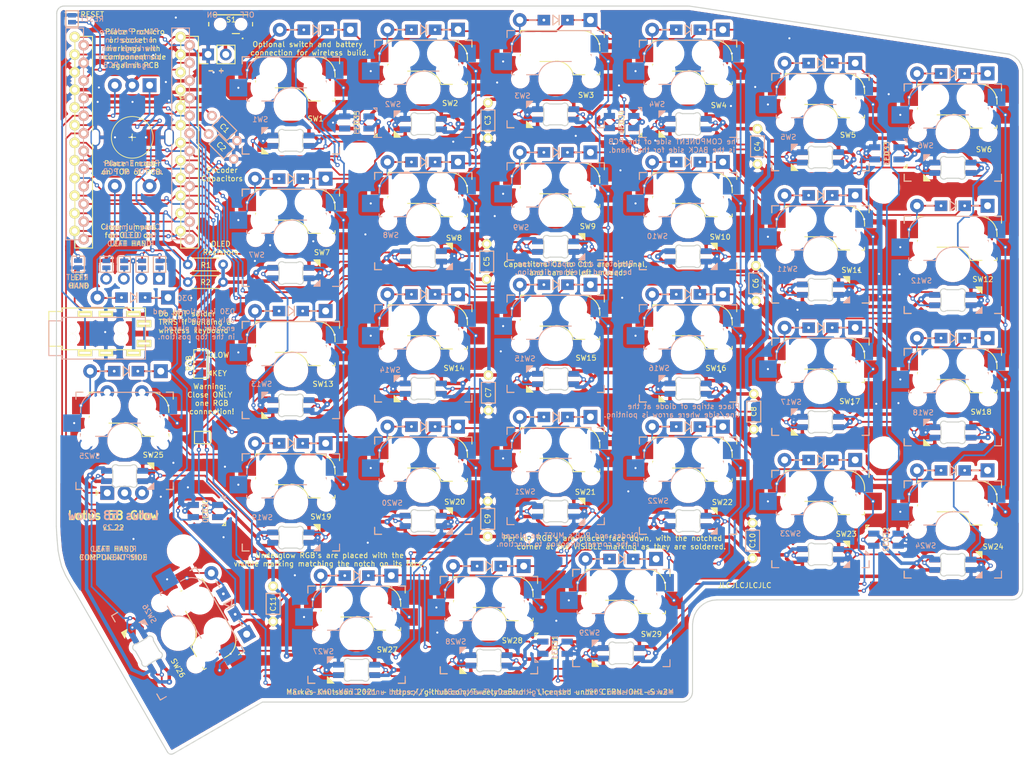
<source format=kicad_pcb>
(kicad_pcb (version 20171130) (host pcbnew "(5.1.9)-1")
  (title_block (title "Lotus 58 Glow") (date 2021-12-11) (rev v1.22) (company "Markus Knutsson <markus.knutsson@tweety.se>") (comment 1 https://github.com/TweetyDaBird) (comment 2 "Licensed under CERN-OHL-S v2 or any superseding version"))
  (layers (0 F.Cu signal) (31 B.Cu signal) (34 B.Paste user hide) (35 F.Paste user hide) (36 B.SilkS user) (37 F.SilkS user) (38 B.Mask user hide) (39 F.Mask user hide) (44 Edge.Cuts user hide))
  (net 0 "")
  (net 1 "Net-(D1-Pad2)")
  (net 2 row4)
  (net 3 "Net-(D2-Pad2)")
  (net 4 "Net-(D3-Pad2)")
  (net 5 row0)
  (net 6 "Net-(D4-Pad2)")
  (net 7 row1)
  (net 8 "Net-(D5-Pad2)")
  (net 9 row2)
  (net 10 "Net-(D6-Pad2)")
  (net 11 row3)
  (net 12 "Net-(D7-Pad2)")
  (net 13 "Net-(D8-Pad2)")
  (net 14 "Net-(D9-Pad2)")
  (net 15 "Net-(D10-Pad2)")
  (net 16 "Net-(D11-Pad2)")
  (net 17 "Net-(D12-Pad2)")
  (net 18 "Net-(D13-Pad2)")
  (net 19 "Net-(D14-Pad2)")
  (net 20 "Net-(D15-Pad2)")
  (net 21 "Net-(D16-Pad2)")
  (net 22 "Net-(D17-Pad2)")
  (net 23 "Net-(D18-Pad2)")
  (net 24 "Net-(D19-Pad2)")
  (net 25 "Net-(D20-Pad2)")
  (net 26 "Net-(D21-Pad2)")
  (net 27 "Net-(D22-Pad2)")
  (net 28 "Net-(D23-Pad2)")
  (net 29 "Net-(D24-Pad2)")
  (net 30 "Net-(D26-Pad2)")
  (net 31 "Net-(D27-Pad2)")
  (net 32 "Net-(D28-Pad2)")
  (net 33 VCC)
  (net 34 GND)
  (net 35 col0)
  (net 36 col1)
  (net 37 col2)
  (net 38 col3)
  (net 39 col4)
  (net 40 col5)
  (net 41 SDA)
  (net 42 LED)
  (net 43 SCL)
  (net 44 RESET)
  (net 45 "Net-(D29-Pad2)")
  (net 46 DATA)
  (net 47 "Net-(D30-Pad2)")
  (net 48 Hand)
  (net 49 "Net-(J1-PadS)")
  (net 50 B)
  (net 51 A)
  (net 52 Alt)
  (net 53 "Net-(LED1-Pad2)")
  (net 54 "Net-(LED2-Pad2)")
  (net 55 "Net-(JP5-Pad1)")
  (net 56 "Net-(JP10-Pad1)")
  (net 57 "Net-(JP11-Pad1)")
  (net 58 "Net-(JP12-Pad1)")
  (net 59 "Net-(LED3-Pad2)")
  (net 60 "Net-(LED4-Pad2)")
  (net 61 "Net-(LED5-Pad2)")
  (net 62 "Net-(LED12-Pad4)")
  (net 63 "Net-(LED7-Pad4)")
  (net 64 "Net-(LED13-Pad4)")
  (net 65 "Net-(LED8-Pad4)")
  (net 66 "Net-(LED10-Pad2)")
  (net 67 "Net-(LED10-Pad4)")
  (net 68 "Net-(LED11-Pad4)")
  (net 69 "Net-(LED13-Pad2)")
  (net 70 "Net-(LED14-Pad2)")
  (net 71 "Net-(LED15-Pad2)")
  (net 72 "Net-(LED16-Pad2)")
  (net 73 "Net-(LED17-Pad2)")
  (net 74 "Net-(LED18-Pad2)")
  (net 75 "Net-(LED19-Pad4)")
  (net 76 "Net-(LED19-Pad2)")
  (net 77 "Net-(LED20-Pad4)")
  (net 78 "Net-(LED21-Pad4)")
  (net 79 "Net-(LED22-Pad4)")
  (net 80 "Net-(LED23-Pad4)")
  (net 81 "Net-(LED25-Pad2)")
  (net 82 "Net-(LED26-Pad2)")
  (net 83 "Net-(LED27-Pad2)")
  (net 84 "Net-(LED28-Pad2)")
  (net 85 "Net-(LED30-Pad1)")
  (net 86 "Net-(LED31-Pad1)")
  (net 87 "Net-(LED32-Pad1)")
  (net 88 "Net-(LED33-Pad1)")
  (net 89 "Net-(LED34-Pad1)")
  (net 90 "Net-(LED35-Pad1)")
  (net 91 RGB_KEY)
  (net 92 RGB_GLOW)
  (net 93 RGB_LINK)
  (net 94 Battery)
  (net 95 /Batt)
  (module "Keyboard Library:RotaryEncoder_Alps_EC11E-Switch_Vertical_H20_special" (layer F.Cu) (at 91.567 54.594 270)
    (fp_text reference SW30 (at -4.7 -7.2 90) (layer F.SilkS) (effects (font (size 0.75 0.75) (thickness 0.12))))
    (fp_text value Rotary_Encoder_Switch)
    (pad A thru_hole rect (at -7.5 -2.5 270) (size 2 2) (drill 1) (layers *.Cu *.Mask) (net 51 A))
    (pad C thru_hole circle (at -7.5 0 270) (size 2 2) (drill 1) (layers *.Cu *.Mask) (net 34 GND))
    (pad B thru_hole circle (at -7.5 2.5 270) (size 2 2) (drill 1) (layers *.Cu *.Mask) (net 50 B))
    (pad MP1 thru_hole oval (at 0 -5.3 270) (size 2.6 1.4) (drill oval 2.2 1) (layers *.Cu *.Mask) (net 34 GND))
    (pad MP2 thru_hole oval (at 0 5.3 270) (size 2.6 1.4) (drill oval 2.2 1) (layers *.Cu *.Mask) (net 34 GND))
    (pad S2 thru_hole circle (at 7 -2.5 270) (size 2 2) (drill 1) (layers *.Cu *.Mask) (net 35 col0))
    (pad S1 thru_hole circle (at 7 2.5 270) (size 2 2) (drill 1) (layers *.Cu *.Mask) (net 47 "Net-(D30-Pad2)"))
  )
  (module "Keyboard Library:ProMicro_Reversible" (layer F.Cu) (at 92.106 54.9)
    (fp_text reference U1 hide)
    (fp_text value ProMicro hide)
    (pad 22 thru_hole circle (at -7.521185 -8.494255 180) (size 1.524 1.524) (drill 0.8128) (layers *.Cu *.Mask B.SilkS) (net 44 RESET))
    (pad 10 thru_hole circle (at 7.718815 9.285745 180) (size 1.524 1.524) (drill 0.8128) (layers *.Cu *.Mask B.SilkS) (net 11 row3))
    (pad 18 thru_hole circle (at -7.521185 1.665745 180) (size 1.524 1.524) (drill 0.8128) (layers *.Cu *.Mask B.SilkS) (net 40 col5))
    (pad 6 thru_hole circle (at 7.718815 -0.874255 180) (size 1.524 1.524) (drill 0.8128) (layers *.Cu *.Mask B.SilkS) (net 43 SCL))
    (pad 4 thru_hole circle (at 7.718815 -5.954255 180) (size 1.524 1.524) (drill 0.8128) (layers *.Cu *.Mask B.SilkS) (net 34 GND))
    (pad 14 thru_hole circle (at -7.521185 11.825745 180) (size 1.524 1.524) (drill 0.8128) (layers *.Cu *.Mask B.SilkS) (net 36 col1))
    (pad 3 thru_hole circle (at 7.718815 -8.494255 180) (size 1.524 1.524) (drill 0.8128) (layers *.Cu *.Mask B.SilkS) (net 34 GND))
    (pad 1 thru_hole circle (at 7.718815 -13.574255 180) (size 1.524 1.524) (drill 0.8128) (layers *.Cu *.Mask B.SilkS) (net 42 LED))
    (pad 16 thru_hole circle (at -7.521185 6.745745 180) (size 1.524 1.524) (drill 0.8128) (layers *.Cu *.Mask B.SilkS) (net 35 col0))
    (pad 12 thru_hole circle (at 7.718815 14.365745 180) (size 1.524 1.524) (drill 0.8128) (layers *.Cu *.Mask B.SilkS) (net 48 Hand))
    (pad 19 thru_hole circle (at -7.521185 -0.874255 180) (size 1.524 1.524) (drill 0.8128) (layers *.Cu *.Mask B.SilkS) (net 51 A))
    (pad 23 thru_hole circle (at -7.521185 -11.034255 180) (size 1.524 1.524) (drill 0.8128) (layers *.Cu *.Mask B.SilkS) (net 34 GND))
    (pad 21 thru_hole circle (at -7.521185 -5.954255 180) (size 1.524 1.524) (drill 0.8128) (layers *.Cu *.Mask B.SilkS) (net 33 VCC))
    (pad 20 thru_hole circle (at -7.521185 -3.414255 180) (size 1.524 1.524) (drill 0.8128) (layers *.Cu *.Mask B.SilkS) (net 50 B))
    (pad 15 thru_hole circle (at -7.521185 9.285745 180) (size 1.524 1.524) (drill 0.8128) (layers *.Cu *.Mask B.SilkS) (net 37 col2))
    (pad 17 thru_hole circle (at -7.521185 4.205745 180) (size 1.524 1.524) (drill 0.8128) (layers *.Cu *.Mask B.SilkS) (net 39 col4))
    (pad 9 thru_hole circle (at 7.718815 6.745745 180) (size 1.524 1.524) (drill 0.8128) (layers *.Cu *.Mask B.SilkS) (net 9 row2))
    (pad 8 thru_hole circle (at 7.718815 4.205745 180) (size 1.524 1.524) (drill 0.8128) (layers *.Cu *.Mask B.SilkS) (net 7 row1))
    (pad 13 thru_hole circle (at -7.521185 14.365745 180) (size 1.524 1.524) (drill 0.8128) (layers *.Cu *.Mask B.SilkS) (net 38 col3))
    (pad 11 thru_hole circle (at 7.718815 11.825745 180) (size 1.524 1.524) (drill 0.8128) (layers *.Cu *.Mask B.SilkS) (net 2 row4))
    (pad 2 thru_hole circle (at 7.718815 -11.034255 180) (size 1.524 1.524) (drill 0.8128) (layers *.Cu *.Mask B.SilkS) (net 46 DATA))
    (pad 24 thru_hole circle (at -7.521185 -13.574255 180) (size 1.524 1.524) (drill 0.8128) (layers *.Cu *.Mask B.SilkS) (net 94 Battery))
    (pad 7 thru_hole circle (at 7.718815 1.665745 180) (size 1.524 1.524) (drill 0.8128) (layers *.Cu *.Mask B.SilkS) (net 5 row0))
    (pad 5 thru_hole circle (at 7.718815 -3.414255 180) (size 1.524 1.524) (drill 0.8128) (layers *.Cu *.Mask B.SilkS) (net 41 SDA))
    (pad 1 thru_hole circle (at -8.82 -14.77) (size 1.524 1.524) (drill 0.8128) (layers *.Cu *.Mask F.SilkS) (net 42 LED))
    (pad 2 thru_hole circle (at -8.82 -12.23) (size 1.524 1.524) (drill 0.8128) (layers *.Cu *.Mask F.SilkS) (net 46 DATA))
    (pad 3 thru_hole circle (at -8.82 -9.69) (size 1.524 1.524) (drill 0.8128) (layers *.Cu *.Mask F.SilkS) (net 34 GND))
    (pad 4 thru_hole circle (at -8.82 -7.15) (size 1.524 1.524) (drill 0.8128) (layers *.Cu *.Mask F.SilkS) (net 34 GND))
    (pad 5 thru_hole circle (at -8.82 -4.61) (size 1.524 1.524) (drill 0.8128) (layers *.Cu *.Mask F.SilkS) (net 41 SDA))
    (pad 6 thru_hole circle (at -8.82 -2.07) (size 1.524 1.524) (drill 0.8128) (layers *.Cu *.Mask F.SilkS) (net 43 SCL))
    (pad 7 thru_hole circle (at -8.82 0.47) (size 1.524 1.524) (drill 0.8128) (layers *.Cu *.Mask F.SilkS) (net 5 row0))
    (pad 8 thru_hole circle (at -8.82 3.01) (size 1.524 1.524) (drill 0.8128) (layers *.Cu *.Mask F.SilkS) (net 7 row1))
    (pad 9 thru_hole circle (at -8.82 5.55) (size 1.524 1.524) (drill 0.8128) (layers *.Cu *.Mask F.SilkS) (net 9 row2))
    (pad 10 thru_hole circle (at -8.82 8.09) (size 1.524 1.524) (drill 0.8128) (layers *.Cu *.Mask F.SilkS) (net 11 row3))
    (pad 11 thru_hole circle (at -8.82 10.63) (size 1.524 1.524) (drill 0.8128) (layers *.Cu *.Mask F.SilkS) (net 2 row4))
    (pad 12 thru_hole circle (at -8.82 13.17) (size 1.524 1.524) (drill 0.8128) (layers *.Cu *.Mask F.SilkS) (net 48 Hand))
    (pad 13 thru_hole circle (at 6.42 13.17) (size 1.524 1.524) (drill 0.8128) (layers *.Cu *.Mask F.SilkS) (net 38 col3))
    (pad 14 thru_hole circle (at 6.42 10.63) (size 1.524 1.524) (drill 0.8128) (layers *.Cu *.Mask F.SilkS) (net 36 col1))
    (pad 15 thru_hole circle (at 6.42 8.09) (size 1.524 1.524) (drill 0.8128) (layers *.Cu *.Mask F.SilkS) (net 37 col2))
    (pad 16 thru_hole circle (at 6.42 5.55) (size 1.524 1.524) (drill 0.8128) (layers *.Cu *.Mask F.SilkS) (net 35 col0))
    (pad 17 thru_hole circle (at 6.42 3.01) (size 1.524 1.524) (drill 0.8128) (layers *.Cu *.Mask F.SilkS) (net 39 col4))
    (pad 18 thru_hole circle (at 6.42 0.47) (size 1.524 1.524) (drill 0.8128) (layers *.Cu *.Mask F.SilkS) (net 40 col5))
    (pad 19 thru_hole circle (at 6.42 -2.07) (size 1.524 1.524) (drill 0.8128) (layers *.Cu *.Mask F.SilkS) (net 51 A))
    (pad 20 thru_hole circle (at 6.42 -4.61) (size 1.524 1.524) (drill 0.8128) (layers *.Cu *.Mask F.SilkS) (net 50 B))
    (pad 21 thru_hole circle (at 6.42 -7.15) (size 1.524 1.524) (drill 0.8128) (layers *.Cu *.Mask F.SilkS) (net 33 VCC))
    (pad 22 thru_hole circle (at 6.42 -9.69) (size 1.524 1.524) (drill 0.8128) (layers *.Cu *.Mask F.SilkS) (net 44 RESET))
    (pad 23 thru_hole circle (at 6.42 -12.23) (size 1.524 1.524) (drill 0.8128) (layers *.Cu *.Mask F.SilkS) (net 34 GND))
    (pad 24 thru_hole circle (at 6.42 -14.77) (size 1.524 1.524) (drill 0.8128) (layers *.Cu *.Mask F.SilkS) (net 94 Battery))
  )
  (module "Keyboard Library:MSK12C02" (layer F.Cu) (at 105.73 38.3 180)
    (fp_text reference S1 (at -0.06 0.65) (layer F.SilkS) (effects (font (size 0.75 0.75) (thickness 0.12))))
    (fp_text value MSK12C02 hide)
    (pad MP smd rect (at -3.45 -1.05 270) (size 0.5 0.8) (layers F.Cu F.Paste F.Mask) (net 34 GND))
    (pad MP smd rect (at -3.45 1.05 270) (size 0.5 0.8) (layers F.Cu F.Paste F.Mask) (net 34 GND))
    (pad MP smd rect (at 3.45 1.05 270) (size 0.5 0.8) (layers F.Cu F.Paste F.Mask) (net 34 GND))
    (pad MP smd rect (at 3.45 -1.05 270) (size 0.5 0.8) (layers F.Cu F.Paste F.Mask) (net 34 GND))
    (pad MH2 np_thru_hole circle (at 1.5 0 180) (size 0.85 0) (drill 0.85) (layers *.Cu *.Mask))
    (pad MH1 np_thru_hole circle (at -1.5 0 180) (size 0.85 0) (drill 0.85) (layers *.Cu *.Mask))
    (pad C1 smd rect (at 2.25 -1.85 180) (size 0.5 1) (layers F.Cu F.Paste F.Mask) (net 94 Battery))
    (pad B1 smd rect (at 0.75 -1.85 180) (size 0.5 1) (layers F.Cu F.Paste F.Mask) (net 95 /Batt))
    (pad A1 smd rect (at -2.25 -1.85 180) (size 0.5 1) (layers F.Cu F.Paste F.Mask))
  )
  (module "Keyboard Library:Diode_DO35_SOD123" (layer F.Cu) (at 91.73 77.66 180)
    (fp_text reference D30 (at -7.4 -0.1) (layer B.SilkS) (effects (font (size 0.75 0.75) (thickness 0.12)) (justify mirror)))
    (fp_text value 1N4148/1N4148W hide)
    (pad 1 thru_hole rect (at -5 -0.00254) (size 1.99898 1.99898) (drill 1) (layers *.Cu *.Mask) (net 2 row4))
    (pad 2 thru_hole circle (at 5.16 -0.00254) (size 1.99898 1.99898) (drill 1) (layers *.Cu *.Mask) (net 47 "Net-(D30-Pad2)"))
    (pad 1 thru_hole rect (at -1.7 0 180) (size 1.8 1.5) (drill 0.4) (layers *.Cu *.Mask) (net 2 row4))
    (pad 2 thru_hole rect (at 1.7 0 180) (size 1.8 1.5) (drill 0.4) (layers *.Cu *.Mask) (net 47 "Net-(D30-Pad2)"))
  )
  (module KiCad-SSD1306-0.91-OLED-4pin-128x32:SSD1306-0.91-OLED-4pin-128x32 (layer F.Cu) (at 97.6305 38.4435 270)
    (fp_text reference P1 hide)
    (fp_text value OLED)
    (pad 4 thru_hole oval (at 36.5 9.81 270) (size 1.7 1.7) (drill 1) (layers *.Cu *.Mask) (net 58 "Net-(JP12-Pad1)"))
    (pad 3 thru_hole oval (at 36.5 7.27 270) (size 1.7 1.7) (drill 1) (layers *.Cu *.Mask) (net 57 "Net-(JP11-Pad1)"))
    (pad 2 thru_hole oval (at 36.5 4.73 270) (size 1.7 1.7) (drill 1) (layers *.Cu *.Mask) (net 56 "Net-(JP10-Pad1)"))
    (pad 1 thru_hole rect (at 36.5 2.19 270) (size 1.7 1.7) (drill 1) (layers *.Cu *.Mask) (net 55 "Net-(JP5-Pad1)"))
  )
  (module "Keyboard Library:RotaryEncoder_Alps_EC11E-Switch_Special" (layer F.Cu) (at 90.4748 98.2853 90)
    (fp_text reference SW31 hide)
    (fp_text value Rotary_Encoder_Switch)
    (pad MP2 thru_hole circle (at -0.54 5.6 90) (size 2 2) (drill 1.5) (layers *.Cu *.Mask) (net 34 GND))
    (pad "" np_thru_hole circle (at 0.54 5.6 90) (size 1.5 1.5) (drill 1.5) (layers *.Cu *.Mask))
    (pad "" np_thru_hole circle (at 0.54 -5.6 90) (size 1.5 1.5) (drill 1.5) (layers *.Cu *.Mask))
    (pad A thru_hole rect (at -7.5 -2.5 90) (size 2 2) (drill 1) (layers *.Cu *.Mask) (net 51 A))
    (pad C thru_hole circle (at -7.5 0 90) (size 2 2) (drill 1) (layers *.Cu *.Mask) (net 34 GND))
    (pad B thru_hole circle (at -7.5 2.5 90) (size 2 2) (drill 1) (layers *.Cu *.Mask) (net 50 B))
    (pad S2 thru_hole circle (at 7 -2.5 90) (size 2 2) (drill 1) (layers *.Cu *.Mask) (net 52 Alt))
    (pad S1 thru_hole circle (at 7 2.5 90) (size 2 2) (drill 1) (layers *.Cu *.Mask) (net 40 col5))
    (pad MP1 thru_hole circle (at -0.54 -5.6 90) (size 2 2) (drill 1.5) (layers *.Cu *.Mask) (net 34 GND))
  )
  (module Jumper:SolderJumper-3_P1.3mm_Open_Pad1.0x1.5mm (layer F.Cu) (at 101.43 87.23 90)
    (fp_text reference JP16 hide)
    (fp_text value RGB hide)
    (fp_text user RGB (at 0.116 -1.722 90) (layer F.SilkS) (effects (font (size 0.75 0.75) (thickness 0.12))))
    (pad 1 smd rect (at -1.3 0 90) (size 1 1.5) (layers F.Cu F.Mask) (net 91 RGB_KEY))
    (pad 2 smd rect (at 0 0 90) (size 1 1.5) (layers F.Cu F.Mask) (net 42 LED))
    (pad 3 smd rect (at 1.3 0 90) (size 1 1.5) (layers F.Cu F.Mask) (net 92 RGB_GLOW))
  )
  (module "Keyboard Library:LED_SK6812MINI_PLCC4_3.5x3.5mm_P1.75mm" (layer F.Cu) (at 123.8885 52.451)
    (fp_text reference LED35 (at 0 0 90) (layer F.SilkS) (effects (font (size 0.75 0.75) (thickness 0.12))))
    (fp_text value SK6812MINI)
    (fp_text user LED35 (at 0 0 90) (layer B.SilkS) (effects (font (size 0.75 0.75) (thickness 0.12)) (justify mirror)))
    (pad 2 smd rect (at -1.75 -0.875) (size 1.6 0.85) (layers B.Cu B.Paste B.Mask) (net 34 GND))
    (pad 1 smd rect (at -1.75 0.875) (size 1.6 0.85) (layers B.Cu B.Paste B.Mask) (net 90 "Net-(LED35-Pad1)"))
    (pad 4 smd rect (at 1.75 0.875) (size 1.6 0.85) (layers B.Cu B.Paste B.Mask) (net 33 VCC))
    (pad 3 smd rect (at 1.75 -0.875) (size 1.6 0.85) (layers B.Cu B.Paste B.Mask) (net 89 "Net-(LED34-Pad1)"))
    (pad 1 smd rect (at -1.75 -0.875) (size 1.6 0.85) (layers F.Cu F.Paste F.Mask) (net 90 "Net-(LED35-Pad1)"))
    (pad 2 smd rect (at -1.75 0.875) (size 1.6 0.85) (layers F.Cu F.Paste F.Mask) (net 34 GND))
    (pad 4 smd rect (at 1.75 -0.875) (size 1.6 0.85) (layers F.Cu F.Paste F.Mask) (net 33 VCC))
    (pad 3 smd rect (at 1.75 0.875) (size 1.6 0.85) (layers F.Cu F.Paste F.Mask) (net 89 "Net-(LED34-Pad1)"))
  )
  (module "Keyboard Library:LED_SK6812MINI_PLCC4_3.5x3.5mm_P1.75mm" (layer F.Cu) (at 161.9885 52.3875)
    (fp_text reference LED34 (at 0 0 90) (layer F.SilkS) (effects (font (size 0.75 0.75) (thickness 0.12))))
    (fp_text value SK6812MINI)
    (fp_text user LED34 (at 0 0 90) (layer B.SilkS) (effects (font (size 0.75 0.75) (thickness 0.12)) (justify mirror)))
    (pad 2 smd rect (at -1.75 -0.875) (size 1.6 0.85) (layers B.Cu B.Paste B.Mask) (net 34 GND))
    (pad 1 smd rect (at -1.75 0.875) (size 1.6 0.85) (layers B.Cu B.Paste B.Mask) (net 89 "Net-(LED34-Pad1)"))
    (pad 4 smd rect (at 1.75 0.875) (size 1.6 0.85) (layers B.Cu B.Paste B.Mask) (net 33 VCC))
    (pad 3 smd rect (at 1.75 -0.875) (size 1.6 0.85) (layers B.Cu B.Paste B.Mask) (net 88 "Net-(LED33-Pad1)"))
    (pad 1 smd rect (at -1.75 -0.875) (size 1.6 0.85) (layers F.Cu F.Paste F.Mask) (net 89 "Net-(LED34-Pad1)"))
    (pad 2 smd rect (at -1.75 0.875) (size 1.6 0.85) (layers F.Cu F.Paste F.Mask) (net 34 GND))
    (pad 4 smd rect (at 1.75 -0.875) (size 1.6 0.85) (layers F.Cu F.Paste F.Mask) (net 33 VCC))
    (pad 3 smd rect (at 1.75 0.875) (size 1.6 0.85) (layers F.Cu F.Paste F.Mask) (net 88 "Net-(LED33-Pad1)"))
  )
  (module "Keyboard Library:LED_SK6812MINI_PLCC4_3.5x3.5mm_P1.75mm" (layer F.Cu) (at 200.152 56.896)
    (fp_text reference LED33 (at 0 0 90) (layer F.SilkS) (effects (font (size 0.75 0.75) (thickness 0.12))))
    (fp_text value SK6812MINI)
    (fp_text user LED33 (at 0 0 90) (layer B.SilkS) (effects (font (size 0.75 0.75) (thickness 0.12)) (justify mirror)))
    (pad 2 smd rect (at -1.75 -0.875) (size 1.6 0.85) (layers B.Cu B.Paste B.Mask) (net 34 GND))
    (pad 1 smd rect (at -1.75 0.875) (size 1.6 0.85) (layers B.Cu B.Paste B.Mask) (net 88 "Net-(LED33-Pad1)"))
    (pad 4 smd rect (at 1.75 0.875) (size 1.6 0.85) (layers B.Cu B.Paste B.Mask) (net 33 VCC))
    (pad 3 smd rect (at 1.75 -0.875) (size 1.6 0.85) (layers B.Cu B.Paste B.Mask) (net 87 "Net-(LED32-Pad1)"))
    (pad 1 smd rect (at -1.75 -0.875) (size 1.6 0.85) (layers F.Cu F.Paste F.Mask) (net 88 "Net-(LED33-Pad1)"))
    (pad 2 smd rect (at -1.75 0.875) (size 1.6 0.85) (layers F.Cu F.Paste F.Mask) (net 34 GND))
    (pad 4 smd rect (at 1.75 -0.875) (size 1.6 0.85) (layers F.Cu F.Paste F.Mask) (net 33 VCC))
    (pad 3 smd rect (at 1.75 0.875) (size 1.6 0.85) (layers F.Cu F.Paste F.Mask) (net 87 "Net-(LED32-Pad1)"))
  )
  (module "Keyboard Library:LED_SK6812MINI_PLCC4_3.5x3.5mm_P1.75mm" (layer B.Cu) (at 200.025 112.522 180)
    (fp_text reference LED32 (at -0.025 0.082 90) (layer F.SilkS) (effects (font (size 0.75 0.75) (thickness 0.12))))
    (fp_text value SK6812MINI)
    (fp_text user LED32 (at 0 0 270) (layer B.SilkS) (effects (font (size 0.75 0.75) (thickness 0.12)) (justify mirror)))
    (pad 2 smd rect (at -1.75 0.875 180) (size 1.6 0.85) (layers F.Cu F.Paste F.Mask) (net 34 GND))
    (pad 1 smd rect (at -1.75 -0.875 180) (size 1.6 0.85) (layers F.Cu F.Paste F.Mask) (net 87 "Net-(LED32-Pad1)"))
    (pad 4 smd rect (at 1.75 -0.875 180) (size 1.6 0.85) (layers F.Cu F.Paste F.Mask) (net 33 VCC))
    (pad 3 smd rect (at 1.75 0.875 180) (size 1.6 0.85) (layers F.Cu F.Paste F.Mask) (net 86 "Net-(LED31-Pad1)"))
    (pad 1 smd rect (at -1.75 0.875 180) (size 1.6 0.85) (layers B.Cu B.Paste B.Mask) (net 87 "Net-(LED32-Pad1)"))
    (pad 2 smd rect (at -1.75 -0.875 180) (size 1.6 0.85) (layers B.Cu B.Paste B.Mask) (net 34 GND))
    (pad 4 smd rect (at 1.75 0.875 180) (size 1.6 0.85) (layers B.Cu B.Paste B.Mask) (net 33 VCC))
    (pad 3 smd rect (at 1.75 -0.875 180) (size 1.6 0.85) (layers B.Cu B.Paste B.Mask) (net 86 "Net-(LED31-Pad1)"))
  )
  (module "Keyboard Library:LED_SK6812MINI_PLCC4_3.5x3.5mm_P1.75mm" (layer F.Cu) (at 152.4 128.0795 180)
    (fp_text reference LED31 (at 0 0 90) (layer F.SilkS) (effects (font (size 0.75 0.75) (thickness 0.12))))
    (fp_text value SK6812MINI)
    (fp_text user LED31 (at 0 0 270) (layer B.SilkS) (effects (font (size 0.75 0.75) (thickness 0.12)) (justify mirror)))
    (pad 2 smd rect (at -1.75 -0.875 180) (size 1.6 0.85) (layers B.Cu B.Paste B.Mask) (net 34 GND))
    (pad 1 smd rect (at -1.75 0.875 180) (size 1.6 0.85) (layers B.Cu B.Paste B.Mask) (net 86 "Net-(LED31-Pad1)"))
    (pad 4 smd rect (at 1.75 0.875 180) (size 1.6 0.85) (layers B.Cu B.Paste B.Mask) (net 33 VCC))
    (pad 3 smd rect (at 1.75 -0.875 180) (size 1.6 0.85) (layers B.Cu B.Paste B.Mask) (net 85 "Net-(LED30-Pad1)"))
    (pad 1 smd rect (at -1.75 -0.875 180) (size 1.6 0.85) (layers F.Cu F.Paste F.Mask) (net 86 "Net-(LED31-Pad1)"))
    (pad 2 smd rect (at -1.75 0.875 180) (size 1.6 0.85) (layers F.Cu F.Paste F.Mask) (net 34 GND))
    (pad 4 smd rect (at 1.75 -0.875 180) (size 1.6 0.85) (layers F.Cu F.Paste F.Mask) (net 33 VCC))
    (pad 3 smd rect (at 1.75 0.875 180) (size 1.6 0.85) (layers F.Cu F.Paste F.Mask) (net 85 "Net-(LED30-Pad1)"))
  )
  (module "Keyboard Library:LED_SK6812MINI_PLCC4_3.5x3.5mm_P1.75mm" (layer F.Cu) (at 102.108 108.3945)
    (fp_text reference LED30 (at 0 0 90) (layer F.SilkS) (effects (font (size 0.75 0.75) (thickness 0.12))))
    (fp_text value SK6812MINI)
    (fp_text user LED30 (at 0 0 90) (layer B.SilkS) (effects (font (size 0.75 0.75) (thickness 0.12)) (justify mirror)))
    (pad 2 smd rect (at -1.75 -0.875) (size 1.6 0.85) (layers B.Cu B.Paste B.Mask) (net 34 GND))
    (pad 1 smd rect (at -1.75 0.875) (size 1.6 0.85) (layers B.Cu B.Paste B.Mask) (net 85 "Net-(LED30-Pad1)"))
    (pad 4 smd rect (at 1.75 0.875) (size 1.6 0.85) (layers B.Cu B.Paste B.Mask) (net 33 VCC))
    (pad 3 smd rect (at 1.75 -0.875) (size 1.6 0.85) (layers B.Cu B.Paste B.Mask) (net 92 RGB_GLOW))
    (pad 1 smd rect (at -1.75 -0.875) (size 1.6 0.85) (layers F.Cu F.Paste F.Mask) (net 85 "Net-(LED30-Pad1)"))
    (pad 2 smd rect (at -1.75 0.875) (size 1.6 0.85) (layers F.Cu F.Paste F.Mask) (net 34 GND))
    (pad 4 smd rect (at 1.75 -0.875) (size 1.6 0.85) (layers F.Cu F.Paste F.Mask) (net 33 VCC))
    (pad 3 smd rect (at 1.75 0.875) (size 1.6 0.85) (layers F.Cu F.Paste F.Mask) (net 92 RGB_GLOW))
  )
  (module "Keyboard Library:Jumper_Mini" (layer F.Cu) (at 101.67 97.82 180)
    (fp_text reference JP15 hide)
    (fp_text value FULL hide)
    (pad 2 smd rect (at 0.50038 0 180) (size 0.635 1.143) (layers F.Cu F.Paste F.Mask) (net 92 RGB_GLOW) (clearance 0.1905))
    (pad 1 smd rect (at -0.50038 0 180) (size 0.635 1.143) (layers F.Cu F.Paste F.Mask) (net 93 RGB_LINK) (clearance 0.1905))
  )
  (module "Keyboard Library:Diode_DO35_SOD123" (layer B.Cu) (at 117.96 39.11 180)
    (fp_text reference D1 hide)
    (fp_text value 1N4148/1N4148W hide)
    (pad 1 thru_hole rect (at -5 0.00254) (size 1.99898 1.99898) (drill 1) (layers *.Cu *.Mask) (net 5 row0))
    (pad 2 thru_hole circle (at 5.16 0.00254) (size 1.99898 1.99898) (drill 1) (layers *.Cu *.Mask) (net 1 "Net-(D1-Pad2)"))
    (pad 1 thru_hole rect (at -1.7 0 180) (size 1.8 1.5) (drill 0.4) (layers *.Cu *.Mask) (net 5 row0))
    (pad 2 thru_hole rect (at 1.7 0 180) (size 1.8 1.5) (drill 0.4) (layers *.Cu *.Mask) (net 1 "Net-(D1-Pad2)"))
  )
  (module keyswitches:Kailh_socket_MX_reversible_RGB (layer F.Cu) (at 152.5 46.21)
    (fp_text reference SW3 (at 4.3704 2.304) (layer F.SilkS) (effects (font (size 0.75 0.75) (thickness 0.12))))
    (fp_text value "Kailh hotswap MX socket")
    (fp_text user %R (at -4.7736 2.4056) (layer B.SilkS) (effects (font (size 0.75 0.75) (thickness 0.12)) (justify mirror)))
    (pad 1 smd rect (at 7.56 -2.54 180) (size 2.55 2.5) (layers F.Cu F.Paste F.Mask) (net 38 col3))
    (pad "" np_thru_hole circle (at -5.08 0) (size 1.7018 1.7018) (drill 1.7018) (layers *.Cu *.Mask))
    (pad "" np_thru_hole circle (at 5.08 0) (size 1.7018 1.7018) (drill 1.7018) (layers *.Cu *.Mask))
    (pad "" np_thru_hole circle (at 0 0) (size 3.9878 3.9878) (drill 3.9878) (layers *.Cu *.Mask))
    (pad "" np_thru_hole circle (at -3.81 -2.54) (size 3 3) (drill 3) (layers *.Cu *.Mask))
    (pad "" np_thru_hole circle (at 2.54 -5.08) (size 3 3) (drill 3) (layers *.Cu *.Mask))
    (pad 2 smd rect (at -6.29 -5.08 180) (size 2.55 2.5) (layers F.Cu F.Paste F.Mask) (net 4 "Net-(D3-Pad2)"))
    (pad "" np_thru_hole circle (at -2.54 -5.08 180) (size 3 3) (drill 3) (layers *.Cu *.Mask))
    (pad "" np_thru_hole circle (at 3.81 -2.54 180) (size 3 3) (drill 3) (layers *.Cu *.Mask))
    (pad 1 smd rect (at 6.29 -5.08) (size 2.55 2.5) (layers B.Cu B.Paste B.Mask) (net 38 col3))
    (pad 2 smd rect (at -7.56 -2.54) (size 2.55 2.5) (layers B.Cu B.Paste B.Mask) (net 4 "Net-(D3-Pad2)"))
  )
  (module Resistor_THT:R_Axial_DIN0204_L3.6mm_D1.6mm_P5.08mm_Horizontal (layer F.Cu) (at 104.648 75.438 180)
    (fp_text reference R2 (at 2.52 -0.03) (layer F.SilkS) (effects (font (size 0.75 0.75) (thickness 0.12))))
    (fp_text value 4k7)
    (pad 2 thru_hole oval (at 5.08 0 180) (size 1.4 1.4) (drill 0.7) (layers *.Cu *.Mask) (net 41 SDA))
    (pad 1 thru_hole circle (at 0 0 180) (size 1.4 1.4) (drill 0.7) (layers *.Cu *.Mask) (net 33 VCC))
  )
  (module Resistor_THT:R_Axial_DIN0204_L3.6mm_D1.6mm_P5.08mm_Horizontal (layer F.Cu) (at 104.648 72.898 180)
    (fp_text reference R1 (at 2.49 -0.1) (layer F.SilkS) (effects (font (size 0.75 0.75) (thickness 0.12))))
    (fp_text value 4k7)
    (pad 2 thru_hole oval (at 5.08 0 180) (size 1.4 1.4) (drill 0.7) (layers *.Cu *.Mask) (net 43 SCL))
    (pad 1 thru_hole circle (at 0 0 180) (size 1.4 1.4) (drill 0.7) (layers *.Cu *.Mask) (net 33 VCC))
  )
  (module Connector_PinHeader_2.54mm:PinHeader_1x02_P2.54mm_Vertical (layer F.Cu) (at 102.49 42.66 90)
    (fp_text reference J2 hide)
    (fp_text value Conn_01x02)
    (pad 2 thru_hole oval (at 0 2.54 90) (size 1.7 1.7) (drill 1) (layers *.Cu *.Mask) (net 95 /Batt))
    (pad 1 thru_hole rect (at 0 0 90) (size 1.7 1.7) (drill 1) (layers *.Cu *.Mask) (net 34 GND))
  )
  (module "Keyboard Library:RESISTOR_Reversible" (layer F.Cu) (at 111.84 121.76 270)
    (fp_text reference C11 (at 0 0 90) (layer F.SilkS) (effects (font (size 0.75 0.75) (thickness 0.12))))
    (fp_text value 100nF hide)
    (pad 2 thru_hole circle (at 2.54 0 270) (size 1.397 1.397) (drill 0.8128) (layers *.Cu *.Mask F.SilkS) (net 34 GND))
    (pad 1 thru_hole circle (at -2.54 0 270) (size 1.397 1.397) (drill 0.8128) (layers *.Cu *.Mask F.SilkS) (net 33 VCC))
  )
  (module "Keyboard Library:RESISTOR_Reversible" (layer F.Cu) (at 180.83 112.66 90)
    (fp_text reference C10 (at 0 0 90) (layer F.SilkS) (effects (font (size 0.75 0.75) (thickness 0.12))))
    (fp_text value 100nF hide)
    (pad 2 thru_hole circle (at 2.54 0 90) (size 1.397 1.397) (drill 0.8128) (layers *.Cu *.Mask F.SilkS) (net 34 GND))
    (pad 1 thru_hole circle (at -2.54 0 90) (size 1.397 1.397) (drill 0.8128) (layers *.Cu *.Mask F.SilkS) (net 33 VCC))
  )
  (module "Keyboard Library:RESISTOR_Reversible" (layer F.Cu) (at 142.72 109.53 90)
    (fp_text reference C9 (at 0 0 90) (layer F.SilkS) (effects (font (size 0.75 0.75) (thickness 0.12))))
    (fp_text value 100nF hide)
    (pad 2 thru_hole circle (at 2.54 0 90) (size 1.397 1.397) (drill 0.8128) (layers *.Cu *.Mask F.SilkS) (net 34 GND))
    (pad 1 thru_hole circle (at -2.54 0 90) (size 1.397 1.397) (drill 0.8128) (layers *.Cu *.Mask F.SilkS) (net 33 VCC))
  )
  (module "Keyboard Library:RESISTOR_Reversible" (layer F.Cu) (at 181 94.08 270)
    (fp_text reference C8 (at 0 0 90) (layer F.SilkS) (effects (font (size 0.75 0.75) (thickness 0.12))))
    (fp_text value 100nF hide)
    (pad 2 thru_hole circle (at 2.54 0 270) (size 1.397 1.397) (drill 0.8128) (layers *.Cu *.Mask F.SilkS) (net 34 GND))
    (pad 1 thru_hole circle (at -2.54 0 270) (size 1.397 1.397) (drill 0.8128) (layers *.Cu *.Mask F.SilkS) (net 33 VCC))
  )
  (module "Keyboard Library:RESISTOR_Reversible" (layer F.Cu) (at 142.82 91.36 270)
    (fp_text reference C7 (at 0 0 90) (layer F.SilkS) (effects (font (size 0.75 0.75) (thickness 0.12))))
    (fp_text value 100nF hide)
    (pad 2 thru_hole circle (at 2.54 0 270) (size 1.397 1.397) (drill 0.8128) (layers *.Cu *.Mask F.SilkS) (net 34 GND))
    (pad 1 thru_hole circle (at -2.54 0 270) (size 1.397 1.397) (drill 0.8128) (layers *.Cu *.Mask F.SilkS) (net 33 VCC))
  )
  (module "Keyboard Library:RESISTOR_Reversible" (layer F.Cu) (at 181.3 75.61 270)
    (fp_text reference C6 (at 0 0 90) (layer F.SilkS) (effects (font (size 0.75 0.75) (thickness 0.12))))
    (fp_text value 100nF hide)
    (pad 2 thru_hole circle (at 2.54 0 270) (size 1.397 1.397) (drill 0.8128) (layers *.Cu *.Mask F.SilkS) (net 34 GND))
    (pad 1 thru_hole circle (at -2.54 0 270) (size 1.397 1.397) (drill 0.8128) (layers *.Cu *.Mask F.SilkS) (net 33 VCC))
  )
  (module "Keyboard Library:RESISTOR_Reversible" (layer F.Cu) (at 142.57 72.48 90)
    (fp_text reference C5 (at 0 0 90) (layer F.SilkS) (effects (font (size 0.75 0.75) (thickness 0.12))))
    (fp_text value 100nF hide)
    (pad 2 thru_hole circle (at 2.54 0 90) (size 1.397 1.397) (drill 0.8128) (layers *.Cu *.Mask F.SilkS) (net 34 GND))
    (pad 1 thru_hole circle (at -2.54 0 90) (size 1.397 1.397) (drill 0.8128) (layers *.Cu *.Mask F.SilkS) (net 33 VCC))
  )
  (module "Keyboard Library:RESISTOR_Reversible" (layer F.Cu) (at 181.54 55.9 270)
    (fp_text reference C4 (at 0 0 90) (layer F.SilkS) (effects (font (size 0.75 0.75) (thickness 0.12))))
    (fp_text value 100nF hide)
    (pad 2 thru_hole circle (at 2.54 0 270) (size 1.397 1.397) (drill 0.8128) (layers *.Cu *.Mask F.SilkS) (net 34 GND))
    (pad 1 thru_hole circle (at -2.54 0 270) (size 1.397 1.397) (drill 0.8128) (layers *.Cu *.Mask F.SilkS) (net 33 VCC))
  )
  (module "Keyboard Library:RESISTOR_Reversible" (layer F.Cu) (at 142.75 52.15 270)
    (fp_text reference C3 (at 0 0 90) (layer F.SilkS) (effects (font (size 0.75 0.75) (thickness 0.12))))
    (fp_text value 100nF hide)
    (pad 2 thru_hole circle (at 2.54 0 270) (size 1.397 1.397) (drill 0.8128) (layers *.Cu *.Mask F.SilkS) (net 34 GND))
    (pad 1 thru_hole circle (at -2.54 0 270) (size 1.397 1.397) (drill 0.8128) (layers *.Cu *.Mask F.SilkS) (net 33 VCC))
  )
  (module kicad-keyboard-parts:MX_SK6812MINI-E_REVERSIBLE (layer F.Cu) (at 161.95 128.88 180)
    (fp_text reference LED29 hide)
    (fp_text value SK6812MINI-E)
    (fp_line (start 0.794452 1.499999) (end -0.794452 1.499999) (layer Edge.Cuts) (width 0.15))
    (fp_line (start 1.699999 -0.702843) (end 1.699999 0.702841) (layer Edge.Cuts) (width 0.15))
    (fp_line (start -0.794452 -1.5) (end 0.794453 -1.5) (layer Edge.Cuts) (width 0.15))
    (fp_line (start -1.699999 0.702841) (end -1.699999 -0.702843) (layer Edge.Cuts) (width 0.15))
    (fp_arc (start -0.794452 1.999999) (end -0.794452 1.499999) (angle -30.2992623) (layer Edge.Cuts) (width 0.15))
    (fp_arc (start 0.794452 1.999999) (end 1.046711 1.568298) (angle -30.29933433) (layer Edge.Cuts) (width 0.15))
    (fp_arc (start 1.298969 1.136597) (end 1.046711 1.568298) (angle -146.0055121) (layer Edge.Cuts) (width 0.15))
    (fp_arc (start 2.199999 0.702841) (end 1.699999 0.702841) (angle -25.70617777) (layer Edge.Cuts) (width 0.15))
    (fp_arc (start 2.199999 -0.702843) (end 1.749484 -0.919721) (angle -25.70608136) (layer Edge.Cuts) (width 0.15))
    (fp_arc (start 1.298969 -1.136598) (end 1.749484 -0.919721) (angle -146.0053097) (layer Edge.Cuts) (width 0.15))
    (fp_arc (start 0.794453 -2) (end 0.794453 -1.5) (angle -30.29922831) (layer Edge.Cuts) (width 0.15))
    (fp_arc (start -0.794452 -2) (end -1.046711 -1.5683) (angle -30.29928212) (layer Edge.Cuts) (width 0.15))
    (fp_arc (start -1.298969 -1.136599) (end -1.046711 -1.5683) (angle -146.0054017) (layer Edge.Cuts) (width 0.15))
    (fp_arc (start -2.199999 -0.702843) (end -1.699999 -0.702843) (angle -25.70611954) (layer Edge.Cuts) (width 0.15))
    (fp_arc (start -2.199999 0.702841) (end -1.749484 0.919719) (angle -25.70611205) (layer Edge.Cuts) (width 0.15))
    (fp_arc (start -1.298969 1.136596) (end -1.749484 0.919719) (angle -146.0053744) (layer Edge.Cuts) (width 0.15))
    (pad 2 smd roundrect (at -2.6 -0.75 270) (size 0.82 1.6) (layers F.Cu F.Paste F.Mask) (roundrect_rratio 0.1) (net 93 RGB_LINK))
    (pad 1 smd roundrect (at -2.6 0.75 270) (size 0.82 1.6) (layers F.Cu F.Paste F.Mask) (roundrect_rratio 0.1) (net 33 VCC))
    (pad 3 smd roundrect (at 2.6 -0.75 270) (size 0.82 1.6) (layers F.Cu F.Paste F.Mask) (roundrect_rratio 0.1) (net 34 GND))
    (pad 4 smd roundrect (at 2.6 0.75 270) (size 0.82 1.6) (layers F.Cu F.Paste F.Mask) (roundrect_rratio 0.1) (net 84 "Net-(LED28-Pad2)"))
    (pad 3 smd roundrect (at 2.6 0.749999 90) (size 0.82 1.6) (layers B.Cu B.Paste B.Mask) (roundrect_rratio 0.1) (net 34 GND))
    (pad 4 smd roundrect (at 2.6 -0.750001 90) (size 0.82 1.6) (layers B.Cu B.Paste B.Mask) (roundrect_rratio 0.1) (net 84 "Net-(LED28-Pad2)"))
    (pad 2 smd roundrect (at -2.6 0.749999 90) (size 0.82 1.6) (layers B.Cu B.Paste B.Mask) (roundrect_rratio 0.1) (net 93 RGB_LINK))
    (pad 1 smd roundrect (at -2.6 -0.750001 90) (size 0.82 1.6) (layers B.Cu B.Paste B.Mask) (roundrect_rratio 0.1) (net 33 VCC))
  )
  (module kicad-keyboard-parts:MX_SK6812MINI-E_REVERSIBLE (layer F.Cu) (at 142.8977 129.9083 180)
    (fp_text reference LED28 hide)
    (fp_text value SK6812MINI-E)
    (fp_line (start 0.794452 1.499999) (end -0.794452 1.499999) (layer Edge.Cuts) (width 0.15))
    (fp_line (start 1.699999 -0.702843) (end 1.699999 0.702841) (layer Edge.Cuts) (width 0.15))
    (fp_line (start -0.794452 -1.5) (end 0.794453 -1.5) (layer Edge.Cuts) (width 0.15))
    (fp_line (start -1.699999 0.702841) (end -1.699999 -0.702843) (layer Edge.Cuts) (width 0.15))
    (fp_arc (start -0.794452 1.999999) (end -0.794452 1.499999) (angle -30.2992623) (layer Edge.Cuts) (width 0.15))
    (fp_arc (start 0.794452 1.999999) (end 1.046711 1.568298) (angle -30.29933433) (layer Edge.Cuts) (width 0.15))
    (fp_arc (start 1.298969 1.136597) (end 1.046711 1.568298) (angle -146.0055121) (layer Edge.Cuts) (width 0.15))
    (fp_arc (start 2.199999 0.702841) (end 1.699999 0.702841) (angle -25.70617777) (layer Edge.Cuts) (width 0.15))
    (fp_arc (start 2.199999 -0.702843) (end 1.749484 -0.919721) (angle -25.70608136) (layer Edge.Cuts) (width 0.15))
    (fp_arc (start 1.298969 -1.136598) (end 1.749484 -0.919721) (angle -146.0053097) (layer Edge.Cuts) (width 0.15))
    (fp_arc (start 0.794453 -2) (end 0.794453 -1.5) (angle -30.29922831) (layer Edge.Cuts) (width 0.15))
    (fp_arc (start -0.794452 -2) (end -1.046711 -1.5683) (angle -30.29928212) (layer Edge.Cuts) (width 0.15))
    (fp_arc (start -1.298969 -1.136599) (end -1.046711 -1.5683) (angle -146.0054017) (layer Edge.Cuts) (width 0.15))
    (fp_arc (start -2.199999 -0.702843) (end -1.699999 -0.702843) (angle -25.70611954) (layer Edge.Cuts) (width 0.15))
    (fp_arc (start -2.199999 0.702841) (end -1.749484 0.919719) (angle -25.70611205) (layer Edge.Cuts) (width 0.15))
    (fp_arc (start -1.298969 1.136596) (end -1.749484 0.919719) (angle -146.0053744) (layer Edge.Cuts) (width 0.15))
    (pad 2 smd roundrect (at -2.6 -0.75 270) (size 0.82 1.6) (layers F.Cu F.Paste F.Mask) (roundrect_rratio 0.1) (net 84 "Net-(LED28-Pad2)"))
    (pad 1 smd roundrect (at -2.6 0.75 270) (size 0.82 1.6) (layers F.Cu F.Paste F.Mask) (roundrect_rratio 0.1) (net 33 VCC))
    (pad 3 smd roundrect (at 2.6 -0.75 270) (size 0.82 1.6) (layers F.Cu F.Paste F.Mask) (roundrect_rratio 0.1) (net 34 GND))
    (pad 4 smd roundrect (at 2.6 0.75 270) (size 0.82 1.6) (layers F.Cu F.Paste F.Mask) (roundrect_rratio 0.1) (net 83 "Net-(LED27-Pad2)"))
    (pad 3 smd roundrect (at 2.6 0.749999 90) (size 0.82 1.6) (layers B.Cu B.Paste B.Mask) (roundrect_rratio 0.1) (net 34 GND))
    (pad 4 smd roundrect (at 2.6 -0.750001 90) (size 0.82 1.6) (layers B.Cu B.Paste B.Mask) (roundrect_rratio 0.1) (net 83 "Net-(LED27-Pad2)"))
    (pad 2 smd roundrect (at -2.6 0.749999 90) (size 0.82 1.6) (layers B.Cu B.Paste B.Mask) (roundrect_rratio 0.1) (net 84 "Net-(LED28-Pad2)"))
    (pad 1 smd roundrect (at -2.6 -0.750001 90) (size 0.82 1.6) (layers B.Cu B.Paste B.Mask) (roundrect_rratio 0.1) (net 33 VCC))
  )
  (module kicad-keyboard-parts:MX_SK6812MINI-E_REVERSIBLE (layer F.Cu) (at 123.85 131.28 180)
    (fp_text reference LED27 hide)
    (fp_text value SK6812MINI-E)
    (fp_line (start 0.794452 1.499999) (end -0.794452 1.499999) (layer Edge.Cuts) (width 0.15))
    (fp_line (start 1.699999 -0.702843) (end 1.699999 0.702841) (layer Edge.Cuts) (width 0.15))
    (fp_line (start -0.794452 -1.5) (end 0.794453 -1.5) (layer Edge.Cuts) (width 0.15))
    (fp_line (start -1.699999 0.702841) (end -1.699999 -0.702843) (layer Edge.Cuts) (width 0.15))
    (fp_arc (start -0.794452 1.999999) (end -0.794452 1.499999) (angle -30.2992623) (layer Edge.Cuts) (width 0.15))
    (fp_arc (start 0.794452 1.999999) (end 1.046711 1.568298) (angle -30.29933433) (layer Edge.Cuts) (width 0.15))
    (fp_arc (start 1.298969 1.136597) (end 1.046711 1.568298) (angle -146.0055121) (layer Edge.Cuts) (width 0.15))
    (fp_arc (start 2.199999 0.702841) (end 1.699999 0.702841) (angle -25.70617777) (layer Edge.Cuts) (width 0.15))
    (fp_arc (start 2.199999 -0.702843) (end 1.749484 -0.919721) (angle -25.70608136) (layer Edge.Cuts) (width 0.15))
    (fp_arc (start 1.298969 -1.136598) (end 1.749484 -0.919721) (angle -146.0053097) (layer Edge.Cuts) (width 0.15))
    (fp_arc (start 0.794453 -2) (end 0.794453 -1.5) (angle -30.29922831) (layer Edge.Cuts) (width 0.15))
    (fp_arc (start -0.794452 -2) (end -1.046711 -1.5683) (angle -30.29928212) (layer Edge.Cuts) (width 0.15))
    (fp_arc (start -1.298969 -1.136599) (end -1.046711 -1.5683) (angle -146.0054017) (layer Edge.Cuts) (width 0.15))
    (fp_arc (start -2.199999 -0.702843) (end -1.699999 -0.702843) (angle -25.70611954) (layer Edge.Cuts) (width 0.15))
    (fp_arc (start -2.199999 0.702841) (end -1.749484 0.919719) (angle -25.70611205) (layer Edge.Cuts) (width 0.15))
    (fp_arc (start -1.298969 1.136596) (end -1.749484 0.919719) (angle -146.0053744) (layer Edge.Cuts) (width 0.15))
    (pad 2 smd roundrect (at -2.6 -0.75 270) (size 0.82 1.6) (layers F.Cu F.Paste F.Mask) (roundrect_rratio 0.1) (net 83 "Net-(LED27-Pad2)"))
    (pad 1 smd roundrect (at -2.6 0.75 270) (size 0.82 1.6) (layers F.Cu F.Paste F.Mask) (roundrect_rratio 0.1) (net 33 VCC))
    (pad 3 smd roundrect (at 2.6 -0.75 270) (size 0.82 1.6) (layers F.Cu F.Paste F.Mask) (roundrect_rratio 0.1) (net 34 GND))
    (pad 4 smd roundrect (at 2.6 0.75 270) (size 0.82 1.6) (layers F.Cu F.Paste F.Mask) (roundrect_rratio 0.1) (net 82 "Net-(LED26-Pad2)"))
    (pad 3 smd roundrect (at 2.6 0.749999 90) (size 0.82 1.6) (layers B.Cu B.Paste B.Mask) (roundrect_rratio 0.1) (net 34 GND))
    (pad 4 smd roundrect (at 2.6 -0.750001 90) (size 0.82 1.6) (layers B.Cu B.Paste B.Mask) (roundrect_rratio 0.1) (net 82 "Net-(LED26-Pad2)"))
    (pad 2 smd roundrect (at -2.6 0.749999 90) (size 0.82 1.6) (layers B.Cu B.Paste B.Mask) (roundrect_rratio 0.1) (net 83 "Net-(LED27-Pad2)"))
    (pad 1 smd roundrect (at -2.6 -0.750001 90) (size 0.82 1.6) (layers B.Cu B.Paste B.Mask) (roundrect_rratio 0.1) (net 33 VCC))
  )
  (module kicad-keyboard-parts:MX_SK6812MINI-E_REVERSIBLE (layer F.Cu) (at 93.771591 128.587499 120)
    (fp_text reference LED26 hide)
    (fp_text value SK6812MINI-E)
    (fp_line (start 0.794452 1.499999) (end -0.794452 1.499999) (layer Edge.Cuts) (width 0.15))
    (fp_line (start 1.699999 -0.702843) (end 1.699999 0.702841) (layer Edge.Cuts) (width 0.15))
    (fp_line (start -0.794452 -1.5) (end 0.794453 -1.5) (layer Edge.Cuts) (width 0.15))
    (fp_line (start -1.699999 0.702841) (end -1.699999 -0.702843) (layer Edge.Cuts) (width 0.15))
    (fp_arc (start -0.794452 1.999999) (end -0.794452 1.499999) (angle -30.2992623) (layer Edge.Cuts) (width 0.15))
    (fp_arc (start 0.794452 1.999999) (end 1.046711 1.568298) (angle -30.29933433) (layer Edge.Cuts) (width 0.15))
    (fp_arc (start 1.298969 1.136597) (end 1.046711 1.568298) (angle -146.0055121) (layer Edge.Cuts) (width 0.15))
    (fp_arc (start 2.199999 0.702841) (end 1.699999 0.702841) (angle -25.70617777) (layer Edge.Cuts) (width 0.15))
    (fp_arc (start 2.199999 -0.702843) (end 1.749484 -0.919721) (angle -25.70608136) (layer Edge.Cuts) (width 0.15))
    (fp_arc (start 1.298969 -1.136598) (end 1.749484 -0.919721) (angle -146.0053097) (layer Edge.Cuts) (width 0.15))
    (fp_arc (start 0.794453 -2) (end 0.794453 -1.5) (angle -30.29922831) (layer Edge.Cuts) (width 0.15))
    (fp_arc (start -0.794452 -2) (end -1.046711 -1.5683) (angle -30.29928212) (layer Edge.Cuts) (width 0.15))
    (fp_arc (start -1.298969 -1.136599) (end -1.046711 -1.5683) (angle -146.0054017) (layer Edge.Cuts) (width 0.15))
    (fp_arc (start -2.199999 -0.702843) (end -1.699999 -0.702843) (angle -25.70611954) (layer Edge.Cuts) (width 0.15))
    (fp_arc (start -2.199999 0.702841) (end -1.749484 0.919719) (angle -25.70611205) (layer Edge.Cuts) (width 0.15))
    (fp_arc (start -1.298969 1.136596) (end -1.749484 0.919719) (angle -146.0053744) (layer Edge.Cuts) (width 0.15))
    (pad 2 smd roundrect (at -2.6 -0.75 210) (size 0.82 1.6) (layers F.Cu F.Paste F.Mask) (roundrect_rratio 0.1) (net 82 "Net-(LED26-Pad2)"))
    (pad 1 smd roundrect (at -2.6 0.75 210) (size 0.82 1.6) (layers F.Cu F.Paste F.Mask) (roundrect_rratio 0.1) (net 33 VCC))
    (pad 3 smd roundrect (at 2.6 -0.75 210) (size 0.82 1.6) (layers F.Cu F.Paste F.Mask) (roundrect_rratio 0.1) (net 34 GND))
    (pad 4 smd roundrect (at 2.6 0.75 210) (size 0.82 1.6) (layers F.Cu F.Paste F.Mask) (roundrect_rratio 0.1) (net 81 "Net-(LED25-Pad2)"))
    (pad 3 smd roundrect (at 2.6 0.749999 30) (size 0.82 1.6) (layers B.Cu B.Paste B.Mask) (roundrect_rratio 0.1) (net 34 GND))
    (pad 4 smd roundrect (at 2.6 -0.750001 30) (size 0.82 1.6) (layers B.Cu B.Paste B.Mask) (roundrect_rratio 0.1) (net 81 "Net-(LED25-Pad2)"))
    (pad 2 smd roundrect (at -2.6 0.749999 30) (size 0.82 1.6) (layers B.Cu B.Paste B.Mask) (roundrect_rratio 0.1) (net 82 "Net-(LED26-Pad2)"))
    (pad 1 smd roundrect (at -2.6 -0.750001 30) (size 0.82 1.6) (layers B.Cu B.Paste B.Mask) (roundrect_rratio 0.1) (net 33 VCC))
  )
  (module kicad-keyboard-parts:MX_SK6812MINI-E_REVERSIBLE (layer F.Cu) (at 90.4748 103.3653)
    (fp_text reference LED25 hide)
    (fp_text value SK6812MINI-E)
    (fp_line (start 0.794452 1.499999) (end -0.794452 1.499999) (layer Edge.Cuts) (width 0.15))
    (fp_line (start 1.699999 -0.702843) (end 1.699999 0.702841) (layer Edge.Cuts) (width 0.15))
    (fp_line (start -0.794452 -1.5) (end 0.794453 -1.5) (layer Edge.Cuts) (width 0.15))
    (fp_line (start -1.699999 0.702841) (end -1.699999 -0.702843) (layer Edge.Cuts) (width 0.15))
    (fp_arc (start -0.794452 1.999999) (end -0.794452 1.499999) (angle -30.2992623) (layer Edge.Cuts) (width 0.15))
    (fp_arc (start 0.794452 1.999999) (end 1.046711 1.568298) (angle -30.29933433) (layer Edge.Cuts) (width 0.15))
    (fp_arc (start 1.298969 1.136597) (end 1.046711 1.568298) (angle -146.0055121) (layer Edge.Cuts) (width 0.15))
    (fp_arc (start 2.199999 0.702841) (end 1.699999 0.702841) (angle -25.70617777) (layer Edge.Cuts) (width 0.15))
    (fp_arc (start 2.199999 -0.702843) (end 1.749484 -0.919721) (angle -25.70608136) (layer Edge.Cuts) (width 0.15))
    (fp_arc (start 1.298969 -1.136598) (end 1.749484 -0.919721) (angle -146.0053097) (layer Edge.Cuts) (width 0.15))
    (fp_arc (start 0.794453 -2) (end 0.794453 -1.5) (angle -30.29922831) (layer Edge.Cuts) (width 0.15))
    (fp_arc (start -0.794452 -2) (end -1.046711 -1.5683) (angle -30.29928212) (layer Edge.Cuts) (width 0.15))
    (fp_arc (start -1.298969 -1.136599) (end -1.046711 -1.5683) (angle -146.0054017) (layer Edge.Cuts) (width 0.15))
    (fp_arc (start -2.199999 -0.702843) (end -1.699999 -0.702843) (angle -25.70611954) (layer Edge.Cuts) (width 0.15))
    (fp_arc (start -2.199999 0.702841) (end -1.749484 0.919719) (angle -25.70611205) (layer Edge.Cuts) (width 0.15))
    (fp_arc (start -1.298969 1.136596) (end -1.749484 0.919719) (angle -146.0053744) (layer Edge.Cuts) (width 0.15))
    (pad 2 smd roundrect (at -2.6 -0.75 90) (size 0.82 1.6) (layers F.Cu F.Paste F.Mask) (roundrect_rratio 0.1) (net 81 "Net-(LED25-Pad2)"))
    (pad 1 smd roundrect (at -2.6 0.75 90) (size 0.82 1.6) (layers F.Cu F.Paste F.Mask) (roundrect_rratio 0.1) (net 33 VCC))
    (pad 3 smd roundrect (at 2.6 -0.75 90) (size 0.82 1.6) (layers F.Cu F.Paste F.Mask) (roundrect_rratio 0.1) (net 34 GND))
    (pad 4 smd roundrect (at 2.6 0.75 90) (size 0.82 1.6) (layers F.Cu F.Paste F.Mask) (roundrect_rratio 0.1) (net 76 "Net-(LED19-Pad2)"))
    (pad 3 smd roundrect (at 2.6 0.749999 270) (size 0.82 1.6) (layers B.Cu B.Paste B.Mask) (roundrect_rratio 0.1) (net 34 GND))
    (pad 4 smd roundrect (at 2.6 -0.750001 270) (size 0.82 1.6) (layers B.Cu B.Paste B.Mask) (roundrect_rratio 0.1) (net 76 "Net-(LED19-Pad2)"))
    (pad 2 smd roundrect (at -2.6 0.749999 270) (size 0.82 1.6) (layers B.Cu B.Paste B.Mask) (roundrect_rratio 0.1) (net 81 "Net-(LED25-Pad2)"))
    (pad 1 smd roundrect (at -2.6 -0.750001 270) (size 0.82 1.6) (layers B.Cu B.Paste B.Mask) (roundrect_rratio 0.1) (net 33 VCC))
  )
  (module kicad-keyboard-parts:MX_SK6812MINI-E_REVERSIBLE (layer F.Cu) (at 209.65 116.13)
    (fp_text reference LED24 hide)
    (fp_text value SK6812MINI-E)
    (fp_line (start 0.794452 1.499999) (end -0.794452 1.499999) (layer Edge.Cuts) (width 0.15))
    (fp_line (start 1.699999 -0.702843) (end 1.699999 0.702841) (layer Edge.Cuts) (width 0.15))
    (fp_line (start -0.794452 -1.5) (end 0.794453 -1.5) (layer Edge.Cuts) (width 0.15))
    (fp_line (start -1.699999 0.702841) (end -1.699999 -0.702843) (layer Edge.Cuts) (width 0.15))
    (fp_arc (start -0.794452 1.999999) (end -0.794452 1.499999) (angle -30.2992623) (layer Edge.Cuts) (width 0.15))
    (fp_arc (start 0.794452 1.999999) (end 1.046711 1.568298) (angle -30.29933433) (layer Edge.Cuts) (width 0.15))
    (fp_arc (start 1.298969 1.136597) (end 1.046711 1.568298) (angle -146.0055121) (layer Edge.Cuts) (width 0.15))
    (fp_arc (start 2.199999 0.702841) (end 1.699999 0.702841) (angle -25.70617777) (layer Edge.Cuts) (width 0.15))
    (fp_arc (start 2.199999 -0.702843) (end 1.749484 -0.919721) (angle -25.70608136) (layer Edge.Cuts) (width 0.15))
    (fp_arc (start 1.298969 -1.136598) (end 1.749484 -0.919721) (angle -146.0053097) (layer Edge.Cuts) (width 0.15))
    (fp_arc (start 0.794453 -2) (end 0.794453 -1.5) (angle -30.29922831) (layer Edge.Cuts) (width 0.15))
    (fp_arc (start -0.794452 -2) (end -1.046711 -1.5683) (angle -30.29928212) (layer Edge.Cuts) (width 0.15))
    (fp_arc (start -1.298969 -1.136599) (end -1.046711 -1.5683) (angle -146.0054017) (layer Edge.Cuts) (width 0.15))
    (fp_arc (start -2.199999 -0.702843) (end -1.699999 -0.702843) (angle -25.70611954) (layer Edge.Cuts) (width 0.15))
    (fp_arc (start -2.199999 0.702841) (end -1.749484 0.919719) (angle -25.70611205) (layer Edge.Cuts) (width 0.15))
    (fp_arc (start -1.298969 1.136596) (end -1.749484 0.919719) (angle -146.0053744) (layer Edge.Cuts) (width 0.15))
    (pad 2 smd roundrect (at -2.6 -0.75 90) (size 0.82 1.6) (layers F.Cu F.Paste F.Mask) (roundrect_rratio 0.1) (net 80 "Net-(LED23-Pad4)"))
    (pad 1 smd roundrect (at -2.6 0.75 90) (size 0.82 1.6) (layers F.Cu F.Paste F.Mask) (roundrect_rratio 0.1) (net 33 VCC))
    (pad 3 smd roundrect (at 2.6 -0.75 90) (size 0.82 1.6) (layers F.Cu F.Paste F.Mask) (roundrect_rratio 0.1) (net 34 GND))
    (pad 4 smd roundrect (at 2.6 0.75 90) (size 0.82 1.6) (layers F.Cu F.Paste F.Mask) (roundrect_rratio 0.1) (net 74 "Net-(LED18-Pad2)"))
    (pad 3 smd roundrect (at 2.6 0.749999 270) (size 0.82 1.6) (layers B.Cu B.Paste B.Mask) (roundrect_rratio 0.1) (net 34 GND))
    (pad 4 smd roundrect (at 2.6 -0.750001 270) (size 0.82 1.6) (layers B.Cu B.Paste B.Mask) (roundrect_rratio 0.1) (net 74 "Net-(LED18-Pad2)"))
    (pad 2 smd roundrect (at -2.6 0.749999 270) (size 0.82 1.6) (layers B.Cu B.Paste B.Mask) (roundrect_rratio 0.1) (net 80 "Net-(LED23-Pad4)"))
    (pad 1 smd roundrect (at -2.6 -0.750001 270) (size 0.82 1.6) (layers B.Cu B.Paste B.Mask) (roundrect_rratio 0.1) (net 33 VCC))
  )
  (module kicad-keyboard-parts:MX_SK6812MINI-E_REVERSIBLE (layer F.Cu) (at 190.6 114.63)
    (fp_text reference LED23 hide)
    (fp_text value SK6812MINI-E)
    (fp_line (start 0.794452 1.499999) (end -0.794452 1.499999) (layer Edge.Cuts) (width 0.15))
    (fp_line (start 1.699999 -0.702843) (end 1.699999 0.702841) (layer Edge.Cuts) (width 0.15))
    (fp_line (start -0.794452 -1.5) (end 0.794453 -1.5) (layer Edge.Cuts) (width 0.15))
    (fp_line (start -1.699999 0.702841) (end -1.699999 -0.702843) (layer Edge.Cuts) (width 0.15))
    (fp_arc (start -0.794452 1.999999) (end -0.794452 1.499999) (angle -30.2992623) (layer Edge.Cuts) (width 0.15))
    (fp_arc (start 0.794452 1.999999) (end 1.046711 1.568298) (angle -30.29933433) (layer Edge.Cuts) (width 0.15))
    (fp_arc (start 1.298969 1.136597) (end 1.046711 1.568298) (angle -146.0055121) (layer Edge.Cuts) (width 0.15))
    (fp_arc (start 2.199999 0.702841) (end 1.699999 0.702841) (angle -25.70617777) (layer Edge.Cuts) (width 0.15))
    (fp_arc (start 2.199999 -0.702843) (end 1.749484 -0.919721) (angle -25.70608136) (layer Edge.Cuts) (width 0.15))
    (fp_arc (start 1.298969 -1.136598) (end 1.749484 -0.919721) (angle -146.0053097) (layer Edge.Cuts) (width 0.15))
    (fp_arc (start 0.794453 -2) (end 0.794453 -1.5) (angle -30.29922831) (layer Edge.Cuts) (width 0.15))
    (fp_arc (start -0.794452 -2) (end -1.046711 -1.5683) (angle -30.29928212) (layer Edge.Cuts) (width 0.15))
    (fp_arc (start -1.298969 -1.136599) (end -1.046711 -1.5683) (angle -146.0054017) (layer Edge.Cuts) (width 0.15))
    (fp_arc (start -2.199999 -0.702843) (end -1.699999 -0.702843) (angle -25.70611954) (layer Edge.Cuts) (width 0.15))
    (fp_arc (start -2.199999 0.702841) (end -1.749484 0.919719) (angle -25.70611205) (layer Edge.Cuts) (width 0.15))
    (fp_arc (start -1.298969 1.136596) (end -1.749484 0.919719) (angle -146.0053744) (layer Edge.Cuts) (width 0.15))
    (pad 2 smd roundrect (at -2.6 -0.75 90) (size 0.82 1.6) (layers F.Cu F.Paste F.Mask) (roundrect_rratio 0.1) (net 79 "Net-(LED22-Pad4)"))
    (pad 1 smd roundrect (at -2.6 0.75 90) (size 0.82 1.6) (layers F.Cu F.Paste F.Mask) (roundrect_rratio 0.1) (net 33 VCC))
    (pad 3 smd roundrect (at 2.6 -0.75 90) (size 0.82 1.6) (layers F.Cu F.Paste F.Mask) (roundrect_rratio 0.1) (net 34 GND))
    (pad 4 smd roundrect (at 2.6 0.75 90) (size 0.82 1.6) (layers F.Cu F.Paste F.Mask) (roundrect_rratio 0.1) (net 80 "Net-(LED23-Pad4)"))
    (pad 3 smd roundrect (at 2.6 0.749999 270) (size 0.82 1.6) (layers B.Cu B.Paste B.Mask) (roundrect_rratio 0.1) (net 34 GND))
    (pad 4 smd roundrect (at 2.6 -0.750001 270) (size 0.82 1.6) (layers B.Cu B.Paste B.Mask) (roundrect_rratio 0.1) (net 80 "Net-(LED23-Pad4)"))
    (pad 2 smd roundrect (at -2.6 0.749999 270) (size 0.82 1.6) (layers B.Cu B.Paste B.Mask) (roundrect_rratio 0.1) (net 79 "Net-(LED22-Pad4)"))
    (pad 1 smd roundrect (at -2.6 -0.750001 270) (size 0.82 1.6) (layers B.Cu B.Paste B.Mask) (roundrect_rratio 0.1) (net 33 VCC))
  )
  (module kicad-keyboard-parts:MX_SK6812MINI-E_REVERSIBLE (layer F.Cu) (at 171.55 109.83)
    (fp_text reference LED22 hide)
    (fp_text value SK6812MINI-E)
    (fp_line (start 0.794452 1.499999) (end -0.794452 1.499999) (layer Edge.Cuts) (width 0.15))
    (fp_line (start 1.699999 -0.702843) (end 1.699999 0.702841) (layer Edge.Cuts) (width 0.15))
    (fp_line (start -0.794452 -1.5) (end 0.794453 -1.5) (layer Edge.Cuts) (width 0.15))
    (fp_line (start -1.699999 0.702841) (end -1.699999 -0.702843) (layer Edge.Cuts) (width 0.15))
    (fp_arc (start -0.794452 1.999999) (end -0.794452 1.499999) (angle -30.2992623) (layer Edge.Cuts) (width 0.15))
    (fp_arc (start 0.794452 1.999999) (end 1.046711 1.568298) (angle -30.29933433) (layer Edge.Cuts) (width 0.15))
    (fp_arc (start 1.298969 1.136597) (end 1.046711 1.568298) (angle -146.0055121) (layer Edge.Cuts) (width 0.15))
    (fp_arc (start 2.199999 0.702841) (end 1.699999 0.702841) (angle -25.70617777) (layer Edge.Cuts) (width 0.15))
    (fp_arc (start 2.199999 -0.702843) (end 1.749484 -0.919721) (angle -25.70608136) (layer Edge.Cuts) (width 0.15))
    (fp_arc (start 1.298969 -1.136598) (end 1.749484 -0.919721) (angle -146.0053097) (layer Edge.Cuts) (width 0.15))
    (fp_arc (start 0.794453 -2) (end 0.794453 -1.5) (angle -30.29922831) (layer Edge.Cuts) (width 0.15))
    (fp_arc (start -0.794452 -2) (end -1.046711 -1.5683) (angle -30.29928212) (layer Edge.Cuts) (width 0.15))
    (fp_arc (start -1.298969 -1.136599) (end -1.046711 -1.5683) (angle -146.0054017) (layer Edge.Cuts) (width 0.15))
    (fp_arc (start -2.199999 -0.702843) (end -1.699999 -0.702843) (angle -25.70611954) (layer Edge.Cuts) (width 0.15))
    (fp_arc (start -2.199999 0.702841) (end -1.749484 0.919719) (angle -25.70611205) (layer Edge.Cuts) (width 0.15))
    (fp_arc (start -1.298969 1.136596) (end -1.749484 0.919719) (angle -146.0053744) (layer Edge.Cuts) (width 0.15))
    (pad 2 smd roundrect (at -2.6 -0.75 90) (size 0.82 1.6) (layers F.Cu F.Paste F.Mask) (roundrect_rratio 0.1) (net 78 "Net-(LED21-Pad4)"))
    (pad 1 smd roundrect (at -2.6 0.75 90) (size 0.82 1.6) (layers F.Cu F.Paste F.Mask) (roundrect_rratio 0.1) (net 33 VCC))
    (pad 3 smd roundrect (at 2.6 -0.75 90) (size 0.82 1.6) (layers F.Cu F.Paste F.Mask) (roundrect_rratio 0.1) (net 34 GND))
    (pad 4 smd roundrect (at 2.6 0.75 90) (size 0.82 1.6) (layers F.Cu F.Paste F.Mask) (roundrect_rratio 0.1) (net 79 "Net-(LED22-Pad4)"))
    (pad 3 smd roundrect (at 2.6 0.749999 270) (size 0.82 1.6) (layers B.Cu B.Paste B.Mask) (roundrect_rratio 0.1) (net 34 GND))
    (pad 4 smd roundrect (at 2.6 -0.750001 270) (size 0.82 1.6) (layers B.Cu B.Paste B.Mask) (roundrect_rratio 0.1) (net 79 "Net-(LED22-Pad4)"))
    (pad 2 smd roundrect (at -2.6 0.749999 270) (size 0.82 1.6) (layers B.Cu B.Paste B.Mask) (roundrect_rratio 0.1) (net 78 "Net-(LED21-Pad4)"))
    (pad 1 smd roundrect (at -2.6 -0.750001 270) (size 0.82 1.6) (layers B.Cu B.Paste B.Mask) (roundrect_rratio 0.1) (net 33 VCC))
  )
  (module kicad-keyboard-parts:MX_SK6812MINI-E_REVERSIBLE (layer F.Cu) (at 152.5 108.44)
    (fp_text reference LED21 hide)
    (fp_text value SK6812MINI-E)
    (fp_line (start 0.794452 1.499999) (end -0.794452 1.499999) (layer Edge.Cuts) (width 0.15))
    (fp_line (start 1.699999 -0.702843) (end 1.699999 0.702841) (layer Edge.Cuts) (width 0.15))
    (fp_line (start -0.794452 -1.5) (end 0.794453 -1.5) (layer Edge.Cuts) (width 0.15))
    (fp_line (start -1.699999 0.702841) (end -1.699999 -0.702843) (layer Edge.Cuts) (width 0.15))
    (fp_arc (start -0.794452 1.999999) (end -0.794452 1.499999) (angle -30.2992623) (layer Edge.Cuts) (width 0.15))
    (fp_arc (start 0.794452 1.999999) (end 1.046711 1.568298) (angle -30.29933433) (layer Edge.Cuts) (width 0.15))
    (fp_arc (start 1.298969 1.136597) (end 1.046711 1.568298) (angle -146.0055121) (layer Edge.Cuts) (width 0.15))
    (fp_arc (start 2.199999 0.702841) (end 1.699999 0.702841) (angle -25.70617777) (layer Edge.Cuts) (width 0.15))
    (fp_arc (start 2.199999 -0.702843) (end 1.749484 -0.919721) (angle -25.70608136) (layer Edge.Cuts) (width 0.15))
    (fp_arc (start 1.298969 -1.136598) (end 1.749484 -0.919721) (angle -146.0053097) (layer Edge.Cuts) (width 0.15))
    (fp_arc (start 0.794453 -2) (end 0.794453 -1.5) (angle -30.29922831) (layer Edge.Cuts) (width 0.15))
    (fp_arc (start -0.794452 -2) (end -1.046711 -1.5683) (angle -30.29928212) (layer Edge.Cuts) (width 0.15))
    (fp_arc (start -1.298969 -1.136599) (end -1.046711 -1.5683) (angle -146.0054017) (layer Edge.Cuts) (width 0.15))
    (fp_arc (start -2.199999 -0.702843) (end -1.699999 -0.702843) (angle -25.70611954) (layer Edge.Cuts) (width 0.15))
    (fp_arc (start -2.199999 0.702841) (end -1.749484 0.919719) (angle -25.70611205) (layer Edge.Cuts) (width 0.15))
    (fp_arc (start -1.298969 1.136596) (end -1.749484 0.919719) (angle -146.0053744) (layer Edge.Cuts) (width 0.15))
    (pad 2 smd roundrect (at -2.6 -0.75 90) (size 0.82 1.6) (layers F.Cu F.Paste F.Mask) (roundrect_rratio 0.1) (net 77 "Net-(LED20-Pad4)"))
    (pad 1 smd roundrect (at -2.6 0.75 90) (size 0.82 1.6) (layers F.Cu F.Paste F.Mask) (roundrect_rratio 0.1) (net 33 VCC))
    (pad 3 smd roundrect (at 2.6 -0.75 90) (size 0.82 1.6) (layers F.Cu F.Paste F.Mask) (roundrect_rratio 0.1) (net 34 GND))
    (pad 4 smd roundrect (at 2.6 0.75 90) (size 0.82 1.6) (layers F.Cu F.Paste F.Mask) (roundrect_rratio 0.1) (net 78 "Net-(LED21-Pad4)"))
    (pad 3 smd roundrect (at 2.6 0.749999 270) (size 0.82 1.6) (layers B.Cu B.Paste B.Mask) (roundrect_rratio 0.1) (net 34 GND))
    (pad 4 smd roundrect (at 2.6 -0.750001 270) (size 0.82 1.6) (layers B.Cu B.Paste B.Mask) (roundrect_rratio 0.1) (net 78 "Net-(LED21-Pad4)"))
    (pad 2 smd roundrect (at -2.6 0.749999 270) (size 0.82 1.6) (layers B.Cu B.Paste B.Mask) (roundrect_rratio 0.1) (net 77 "Net-(LED20-Pad4)"))
    (pad 1 smd roundrect (at -2.6 -0.750001 270) (size 0.82 1.6) (layers B.Cu B.Paste B.Mask) (roundrect_rratio 0.1) (net 33 VCC))
  )
  (module kicad-keyboard-parts:MX_SK6812MINI-E_REVERSIBLE (layer F.Cu) (at 133.45 109.83)
    (fp_text reference LED20 hide)
    (fp_text value SK6812MINI-E)
    (fp_line (start 0.794452 1.499999) (end -0.794452 1.499999) (layer Edge.Cuts) (width 0.15))
    (fp_line (start 1.699999 -0.702843) (end 1.699999 0.702841) (layer Edge.Cuts) (width 0.15))
    (fp_line (start -0.794452 -1.5) (end 0.794453 -1.5) (layer Edge.Cuts) (width 0.15))
    (fp_line (start -1.699999 0.702841) (end -1.699999 -0.702843) (layer Edge.Cuts) (width 0.15))
    (fp_arc (start -0.794452 1.999999) (end -0.794452 1.499999) (angle -30.2992623) (layer Edge.Cuts) (width 0.15))
    (fp_arc (start 0.794452 1.999999) (end 1.046711 1.568298) (angle -30.29933433) (layer Edge.Cuts) (width 0.15))
    (fp_arc (start 1.298969 1.136597) (end 1.046711 1.568298) (angle -146.0055121) (layer Edge.Cuts) (width 0.15))
    (fp_arc (start 2.199999 0.702841) (end 1.699999 0.702841) (angle -25.70617777) (layer Edge.Cuts) (width 0.15))
    (fp_arc (start 2.199999 -0.702843) (end 1.749484 -0.919721) (angle -25.70608136) (layer Edge.Cuts) (width 0.15))
    (fp_arc (start 1.298969 -1.136598) (end 1.749484 -0.919721) (angle -146.0053097) (layer Edge.Cuts) (width 0.15))
    (fp_arc (start 0.794453 -2) (end 0.794453 -1.5) (angle -30.29922831) (layer Edge.Cuts) (width 0.15))
    (fp_arc (start -0.794452 -2) (end -1.046711 -1.5683) (angle -30.29928212) (layer Edge.Cuts) (width 0.15))
    (fp_arc (start -1.298969 -1.136599) (end -1.046711 -1.5683) (angle -146.0054017) (layer Edge.Cuts) (width 0.15))
    (fp_arc (start -2.199999 -0.702843) (end -1.699999 -0.702843) (angle -25.70611954) (layer Edge.Cuts) (width 0.15))
    (fp_arc (start -2.199999 0.702841) (end -1.749484 0.919719) (angle -25.70611205) (layer Edge.Cuts) (width 0.15))
    (fp_arc (start -1.298969 1.136596) (end -1.749484 0.919719) (angle -146.0053744) (layer Edge.Cuts) (width 0.15))
    (pad 2 smd roundrect (at -2.6 -0.75 90) (size 0.82 1.6) (layers F.Cu F.Paste F.Mask) (roundrect_rratio 0.1) (net 75 "Net-(LED19-Pad4)"))
    (pad 1 smd roundrect (at -2.6 0.75 90) (size 0.82 1.6) (layers F.Cu F.Paste F.Mask) (roundrect_rratio 0.1) (net 33 VCC))
    (pad 3 smd roundrect (at 2.6 -0.75 90) (size 0.82 1.6) (layers F.Cu F.Paste F.Mask) (roundrect_rratio 0.1) (net 34 GND))
    (pad 4 smd roundrect (at 2.6 0.75 90) (size 0.82 1.6) (layers F.Cu F.Paste F.Mask) (roundrect_rratio 0.1) (net 77 "Net-(LED20-Pad4)"))
    (pad 3 smd roundrect (at 2.6 0.749999 270) (size 0.82 1.6) (layers B.Cu B.Paste B.Mask) (roundrect_rratio 0.1) (net 34 GND))
    (pad 4 smd roundrect (at 2.6 -0.750001 270) (size 0.82 1.6) (layers B.Cu B.Paste B.Mask) (roundrect_rratio 0.1) (net 77 "Net-(LED20-Pad4)"))
    (pad 2 smd roundrect (at -2.6 0.749999 270) (size 0.82 1.6) (layers B.Cu B.Paste B.Mask) (roundrect_rratio 0.1) (net 75 "Net-(LED19-Pad4)"))
    (pad 1 smd roundrect (at -2.6 -0.750001 270) (size 0.82 1.6) (layers B.Cu B.Paste B.Mask) (roundrect_rratio 0.1) (net 33 VCC))
  )
  (module kicad-keyboard-parts:MX_SK6812MINI-E_REVERSIBLE (layer F.Cu) (at 114.4 112.23)
    (fp_text reference LED19 hide)
    (fp_text value SK6812MINI-E)
    (fp_line (start 0.794452 1.499999) (end -0.794452 1.499999) (layer Edge.Cuts) (width 0.15))
    (fp_line (start 1.699999 -0.702843) (end 1.699999 0.702841) (layer Edge.Cuts) (width 0.15))
    (fp_line (start -0.794452 -1.5) (end 0.794453 -1.5) (layer Edge.Cuts) (width 0.15))
    (fp_line (start -1.699999 0.702841) (end -1.699999 -0.702843) (layer Edge.Cuts) (width 0.15))
    (fp_arc (start -0.794452 1.999999) (end -0.794452 1.499999) (angle -30.2992623) (layer Edge.Cuts) (width 0.15))
    (fp_arc (start 0.794452 1.999999) (end 1.046711 1.568298) (angle -30.29933433) (layer Edge.Cuts) (width 0.15))
    (fp_arc (start 1.298969 1.136597) (end 1.046711 1.568298) (angle -146.0055121) (layer Edge.Cuts) (width 0.15))
    (fp_arc (start 2.199999 0.702841) (end 1.699999 0.702841) (angle -25.70617777) (layer Edge.Cuts) (width 0.15))
    (fp_arc (start 2.199999 -0.702843) (end 1.749484 -0.919721) (angle -25.70608136) (layer Edge.Cuts) (width 0.15))
    (fp_arc (start 1.298969 -1.136598) (end 1.749484 -0.919721) (angle -146.0053097) (layer Edge.Cuts) (width 0.15))
    (fp_arc (start 0.794453 -2) (end 0.794453 -1.5) (angle -30.29922831) (layer Edge.Cuts) (width 0.15))
    (fp_arc (start -0.794452 -2) (end -1.046711 -1.5683) (angle -30.29928212) (layer Edge.Cuts) (width 0.15))
    (fp_arc (start -1.298969 -1.136599) (end -1.046711 -1.5683) (angle -146.0054017) (layer Edge.Cuts) (width 0.15))
    (fp_arc (start -2.199999 -0.702843) (end -1.699999 -0.702843) (angle -25.70611954) (layer Edge.Cuts) (width 0.15))
    (fp_arc (start -2.199999 0.702841) (end -1.749484 0.919719) (angle -25.70611205) (layer Edge.Cuts) (width 0.15))
    (fp_arc (start -1.298969 1.136596) (end -1.749484 0.919719) (angle -146.0053744) (layer Edge.Cuts) (width 0.15))
    (pad 2 smd roundrect (at -2.6 -0.75 90) (size 0.82 1.6) (layers F.Cu F.Paste F.Mask) (roundrect_rratio 0.1) (net 76 "Net-(LED19-Pad2)"))
    (pad 1 smd roundrect (at -2.6 0.75 90) (size 0.82 1.6) (layers F.Cu F.Paste F.Mask) (roundrect_rratio 0.1) (net 33 VCC))
    (pad 3 smd roundrect (at 2.6 -0.75 90) (size 0.82 1.6) (layers F.Cu F.Paste F.Mask) (roundrect_rratio 0.1) (net 34 GND))
    (pad 4 smd roundrect (at 2.6 0.75 90) (size 0.82 1.6) (layers F.Cu F.Paste F.Mask) (roundrect_rratio 0.1) (net 75 "Net-(LED19-Pad4)"))
    (pad 3 smd roundrect (at 2.6 0.749999 270) (size 0.82 1.6) (layers B.Cu B.Paste B.Mask) (roundrect_rratio 0.1) (net 34 GND))
    (pad 4 smd roundrect (at 2.6 -0.750001 270) (size 0.82 1.6) (layers B.Cu B.Paste B.Mask) (roundrect_rratio 0.1) (net 75 "Net-(LED19-Pad4)"))
    (pad 2 smd roundrect (at -2.6 0.749999 270) (size 0.82 1.6) (layers B.Cu B.Paste B.Mask) (roundrect_rratio 0.1) (net 76 "Net-(LED19-Pad2)"))
    (pad 1 smd roundrect (at -2.6 -0.750001 270) (size 0.82 1.6) (layers B.Cu B.Paste B.Mask) (roundrect_rratio 0.1) (net 33 VCC))
  )
  (module kicad-keyboard-parts:MX_SK6812MINI-E_REVERSIBLE (layer F.Cu) (at 209.65 97.08 180)
    (fp_text reference LED18 hide)
    (fp_text value SK6812MINI-E)
    (fp_line (start 0.794452 1.499999) (end -0.794452 1.499999) (layer Edge.Cuts) (width 0.15))
    (fp_line (start 1.699999 -0.702843) (end 1.699999 0.702841) (layer Edge.Cuts) (width 0.15))
    (fp_line (start -0.794452 -1.5) (end 0.794453 -1.5) (layer Edge.Cuts) (width 0.15))
    (fp_line (start -1.699999 0.702841) (end -1.699999 -0.702843) (layer Edge.Cuts) (width 0.15))
    (fp_arc (start -0.794452 1.999999) (end -0.794452 1.499999) (angle -30.2992623) (layer Edge.Cuts) (width 0.15))
    (fp_arc (start 0.794452 1.999999) (end 1.046711 1.568298) (angle -30.29933433) (layer Edge.Cuts) (width 0.15))
    (fp_arc (start 1.298969 1.136597) (end 1.046711 1.568298) (angle -146.0055121) (layer Edge.Cuts) (width 0.15))
    (fp_arc (start 2.199999 0.702841) (end 1.699999 0.702841) (angle -25.70617777) (layer Edge.Cuts) (width 0.15))
    (fp_arc (start 2.199999 -0.702843) (end 1.749484 -0.919721) (angle -25.70608136) (layer Edge.Cuts) (width 0.15))
    (fp_arc (start 1.298969 -1.136598) (end 1.749484 -0.919721) (angle -146.0053097) (layer Edge.Cuts) (width 0.15))
    (fp_arc (start 0.794453 -2) (end 0.794453 -1.5) (angle -30.29922831) (layer Edge.Cuts) (width 0.15))
    (fp_arc (start -0.794452 -2) (end -1.046711 -1.5683) (angle -30.29928212) (layer Edge.Cuts) (width 0.15))
    (fp_arc (start -1.298969 -1.136599) (end -1.046711 -1.5683) (angle -146.0054017) (layer Edge.Cuts) (width 0.15))
    (fp_arc (start -2.199999 -0.702843) (end -1.699999 -0.702843) (angle -25.70611954) (layer Edge.Cuts) (width 0.15))
    (fp_arc (start -2.199999 0.702841) (end -1.749484 0.919719) (angle -25.70611205) (layer Edge.Cuts) (width 0.15))
    (fp_arc (start -1.298969 1.136596) (end -1.749484 0.919719) (angle -146.0053744) (layer Edge.Cuts) (width 0.15))
    (pad 2 smd roundrect (at -2.6 -0.75 270) (size 0.82 1.6) (layers F.Cu F.Paste F.Mask) (roundrect_rratio 0.1) (net 74 "Net-(LED18-Pad2)"))
    (pad 1 smd roundrect (at -2.6 0.75 270) (size 0.82 1.6) (layers F.Cu F.Paste F.Mask) (roundrect_rratio 0.1) (net 33 VCC))
    (pad 3 smd roundrect (at 2.6 -0.75 270) (size 0.82 1.6) (layers F.Cu F.Paste F.Mask) (roundrect_rratio 0.1) (net 34 GND))
    (pad 4 smd roundrect (at 2.6 0.75 270) (size 0.82 1.6) (layers F.Cu F.Paste F.Mask) (roundrect_rratio 0.1) (net 73 "Net-(LED17-Pad2)"))
    (pad 3 smd roundrect (at 2.6 0.749999 90) (size 0.82 1.6) (layers B.Cu B.Paste B.Mask) (roundrect_rratio 0.1) (net 34 GND))
    (pad 4 smd roundrect (at 2.6 -0.750001 90) (size 0.82 1.6) (layers B.Cu B.Paste B.Mask) (roundrect_rratio 0.1) (net 73 "Net-(LED17-Pad2)"))
    (pad 2 smd roundrect (at -2.6 0.749999 90) (size 0.82 1.6) (layers B.Cu B.Paste B.Mask) (roundrect_rratio 0.1) (net 74 "Net-(LED18-Pad2)"))
    (pad 1 smd roundrect (at -2.6 -0.750001 90) (size 0.82 1.6) (layers B.Cu B.Paste B.Mask) (roundrect_rratio 0.1) (net 33 VCC))
  )
  (module kicad-keyboard-parts:MX_SK6812MINI-E_REVERSIBLE (layer F.Cu) (at 190.6 95.58 180)
    (fp_text reference LED17 hide)
    (fp_text value SK6812MINI-E)
    (fp_line (start 0.794452 1.499999) (end -0.794452 1.499999) (layer Edge.Cuts) (width 0.15))
    (fp_line (start 1.699999 -0.702843) (end 1.699999 0.702841) (layer Edge.Cuts) (width 0.15))
    (fp_line (start -0.794452 -1.5) (end 0.794453 -1.5) (layer Edge.Cuts) (width 0.15))
    (fp_line (start -1.699999 0.702841) (end -1.699999 -0.702843) (layer Edge.Cuts) (width 0.15))
    (fp_arc (start -0.794452 1.999999) (end -0.794452 1.499999) (angle -30.2992623) (layer Edge.Cuts) (width 0.15))
    (fp_arc (start 0.794452 1.999999) (end 1.046711 1.568298) (angle -30.29933433) (layer Edge.Cuts) (width 0.15))
    (fp_arc (start 1.298969 1.136597) (end 1.046711 1.568298) (angle -146.0055121) (layer Edge.Cuts) (width 0.15))
    (fp_arc (start 2.199999 0.702841) (end 1.699999 0.702841) (angle -25.70617777) (layer Edge.Cuts) (width 0.15))
    (fp_arc (start 2.199999 -0.702843) (end 1.749484 -0.919721) (angle -25.70608136) (layer Edge.Cuts) (width 0.15))
    (fp_arc (start 1.298969 -1.136598) (end 1.749484 -0.919721) (angle -146.0053097) (layer Edge.Cuts) (width 0.15))
    (fp_arc (start 0.794453 -2) (end 0.794453 -1.5) (angle -30.29922831) (layer Edge.Cuts) (width 0.15))
    (fp_arc (start -0.794452 -2) (end -1.046711 -1.5683) (angle -30.29928212) (layer Edge.Cuts) (width 0.15))
    (fp_arc (start -1.298969 -1.136599) (end -1.046711 -1.5683) (angle -146.0054017) (layer Edge.Cuts) (width 0.15))
    (fp_arc (start -2.199999 -0.702843) (end -1.699999 -0.702843) (angle -25.70611954) (layer Edge.Cuts) (width 0.15))
    (fp_arc (start -2.199999 0.702841) (end -1.749484 0.919719) (angle -25.70611205) (layer Edge.Cuts) (width 0.15))
    (fp_arc (start -1.298969 1.136596) (end -1.749484 0.919719) (angle -146.0053744) (layer Edge.Cuts) (width 0.15))
    (pad 2 smd roundrect (at -2.6 -0.75 270) (size 0.82 1.6) (layers F.Cu F.Paste F.Mask) (roundrect_rratio 0.1) (net 73 "Net-(LED17-Pad2)"))
    (pad 1 smd roundrect (at -2.6 0.75 270) (size 0.82 1.6) (layers F.Cu F.Paste F.Mask) (roundrect_rratio 0.1) (net 33 VCC))
    (pad 3 smd roundrect (at 2.6 -0.75 270) (size 0.82 1.6) (layers F.Cu F.Paste F.Mask) (roundrect_rratio 0.1) (net 34 GND))
    (pad 4 smd roundrect (at 2.6 0.75 270) (size 0.82 1.6) (layers F.Cu F.Paste F.Mask) (roundrect_rratio 0.1) (net 72 "Net-(LED16-Pad2)"))
    (pad 3 smd roundrect (at 2.6 0.749999 90) (size 0.82 1.6) (layers B.Cu B.Paste B.Mask) (roundrect_rratio 0.1) (net 34 GND))
    (pad 4 smd roundrect (at 2.6 -0.750001 90) (size 0.82 1.6) (layers B.Cu B.Paste B.Mask) (roundrect_rratio 0.1) (net 72 "Net-(LED16-Pad2)"))
    (pad 2 smd roundrect (at -2.6 0.749999 90) (size 0.82 1.6) (layers B.Cu B.Paste B.Mask) (roundrect_rratio 0.1) (net 73 "Net-(LED17-Pad2)"))
    (pad 1 smd roundrect (at -2.6 -0.750001 90) (size 0.82 1.6) (layers B.Cu B.Paste B.Mask) (roundrect_rratio 0.1) (net 33 VCC))
  )
  (module kicad-keyboard-parts:MX_SK6812MINI-E_REVERSIBLE (layer F.Cu) (at 171.55 90.78 180)
    (fp_text reference LED16 hide)
    (fp_text value SK6812MINI-E)
    (fp_line (start 0.794452 1.499999) (end -0.794452 1.499999) (layer Edge.Cuts) (width 0.15))
    (fp_line (start 1.699999 -0.702843) (end 1.699999 0.702841) (layer Edge.Cuts) (width 0.15))
    (fp_line (start -0.794452 -1.5) (end 0.794453 -1.5) (layer Edge.Cuts) (width 0.15))
    (fp_line (start -1.699999 0.702841) (end -1.699999 -0.702843) (layer Edge.Cuts) (width 0.15))
    (fp_arc (start -0.794452 1.999999) (end -0.794452 1.499999) (angle -30.2992623) (layer Edge.Cuts) (width 0.15))
    (fp_arc (start 0.794452 1.999999) (end 1.046711 1.568298) (angle -30.29933433) (layer Edge.Cuts) (width 0.15))
    (fp_arc (start 1.298969 1.136597) (end 1.046711 1.568298) (angle -146.0055121) (layer Edge.Cuts) (width 0.15))
    (fp_arc (start 2.199999 0.702841) (end 1.699999 0.702841) (angle -25.70617777) (layer Edge.Cuts) (width 0.15))
    (fp_arc (start 2.199999 -0.702843) (end 1.749484 -0.919721) (angle -25.70608136) (layer Edge.Cuts) (width 0.15))
    (fp_arc (start 1.298969 -1.136598) (end 1.749484 -0.919721) (angle -146.0053097) (layer Edge.Cuts) (width 0.15))
    (fp_arc (start 0.794453 -2) (end 0.794453 -1.5) (angle -30.29922831) (layer Edge.Cuts) (width 0.15))
    (fp_arc (start -0.794452 -2) (end -1.046711 -1.5683) (angle -30.29928212) (layer Edge.Cuts) (width 0.15))
    (fp_arc (start -1.298969 -1.136599) (end -1.046711 -1.5683) (angle -146.0054017) (layer Edge.Cuts) (width 0.15))
    (fp_arc (start -2.199999 -0.702843) (end -1.699999 -0.702843) (angle -25.70611954) (layer Edge.Cuts) (width 0.15))
    (fp_arc (start -2.199999 0.702841) (end -1.749484 0.919719) (angle -25.70611205) (layer Edge.Cuts) (width 0.15))
    (fp_arc (start -1.298969 1.136596) (end -1.749484 0.919719) (angle -146.0053744) (layer Edge.Cuts) (width 0.15))
    (pad 2 smd roundrect (at -2.6 -0.75 270) (size 0.82 1.6) (layers F.Cu F.Paste F.Mask) (roundrect_rratio 0.1) (net 72 "Net-(LED16-Pad2)"))
    (pad 1 smd roundrect (at -2.6 0.75 270) (size 0.82 1.6) (layers F.Cu F.Paste F.Mask) (roundrect_rratio 0.1) (net 33 VCC))
    (pad 3 smd roundrect (at 2.6 -0.75 270) (size 0.82 1.6) (layers F.Cu F.Paste F.Mask) (roundrect_rratio 0.1) (net 34 GND))
    (pad 4 smd roundrect (at 2.6 0.75 270) (size 0.82 1.6) (layers F.Cu F.Paste F.Mask) (roundrect_rratio 0.1) (net 71 "Net-(LED15-Pad2)"))
    (pad 3 smd roundrect (at 2.6 0.749999 90) (size 0.82 1.6) (layers B.Cu B.Paste B.Mask) (roundrect_rratio 0.1) (net 34 GND))
    (pad 4 smd roundrect (at 2.6 -0.750001 90) (size 0.82 1.6) (layers B.Cu B.Paste B.Mask) (roundrect_rratio 0.1) (net 71 "Net-(LED15-Pad2)"))
    (pad 2 smd roundrect (at -2.6 0.749999 90) (size 0.82 1.6) (layers B.Cu B.Paste B.Mask) (roundrect_rratio 0.1) (net 72 "Net-(LED16-Pad2)"))
    (pad 1 smd roundrect (at -2.6 -0.750001 90) (size 0.82 1.6) (layers B.Cu B.Paste B.Mask) (roundrect_rratio 0.1) (net 33 VCC))
  )
  (module kicad-keyboard-parts:MX_SK6812MINI-E_REVERSIBLE (layer F.Cu) (at 152.5 89.39 180)
    (fp_text reference LED15 hide)
    (fp_text value SK6812MINI-E)
    (fp_line (start 0.794452 1.499999) (end -0.794452 1.499999) (layer Edge.Cuts) (width 0.15))
    (fp_line (start 1.699999 -0.702843) (end 1.699999 0.702841) (layer Edge.Cuts) (width 0.15))
    (fp_line (start -0.794452 -1.5) (end 0.794453 -1.5) (layer Edge.Cuts) (width 0.15))
    (fp_line (start -1.699999 0.702841) (end -1.699999 -0.702843) (layer Edge.Cuts) (width 0.15))
    (fp_arc (start -0.794452 1.999999) (end -0.794452 1.499999) (angle -30.2992623) (layer Edge.Cuts) (width 0.15))
    (fp_arc (start 0.794452 1.999999) (end 1.046711 1.568298) (angle -30.29933433) (layer Edge.Cuts) (width 0.15))
    (fp_arc (start 1.298969 1.136597) (end 1.046711 1.568298) (angle -146.0055121) (layer Edge.Cuts) (width 0.15))
    (fp_arc (start 2.199999 0.702841) (end 1.699999 0.702841) (angle -25.70617777) (layer Edge.Cuts) (width 0.15))
    (fp_arc (start 2.199999 -0.702843) (end 1.749484 -0.919721) (angle -25.70608136) (layer Edge.Cuts) (width 0.15))
    (fp_arc (start 1.298969 -1.136598) (end 1.749484 -0.919721) (angle -146.0053097) (layer Edge.Cuts) (width 0.15))
    (fp_arc (start 0.794453 -2) (end 0.794453 -1.5) (angle -30.29922831) (layer Edge.Cuts) (width 0.15))
    (fp_arc (start -0.794452 -2) (end -1.046711 -1.5683) (angle -30.29928212) (layer Edge.Cuts) (width 0.15))
    (fp_arc (start -1.298969 -1.136599) (end -1.046711 -1.5683) (angle -146.0054017) (layer Edge.Cuts) (width 0.15))
    (fp_arc (start -2.199999 -0.702843) (end -1.699999 -0.702843) (angle -25.70611954) (layer Edge.Cuts) (width 0.15))
    (fp_arc (start -2.199999 0.702841) (end -1.749484 0.919719) (angle -25.70611205) (layer Edge.Cuts) (width 0.15))
    (fp_arc (start -1.298969 1.136596) (end -1.749484 0.919719) (angle -146.0053744) (layer Edge.Cuts) (width 0.15))
    (pad 2 smd roundrect (at -2.6 -0.75 270) (size 0.82 1.6) (layers F.Cu F.Paste F.Mask) (roundrect_rratio 0.1) (net 71 "Net-(LED15-Pad2)"))
    (pad 1 smd roundrect (at -2.6 0.75 270) (size 0.82 1.6) (layers F.Cu F.Paste F.Mask) (roundrect_rratio 0.1) (net 33 VCC))
    (pad 3 smd roundrect (at 2.6 -0.75 270) (size 0.82 1.6) (layers F.Cu F.Paste F.Mask) (roundrect_rratio 0.1) (net 34 GND))
    (pad 4 smd roundrect (at 2.6 0.75 270) (size 0.82 1.6) (layers F.Cu F.Paste F.Mask) (roundrect_rratio 0.1) (net 70 "Net-(LED14-Pad2)"))
    (pad 3 smd roundrect (at 2.6 0.749999 90) (size 0.82 1.6) (layers B.Cu B.Paste B.Mask) (roundrect_rratio 0.1) (net 34 GND))
    (pad 4 smd roundrect (at 2.6 -0.750001 90) (size 0.82 1.6) (layers B.Cu B.Paste B.Mask) (roundrect_rratio 0.1) (net 70 "Net-(LED14-Pad2)"))
    (pad 2 smd roundrect (at -2.6 0.749999 90) (size 0.82 1.6) (layers B.Cu B.Paste B.Mask) (roundrect_rratio 0.1) (net 71 "Net-(LED15-Pad2)"))
    (pad 1 smd roundrect (at -2.6 -0.750001 90) (size 0.82 1.6) (layers B.Cu B.Paste B.Mask) (roundrect_rratio 0.1) (net 33 VCC))
  )
  (module kicad-keyboard-parts:MX_SK6812MINI-E_REVERSIBLE (layer F.Cu) (at 133.45 90.78 180)
    (fp_text reference LED14 hide)
    (fp_text value SK6812MINI-E)
    (fp_line (start 0.794452 1.499999) (end -0.794452 1.499999) (layer Edge.Cuts) (width 0.15))
    (fp_line (start 1.699999 -0.702843) (end 1.699999 0.702841) (layer Edge.Cuts) (width 0.15))
    (fp_line (start -0.794452 -1.5) (end 0.794453 -1.5) (layer Edge.Cuts) (width 0.15))
    (fp_line (start -1.699999 0.702841) (end -1.699999 -0.702843) (layer Edge.Cuts) (width 0.15))
    (fp_arc (start -0.794452 1.999999) (end -0.794452 1.499999) (angle -30.2992623) (layer Edge.Cuts) (width 0.15))
    (fp_arc (start 0.794452 1.999999) (end 1.046711 1.568298) (angle -30.29933433) (layer Edge.Cuts) (width 0.15))
    (fp_arc (start 1.298969 1.136597) (end 1.046711 1.568298) (angle -146.0055121) (layer Edge.Cuts) (width 0.15))
    (fp_arc (start 2.199999 0.702841) (end 1.699999 0.702841) (angle -25.70617777) (layer Edge.Cuts) (width 0.15))
    (fp_arc (start 2.199999 -0.702843) (end 1.749484 -0.919721) (angle -25.70608136) (layer Edge.Cuts) (width 0.15))
    (fp_arc (start 1.298969 -1.136598) (end 1.749484 -0.919721) (angle -146.0053097) (layer Edge.Cuts) (width 0.15))
    (fp_arc (start 0.794453 -2) (end 0.794453 -1.5) (angle -30.29922831) (layer Edge.Cuts) (width 0.15))
    (fp_arc (start -0.794452 -2) (end -1.046711 -1.5683) (angle -30.29928212) (layer Edge.Cuts) (width 0.15))
    (fp_arc (start -1.298969 -1.136599) (end -1.046711 -1.5683) (angle -146.0054017) (layer Edge.Cuts) (width 0.15))
    (fp_arc (start -2.199999 -0.702843) (end -1.699999 -0.702843) (angle -25.70611954) (layer Edge.Cuts) (width 0.15))
    (fp_arc (start -2.199999 0.702841) (end -1.749484 0.919719) (angle -25.70611205) (layer Edge.Cuts) (width 0.15))
    (fp_arc (start -1.298969 1.136596) (end -1.749484 0.919719) (angle -146.0053744) (layer Edge.Cuts) (width 0.15))
    (pad 2 smd roundrect (at -2.6 -0.75 270) (size 0.82 1.6) (layers F.Cu F.Paste F.Mask) (roundrect_rratio 0.1) (net 70 "Net-(LED14-Pad2)"))
    (pad 1 smd roundrect (at -2.6 0.75 270) (size 0.82 1.6) (layers F.Cu F.Paste F.Mask) (roundrect_rratio 0.1) (net 33 VCC))
    (pad 3 smd roundrect (at 2.6 -0.75 270) (size 0.82 1.6) (layers F.Cu F.Paste F.Mask) (roundrect_rratio 0.1) (net 34 GND))
    (pad 4 smd roundrect (at 2.6 0.75 270) (size 0.82 1.6) (layers F.Cu F.Paste F.Mask) (roundrect_rratio 0.1) (net 69 "Net-(LED13-Pad2)"))
    (pad 3 smd roundrect (at 2.6 0.749999 90) (size 0.82 1.6) (layers B.Cu B.Paste B.Mask) (roundrect_rratio 0.1) (net 34 GND))
    (pad 4 smd roundrect (at 2.6 -0.750001 90) (size 0.82 1.6) (layers B.Cu B.Paste B.Mask) (roundrect_rratio 0.1) (net 69 "Net-(LED13-Pad2)"))
    (pad 2 smd roundrect (at -2.6 0.749999 90) (size 0.82 1.6) (layers B.Cu B.Paste B.Mask) (roundrect_rratio 0.1) (net 70 "Net-(LED14-Pad2)"))
    (pad 1 smd roundrect (at -2.6 -0.750001 90) (size 0.82 1.6) (layers B.Cu B.Paste B.Mask) (roundrect_rratio 0.1) (net 33 VCC))
  )
  (module kicad-keyboard-parts:MX_SK6812MINI-E_REVERSIBLE (layer F.Cu) (at 114.4 93.18 180)
    (fp_text reference LED13 hide)
    (fp_text value SK6812MINI-E)
    (fp_line (start 0.794452 1.499999) (end -0.794452 1.499999) (layer Edge.Cuts) (width 0.15))
    (fp_line (start 1.699999 -0.702843) (end 1.699999 0.702841) (layer Edge.Cuts) (width 0.15))
    (fp_line (start -0.794452 -1.5) (end 0.794453 -1.5) (layer Edge.Cuts) (width 0.15))
    (fp_line (start -1.699999 0.702841) (end -1.699999 -0.702843) (layer Edge.Cuts) (width 0.15))
    (fp_arc (start -0.794452 1.999999) (end -0.794452 1.499999) (angle -30.2992623) (layer Edge.Cuts) (width 0.15))
    (fp_arc (start 0.794452 1.999999) (end 1.046711 1.568298) (angle -30.29933433) (layer Edge.Cuts) (width 0.15))
    (fp_arc (start 1.298969 1.136597) (end 1.046711 1.568298) (angle -146.0055121) (layer Edge.Cuts) (width 0.15))
    (fp_arc (start 2.199999 0.702841) (end 1.699999 0.702841) (angle -25.70617777) (layer Edge.Cuts) (width 0.15))
    (fp_arc (start 2.199999 -0.702843) (end 1.749484 -0.919721) (angle -25.70608136) (layer Edge.Cuts) (width 0.15))
    (fp_arc (start 1.298969 -1.136598) (end 1.749484 -0.919721) (angle -146.0053097) (layer Edge.Cuts) (width 0.15))
    (fp_arc (start 0.794453 -2) (end 0.794453 -1.5) (angle -30.29922831) (layer Edge.Cuts) (width 0.15))
    (fp_arc (start -0.794452 -2) (end -1.046711 -1.5683) (angle -30.29928212) (layer Edge.Cuts) (width 0.15))
    (fp_arc (start -1.298969 -1.136599) (end -1.046711 -1.5683) (angle -146.0054017) (layer Edge.Cuts) (width 0.15))
    (fp_arc (start -2.199999 -0.702843) (end -1.699999 -0.702843) (angle -25.70611954) (layer Edge.Cuts) (width 0.15))
    (fp_arc (start -2.199999 0.702841) (end -1.749484 0.919719) (angle -25.70611205) (layer Edge.Cuts) (width 0.15))
    (fp_arc (start -1.298969 1.136596) (end -1.749484 0.919719) (angle -146.0053744) (layer Edge.Cuts) (width 0.15))
    (pad 2 smd roundrect (at -2.6 -0.75 270) (size 0.82 1.6) (layers F.Cu F.Paste F.Mask) (roundrect_rratio 0.1) (net 69 "Net-(LED13-Pad2)"))
    (pad 1 smd roundrect (at -2.6 0.75 270) (size 0.82 1.6) (layers F.Cu F.Paste F.Mask) (roundrect_rratio 0.1) (net 33 VCC))
    (pad 3 smd roundrect (at 2.6 -0.75 270) (size 0.82 1.6) (layers F.Cu F.Paste F.Mask) (roundrect_rratio 0.1) (net 34 GND))
    (pad 4 smd roundrect (at 2.6 0.75 270) (size 0.82 1.6) (layers F.Cu F.Paste F.Mask) (roundrect_rratio 0.1) (net 64 "Net-(LED13-Pad4)"))
    (pad 3 smd roundrect (at 2.6 0.749999 90) (size 0.82 1.6) (layers B.Cu B.Paste B.Mask) (roundrect_rratio 0.1) (net 34 GND))
    (pad 4 smd roundrect (at 2.6 -0.750001 90) (size 0.82 1.6) (layers B.Cu B.Paste B.Mask) (roundrect_rratio 0.1) (net 64 "Net-(LED13-Pad4)"))
    (pad 2 smd roundrect (at -2.6 0.749999 90) (size 0.82 1.6) (layers B.Cu B.Paste B.Mask) (roundrect_rratio 0.1) (net 69 "Net-(LED13-Pad2)"))
    (pad 1 smd roundrect (at -2.6 -0.750001 90) (size 0.82 1.6) (layers B.Cu B.Paste B.Mask) (roundrect_rratio 0.1) (net 33 VCC))
  )
  (module kicad-keyboard-parts:MX_SK6812MINI-E_REVERSIBLE (layer F.Cu) (at 209.65 78.03)
    (fp_text reference LED12 hide)
    (fp_text value SK6812MINI-E)
    (fp_line (start 0.794452 1.499999) (end -0.794452 1.499999) (layer Edge.Cuts) (width 0.15))
    (fp_line (start 1.699999 -0.702843) (end 1.699999 0.702841) (layer Edge.Cuts) (width 0.15))
    (fp_line (start -0.794452 -1.5) (end 0.794453 -1.5) (layer Edge.Cuts) (width 0.15))
    (fp_line (start -1.699999 0.702841) (end -1.699999 -0.702843) (layer Edge.Cuts) (width 0.15))
    (fp_arc (start -0.794452 1.999999) (end -0.794452 1.499999) (angle -30.2992623) (layer Edge.Cuts) (width 0.15))
    (fp_arc (start 0.794452 1.999999) (end 1.046711 1.568298) (angle -30.29933433) (layer Edge.Cuts) (width 0.15))
    (fp_arc (start 1.298969 1.136597) (end 1.046711 1.568298) (angle -146.0055121) (layer Edge.Cuts) (width 0.15))
    (fp_arc (start 2.199999 0.702841) (end 1.699999 0.702841) (angle -25.70617777) (layer Edge.Cuts) (width 0.15))
    (fp_arc (start 2.199999 -0.702843) (end 1.749484 -0.919721) (angle -25.70608136) (layer Edge.Cuts) (width 0.15))
    (fp_arc (start 1.298969 -1.136598) (end 1.749484 -0.919721) (angle -146.0053097) (layer Edge.Cuts) (width 0.15))
    (fp_arc (start 0.794453 -2) (end 0.794453 -1.5) (angle -30.29922831) (layer Edge.Cuts) (width 0.15))
    (fp_arc (start -0.794452 -2) (end -1.046711 -1.5683) (angle -30.29928212) (layer Edge.Cuts) (width 0.15))
    (fp_arc (start -1.298969 -1.136599) (end -1.046711 -1.5683) (angle -146.0054017) (layer Edge.Cuts) (width 0.15))
    (fp_arc (start -2.199999 -0.702843) (end -1.699999 -0.702843) (angle -25.70611954) (layer Edge.Cuts) (width 0.15))
    (fp_arc (start -2.199999 0.702841) (end -1.749484 0.919719) (angle -25.70611205) (layer Edge.Cuts) (width 0.15))
    (fp_arc (start -1.298969 1.136596) (end -1.749484 0.919719) (angle -146.0053744) (layer Edge.Cuts) (width 0.15))
    (pad 2 smd roundrect (at -2.6 -0.75 90) (size 0.82 1.6) (layers F.Cu F.Paste F.Mask) (roundrect_rratio 0.1) (net 68 "Net-(LED11-Pad4)"))
    (pad 1 smd roundrect (at -2.6 0.75 90) (size 0.82 1.6) (layers F.Cu F.Paste F.Mask) (roundrect_rratio 0.1) (net 33 VCC))
    (pad 3 smd roundrect (at 2.6 -0.75 90) (size 0.82 1.6) (layers F.Cu F.Paste F.Mask) (roundrect_rratio 0.1) (net 34 GND))
    (pad 4 smd roundrect (at 2.6 0.75 90) (size 0.82 1.6) (layers F.Cu F.Paste F.Mask) (roundrect_rratio 0.1) (net 62 "Net-(LED12-Pad4)"))
    (pad 3 smd roundrect (at 2.6 0.749999 270) (size 0.82 1.6) (layers B.Cu B.Paste B.Mask) (roundrect_rratio 0.1) (net 34 GND))
    (pad 4 smd roundrect (at 2.6 -0.750001 270) (size 0.82 1.6) (layers B.Cu B.Paste B.Mask) (roundrect_rratio 0.1) (net 62 "Net-(LED12-Pad4)"))
    (pad 2 smd roundrect (at -2.6 0.749999 270) (size 0.82 1.6) (layers B.Cu B.Paste B.Mask) (roundrect_rratio 0.1) (net 68 "Net-(LED11-Pad4)"))
    (pad 1 smd roundrect (at -2.6 -0.750001 270) (size 0.82 1.6) (layers B.Cu B.Paste B.Mask) (roundrect_rratio 0.1) (net 33 VCC))
  )
  (module kicad-keyboard-parts:MX_SK6812MINI-E_REVERSIBLE (layer F.Cu) (at 190.6 76.53)
    (fp_text reference LED11 hide)
    (fp_text value SK6812MINI-E)
    (fp_line (start 0.794452 1.499999) (end -0.794452 1.499999) (layer Edge.Cuts) (width 0.15))
    (fp_line (start 1.699999 -0.702843) (end 1.699999 0.702841) (layer Edge.Cuts) (width 0.15))
    (fp_line (start -0.794452 -1.5) (end 0.794453 -1.5) (layer Edge.Cuts) (width 0.15))
    (fp_line (start -1.699999 0.702841) (end -1.699999 -0.702843) (layer Edge.Cuts) (width 0.15))
    (fp_arc (start -0.794452 1.999999) (end -0.794452 1.499999) (angle -30.2992623) (layer Edge.Cuts) (width 0.15))
    (fp_arc (start 0.794452 1.999999) (end 1.046711 1.568298) (angle -30.29933433) (layer Edge.Cuts) (width 0.15))
    (fp_arc (start 1.298969 1.136597) (end 1.046711 1.568298) (angle -146.0055121) (layer Edge.Cuts) (width 0.15))
    (fp_arc (start 2.199999 0.702841) (end 1.699999 0.702841) (angle -25.70617777) (layer Edge.Cuts) (width 0.15))
    (fp_arc (start 2.199999 -0.702843) (end 1.749484 -0.919721) (angle -25.70608136) (layer Edge.Cuts) (width 0.15))
    (fp_arc (start 1.298969 -1.136598) (end 1.749484 -0.919721) (angle -146.0053097) (layer Edge.Cuts) (width 0.15))
    (fp_arc (start 0.794453 -2) (end 0.794453 -1.5) (angle -30.29922831) (layer Edge.Cuts) (width 0.15))
    (fp_arc (start -0.794452 -2) (end -1.046711 -1.5683) (angle -30.29928212) (layer Edge.Cuts) (width 0.15))
    (fp_arc (start -1.298969 -1.136599) (end -1.046711 -1.5683) (angle -146.0054017) (layer Edge.Cuts) (width 0.15))
    (fp_arc (start -2.199999 -0.702843) (end -1.699999 -0.702843) (angle -25.70611954) (layer Edge.Cuts) (width 0.15))
    (fp_arc (start -2.199999 0.702841) (end -1.749484 0.919719) (angle -25.70611205) (layer Edge.Cuts) (width 0.15))
    (fp_arc (start -1.298969 1.136596) (end -1.749484 0.919719) (angle -146.0053744) (layer Edge.Cuts) (width 0.15))
    (pad 2 smd roundrect (at -2.6 -0.75 90) (size 0.82 1.6) (layers F.Cu F.Paste F.Mask) (roundrect_rratio 0.1) (net 67 "Net-(LED10-Pad4)"))
    (pad 1 smd roundrect (at -2.6 0.75 90) (size 0.82 1.6) (layers F.Cu F.Paste F.Mask) (roundrect_rratio 0.1) (net 33 VCC))
    (pad 3 smd roundrect (at 2.6 -0.75 90) (size 0.82 1.6) (layers F.Cu F.Paste F.Mask) (roundrect_rratio 0.1) (net 34 GND))
    (pad 4 smd roundrect (at 2.6 0.75 90) (size 0.82 1.6) (layers F.Cu F.Paste F.Mask) (roundrect_rratio 0.1) (net 68 "Net-(LED11-Pad4)"))
    (pad 3 smd roundrect (at 2.6 0.749999 270) (size 0.82 1.6) (layers B.Cu B.Paste B.Mask) (roundrect_rratio 0.1) (net 34 GND))
    (pad 4 smd roundrect (at 2.6 -0.750001 270) (size 0.82 1.6) (layers B.Cu B.Paste B.Mask) (roundrect_rratio 0.1) (net 68 "Net-(LED11-Pad4)"))
    (pad 2 smd roundrect (at -2.6 0.749999 270) (size 0.82 1.6) (layers B.Cu B.Paste B.Mask) (roundrect_rratio 0.1) (net 67 "Net-(LED10-Pad4)"))
    (pad 1 smd roundrect (at -2.6 -0.750001 270) (size 0.82 1.6) (layers B.Cu B.Paste B.Mask) (roundrect_rratio 0.1) (net 33 VCC))
  )
  (module kicad-keyboard-parts:MX_SK6812MINI-E_REVERSIBLE (layer F.Cu) (at 171.55 71.73)
    (fp_text reference LED10 hide)
    (fp_text value SK6812MINI-E)
    (fp_line (start 0.794452 1.499999) (end -0.794452 1.499999) (layer Edge.Cuts) (width 0.15))
    (fp_line (start 1.699999 -0.702843) (end 1.699999 0.702841) (layer Edge.Cuts) (width 0.15))
    (fp_line (start -0.794452 -1.5) (end 0.794453 -1.5) (layer Edge.Cuts) (width 0.15))
    (fp_line (start -1.699999 0.702841) (end -1.699999 -0.702843) (layer Edge.Cuts) (width 0.15))
    (fp_arc (start -0.794452 1.999999) (end -0.794452 1.499999) (angle -30.2992623) (layer Edge.Cuts) (width 0.15))
    (fp_arc (start 0.794452 1.999999) (end 1.046711 1.568298) (angle -30.29933433) (layer Edge.Cuts) (width 0.15))
    (fp_arc (start 1.298969 1.136597) (end 1.046711 1.568298) (angle -146.0055121) (layer Edge.Cuts) (width 0.15))
    (fp_arc (start 2.199999 0.702841) (end 1.699999 0.702841) (angle -25.70617777) (layer Edge.Cuts) (width 0.15))
    (fp_arc (start 2.199999 -0.702843) (end 1.749484 -0.919721) (angle -25.70608136) (layer Edge.Cuts) (width 0.15))
    (fp_arc (start 1.298969 -1.136598) (end 1.749484 -0.919721) (angle -146.0053097) (layer Edge.Cuts) (width 0.15))
    (fp_arc (start 0.794453 -2) (end 0.794453 -1.5) (angle -30.29922831) (layer Edge.Cuts) (width 0.15))
    (fp_arc (start -0.794452 -2) (end -1.046711 -1.5683) (angle -30.29928212) (layer Edge.Cuts) (width 0.15))
    (fp_arc (start -1.298969 -1.136599) (end -1.046711 -1.5683) (angle -146.0054017) (layer Edge.Cuts) (width 0.15))
    (fp_arc (start -2.199999 -0.702843) (end -1.699999 -0.702843) (angle -25.70611954) (layer Edge.Cuts) (width 0.15))
    (fp_arc (start -2.199999 0.702841) (end -1.749484 0.919719) (angle -25.70611205) (layer Edge.Cuts) (width 0.15))
    (fp_arc (start -1.298969 1.136596) (end -1.749484 0.919719) (angle -146.0053744) (layer Edge.Cuts) (width 0.15))
    (pad 2 smd roundrect (at -2.6 -0.75 90) (size 0.82 1.6) (layers F.Cu F.Paste F.Mask) (roundrect_rratio 0.1) (net 66 "Net-(LED10-Pad2)"))
    (pad 1 smd roundrect (at -2.6 0.75 90) (size 0.82 1.6) (layers F.Cu F.Paste F.Mask) (roundrect_rratio 0.1) (net 33 VCC))
    (pad 3 smd roundrect (at 2.6 -0.75 90) (size 0.82 1.6) (layers F.Cu F.Paste F.Mask) (roundrect_rratio 0.1) (net 34 GND))
    (pad 4 smd roundrect (at 2.6 0.75 90) (size 0.82 1.6) (layers F.Cu F.Paste F.Mask) (roundrect_rratio 0.1) (net 67 "Net-(LED10-Pad4)"))
    (pad 3 smd roundrect (at 2.6 0.749999 270) (size 0.82 1.6) (layers B.Cu B.Paste B.Mask) (roundrect_rratio 0.1) (net 34 GND))
    (pad 4 smd roundrect (at 2.6 -0.750001 270) (size 0.82 1.6) (layers B.Cu B.Paste B.Mask) (roundrect_rratio 0.1) (net 67 "Net-(LED10-Pad4)"))
    (pad 2 smd roundrect (at -2.6 0.749999 270) (size 0.82 1.6) (layers B.Cu B.Paste B.Mask) (roundrect_rratio 0.1) (net 66 "Net-(LED10-Pad2)"))
    (pad 1 smd roundrect (at -2.6 -0.750001 270) (size 0.82 1.6) (layers B.Cu B.Paste B.Mask) (roundrect_rratio 0.1) (net 33 VCC))
  )
  (module kicad-keyboard-parts:MX_SK6812MINI-E_REVERSIBLE (layer F.Cu) (at 152.5 70.34)
    (fp_text reference LED9 hide)
    (fp_text value SK6812MINI-E)
    (fp_line (start 0.794452 1.499999) (end -0.794452 1.499999) (layer Edge.Cuts) (width 0.15))
    (fp_line (start 1.699999 -0.702843) (end 1.699999 0.702841) (layer Edge.Cuts) (width 0.15))
    (fp_line (start -0.794452 -1.5) (end 0.794453 -1.5) (layer Edge.Cuts) (width 0.15))
    (fp_line (start -1.699999 0.702841) (end -1.699999 -0.702843) (layer Edge.Cuts) (width 0.15))
    (fp_arc (start -0.794452 1.999999) (end -0.794452 1.499999) (angle -30.2992623) (layer Edge.Cuts) (width 0.15))
    (fp_arc (start 0.794452 1.999999) (end 1.046711 1.568298) (angle -30.29933433) (layer Edge.Cuts) (width 0.15))
    (fp_arc (start 1.298969 1.136597) (end 1.046711 1.568298) (angle -146.0055121) (layer Edge.Cuts) (width 0.15))
    (fp_arc (start 2.199999 0.702841) (end 1.699999 0.702841) (angle -25.70617777) (layer Edge.Cuts) (width 0.15))
    (fp_arc (start 2.199999 -0.702843) (end 1.749484 -0.919721) (angle -25.70608136) (layer Edge.Cuts) (width 0.15))
    (fp_arc (start 1.298969 -1.136598) (end 1.749484 -0.919721) (angle -146.0053097) (layer Edge.Cuts) (width 0.15))
    (fp_arc (start 0.794453 -2) (end 0.794453 -1.5) (angle -30.29922831) (layer Edge.Cuts) (width 0.15))
    (fp_arc (start -0.794452 -2) (end -1.046711 -1.5683) (angle -30.29928212) (layer Edge.Cuts) (width 0.15))
    (fp_arc (start -1.298969 -1.136599) (end -1.046711 -1.5683) (angle -146.0054017) (layer Edge.Cuts) (width 0.15))
    (fp_arc (start -2.199999 -0.702843) (end -1.699999 -0.702843) (angle -25.70611954) (layer Edge.Cuts) (width 0.15))
    (fp_arc (start -2.199999 0.702841) (end -1.749484 0.919719) (angle -25.70611205) (layer Edge.Cuts) (width 0.15))
    (fp_arc (start -1.298969 1.136596) (end -1.749484 0.919719) (angle -146.0053744) (layer Edge.Cuts) (width 0.15))
    (pad 2 smd roundrect (at -2.6 -0.75 90) (size 0.82 1.6) (layers F.Cu F.Paste F.Mask) (roundrect_rratio 0.1) (net 65 "Net-(LED8-Pad4)"))
    (pad 1 smd roundrect (at -2.6 0.75 90) (size 0.82 1.6) (layers F.Cu F.Paste F.Mask) (roundrect_rratio 0.1) (net 33 VCC))
    (pad 3 smd roundrect (at 2.6 -0.75 90) (size 0.82 1.6) (layers F.Cu F.Paste F.Mask) (roundrect_rratio 0.1) (net 34 GND))
    (pad 4 smd roundrect (at 2.6 0.75 90) (size 0.82 1.6) (layers F.Cu F.Paste F.Mask) (roundrect_rratio 0.1) (net 66 "Net-(LED10-Pad2)"))
    (pad 3 smd roundrect (at 2.6 0.749999 270) (size 0.82 1.6) (layers B.Cu B.Paste B.Mask) (roundrect_rratio 0.1) (net 34 GND))
    (pad 4 smd roundrect (at 2.6 -0.750001 270) (size 0.82 1.6) (layers B.Cu B.Paste B.Mask) (roundrect_rratio 0.1) (net 66 "Net-(LED10-Pad2)"))
    (pad 2 smd roundrect (at -2.6 0.749999 270) (size 0.82 1.6) (layers B.Cu B.Paste B.Mask) (roundrect_rratio 0.1) (net 65 "Net-(LED8-Pad4)"))
    (pad 1 smd roundrect (at -2.6 -0.750001 270) (size 0.82 1.6) (layers B.Cu B.Paste B.Mask) (roundrect_rratio 0.1) (net 33 VCC))
  )
  (module kicad-keyboard-parts:MX_SK6812MINI-E_REVERSIBLE (layer F.Cu) (at 133.45 71.73)
    (fp_text reference LED8 hide)
    (fp_text value SK6812MINI-E)
    (fp_line (start 0.794452 1.499999) (end -0.794452 1.499999) (layer Edge.Cuts) (width 0.15))
    (fp_line (start 1.699999 -0.702843) (end 1.699999 0.702841) (layer Edge.Cuts) (width 0.15))
    (fp_line (start -0.794452 -1.5) (end 0.794453 -1.5) (layer Edge.Cuts) (width 0.15))
    (fp_line (start -1.699999 0.702841) (end -1.699999 -0.702843) (layer Edge.Cuts) (width 0.15))
    (fp_arc (start -0.794452 1.999999) (end -0.794452 1.499999) (angle -30.2992623) (layer Edge.Cuts) (width 0.15))
    (fp_arc (start 0.794452 1.999999) (end 1.046711 1.568298) (angle -30.29933433) (layer Edge.Cuts) (width 0.15))
    (fp_arc (start 1.298969 1.136597) (end 1.046711 1.568298) (angle -146.0055121) (layer Edge.Cuts) (width 0.15))
    (fp_arc (start 2.199999 0.702841) (end 1.699999 0.702841) (angle -25.70617777) (layer Edge.Cuts) (width 0.15))
    (fp_arc (start 2.199999 -0.702843) (end 1.749484 -0.919721) (angle -25.70608136) (layer Edge.Cuts) (width 0.15))
    (fp_arc (start 1.298969 -1.136598) (end 1.749484 -0.919721) (angle -146.0053097) (layer Edge.Cuts) (width 0.15))
    (fp_arc (start 0.794453 -2) (end 0.794453 -1.5) (angle -30.29922831) (layer Edge.Cuts) (width 0.15))
    (fp_arc (start -0.794452 -2) (end -1.046711 -1.5683) (angle -30.29928212) (layer Edge.Cuts) (width 0.15))
    (fp_arc (start -1.298969 -1.136599) (end -1.046711 -1.5683) (angle -146.0054017) (layer Edge.Cuts) (width 0.15))
    (fp_arc (start -2.199999 -0.702843) (end -1.699999 -0.702843) (angle -25.70611954) (layer Edge.Cuts) (width 0.15))
    (fp_arc (start -2.199999 0.702841) (end -1.749484 0.919719) (angle -25.70611205) (layer Edge.Cuts) (width 0.15))
    (fp_arc (start -1.298969 1.136596) (end -1.749484 0.919719) (angle -146.0053744) (layer Edge.Cuts) (width 0.15))
    (pad 2 smd roundrect (at -2.6 -0.75 90) (size 0.82 1.6) (layers F.Cu F.Paste F.Mask) (roundrect_rratio 0.1) (net 63 "Net-(LED7-Pad4)"))
    (pad 1 smd roundrect (at -2.6 0.75 90) (size 0.82 1.6) (layers F.Cu F.Paste F.Mask) (roundrect_rratio 0.1) (net 33 VCC))
    (pad 3 smd roundrect (at 2.6 -0.75 90) (size 0.82 1.6) (layers F.Cu F.Paste F.Mask) (roundrect_rratio 0.1) (net 34 GND))
    (pad 4 smd roundrect (at 2.6 0.75 90) (size 0.82 1.6) (layers F.Cu F.Paste F.Mask) (roundrect_rratio 0.1) (net 65 "Net-(LED8-Pad4)"))
    (pad 3 smd roundrect (at 2.6 0.749999 270) (size 0.82 1.6) (layers B.Cu B.Paste B.Mask) (roundrect_rratio 0.1) (net 34 GND))
    (pad 4 smd roundrect (at 2.6 -0.750001 270) (size 0.82 1.6) (layers B.Cu B.Paste B.Mask) (roundrect_rratio 0.1) (net 65 "Net-(LED8-Pad4)"))
    (pad 2 smd roundrect (at -2.6 0.749999 270) (size 0.82 1.6) (layers B.Cu B.Paste B.Mask) (roundrect_rratio 0.1) (net 63 "Net-(LED7-Pad4)"))
    (pad 1 smd roundrect (at -2.6 -0.750001 270) (size 0.82 1.6) (layers B.Cu B.Paste B.Mask) (roundrect_rratio 0.1) (net 33 VCC))
  )
  (module kicad-keyboard-parts:MX_SK6812MINI-E_REVERSIBLE (layer F.Cu) (at 114.4 74.13)
    (fp_text reference LED7 hide)
    (fp_text value SK6812MINI-E)
    (fp_line (start 0.794452 1.499999) (end -0.794452 1.499999) (layer Edge.Cuts) (width 0.15))
    (fp_line (start 1.699999 -0.702843) (end 1.699999 0.702841) (layer Edge.Cuts) (width 0.15))
    (fp_line (start -0.794452 -1.5) (end 0.794453 -1.5) (layer Edge.Cuts) (width 0.15))
    (fp_line (start -1.699999 0.702841) (end -1.699999 -0.702843) (layer Edge.Cuts) (width 0.15))
    (fp_arc (start -0.794452 1.999999) (end -0.794452 1.499999) (angle -30.2992623) (layer Edge.Cuts) (width 0.15))
    (fp_arc (start 0.794452 1.999999) (end 1.046711 1.568298) (angle -30.29933433) (layer Edge.Cuts) (width 0.15))
    (fp_arc (start 1.298969 1.136597) (end 1.046711 1.568298) (angle -146.0055121) (layer Edge.Cuts) (width 0.15))
    (fp_arc (start 2.199999 0.702841) (end 1.699999 0.702841) (angle -25.70617777) (layer Edge.Cuts) (width 0.15))
    (fp_arc (start 2.199999 -0.702843) (end 1.749484 -0.919721) (angle -25.70608136) (layer Edge.Cuts) (width 0.15))
    (fp_arc (start 1.298969 -1.136598) (end 1.749484 -0.919721) (angle -146.0053097) (layer Edge.Cuts) (width 0.15))
    (fp_arc (start 0.794453 -2) (end 0.794453 -1.5) (angle -30.29922831) (layer Edge.Cuts) (width 0.15))
    (fp_arc (start -0.794452 -2) (end -1.046711 -1.5683) (angle -30.29928212) (layer Edge.Cuts) (width 0.15))
    (fp_arc (start -1.298969 -1.136599) (end -1.046711 -1.5683) (angle -146.0054017) (layer Edge.Cuts) (width 0.15))
    (fp_arc (start -2.199999 -0.702843) (end -1.699999 -0.702843) (angle -25.70611954) (layer Edge.Cuts) (width 0.15))
    (fp_arc (start -2.199999 0.702841) (end -1.749484 0.919719) (angle -25.70611205) (layer Edge.Cuts) (width 0.15))
    (fp_arc (start -1.298969 1.136596) (end -1.749484 0.919719) (angle -146.0053744) (layer Edge.Cuts) (width 0.15))
    (pad 2 smd roundrect (at -2.6 -0.75 90) (size 0.82 1.6) (layers F.Cu F.Paste F.Mask) (roundrect_rratio 0.1) (net 64 "Net-(LED13-Pad4)"))
    (pad 1 smd roundrect (at -2.6 0.75 90) (size 0.82 1.6) (layers F.Cu F.Paste F.Mask) (roundrect_rratio 0.1) (net 33 VCC))
    (pad 3 smd roundrect (at 2.6 -0.75 90) (size 0.82 1.6) (layers F.Cu F.Paste F.Mask) (roundrect_rratio 0.1) (net 34 GND))
    (pad 4 smd roundrect (at 2.6 0.75 90) (size 0.82 1.6) (layers F.Cu F.Paste F.Mask) (roundrect_rratio 0.1) (net 63 "Net-(LED7-Pad4)"))
    (pad 3 smd roundrect (at 2.6 0.749999 270) (size 0.82 1.6) (layers B.Cu B.Paste B.Mask) (roundrect_rratio 0.1) (net 34 GND))
    (pad 4 smd roundrect (at 2.6 -0.750001 270) (size 0.82 1.6) (layers B.Cu B.Paste B.Mask) (roundrect_rratio 0.1) (net 63 "Net-(LED7-Pad4)"))
    (pad 2 smd roundrect (at -2.6 0.749999 270) (size 0.82 1.6) (layers B.Cu B.Paste B.Mask) (roundrect_rratio 0.1) (net 64 "Net-(LED13-Pad4)"))
    (pad 1 smd roundrect (at -2.6 -0.750001 270) (size 0.82 1.6) (layers B.Cu B.Paste B.Mask) (roundrect_rratio 0.1) (net 33 VCC))
  )
  (module kicad-keyboard-parts:MX_SK6812MINI-E_REVERSIBLE (layer F.Cu) (at 209.65 58.98 180)
    (fp_text reference LED6 hide)
    (fp_text value SK6812MINI-E)
    (fp_line (start 0.794452 1.499999) (end -0.794452 1.499999) (layer Edge.Cuts) (width 0.15))
    (fp_line (start 1.699999 -0.702843) (end 1.699999 0.702841) (layer Edge.Cuts) (width 0.15))
    (fp_line (start -0.794452 -1.5) (end 0.794453 -1.5) (layer Edge.Cuts) (width 0.15))
    (fp_line (start -1.699999 0.702841) (end -1.699999 -0.702843) (layer Edge.Cuts) (width 0.15))
    (fp_arc (start -0.794452 1.999999) (end -0.794452 1.499999) (angle -30.2992623) (layer Edge.Cuts) (width 0.15))
    (fp_arc (start 0.794452 1.999999) (end 1.046711 1.568298) (angle -30.29933433) (layer Edge.Cuts) (width 0.15))
    (fp_arc (start 1.298969 1.136597) (end 1.046711 1.568298) (angle -146.0055121) (layer Edge.Cuts) (width 0.15))
    (fp_arc (start 2.199999 0.702841) (end 1.699999 0.702841) (angle -25.70617777) (layer Edge.Cuts) (width 0.15))
    (fp_arc (start 2.199999 -0.702843) (end 1.749484 -0.919721) (angle -25.70608136) (layer Edge.Cuts) (width 0.15))
    (fp_arc (start 1.298969 -1.136598) (end 1.749484 -0.919721) (angle -146.0053097) (layer Edge.Cuts) (width 0.15))
    (fp_arc (start 0.794453 -2) (end 0.794453 -1.5) (angle -30.29922831) (layer Edge.Cuts) (width 0.15))
    (fp_arc (start -0.794452 -2) (end -1.046711 -1.5683) (angle -30.29928212) (layer Edge.Cuts) (width 0.15))
    (fp_arc (start -1.298969 -1.136599) (end -1.046711 -1.5683) (angle -146.0054017) (layer Edge.Cuts) (width 0.15))
    (fp_arc (start -2.199999 -0.702843) (end -1.699999 -0.702843) (angle -25.70611954) (layer Edge.Cuts) (width 0.15))
    (fp_arc (start -2.199999 0.702841) (end -1.749484 0.919719) (angle -25.70611205) (layer Edge.Cuts) (width 0.15))
    (fp_arc (start -1.298969 1.136596) (end -1.749484 0.919719) (angle -146.0053744) (layer Edge.Cuts) (width 0.15))
    (pad 2 smd roundrect (at -2.6 -0.75 270) (size 0.82 1.6) (layers F.Cu F.Paste F.Mask) (roundrect_rratio 0.1) (net 62 "Net-(LED12-Pad4)"))
    (pad 1 smd roundrect (at -2.6 0.75 270) (size 0.82 1.6) (layers F.Cu F.Paste F.Mask) (roundrect_rratio 0.1) (net 33 VCC))
    (pad 3 smd roundrect (at 2.6 -0.75 270) (size 0.82 1.6) (layers F.Cu F.Paste F.Mask) (roundrect_rratio 0.1) (net 34 GND))
    (pad 4 smd roundrect (at 2.6 0.75 270) (size 0.82 1.6) (layers F.Cu F.Paste F.Mask) (roundrect_rratio 0.1) (net 61 "Net-(LED5-Pad2)"))
    (pad 3 smd roundrect (at 2.6 0.749999 90) (size 0.82 1.6) (layers B.Cu B.Paste B.Mask) (roundrect_rratio 0.1) (net 34 GND))
    (pad 4 smd roundrect (at 2.6 -0.750001 90) (size 0.82 1.6) (layers B.Cu B.Paste B.Mask) (roundrect_rratio 0.1) (net 61 "Net-(LED5-Pad2)"))
    (pad 2 smd roundrect (at -2.6 0.749999 90) (size 0.82 1.6) (layers B.Cu B.Paste B.Mask) (roundrect_rratio 0.1) (net 62 "Net-(LED12-Pad4)"))
    (pad 1 smd roundrect (at -2.6 -0.750001 90) (size 0.82 1.6) (layers B.Cu B.Paste B.Mask) (roundrect_rratio 0.1) (net 33 VCC))
  )
  (module kicad-keyboard-parts:MX_SK6812MINI-E_REVERSIBLE (layer F.Cu) (at 190.6 57.48 180)
    (fp_text reference LED5 hide)
    (fp_text value SK6812MINI-E)
    (fp_line (start 0.794452 1.499999) (end -0.794452 1.499999) (layer Edge.Cuts) (width 0.15))
    (fp_line (start 1.699999 -0.702843) (end 1.699999 0.702841) (layer Edge.Cuts) (width 0.15))
    (fp_line (start -0.794452 -1.5) (end 0.794453 -1.5) (layer Edge.Cuts) (width 0.15))
    (fp_line (start -1.699999 0.702841) (end -1.699999 -0.702843) (layer Edge.Cuts) (width 0.15))
    (fp_arc (start -0.794452 1.999999) (end -0.794452 1.499999) (angle -30.2992623) (layer Edge.Cuts) (width 0.15))
    (fp_arc (start 0.794452 1.999999) (end 1.046711 1.568298) (angle -30.29933433) (layer Edge.Cuts) (width 0.15))
    (fp_arc (start 1.298969 1.136597) (end 1.046711 1.568298) (angle -146.0055121) (layer Edge.Cuts) (width 0.15))
    (fp_arc (start 2.199999 0.702841) (end 1.699999 0.702841) (angle -25.70617777) (layer Edge.Cuts) (width 0.15))
    (fp_arc (start 2.199999 -0.702843) (end 1.749484 -0.919721) (angle -25.70608136) (layer Edge.Cuts) (width 0.15))
    (fp_arc (start 1.298969 -1.136598) (end 1.749484 -0.919721) (angle -146.0053097) (layer Edge.Cuts) (width 0.15))
    (fp_arc (start 0.794453 -2) (end 0.794453 -1.5) (angle -30.29922831) (layer Edge.Cuts) (width 0.15))
    (fp_arc (start -0.794452 -2) (end -1.046711 -1.5683) (angle -30.29928212) (layer Edge.Cuts) (width 0.15))
    (fp_arc (start -1.298969 -1.136599) (end -1.046711 -1.5683) (angle -146.0054017) (layer Edge.Cuts) (width 0.15))
    (fp_arc (start -2.199999 -0.702843) (end -1.699999 -0.702843) (angle -25.70611954) (layer Edge.Cuts) (width 0.15))
    (fp_arc (start -2.199999 0.702841) (end -1.749484 0.919719) (angle -25.70611205) (layer Edge.Cuts) (width 0.15))
    (fp_arc (start -1.298969 1.136596) (end -1.749484 0.919719) (angle -146.0053744) (layer Edge.Cuts) (width 0.15))
    (pad 2 smd roundrect (at -2.6 -0.75 270) (size 0.82 1.6) (layers F.Cu F.Paste F.Mask) (roundrect_rratio 0.1) (net 61 "Net-(LED5-Pad2)"))
    (pad 1 smd roundrect (at -2.6 0.75 270) (size 0.82 1.6) (layers F.Cu F.Paste F.Mask) (roundrect_rratio 0.1) (net 33 VCC))
    (pad 3 smd roundrect (at 2.6 -0.75 270) (size 0.82 1.6) (layers F.Cu F.Paste F.Mask) (roundrect_rratio 0.1) (net 34 GND))
    (pad 4 smd roundrect (at 2.6 0.75 270) (size 0.82 1.6) (layers F.Cu F.Paste F.Mask) (roundrect_rratio 0.1) (net 60 "Net-(LED4-Pad2)"))
    (pad 3 smd roundrect (at 2.6 0.749999 90) (size 0.82 1.6) (layers B.Cu B.Paste B.Mask) (roundrect_rratio 0.1) (net 34 GND))
    (pad 4 smd roundrect (at 2.6 -0.750001 90) (size 0.82 1.6) (layers B.Cu B.Paste B.Mask) (roundrect_rratio 0.1) (net 60 "Net-(LED4-Pad2)"))
    (pad 2 smd roundrect (at -2.6 0.749999 90) (size 0.82 1.6) (layers B.Cu B.Paste B.Mask) (roundrect_rratio 0.1) (net 61 "Net-(LED5-Pad2)"))
    (pad 1 smd roundrect (at -2.6 -0.750001 90) (size 0.82 1.6) (layers B.Cu B.Paste B.Mask) (roundrect_rratio 0.1) (net 33 VCC))
  )
  (module kicad-keyboard-parts:MX_SK6812MINI-E_REVERSIBLE (layer F.Cu) (at 171.55 52.68 180)
    (fp_text reference LED4 hide)
    (fp_text value SK6812MINI-E)
    (fp_line (start 0.794452 1.499999) (end -0.794452 1.499999) (layer Edge.Cuts) (width 0.15))
    (fp_line (start 1.699999 -0.702843) (end 1.699999 0.702841) (layer Edge.Cuts) (width 0.15))
    (fp_line (start -0.794452 -1.5) (end 0.794453 -1.5) (layer Edge.Cuts) (width 0.15))
    (fp_line (start -1.699999 0.702841) (end -1.699999 -0.702843) (layer Edge.Cuts) (width 0.15))
    (fp_arc (start -0.794452 1.999999) (end -0.794452 1.499999) (angle -30.2992623) (layer Edge.Cuts) (width 0.15))
    (fp_arc (start 0.794452 1.999999) (end 1.046711 1.568298) (angle -30.29933433) (layer Edge.Cuts) (width 0.15))
    (fp_arc (start 1.298969 1.136597) (end 1.046711 1.568298) (angle -146.0055121) (layer Edge.Cuts) (width 0.15))
    (fp_arc (start 2.199999 0.702841) (end 1.699999 0.702841) (angle -25.70617777) (layer Edge.Cuts) (width 0.15))
    (fp_arc (start 2.199999 -0.702843) (end 1.749484 -0.919721) (angle -25.70608136) (layer Edge.Cuts) (width 0.15))
    (fp_arc (start 1.298969 -1.136598) (end 1.749484 -0.919721) (angle -146.0053097) (layer Edge.Cuts) (width 0.15))
    (fp_arc (start 0.794453 -2) (end 0.794453 -1.5) (angle -30.29922831) (layer Edge.Cuts) (width 0.15))
    (fp_arc (start -0.794452 -2) (end -1.046711 -1.5683) (angle -30.29928212) (layer Edge.Cuts) (width 0.15))
    (fp_arc (start -1.298969 -1.136599) (end -1.046711 -1.5683) (angle -146.0054017) (layer Edge.Cuts) (width 0.15))
    (fp_arc (start -2.199999 -0.702843) (end -1.699999 -0.702843) (angle -25.70611954) (layer Edge.Cuts) (width 0.15))
    (fp_arc (start -2.199999 0.702841) (end -1.749484 0.919719) (angle -25.70611205) (layer Edge.Cuts) (width 0.15))
    (fp_arc (start -1.298969 1.136596) (end -1.749484 0.919719) (angle -146.0053744) (layer Edge.Cuts) (width 0.15))
    (pad 2 smd roundrect (at -2.6 -0.75 270) (size 0.82 1.6) (layers F.Cu F.Paste F.Mask) (roundrect_rratio 0.1) (net 60 "Net-(LED4-Pad2)"))
    (pad 1 smd roundrect (at -2.6 0.75 270) (size 0.82 1.6) (layers F.Cu F.Paste F.Mask) (roundrect_rratio 0.1) (net 33 VCC))
    (pad 3 smd roundrect (at 2.6 -0.75 270) (size 0.82 1.6) (layers F.Cu F.Paste F.Mask) (roundrect_rratio 0.1) (net 34 GND))
    (pad 4 smd roundrect (at 2.6 0.75 270) (size 0.82 1.6) (layers F.Cu F.Paste F.Mask) (roundrect_rratio 0.1) (net 59 "Net-(LED3-Pad2)"))
    (pad 3 smd roundrect (at 2.6 0.749999 90) (size 0.82 1.6) (layers B.Cu B.Paste B.Mask) (roundrect_rratio 0.1) (net 34 GND))
    (pad 4 smd roundrect (at 2.6 -0.750001 90) (size 0.82 1.6) (layers B.Cu B.Paste B.Mask) (roundrect_rratio 0.1) (net 59 "Net-(LED3-Pad2)"))
    (pad 2 smd roundrect (at -2.6 0.749999 90) (size 0.82 1.6) (layers B.Cu B.Paste B.Mask) (roundrect_rratio 0.1) (net 60 "Net-(LED4-Pad2)"))
    (pad 1 smd roundrect (at -2.6 -0.750001 90) (size 0.82 1.6) (layers B.Cu B.Paste B.Mask) (roundrect_rratio 0.1) (net 33 VCC))
  )
  (module kicad-keyboard-parts:MX_SK6812MINI-E_REVERSIBLE (layer F.Cu) (at 152.5 51.29 180)
    (fp_text reference LED3 hide)
    (fp_text value SK6812MINI-E)
    (fp_line (start 0.794452 1.499999) (end -0.794452 1.499999) (layer Edge.Cuts) (width 0.15))
    (fp_line (start 1.699999 -0.702843) (end 1.699999 0.702841) (layer Edge.Cuts) (width 0.15))
    (fp_line (start -0.794452 -1.5) (end 0.794453 -1.5) (layer Edge.Cuts) (width 0.15))
    (fp_line (start -1.699999 0.702841) (end -1.699999 -0.702843) (layer Edge.Cuts) (width 0.15))
    (fp_arc (start -0.794452 1.999999) (end -0.794452 1.499999) (angle -30.2992623) (layer Edge.Cuts) (width 0.15))
    (fp_arc (start 0.794452 1.999999) (end 1.046711 1.568298) (angle -30.29933433) (layer Edge.Cuts) (width 0.15))
    (fp_arc (start 1.298969 1.136597) (end 1.046711 1.568298) (angle -146.0055121) (layer Edge.Cuts) (width 0.15))
    (fp_arc (start 2.199999 0.702841) (end 1.699999 0.702841) (angle -25.70617777) (layer Edge.Cuts) (width 0.15))
    (fp_arc (start 2.199999 -0.702843) (end 1.749484 -0.919721) (angle -25.70608136) (layer Edge.Cuts) (width 0.15))
    (fp_arc (start 1.298969 -1.136598) (end 1.749484 -0.919721) (angle -146.0053097) (layer Edge.Cuts) (width 0.15))
    (fp_arc (start 0.794453 -2) (end 0.794453 -1.5) (angle -30.29922831) (layer Edge.Cuts) (width 0.15))
    (fp_arc (start -0.794452 -2) (end -1.046711 -1.5683) (angle -30.29928212) (layer Edge.Cuts) (width 0.15))
    (fp_arc (start -1.298969 -1.136599) (end -1.046711 -1.5683) (angle -146.0054017) (layer Edge.Cuts) (width 0.15))
    (fp_arc (start -2.199999 -0.702843) (end -1.699999 -0.702843) (angle -25.70611954) (layer Edge.Cuts) (width 0.15))
    (fp_arc (start -2.199999 0.702841) (end -1.749484 0.919719) (angle -25.70611205) (layer Edge.Cuts) (width 0.15))
    (fp_arc (start -1.298969 1.136596) (end -1.749484 0.919719) (angle -146.0053744) (layer Edge.Cuts) (width 0.15))
    (pad 2 smd roundrect (at -2.6 -0.75 270) (size 0.82 1.6) (layers F.Cu F.Paste F.Mask) (roundrect_rratio 0.1) (net 59 "Net-(LED3-Pad2)"))
    (pad 1 smd roundrect (at -2.6 0.75 270) (size 0.82 1.6) (layers F.Cu F.Paste F.Mask) (roundrect_rratio 0.1) (net 33 VCC))
    (pad 3 smd roundrect (at 2.6 -0.75 270) (size 0.82 1.6) (layers F.Cu F.Paste F.Mask) (roundrect_rratio 0.1) (net 34 GND))
    (pad 4 smd roundrect (at 2.6 0.75 270) (size 0.82 1.6) (layers F.Cu F.Paste F.Mask) (roundrect_rratio 0.1) (net 54 "Net-(LED2-Pad2)"))
    (pad 3 smd roundrect (at 2.6 0.749999 90) (size 0.82 1.6) (layers B.Cu B.Paste B.Mask) (roundrect_rratio 0.1) (net 34 GND))
    (pad 4 smd roundrect (at 2.6 -0.750001 90) (size 0.82 1.6) (layers B.Cu B.Paste B.Mask) (roundrect_rratio 0.1) (net 54 "Net-(LED2-Pad2)"))
    (pad 2 smd roundrect (at -2.6 0.749999 90) (size 0.82 1.6) (layers B.Cu B.Paste B.Mask) (roundrect_rratio 0.1) (net 59 "Net-(LED3-Pad2)"))
    (pad 1 smd roundrect (at -2.6 -0.750001 90) (size 0.82 1.6) (layers B.Cu B.Paste B.Mask) (roundrect_rratio 0.1) (net 33 VCC))
  )
  (module kicad-keyboard-parts:MX_SK6812MINI-E_REVERSIBLE (layer F.Cu) (at 133.45 52.68 180)
    (fp_text reference LED2 hide)
    (fp_text value SK6812MINI-E)
    (fp_line (start 0.794452 1.499999) (end -0.794452 1.499999) (layer Edge.Cuts) (width 0.15))
    (fp_line (start 1.699999 -0.702843) (end 1.699999 0.702841) (layer Edge.Cuts) (width 0.15))
    (fp_line (start -0.794452 -1.5) (end 0.794453 -1.5) (layer Edge.Cuts) (width 0.15))
    (fp_line (start -1.699999 0.702841) (end -1.699999 -0.702843) (layer Edge.Cuts) (width 0.15))
    (fp_arc (start -0.794452 1.999999) (end -0.794452 1.499999) (angle -30.2992623) (layer Edge.Cuts) (width 0.15))
    (fp_arc (start 0.794452 1.999999) (end 1.046711 1.568298) (angle -30.29933433) (layer Edge.Cuts) (width 0.15))
    (fp_arc (start 1.298969 1.136597) (end 1.046711 1.568298) (angle -146.0055121) (layer Edge.Cuts) (width 0.15))
    (fp_arc (start 2.199999 0.702841) (end 1.699999 0.702841) (angle -25.70617777) (layer Edge.Cuts) (width 0.15))
    (fp_arc (start 2.199999 -0.702843) (end 1.749484 -0.919721) (angle -25.70608136) (layer Edge.Cuts) (width 0.15))
    (fp_arc (start 1.298969 -1.136598) (end 1.749484 -0.919721) (angle -146.0053097) (layer Edge.Cuts) (width 0.15))
    (fp_arc (start 0.794453 -2) (end 0.794453 -1.5) (angle -30.29922831) (layer Edge.Cuts) (width 0.15))
    (fp_arc (start -0.794452 -2) (end -1.046711 -1.5683) (angle -30.29928212) (layer Edge.Cuts) (width 0.15))
    (fp_arc (start -1.298969 -1.136599) (end -1.046711 -1.5683) (angle -146.0054017) (layer Edge.Cuts) (width 0.15))
    (fp_arc (start -2.199999 -0.702843) (end -1.699999 -0.702843) (angle -25.70611954) (layer Edge.Cuts) (width 0.15))
    (fp_arc (start -2.199999 0.702841) (end -1.749484 0.919719) (angle -25.70611205) (layer Edge.Cuts) (width 0.15))
    (fp_arc (start -1.298969 1.136596) (end -1.749484 0.919719) (angle -146.0053744) (layer Edge.Cuts) (width 0.15))
    (pad 2 smd roundrect (at -2.6 -0.75 270) (size 0.82 1.6) (layers F.Cu F.Paste F.Mask) (roundrect_rratio 0.1) (net 54 "Net-(LED2-Pad2)"))
    (pad 1 smd roundrect (at -2.6 0.75 270) (size 0.82 1.6) (layers F.Cu F.Paste F.Mask) (roundrect_rratio 0.1) (net 33 VCC))
    (pad 3 smd roundrect (at 2.6 -0.75 270) (size 0.82 1.6) (layers F.Cu F.Paste F.Mask) (roundrect_rratio 0.1) (net 34 GND))
    (pad 4 smd roundrect (at 2.6 0.75 270) (size 0.82 1.6) (layers F.Cu F.Paste F.Mask) (roundrect_rratio 0.1) (net 53 "Net-(LED1-Pad2)"))
    (pad 3 smd roundrect (at 2.6 0.749999 90) (size 0.82 1.6) (layers B.Cu B.Paste B.Mask) (roundrect_rratio 0.1) (net 34 GND))
    (pad 4 smd roundrect (at 2.6 -0.750001 90) (size 0.82 1.6) (layers B.Cu B.Paste B.Mask) (roundrect_rratio 0.1) (net 53 "Net-(LED1-Pad2)"))
    (pad 2 smd roundrect (at -2.6 0.749999 90) (size 0.82 1.6) (layers B.Cu B.Paste B.Mask) (roundrect_rratio 0.1) (net 54 "Net-(LED2-Pad2)"))
    (pad 1 smd roundrect (at -2.6 -0.750001 90) (size 0.82 1.6) (layers B.Cu B.Paste B.Mask) (roundrect_rratio 0.1) (net 33 VCC))
  )
  (module kicad-keyboard-parts:MX_SK6812MINI-E_REVERSIBLE (layer F.Cu) (at 114.4 55.08 180)
    (fp_text reference LED1 hide)
    (fp_text value SK6812MINI-E)
    (fp_line (start 0.794452 1.499999) (end -0.794452 1.499999) (layer Edge.Cuts) (width 0.15))
    (fp_line (start 1.699999 -0.702843) (end 1.699999 0.702841) (layer Edge.Cuts) (width 0.15))
    (fp_line (start -0.794452 -1.5) (end 0.794453 -1.5) (layer Edge.Cuts) (width 0.15))
    (fp_line (start -1.699999 0.702841) (end -1.699999 -0.702843) (layer Edge.Cuts) (width 0.15))
    (fp_arc (start -0.794452 1.999999) (end -0.794452 1.499999) (angle -30.2992623) (layer Edge.Cuts) (width 0.15))
    (fp_arc (start 0.794452 1.999999) (end 1.046711 1.568298) (angle -30.29933433) (layer Edge.Cuts) (width 0.15))
    (fp_arc (start 1.298969 1.136597) (end 1.046711 1.568298) (angle -146.0055121) (layer Edge.Cuts) (width 0.15))
    (fp_arc (start 2.199999 0.702841) (end 1.699999 0.702841) (angle -25.70617777) (layer Edge.Cuts) (width 0.15))
    (fp_arc (start 2.199999 -0.702843) (end 1.749484 -0.919721) (angle -25.70608136) (layer Edge.Cuts) (width 0.15))
    (fp_arc (start 1.298969 -1.136598) (end 1.749484 -0.919721) (angle -146.0053097) (layer Edge.Cuts) (width 0.15))
    (fp_arc (start 0.794453 -2) (end 0.794453 -1.5) (angle -30.29922831) (layer Edge.Cuts) (width 0.15))
    (fp_arc (start -0.794452 -2) (end -1.046711 -1.5683) (angle -30.29928212) (layer Edge.Cuts) (width 0.15))
    (fp_arc (start -1.298969 -1.136599) (end -1.046711 -1.5683) (angle -146.0054017) (layer Edge.Cuts) (width 0.15))
    (fp_arc (start -2.199999 -0.702843) (end -1.699999 -0.702843) (angle -25.70611954) (layer Edge.Cuts) (width 0.15))
    (fp_arc (start -2.199999 0.702841) (end -1.749484 0.919719) (angle -25.70611205) (layer Edge.Cuts) (width 0.15))
    (fp_arc (start -1.298969 1.136596) (end -1.749484 0.919719) (angle -146.0053744) (layer Edge.Cuts) (width 0.15))
    (pad 2 smd roundrect (at -2.6 -0.75 270) (size 0.82 1.6) (layers F.Cu F.Paste F.Mask) (roundrect_rratio 0.1) (net 53 "Net-(LED1-Pad2)"))
    (pad 1 smd roundrect (at -2.6 0.75 270) (size 0.82 1.6) (layers F.Cu F.Paste F.Mask) (roundrect_rratio 0.1) (net 33 VCC))
    (pad 3 smd roundrect (at 2.6 -0.75 270) (size 0.82 1.6) (layers F.Cu F.Paste F.Mask) (roundrect_rratio 0.1) (net 34 GND))
    (pad 4 smd roundrect (at 2.6 0.75 270) (size 0.82 1.6) (layers F.Cu F.Paste F.Mask) (roundrect_rratio 0.1) (net 91 RGB_KEY))
    (pad 3 smd roundrect (at 2.6 0.749999 90) (size 0.82 1.6) (layers B.Cu B.Paste B.Mask) (roundrect_rratio 0.1) (net 34 GND))
    (pad 4 smd roundrect (at 2.6 -0.750001 90) (size 0.82 1.6) (layers B.Cu B.Paste B.Mask) (roundrect_rratio 0.1) (net 91 RGB_KEY))
    (pad 2 smd roundrect (at -2.6 0.749999 90) (size 0.82 1.6) (layers B.Cu B.Paste B.Mask) (roundrect_rratio 0.1) (net 53 "Net-(LED1-Pad2)"))
    (pad 1 smd roundrect (at -2.6 -0.750001 90) (size 0.82 1.6) (layers B.Cu B.Paste B.Mask) (roundrect_rratio 0.1) (net 33 VCC))
  )
  (module "Keyboard Library:Jumper_Mini" (layer F.Cu) (at 82.91 37.51 90)
    (fp_text reference JP2 hide)
    (fp_text value RESET hide)
    (fp_text user RESET (at 0.6 2.91 180) (layer F.SilkS) (effects (font (size 0.75 0.75) (thickness 0.12))))
    (pad 2 smd rect (at 0.50038 0 90) (size 0.635 1.143) (layers F.Cu F.Paste F.Mask) (net 34 GND) (clearance 0.1905))
    (pad 1 smd rect (at -0.50038 0 90) (size 0.635 1.143) (layers F.Cu F.Paste F.Mask) (net 44 RESET) (clearance 0.1905))
  )
  (module "Keyboard Library:Jumper_Mini" (layer B.Cu) (at 82.91 37.51 90)
    (fp_text reference JP1 hide)
    (fp_text value RESET hide)
    (fp_text user RESET (at -0.03 2.88 180) (layer B.SilkS) (effects (font (size 0.75 0.75) (thickness 0.12)) (justify mirror)))
    (pad 2 smd rect (at 0.50038 0 90) (size 0.635 1.143) (layers B.Cu B.Paste B.Mask) (net 34 GND) (clearance 0.1905))
    (pad 1 smd rect (at -0.50038 0 90) (size 0.635 1.143) (layers B.Cu B.Paste B.Mask) (net 44 RESET) (clearance 0.1905))
  )
  (module MountingHole:MountingHole_3.7mm (layer F.Cu) (at 98.8949 114.1095 90)
    (fp_text reference TH5 hide)
    (fp_text value HOLE)
    (pad 1 np_thru_hole circle (at 0 0 90) (size 3.7 3.7) (drill 3.7) (layers *.Cu *.Mask))
  )
  (module MountingHole:MountingHole_3.7mm (layer F.Cu) (at 199.7 100)
    (fp_text reference TH4 hide)
    (fp_text value HOLE)
    (pad 1 np_thru_hole circle (at 0 0) (size 3.7 3.7) (drill 3.7) (layers *.Cu *.Mask))
  )
  (module MountingHole:MountingHole_3.7mm (layer F.Cu) (at 124.3965 95.5675)
    (fp_text reference TH3 hide)
    (fp_text value HOLE)
    (pad 1 np_thru_hole circle (at 0 0) (size 3.7 3.7) (drill 3.7) (layers *.Cu *.Mask))
  )
  (module MountingHole:MountingHole_3.7mm (layer F.Cu) (at 199.7 61.8)
    (fp_text reference TH2 hide)
    (fp_text value HOLE)
    (pad 1 np_thru_hole circle (at 0 0) (size 3.7 3.7) (drill 3.7) (layers *.Cu *.Mask))
  )
  (module MountingHole:MountingHole_3.7mm (layer F.Cu) (at 124.32538 57.40908)
    (fp_text reference TH1 hide)
    (fp_text value HOLE)
    (pad 1 np_thru_hole circle (at 0 0) (size 3.7 3.7) (drill 3.7) (layers *.Cu *.Mask))
  )
  (module keyswitches:Kailh_socket_MX_reversible_RGB (layer F.Cu) (at 171.55 47.6)
    (fp_text reference SW4 (at 4.4212 2.3872) (layer F.SilkS) (effects (font (size 0.75 0.75) (thickness 0.12))))
    (fp_text value "Kailh hotswap MX socket")
    (fp_text user %R (at -4.4688 2.2348) (layer B.SilkS) (effects (font (size 0.75 0.75) (thickness 0.12)) (justify mirror)))
    (pad 1 smd rect (at 7.56 -2.54 180) (size 2.55 2.5) (layers F.Cu F.Paste F.Mask) (net 37 col2))
    (pad "" np_thru_hole circle (at -5.08 0) (size 1.7018 1.7018) (drill 1.7018) (layers *.Cu *.Mask))
    (pad "" np_thru_hole circle (at 5.08 0) (size 1.7018 1.7018) (drill 1.7018) (layers *.Cu *.Mask))
    (pad "" np_thru_hole circle (at 0 0) (size 3.9878 3.9878) (drill 3.9878) (layers *.Cu *.Mask))
    (pad "" np_thru_hole circle (at -3.81 -2.54) (size 3 3) (drill 3) (layers *.Cu *.Mask))
    (pad "" np_thru_hole circle (at 2.54 -5.08) (size 3 3) (drill 3) (layers *.Cu *.Mask))
    (pad 2 smd rect (at -6.29 -5.08 180) (size 2.55 2.5) (layers F.Cu F.Paste F.Mask) (net 6 "Net-(D4-Pad2)"))
    (pad "" np_thru_hole circle (at -2.54 -5.08 180) (size 3 3) (drill 3) (layers *.Cu *.Mask))
    (pad "" np_thru_hole circle (at 3.81 -2.54 180) (size 3 3) (drill 3) (layers *.Cu *.Mask))
    (pad 1 smd rect (at 6.29 -5.08) (size 2.55 2.5) (layers B.Cu B.Paste B.Mask) (net 37 col2))
    (pad 2 smd rect (at -7.56 -2.54) (size 2.55 2.5) (layers B.Cu B.Paste B.Mask) (net 6 "Net-(D4-Pad2)"))
  )
  (module keyswitches:Kailh_socket_MX_reversible_RGB (layer F.Cu) (at 161.95 123.8)
    (fp_text reference SW29 (at 4.3184 2.3364) (layer F.SilkS) (effects (font (size 0.75 0.75) (thickness 0.12))))
    (fp_text value "Kailh hotswap MX socket")
    (fp_text user %R (at -4.5716 2.1332) (layer B.SilkS) (effects (font (size 0.75 0.75) (thickness 0.12)) (justify mirror)))
    (pad 1 smd rect (at 7.56 -2.54 180) (size 2.55 2.5) (layers F.Cu F.Paste F.Mask) (net 36 col1))
    (pad "" np_thru_hole circle (at -5.08 0) (size 1.7018 1.7018) (drill 1.7018) (layers *.Cu *.Mask))
    (pad "" np_thru_hole circle (at 5.08 0) (size 1.7018 1.7018) (drill 1.7018) (layers *.Cu *.Mask))
    (pad "" np_thru_hole circle (at 0 0) (size 3.9878 3.9878) (drill 3.9878) (layers *.Cu *.Mask))
    (pad "" np_thru_hole circle (at -3.81 -2.54) (size 3 3) (drill 3) (layers *.Cu *.Mask))
    (pad "" np_thru_hole circle (at 2.54 -5.08) (size 3 3) (drill 3) (layers *.Cu *.Mask))
    (pad 2 smd rect (at -6.29 -5.08 180) (size 2.55 2.5) (layers F.Cu F.Paste F.Mask) (net 45 "Net-(D29-Pad2)"))
    (pad "" np_thru_hole circle (at -2.54 -5.08 180) (size 3 3) (drill 3) (layers *.Cu *.Mask))
    (pad "" np_thru_hole circle (at 3.81 -2.54 180) (size 3 3) (drill 3) (layers *.Cu *.Mask))
    (pad 1 smd rect (at 6.29 -5.08) (size 2.55 2.5) (layers B.Cu B.Paste B.Mask) (net 36 col1))
    (pad 2 smd rect (at -7.56 -2.54) (size 2.55 2.5) (layers B.Cu B.Paste B.Mask) (net 45 "Net-(D29-Pad2)"))
  )
  (module keyswitches:Kailh_socket_MX_reversible_RGB (layer F.Cu) (at 142.8977 124.8283)
    (fp_text reference SW28 (at 3.3555 2.2225) (layer F.SilkS) (effects (font (size 0.75 0.75) (thickness 0.12))))
    (fp_text value "Kailh hotswap MX socket")
    (fp_text user %R (at -4.7725 2.3749) (layer B.SilkS) (effects (font (size 0.75 0.75) (thickness 0.12)) (justify mirror)))
    (pad 1 smd rect (at 7.56 -2.54 180) (size 2.55 2.5) (layers F.Cu F.Paste F.Mask) (net 37 col2))
    (pad "" np_thru_hole circle (at -5.08 0) (size 1.7018 1.7018) (drill 1.7018) (layers *.Cu *.Mask))
    (pad "" np_thru_hole circle (at 5.08 0) (size 1.7018 1.7018) (drill 1.7018) (layers *.Cu *.Mask))
    (pad "" np_thru_hole circle (at 0 0) (size 3.9878 3.9878) (drill 3.9878) (layers *.Cu *.Mask))
    (pad "" np_thru_hole circle (at -3.81 -2.54) (size 3 3) (drill 3) (layers *.Cu *.Mask))
    (pad "" np_thru_hole circle (at 2.54 -5.08) (size 3 3) (drill 3) (layers *.Cu *.Mask))
    (pad 2 smd rect (at -6.29 -5.08 180) (size 2.55 2.5) (layers F.Cu F.Paste F.Mask) (net 32 "Net-(D28-Pad2)"))
    (pad "" np_thru_hole circle (at -2.54 -5.08 180) (size 3 3) (drill 3) (layers *.Cu *.Mask))
    (pad "" np_thru_hole circle (at 3.81 -2.54 180) (size 3 3) (drill 3) (layers *.Cu *.Mask))
    (pad 1 smd rect (at 6.29 -5.08) (size 2.55 2.5) (layers B.Cu B.Paste B.Mask) (net 37 col2))
    (pad 2 smd rect (at -7.56 -2.54) (size 2.55 2.5) (layers B.Cu B.Paste B.Mask) (net 32 "Net-(D28-Pad2)"))
  )
  (module keyswitches:Kailh_socket_MX_reversible_RGB (layer F.Cu) (at 123.85 126.2)
    (fp_text reference SW27 (at 4.42 2.1716) (layer F.SilkS) (effects (font (size 0.75 0.75) (thickness 0.12))))
    (fp_text value "Kailh hotswap MX socket")
    (fp_text user %R (at -4.7748 2.4256) (layer B.SilkS) (effects (font (size 0.75 0.75) (thickness 0.12)) (justify mirror)))
    (pad 1 smd rect (at 7.56 -2.54 180) (size 2.55 2.5) (layers F.Cu F.Paste F.Mask) (net 38 col3))
    (pad "" np_thru_hole circle (at -5.08 0) (size 1.7018 1.7018) (drill 1.7018) (layers *.Cu *.Mask))
    (pad "" np_thru_hole circle (at 5.08 0) (size 1.7018 1.7018) (drill 1.7018) (layers *.Cu *.Mask))
    (pad "" np_thru_hole circle (at 0 0) (size 3.9878 3.9878) (drill 3.9878) (layers *.Cu *.Mask))
    (pad "" np_thru_hole circle (at -3.81 -2.54) (size 3 3) (drill 3) (layers *.Cu *.Mask))
    (pad "" np_thru_hole circle (at 2.54 -5.08) (size 3 3) (drill 3) (layers *.Cu *.Mask))
    (pad 2 smd rect (at -6.29 -5.08 180) (size 2.55 2.5) (layers F.Cu F.Paste F.Mask) (net 31 "Net-(D27-Pad2)"))
    (pad "" np_thru_hole circle (at -2.54 -5.08 180) (size 3 3) (drill 3) (layers *.Cu *.Mask))
    (pad "" np_thru_hole circle (at 3.81 -2.54 180) (size 3 3) (drill 3) (layers *.Cu *.Mask))
    (pad 1 smd rect (at 6.29 -5.08) (size 2.55 2.5) (layers B.Cu B.Paste B.Mask) (net 38 col3))
    (pad 2 smd rect (at -7.56 -2.54) (size 2.55 2.5) (layers B.Cu B.Paste B.Mask) (net 31 "Net-(D27-Pad2)"))
  )
  (module keyswitches:Kailh_socket_MX_reversible_RGB (layer F.Cu) (at 98.171 126.0475 300)
    (fp_text reference SW26 (at 4.287722 2.504847 120) (layer F.SilkS) (effects (font (size 0.75 0.75) (thickness 0.12))))
    (fp_text value "Kailh hotswap MX socket")
    (fp_text user %R (at -4.544768 2.156768 120) (layer B.SilkS) (effects (font (size 0.75 0.75) (thickness 0.12)) (justify mirror)))
    (pad 1 smd rect (at 7.56 -2.54 120) (size 2.55 2.5) (layers F.Cu F.Paste F.Mask) (net 39 col4))
    (pad "" np_thru_hole circle (at -5.08 0 300) (size 1.7018 1.7018) (drill 1.7018) (layers *.Cu *.Mask))
    (pad "" np_thru_hole circle (at 5.08 0 300) (size 1.7018 1.7018) (drill 1.7018) (layers *.Cu *.Mask))
    (pad "" np_thru_hole circle (at 0 0 300) (size 3.9878 3.9878) (drill 3.9878) (layers *.Cu *.Mask))
    (pad "" np_thru_hole circle (at -3.81 -2.54 300) (size 3 3) (drill 3) (layers *.Cu *.Mask))
    (pad "" np_thru_hole circle (at 2.54 -5.08 300) (size 3 3) (drill 3) (layers *.Cu *.Mask))
    (pad 2 smd rect (at -6.29 -5.08 120) (size 2.55 2.5) (layers F.Cu F.Paste F.Mask) (net 30 "Net-(D26-Pad2)"))
    (pad "" np_thru_hole circle (at -2.54 -5.08 120) (size 3 3) (drill 3) (layers *.Cu *.Mask))
    (pad "" np_thru_hole circle (at 3.81 -2.54 120) (size 3 3) (drill 3) (layers *.Cu *.Mask))
    (pad 1 smd rect (at 6.29 -5.08 300) (size 2.55 2.5) (layers B.Cu B.Paste B.Mask) (net 39 col4))
    (pad 2 smd rect (at -7.56 -2.54 300) (size 2.55 2.5) (layers B.Cu B.Paste B.Mask) (net 30 "Net-(D26-Pad2)"))
  )
  (module keyswitches:Kailh_socket_MX_reversible_RGB (layer F.Cu) (at 90.4748 98.2853)
    (fp_text reference SW25 (at 4.1148 2.0447) (layer F.SilkS) (effects (font (size 0.75 0.75) (thickness 0.12))))
    (fp_text value "Kailh hotswap MX socket")
    (fp_text user %R (at -5.0292 2.1971) (layer B.SilkS) (effects (font (size 0.75 0.75) (thickness 0.12)) (justify mirror)))
    (pad 1 smd rect (at 7.56 -2.54 180) (size 2.55 2.5) (layers F.Cu F.Paste F.Mask) (net 40 col5))
    (pad "" np_thru_hole circle (at -5.08 0) (size 1.7018 1.7018) (drill 1.7018) (layers *.Cu *.Mask))
    (pad "" np_thru_hole circle (at 5.08 0) (size 1.7018 1.7018) (drill 1.7018) (layers *.Cu *.Mask))
    (pad "" np_thru_hole circle (at 0 0) (size 3.9878 3.9878) (drill 3.9878) (layers *.Cu *.Mask))
    (pad "" np_thru_hole circle (at -3.81 -2.54) (size 3 3) (drill 3) (layers *.Cu *.Mask))
    (pad "" np_thru_hole circle (at 2.54 -5.08) (size 3 3) (drill 3) (layers *.Cu *.Mask))
    (pad 2 smd rect (at -6.29 -5.08 180) (size 2.55 2.5) (layers F.Cu F.Paste F.Mask) (net 52 Alt))
    (pad "" np_thru_hole circle (at -2.54 -5.08 180) (size 3 3) (drill 3) (layers *.Cu *.Mask))
    (pad "" np_thru_hole circle (at 3.81 -2.54 180) (size 3 3) (drill 3) (layers *.Cu *.Mask))
    (pad 1 smd rect (at 6.29 -5.08) (size 2.55 2.5) (layers B.Cu B.Paste B.Mask) (net 40 col5))
    (pad 2 smd rect (at -7.56 -2.54) (size 2.55 2.5) (layers B.Cu B.Paste B.Mask) (net 52 Alt))
  )
  (module keyswitches:Kailh_socket_MX_reversible_RGB (layer F.Cu) (at 209.65 111.05)
    (fp_text reference SW24 (at 5.7928 2.488) (layer F.SilkS) (effects (font (size 0.75 0.75) (thickness 0.12))))
    (fp_text value "Kailh hotswap MX socket")
    (fp_text user %R (at -3.91 2.3356) (layer B.SilkS) (effects (font (size 0.75 0.75) (thickness 0.12)) (justify mirror)))
    (pad 1 smd rect (at 7.56 -2.54 180) (size 2.55 2.5) (layers F.Cu F.Paste F.Mask) (net 35 col0))
    (pad "" np_thru_hole circle (at -5.08 0) (size 1.7018 1.7018) (drill 1.7018) (layers *.Cu *.Mask))
    (pad "" np_thru_hole circle (at 5.08 0) (size 1.7018 1.7018) (drill 1.7018) (layers *.Cu *.Mask))
    (pad "" np_thru_hole circle (at 0 0) (size 3.9878 3.9878) (drill 3.9878) (layers *.Cu *.Mask))
    (pad "" np_thru_hole circle (at -3.81 -2.54) (size 3 3) (drill 3) (layers *.Cu *.Mask))
    (pad "" np_thru_hole circle (at 2.54 -5.08) (size 3 3) (drill 3) (layers *.Cu *.Mask))
    (pad 2 smd rect (at -6.29 -5.08 180) (size 2.55 2.5) (layers F.Cu F.Paste F.Mask) (net 29 "Net-(D24-Pad2)"))
    (pad "" np_thru_hole circle (at -2.54 -5.08 180) (size 3 3) (drill 3) (layers *.Cu *.Mask))
    (pad "" np_thru_hole circle (at 3.81 -2.54 180) (size 3 3) (drill 3) (layers *.Cu *.Mask))
    (pad 1 smd rect (at 6.29 -5.08) (size 2.55 2.5) (layers B.Cu B.Paste B.Mask) (net 35 col0))
    (pad 2 smd rect (at -7.56 -2.54) (size 2.55 2.5) (layers B.Cu B.Paste B.Mask) (net 29 "Net-(D24-Pad2)"))
  )
  (module keyswitches:Kailh_socket_MX_reversible_RGB (layer F.Cu) (at 190.6 109.55)
    (fp_text reference SW23 (at 3.71 2.1592) (layer F.SilkS) (effects (font (size 0.75 0.75) (thickness 0.12))))
    (fp_text value "Kailh hotswap MX socket")
    (fp_text user %R (at -4.3164 2.1084) (layer B.SilkS) (effects (font (size 0.75 0.75) (thickness 0.12)) (justify mirror)))
    (pad 1 smd rect (at 7.56 -2.54 180) (size 2.55 2.5) (layers F.Cu F.Paste F.Mask) (net 36 col1))
    (pad "" np_thru_hole circle (at -5.08 0) (size 1.7018 1.7018) (drill 1.7018) (layers *.Cu *.Mask))
    (pad "" np_thru_hole circle (at 5.08 0) (size 1.7018 1.7018) (drill 1.7018) (layers *.Cu *.Mask))
    (pad "" np_thru_hole circle (at 0 0) (size 3.9878 3.9878) (drill 3.9878) (layers *.Cu *.Mask))
    (pad "" np_thru_hole circle (at -3.81 -2.54) (size 3 3) (drill 3) (layers *.Cu *.Mask))
    (pad "" np_thru_hole circle (at 2.54 -5.08) (size 3 3) (drill 3) (layers *.Cu *.Mask))
    (pad 2 smd rect (at -6.29 -5.08 180) (size 2.55 2.5) (layers F.Cu F.Paste F.Mask) (net 28 "Net-(D23-Pad2)"))
    (pad "" np_thru_hole circle (at -2.54 -5.08 180) (size 3 3) (drill 3) (layers *.Cu *.Mask))
    (pad "" np_thru_hole circle (at 3.81 -2.54 180) (size 3 3) (drill 3) (layers *.Cu *.Mask))
    (pad 1 smd rect (at 6.29 -5.08) (size 2.55 2.5) (layers B.Cu B.Paste B.Mask) (net 36 col1))
    (pad 2 smd rect (at -7.56 -2.54) (size 2.55 2.5) (layers B.Cu B.Paste B.Mask) (net 28 "Net-(D23-Pad2)"))
  )
  (module keyswitches:Kailh_socket_MX_reversible_RGB (layer F.Cu) (at 171.55 104.75)
    (fp_text reference SW22 (at 4.9292 2.3872) (layer F.SilkS) (effects (font (size 0.75 0.75) (thickness 0.12))))
    (fp_text value "Kailh hotswap MX socket")
    (fp_text user %R (at -4.3164 2.184) (layer B.SilkS) (effects (font (size 0.75 0.75) (thickness 0.12)) (justify mirror)))
    (pad 1 smd rect (at 7.56 -2.54 180) (size 2.55 2.5) (layers F.Cu F.Paste F.Mask) (net 37 col2))
    (pad "" np_thru_hole circle (at -5.08 0) (size 1.7018 1.7018) (drill 1.7018) (layers *.Cu *.Mask))
    (pad "" np_thru_hole circle (at 5.08 0) (size 1.7018 1.7018) (drill 1.7018) (layers *.Cu *.Mask))
    (pad "" np_thru_hole circle (at 0 0) (size 3.9878 3.9878) (drill 3.9878) (layers *.Cu *.Mask))
    (pad "" np_thru_hole circle (at -3.81 -2.54) (size 3 3) (drill 3) (layers *.Cu *.Mask))
    (pad "" np_thru_hole circle (at 2.54 -5.08) (size 3 3) (drill 3) (layers *.Cu *.Mask))
    (pad 2 smd rect (at -6.29 -5.08 180) (size 2.55 2.5) (layers F.Cu F.Paste F.Mask) (net 27 "Net-(D22-Pad2)"))
    (pad "" np_thru_hole circle (at -2.54 -5.08 180) (size 3 3) (drill 3) (layers *.Cu *.Mask))
    (pad "" np_thru_hole circle (at 3.81 -2.54 180) (size 3 3) (drill 3) (layers *.Cu *.Mask))
    (pad 1 smd rect (at 6.29 -5.08) (size 2.55 2.5) (layers B.Cu B.Paste B.Mask) (net 37 col2))
    (pad 2 smd rect (at -7.56 -2.54) (size 2.55 2.5) (layers B.Cu B.Paste B.Mask) (net 27 "Net-(D22-Pad2)"))
  )
  (module keyswitches:Kailh_socket_MX_reversible_RGB (layer F.Cu) (at 152.5 103.36)
    (fp_text reference SW21 (at 4.2688 2.304) (layer F.SilkS) (effects (font (size 0.75 0.75) (thickness 0.12))))
    (fp_text value "Kailh hotswap MX socket")
    (fp_text user %R (at -4.418 2.2532) (layer B.SilkS) (effects (font (size 0.75 0.75) (thickness 0.12)) (justify mirror)))
    (pad 1 smd rect (at 7.56 -2.54 180) (size 2.55 2.5) (layers F.Cu F.Paste F.Mask) (net 38 col3))
    (pad "" np_thru_hole circle (at -5.08 0) (size 1.7018 1.7018) (drill 1.7018) (layers *.Cu *.Mask))
    (pad "" np_thru_hole circle (at 5.08 0) (size 1.7018 1.7018) (drill 1.7018) (layers *.Cu *.Mask))
    (pad "" np_thru_hole circle (at 0 0) (size 3.9878 3.9878) (drill 3.9878) (layers *.Cu *.Mask))
    (pad "" np_thru_hole circle (at -3.81 -2.54) (size 3 3) (drill 3) (layers *.Cu *.Mask))
    (pad "" np_thru_hole circle (at 2.54 -5.08) (size 3 3) (drill 3) (layers *.Cu *.Mask))
    (pad 2 smd rect (at -6.29 -5.08 180) (size 2.55 2.5) (layers F.Cu F.Paste F.Mask) (net 26 "Net-(D21-Pad2)"))
    (pad "" np_thru_hole circle (at -2.54 -5.08 180) (size 3 3) (drill 3) (layers *.Cu *.Mask))
    (pad "" np_thru_hole circle (at 3.81 -2.54 180) (size 3 3) (drill 3) (layers *.Cu *.Mask))
    (pad 1 smd rect (at 6.29 -5.08) (size 2.55 2.5) (layers B.Cu B.Paste B.Mask) (net 38 col3))
    (pad 2 smd rect (at -7.56 -2.54) (size 2.55 2.5) (layers B.Cu B.Paste B.Mask) (net 26 "Net-(D21-Pad2)"))
  )
  (module keyswitches:Kailh_socket_MX_reversible_RGB (layer F.Cu) (at 133.45 104.75)
    (fp_text reference SW20 (at 4.5228 2.3364) (layer F.SilkS) (effects (font (size 0.75 0.75) (thickness 0.12))))
    (fp_text value "Kailh hotswap MX socket")
    (fp_text user %R (at -4.4688 2.4888) (layer B.SilkS) (effects (font (size 0.75 0.75) (thickness 0.12)) (justify mirror)))
    (pad 1 smd rect (at 7.56 -2.54 180) (size 2.55 2.5) (layers F.Cu F.Paste F.Mask) (net 39 col4))
    (pad "" np_thru_hole circle (at -5.08 0) (size 1.7018 1.7018) (drill 1.7018) (layers *.Cu *.Mask))
    (pad "" np_thru_hole circle (at 5.08 0) (size 1.7018 1.7018) (drill 1.7018) (layers *.Cu *.Mask))
    (pad "" np_thru_hole circle (at 0 0) (size 3.9878 3.9878) (drill 3.9878) (layers *.Cu *.Mask))
    (pad "" np_thru_hole circle (at -3.81 -2.54) (size 3 3) (drill 3) (layers *.Cu *.Mask))
    (pad "" np_thru_hole circle (at 2.54 -5.08) (size 3 3) (drill 3) (layers *.Cu *.Mask))
    (pad 2 smd rect (at -6.29 -5.08 180) (size 2.55 2.5) (layers F.Cu F.Paste F.Mask) (net 25 "Net-(D20-Pad2)"))
    (pad "" np_thru_hole circle (at -2.54 -5.08 180) (size 3 3) (drill 3) (layers *.Cu *.Mask))
    (pad "" np_thru_hole circle (at 3.81 -2.54 180) (size 3 3) (drill 3) (layers *.Cu *.Mask))
    (pad 1 smd rect (at 6.29 -5.08) (size 2.55 2.5) (layers B.Cu B.Paste B.Mask) (net 39 col4))
    (pad 2 smd rect (at -7.56 -2.54) (size 2.55 2.5) (layers B.Cu B.Paste B.Mask) (net 25 "Net-(D20-Pad2)"))
  )
  (module keyswitches:Kailh_socket_MX_reversible_RGB (layer F.Cu) (at 114.4 107.15)
    (fp_text reference SW19 (at 4.3196 2.07) (layer F.SilkS) (effects (font (size 0.75 0.75) (thickness 0.12))))
    (fp_text value "Kailh hotswap MX socket")
    (fp_text user %R (at -4.1132 2.1716) (layer B.SilkS) (effects (font (size 0.75 0.75) (thickness 0.12)) (justify mirror)))
    (pad 1 smd rect (at 7.56 -2.54 180) (size 2.55 2.5) (layers F.Cu F.Paste F.Mask) (net 40 col5))
    (pad "" np_thru_hole circle (at -5.08 0) (size 1.7018 1.7018) (drill 1.7018) (layers *.Cu *.Mask))
    (pad "" np_thru_hole circle (at 5.08 0) (size 1.7018 1.7018) (drill 1.7018) (layers *.Cu *.Mask))
    (pad "" np_thru_hole circle (at 0 0) (size 3.9878 3.9878) (drill 3.9878) (layers *.Cu *.Mask))
    (pad "" np_thru_hole circle (at -3.81 -2.54) (size 3 3) (drill 3) (layers *.Cu *.Mask))
    (pad "" np_thru_hole circle (at 2.54 -5.08) (size 3 3) (drill 3) (layers *.Cu *.Mask))
    (pad 2 smd rect (at -6.29 -5.08 180) (size 2.55 2.5) (layers F.Cu F.Paste F.Mask) (net 24 "Net-(D19-Pad2)"))
    (pad "" np_thru_hole circle (at -2.54 -5.08 180) (size 3 3) (drill 3) (layers *.Cu *.Mask))
    (pad "" np_thru_hole circle (at 3.81 -2.54 180) (size 3 3) (drill 3) (layers *.Cu *.Mask))
    (pad 1 smd rect (at 6.29 -5.08) (size 2.55 2.5) (layers B.Cu B.Paste B.Mask) (net 40 col5))
    (pad 2 smd rect (at -7.56 -2.54) (size 2.55 2.5) (layers B.Cu B.Paste B.Mask) (net 24 "Net-(D19-Pad2)"))
  )
  (module keyswitches:Kailh_socket_MX_reversible_RGB (layer F.Cu) (at 209.65 92)
    (fp_text reference SW18 (at 4.0656 2.1324) (layer F.SilkS) (effects (font (size 0.75 0.75) (thickness 0.12))))
    (fp_text value "Kailh hotswap MX socket")
    (fp_text user %R (at -4.2656 2.234) (layer B.SilkS) (effects (font (size 0.75 0.75) (thickness 0.12)) (justify mirror)))
    (pad 1 smd rect (at 7.56 -2.54 180) (size 2.55 2.5) (layers F.Cu F.Paste F.Mask) (net 35 col0))
    (pad "" np_thru_hole circle (at -5.08 0) (size 1.7018 1.7018) (drill 1.7018) (layers *.Cu *.Mask))
    (pad "" np_thru_hole circle (at 5.08 0) (size 1.7018 1.7018) (drill 1.7018) (layers *.Cu *.Mask))
    (pad "" np_thru_hole circle (at 0 0) (size 3.9878 3.9878) (drill 3.9878) (layers *.Cu *.Mask))
    (pad "" np_thru_hole circle (at -3.81 -2.54) (size 3 3) (drill 3) (layers *.Cu *.Mask))
    (pad "" np_thru_hole circle (at 2.54 -5.08) (size 3 3) (drill 3) (layers *.Cu *.Mask))
    (pad 2 smd rect (at -6.29 -5.08 180) (size 2.55 2.5) (layers F.Cu F.Paste F.Mask) (net 23 "Net-(D18-Pad2)"))
    (pad "" np_thru_hole circle (at -2.54 -5.08 180) (size 3 3) (drill 3) (layers *.Cu *.Mask))
    (pad "" np_thru_hole circle (at 3.81 -2.54 180) (size 3 3) (drill 3) (layers *.Cu *.Mask))
    (pad 1 smd rect (at 6.29 -5.08) (size 2.55 2.5) (layers B.Cu B.Paste B.Mask) (net 35 col0))
    (pad 2 smd rect (at -7.56 -2.54) (size 2.55 2.5) (layers B.Cu B.Paste B.Mask) (net 23 "Net-(D18-Pad2)"))
  )
  (module keyswitches:Kailh_socket_MX_reversible_RGB (layer F.Cu) (at 190.6 90.5)
    (fp_text reference SW17 (at 4.218 2.1084) (layer F.SilkS) (effects (font (size 0.75 0.75) (thickness 0.12))))
    (fp_text value "Kailh hotswap MX socket")
    (fp_text user %R (at -4.2148 2.21) (layer B.SilkS) (effects (font (size 0.75 0.75) (thickness 0.12)) (justify mirror)))
    (pad 1 smd rect (at 7.56 -2.54 180) (size 2.55 2.5) (layers F.Cu F.Paste F.Mask) (net 36 col1))
    (pad "" np_thru_hole circle (at -5.08 0) (size 1.7018 1.7018) (drill 1.7018) (layers *.Cu *.Mask))
    (pad "" np_thru_hole circle (at 5.08 0) (size 1.7018 1.7018) (drill 1.7018) (layers *.Cu *.Mask))
    (pad "" np_thru_hole circle (at 0 0) (size 3.9878 3.9878) (drill 3.9878) (layers *.Cu *.Mask))
    (pad "" np_thru_hole circle (at -3.81 -2.54) (size 3 3) (drill 3) (layers *.Cu *.Mask))
    (pad "" np_thru_hole circle (at 2.54 -5.08) (size 3 3) (drill 3) (layers *.Cu *.Mask))
    (pad 2 smd rect (at -6.29 -5.08 180) (size 2.55 2.5) (layers F.Cu F.Paste F.Mask) (net 22 "Net-(D17-Pad2)"))
    (pad "" np_thru_hole circle (at -2.54 -5.08 180) (size 3 3) (drill 3) (layers *.Cu *.Mask))
    (pad "" np_thru_hole circle (at 3.81 -2.54 180) (size 3 3) (drill 3) (layers *.Cu *.Mask))
    (pad 1 smd rect (at 6.29 -5.08) (size 2.55 2.5) (layers B.Cu B.Paste B.Mask) (net 36 col1))
    (pad 2 smd rect (at -7.56 -2.54) (size 2.55 2.5) (layers B.Cu B.Paste B.Mask) (net 22 "Net-(D17-Pad2)"))
  )
  (module keyswitches:Kailh_socket_MX_reversible_RGB (layer F.Cu) (at 171.55 85.7)
    (fp_text reference SW16 (at 4.0148 2.1332) (layer F.SilkS) (effects (font (size 0.75 0.75) (thickness 0.12))))
    (fp_text value "Kailh hotswap MX socket")
    (fp_text user %R (at -4.164 2.1332) (layer B.SilkS) (effects (font (size 0.75 0.75) (thickness 0.12)) (justify mirror)))
    (pad 1 smd rect (at 7.56 -2.54 180) (size 2.55 2.5) (layers F.Cu F.Paste F.Mask) (net 37 col2))
    (pad "" np_thru_hole circle (at -5.08 0) (size 1.7018 1.7018) (drill 1.7018) (layers *.Cu *.Mask))
    (pad "" np_thru_hole circle (at 5.08 0) (size 1.7018 1.7018) (drill 1.7018) (layers *.Cu *.Mask))
    (pad "" np_thru_hole circle (at 0 0) (size 3.9878 3.9878) (drill 3.9878) (layers *.Cu *.Mask))
    (pad "" np_thru_hole circle (at -3.81 -2.54) (size 3 3) (drill 3) (layers *.Cu *.Mask))
    (pad "" np_thru_hole circle (at 2.54 -5.08) (size 3 3) (drill 3) (layers *.Cu *.Mask))
    (pad 2 smd rect (at -6.29 -5.08 180) (size 2.55 2.5) (layers F.Cu F.Paste F.Mask) (net 21 "Net-(D16-Pad2)"))
    (pad "" np_thru_hole circle (at -2.54 -5.08 180) (size 3 3) (drill 3) (layers *.Cu *.Mask))
    (pad "" np_thru_hole circle (at 3.81 -2.54 180) (size 3 3) (drill 3) (layers *.Cu *.Mask))
    (pad 1 smd rect (at 6.29 -5.08) (size 2.55 2.5) (layers B.Cu B.Paste B.Mask) (net 37 col2))
    (pad 2 smd rect (at -7.56 -2.54) (size 2.55 2.5) (layers B.Cu B.Paste B.Mask) (net 21 "Net-(D16-Pad2)"))
  )
  (module keyswitches:Kailh_socket_MX_reversible_RGB (layer F.Cu) (at 152.5 84.31)
    (fp_text reference SW15 (at 4.3704 2.05) (layer F.SilkS) (effects (font (size 0.75 0.75) (thickness 0.12))))
    (fp_text value "Kailh hotswap MX socket")
    (fp_text user %R (at -4.418 2.1516) (layer B.SilkS) (effects (font (size 0.75 0.75) (thickness 0.12)) (justify mirror)))
    (pad 1 smd rect (at 7.56 -2.54 180) (size 2.55 2.5) (layers F.Cu F.Paste F.Mask) (net 38 col3))
    (pad "" np_thru_hole circle (at -5.08 0) (size 1.7018 1.7018) (drill 1.7018) (layers *.Cu *.Mask))
    (pad "" np_thru_hole circle (at 5.08 0) (size 1.7018 1.7018) (drill 1.7018) (layers *.Cu *.Mask))
    (pad "" np_thru_hole circle (at 0 0) (size 3.9878 3.9878) (drill 3.9878) (layers *.Cu *.Mask))
    (pad "" np_thru_hole circle (at -3.81 -2.54) (size 3 3) (drill 3) (layers *.Cu *.Mask))
    (pad "" np_thru_hole circle (at 2.54 -5.08) (size 3 3) (drill 3) (layers *.Cu *.Mask))
    (pad 2 smd rect (at -6.29 -5.08 180) (size 2.55 2.5) (layers F.Cu F.Paste F.Mask) (net 20 "Net-(D15-Pad2)"))
    (pad "" np_thru_hole circle (at -2.54 -5.08 180) (size 3 3) (drill 3) (layers *.Cu *.Mask))
    (pad "" np_thru_hole circle (at 3.81 -2.54 180) (size 3 3) (drill 3) (layers *.Cu *.Mask))
    (pad 1 smd rect (at 6.29 -5.08) (size 2.55 2.5) (layers B.Cu B.Paste B.Mask) (net 38 col3))
    (pad 2 smd rect (at -7.56 -2.54) (size 2.55 2.5) (layers B.Cu B.Paste B.Mask) (net 20 "Net-(D15-Pad2)"))
  )
  (module keyswitches:Kailh_socket_MX_reversible_RGB (layer F.Cu) (at 133.45 85.7)
    (fp_text reference SW14 (at 4.4212 2.1332) (layer F.SilkS) (effects (font (size 0.75 0.75) (thickness 0.12))))
    (fp_text value "Kailh hotswap MX socket")
    (fp_text user %R (at -4.7736 2.3872) (layer B.SilkS) (effects (font (size 0.75 0.75) (thickness 0.12)) (justify mirror)))
    (pad 1 smd rect (at 7.56 -2.54 180) (size 2.55 2.5) (layers F.Cu F.Paste F.Mask) (net 39 col4))
    (pad "" np_thru_hole circle (at -5.08 0) (size 1.7018 1.7018) (drill 1.7018) (layers *.Cu *.Mask))
    (pad "" np_thru_hole circle (at 5.08 0) (size 1.7018 1.7018) (drill 1.7018) (layers *.Cu *.Mask))
    (pad "" np_thru_hole circle (at 0 0) (size 3.9878 3.9878) (drill 3.9878) (layers *.Cu *.Mask))
    (pad "" np_thru_hole circle (at -3.81 -2.54) (size 3 3) (drill 3) (layers *.Cu *.Mask))
    (pad "" np_thru_hole circle (at 2.54 -5.08) (size 3 3) (drill 3) (layers *.Cu *.Mask))
    (pad 2 smd rect (at -6.29 -5.08 180) (size 2.55 2.5) (layers F.Cu F.Paste F.Mask) (net 19 "Net-(D14-Pad2)"))
    (pad "" np_thru_hole circle (at -2.54 -5.08 180) (size 3 3) (drill 3) (layers *.Cu *.Mask))
    (pad "" np_thru_hole circle (at 3.81 -2.54 180) (size 3 3) (drill 3) (layers *.Cu *.Mask))
    (pad 1 smd rect (at 6.29 -5.08) (size 2.55 2.5) (layers B.Cu B.Paste B.Mask) (net 39 col4))
    (pad 2 smd rect (at -7.56 -2.54) (size 2.55 2.5) (layers B.Cu B.Paste B.Mask) (net 19 "Net-(D14-Pad2)"))
  )
  (module keyswitches:Kailh_socket_MX_reversible_RGB (layer F.Cu) (at 114.4 88.1)
    (fp_text reference SW13 (at 4.6244 2.0192) (layer F.SilkS) (effects (font (size 0.75 0.75) (thickness 0.12))))
    (fp_text value "Kailh hotswap MX socket")
    (fp_text user %R (at -4.2148 2.0192) (layer B.SilkS) (effects (font (size 0.75 0.75) (thickness 0.12)) (justify mirror)))
    (pad 1 smd rect (at 7.56 -2.54 180) (size 2.55 2.5) (layers F.Cu F.Paste F.Mask) (net 40 col5))
    (pad "" np_thru_hole circle (at -5.08 0) (size 1.7018 1.7018) (drill 1.7018) (layers *.Cu *.Mask))
    (pad "" np_thru_hole circle (at 5.08 0) (size 1.7018 1.7018) (drill 1.7018) (layers *.Cu *.Mask))
    (pad "" np_thru_hole circle (at 0 0) (size 3.9878 3.9878) (drill 3.9878) (layers *.Cu *.Mask))
    (pad "" np_thru_hole circle (at -3.81 -2.54) (size 3 3) (drill 3) (layers *.Cu *.Mask))
    (pad "" np_thru_hole circle (at 2.54 -5.08) (size 3 3) (drill 3) (layers *.Cu *.Mask))
    (pad 2 smd rect (at -6.29 -5.08 180) (size 2.55 2.5) (layers F.Cu F.Paste F.Mask) (net 18 "Net-(D13-Pad2)"))
    (pad "" np_thru_hole circle (at -2.54 -5.08 180) (size 3 3) (drill 3) (layers *.Cu *.Mask))
    (pad "" np_thru_hole circle (at 3.81 -2.54 180) (size 3 3) (drill 3) (layers *.Cu *.Mask))
    (pad 1 smd rect (at 6.29 -5.08) (size 2.55 2.5) (layers B.Cu B.Paste B.Mask) (net 40 col5))
    (pad 2 smd rect (at -7.56 -2.54) (size 2.55 2.5) (layers B.Cu B.Paste B.Mask) (net 18 "Net-(D13-Pad2)"))
  )
  (module keyswitches:Kailh_socket_MX_reversible_RGB (layer F.Cu) (at 209.65 72.95)
    (fp_text reference SW12 (at 4.3196 2.0816) (layer F.SilkS) (effects (font (size 0.75 0.75) (thickness 0.12))))
    (fp_text value "Kailh hotswap MX socket")
    (fp_text user %R (at -4.5196 2.2848) (layer B.SilkS) (effects (font (size 0.75 0.75) (thickness 0.12)) (justify mirror)))
    (pad 1 smd rect (at 7.56 -2.54 180) (size 2.55 2.5) (layers F.Cu F.Paste F.Mask) (net 35 col0))
    (pad "" np_thru_hole circle (at -5.08 0) (size 1.7018 1.7018) (drill 1.7018) (layers *.Cu *.Mask))
    (pad "" np_thru_hole circle (at 5.08 0) (size 1.7018 1.7018) (drill 1.7018) (layers *.Cu *.Mask))
    (pad "" np_thru_hole circle (at 0 0) (size 3.9878 3.9878) (drill 3.9878) (layers *.Cu *.Mask))
    (pad "" np_thru_hole circle (at -3.81 -2.54) (size 3 3) (drill 3) (layers *.Cu *.Mask))
    (pad "" np_thru_hole circle (at 2.54 -5.08) (size 3 3) (drill 3) (layers *.Cu *.Mask))
    (pad 2 smd rect (at -6.29 -5.08 180) (size 2.55 2.5) (layers F.Cu F.Paste F.Mask) (net 17 "Net-(D12-Pad2)"))
    (pad "" np_thru_hole circle (at -2.54 -5.08 180) (size 3 3) (drill 3) (layers *.Cu *.Mask))
    (pad "" np_thru_hole circle (at 3.81 -2.54 180) (size 3 3) (drill 3) (layers *.Cu *.Mask))
    (pad 1 smd rect (at 6.29 -5.08) (size 2.55 2.5) (layers B.Cu B.Paste B.Mask) (net 35 col0))
    (pad 2 smd rect (at -7.56 -2.54) (size 2.55 2.5) (layers B.Cu B.Paste B.Mask) (net 17 "Net-(D12-Pad2)"))
  )
  (module keyswitches:Kailh_socket_MX_reversible_RGB (layer F.Cu) (at 190.6 71.45)
    (fp_text reference SW11 (at 4.5228 2.2608) (layer F.SilkS) (effects (font (size 0.75 0.75) (thickness 0.12))))
    (fp_text value "Kailh hotswap MX socket")
    (fp_text user %R (at -4.7736 2.1084) (layer B.SilkS) (effects (font (size 0.75 0.75) (thickness 0.12)) (justify mirror)))
    (pad 1 smd rect (at 7.56 -2.54 180) (size 2.55 2.5) (layers F.Cu F.Paste F.Mask) (net 36 col1))
    (pad "" np_thru_hole circle (at -5.08 0) (size 1.7018 1.7018) (drill 1.7018) (layers *.Cu *.Mask))
    (pad "" np_thru_hole circle (at 5.08 0) (size 1.7018 1.7018) (drill 1.7018) (layers *.Cu *.Mask))
    (pad "" np_thru_hole circle (at 0 0) (size 3.9878 3.9878) (drill 3.9878) (layers *.Cu *.Mask))
    (pad "" np_thru_hole circle (at -3.81 -2.54) (size 3 3) (drill 3) (layers *.Cu *.Mask))
    (pad "" np_thru_hole circle (at 2.54 -5.08) (size 3 3) (drill 3) (layers *.Cu *.Mask))
    (pad 2 smd rect (at -6.29 -5.08 180) (size 2.55 2.5) (layers F.Cu F.Paste F.Mask) (net 16 "Net-(D11-Pad2)"))
    (pad "" np_thru_hole circle (at -2.54 -5.08 180) (size 3 3) (drill 3) (layers *.Cu *.Mask))
    (pad "" np_thru_hole circle (at 3.81 -2.54 180) (size 3 3) (drill 3) (layers *.Cu *.Mask))
    (pad 1 smd rect (at 6.29 -5.08) (size 2.55 2.5) (layers B.Cu B.Paste B.Mask) (net 36 col1))
    (pad 2 smd rect (at -7.56 -2.54) (size 2.55 2.5) (layers B.Cu B.Paste B.Mask) (net 16 "Net-(D11-Pad2)"))
  )
  (module keyswitches:Kailh_socket_MX_reversible_RGB (layer F.Cu) (at 171.55 66.65)
    (fp_text reference SW10 (at 4.6244 2.2856) (layer F.SilkS) (effects (font (size 0.75 0.75) (thickness 0.12))))
    (fp_text value "Kailh hotswap MX socket")
    (fp_text user %R (at -4.418 2.184) (layer B.SilkS) (effects (font (size 0.75 0.75) (thickness 0.12)) (justify mirror)))
    (pad 1 smd rect (at 7.56 -2.54 180) (size 2.55 2.5) (layers F.Cu F.Paste F.Mask) (net 37 col2))
    (pad "" np_thru_hole circle (at -5.08 0) (size 1.7018 1.7018) (drill 1.7018) (layers *.Cu *.Mask))
    (pad "" np_thru_hole circle (at 5.08 0) (size 1.7018 1.7018) (drill 1.7018) (layers *.Cu *.Mask))
    (pad "" np_thru_hole circle (at 0 0) (size 3.9878 3.9878) (drill 3.9878) (layers *.Cu *.Mask))
    (pad "" np_thru_hole circle (at -3.81 -2.54) (size 3 3) (drill 3) (layers *.Cu *.Mask))
    (pad "" np_thru_hole circle (at 2.54 -5.08) (size 3 3) (drill 3) (layers *.Cu *.Mask))
    (pad 2 smd rect (at -6.29 -5.08 180) (size 2.55 2.5) (layers F.Cu F.Paste F.Mask) (net 15 "Net-(D10-Pad2)"))
    (pad "" np_thru_hole circle (at -2.54 -5.08 180) (size 3 3) (drill 3) (layers *.Cu *.Mask))
    (pad "" np_thru_hole circle (at 3.81 -2.54 180) (size 3 3) (drill 3) (layers *.Cu *.Mask))
    (pad 1 smd rect (at 6.29 -5.08) (size 2.55 2.5) (layers B.Cu B.Paste B.Mask) (net 37 col2))
    (pad 2 smd rect (at -7.56 -2.54) (size 2.55 2.5) (layers B.Cu B.Paste B.Mask) (net 15 "Net-(D10-Pad2)"))
  )
  (module keyswitches:Kailh_socket_MX_reversible_RGB (layer F.Cu) (at 152.5 65.26)
    (fp_text reference SW9 (at 4.6244 2.1516) (layer F.SilkS) (effects (font (size 0.75 0.75) (thickness 0.12))))
    (fp_text value "Kailh hotswap MX socket")
    (fp_text user %R (at -4.9768 2.304) (layer B.SilkS) (effects (font (size 0.75 0.75) (thickness 0.12)) (justify mirror)))
    (pad 1 smd rect (at 7.56 -2.54 180) (size 2.55 2.5) (layers F.Cu F.Paste F.Mask) (net 38 col3))
    (pad "" np_thru_hole circle (at -5.08 0) (size 1.7018 1.7018) (drill 1.7018) (layers *.Cu *.Mask))
    (pad "" np_thru_hole circle (at 5.08 0) (size 1.7018 1.7018) (drill 1.7018) (layers *.Cu *.Mask))
    (pad "" np_thru_hole circle (at 0 0) (size 3.9878 3.9878) (drill 3.9878) (layers *.Cu *.Mask))
    (pad "" np_thru_hole circle (at -3.81 -2.54) (size 3 3) (drill 3) (layers *.Cu *.Mask))
    (pad "" np_thru_hole circle (at 2.54 -5.08) (size 3 3) (drill 3) (layers *.Cu *.Mask))
    (pad 2 smd rect (at -6.29 -5.08 180) (size 2.55 2.5) (layers F.Cu F.Paste F.Mask) (net 14 "Net-(D9-Pad2)"))
    (pad "" np_thru_hole circle (at -2.54 -5.08 180) (size 3 3) (drill 3) (layers *.Cu *.Mask))
    (pad "" np_thru_hole circle (at 3.81 -2.54 180) (size 3 3) (drill 3) (layers *.Cu *.Mask))
    (pad 1 smd rect (at 6.29 -5.08) (size 2.55 2.5) (layers B.Cu B.Paste B.Mask) (net 38 col3))
    (pad 2 smd rect (at -7.56 -2.54) (size 2.55 2.5) (layers B.Cu B.Paste B.Mask) (net 14 "Net-(D9-Pad2)"))
  )
  (module keyswitches:Kailh_socket_MX_reversible_RGB (layer F.Cu) (at 133.45 66.65)
    (fp_text reference SW8 (at 4.4212 2.438) (layer F.SilkS) (effects (font (size 0.75 0.75) (thickness 0.12))))
    (fp_text value "Kailh hotswap MX socket")
    (fp_text user %R (at -4.672 2.0316) (layer B.SilkS) (effects (font (size 0.75 0.75) (thickness 0.12)) (justify mirror)))
    (pad 1 smd rect (at 7.56 -2.54 180) (size 2.55 2.5) (layers F.Cu F.Paste F.Mask) (net 39 col4))
    (pad "" np_thru_hole circle (at -5.08 0) (size 1.7018 1.7018) (drill 1.7018) (layers *.Cu *.Mask))
    (pad "" np_thru_hole circle (at 5.08 0) (size 1.7018 1.7018) (drill 1.7018) (layers *.Cu *.Mask))
    (pad "" np_thru_hole circle (at 0 0) (size 3.9878 3.9878) (drill 3.9878) (layers *.Cu *.Mask))
    (pad "" np_thru_hole circle (at -3.81 -2.54) (size 3 3) (drill 3) (layers *.Cu *.Mask))
    (pad "" np_thru_hole circle (at 2.54 -5.08) (size 3 3) (drill 3) (layers *.Cu *.Mask))
    (pad 2 smd rect (at -6.29 -5.08 180) (size 2.55 2.5) (layers F.Cu F.Paste F.Mask) (net 13 "Net-(D8-Pad2)"))
    (pad "" np_thru_hole circle (at -2.54 -5.08 180) (size 3 3) (drill 3) (layers *.Cu *.Mask))
    (pad "" np_thru_hole circle (at 3.81 -2.54 180) (size 3 3) (drill 3) (layers *.Cu *.Mask))
    (pad 1 smd rect (at 6.29 -5.08) (size 2.55 2.5) (layers B.Cu B.Paste B.Mask) (net 39 col4))
    (pad 2 smd rect (at -7.56 -2.54) (size 2.55 2.5) (layers B.Cu B.Paste B.Mask) (net 13 "Net-(D8-Pad2)"))
  )
  (module keyswitches:Kailh_socket_MX_reversible_RGB (layer F.Cu) (at 114.4 69.05)
    (fp_text reference SW7 (at 4.472 2.1208) (layer F.SilkS) (effects (font (size 0.75 0.75) (thickness 0.12))))
    (fp_text value "Kailh hotswap MX socket")
    (fp_text user %R (at -4.926 2.4764) (layer B.SilkS) (effects (font (size 0.75 0.75) (thickness 0.12)) (justify mirror)))
    (pad 1 smd rect (at 7.56 -2.54 180) (size 2.55 2.5) (layers F.Cu F.Paste F.Mask) (net 40 col5))
    (pad "" np_thru_hole circle (at -5.08 0) (size 1.7018 1.7018) (drill 1.7018) (layers *.Cu *.Mask))
    (pad "" np_thru_hole circle (at 5.08 0) (size 1.7018 1.7018) (drill 1.7018) (layers *.Cu *.Mask))
    (pad "" np_thru_hole circle (at 0 0) (size 3.9878 3.9878) (drill 3.9878) (layers *.Cu *.Mask))
    (pad "" np_thru_hole circle (at -3.81 -2.54) (size 3 3) (drill 3) (layers *.Cu *.Mask))
    (pad "" np_thru_hole circle (at 2.54 -5.08) (size 3 3) (drill 3) (layers *.Cu *.Mask))
    (pad 2 smd rect (at -6.29 -5.08 180) (size 2.55 2.5) (layers F.Cu F.Paste F.Mask) (net 12 "Net-(D7-Pad2)"))
    (pad "" np_thru_hole circle (at -2.54 -5.08 180) (size 3 3) (drill 3) (layers *.Cu *.Mask))
    (pad "" np_thru_hole circle (at 3.81 -2.54 180) (size 3 3) (drill 3) (layers *.Cu *.Mask))
    (pad 1 smd rect (at 6.29 -5.08) (size 2.55 2.5) (layers B.Cu B.Paste B.Mask) (net 40 col5))
    (pad 2 smd rect (at -7.56 -2.54) (size 2.55 2.5) (layers B.Cu B.Paste B.Mask) (net 12 "Net-(D7-Pad2)"))
  )
  (module keyswitches:Kailh_socket_MX_reversible_RGB (layer F.Cu) (at 209.65 53.9)
    (fp_text reference SW6 (at 4.472 2.4372) (layer F.SilkS) (effects (font (size 0.75 0.75) (thickness 0.12))))
    (fp_text value "Kailh hotswap MX socket")
    (fp_text user %R (at -3.91 1.8784) (layer B.SilkS) (effects (font (size 0.75 0.75) (thickness 0.12)) (justify mirror)))
    (pad 1 smd rect (at 7.56 -2.54 180) (size 2.55 2.5) (layers F.Cu F.Paste F.Mask) (net 35 col0))
    (pad "" np_thru_hole circle (at -5.08 0) (size 1.7018 1.7018) (drill 1.7018) (layers *.Cu *.Mask))
    (pad "" np_thru_hole circle (at 5.08 0) (size 1.7018 1.7018) (drill 1.7018) (layers *.Cu *.Mask))
    (pad "" np_thru_hole circle (at 0 0) (size 3.9878 3.9878) (drill 3.9878) (layers *.Cu *.Mask))
    (pad "" np_thru_hole circle (at -3.81 -2.54) (size 3 3) (drill 3) (layers *.Cu *.Mask))
    (pad "" np_thru_hole circle (at 2.54 -5.08) (size 3 3) (drill 3) (layers *.Cu *.Mask))
    (pad 2 smd rect (at -6.29 -5.08 180) (size 2.55 2.5) (layers F.Cu F.Paste F.Mask) (net 10 "Net-(D6-Pad2)"))
    (pad "" np_thru_hole circle (at -2.54 -5.08 180) (size 3 3) (drill 3) (layers *.Cu *.Mask))
    (pad "" np_thru_hole circle (at 3.81 -2.54 180) (size 3 3) (drill 3) (layers *.Cu *.Mask))
    (pad 1 smd rect (at 6.29 -5.08) (size 2.55 2.5) (layers B.Cu B.Paste B.Mask) (net 35 col0))
    (pad 2 smd rect (at -7.56 -2.54) (size 2.55 2.5) (layers B.Cu B.Paste B.Mask) (net 10 "Net-(D6-Pad2)"))
  )
  (module keyswitches:Kailh_socket_MX_reversible_RGB (layer F.Cu) (at 190.6 52.4)
    (fp_text reference SW5 (at 3.964 1.8544) (layer F.SilkS) (effects (font (size 0.75 0.75) (thickness 0.12))))
    (fp_text value "Kailh hotswap MX socket")
    (fp_text user %R (at -4.6212 2.1592) (layer B.SilkS) (effects (font (size 0.75 0.75) (thickness 0.12)) (justify mirror)))
    (pad 1 smd rect (at 7.56 -2.54 180) (size 2.55 2.5) (layers F.Cu F.Paste F.Mask) (net 36 col1))
    (pad "" np_thru_hole circle (at -5.08 0) (size 1.7018 1.7018) (drill 1.7018) (layers *.Cu *.Mask))
    (pad "" np_thru_hole circle (at 5.08 0) (size 1.7018 1.7018) (drill 1.7018) (layers *.Cu *.Mask))
    (pad "" np_thru_hole circle (at 0 0) (size 3.9878 3.9878) (drill 3.9878) (layers *.Cu *.Mask))
    (pad "" np_thru_hole circle (at -3.81 -2.54) (size 3 3) (drill 3) (layers *.Cu *.Mask))
    (pad "" np_thru_hole circle (at 2.54 -5.08) (size 3 3) (drill 3) (layers *.Cu *.Mask))
    (pad 2 smd rect (at -6.29 -5.08 180) (size 2.55 2.5) (layers F.Cu F.Paste F.Mask) (net 8 "Net-(D5-Pad2)"))
    (pad "" np_thru_hole circle (at -2.54 -5.08 180) (size 3 3) (drill 3) (layers *.Cu *.Mask))
    (pad "" np_thru_hole circle (at 3.81 -2.54 180) (size 3 3) (drill 3) (layers *.Cu *.Mask))
    (pad 1 smd rect (at 6.29 -5.08) (size 2.55 2.5) (layers B.Cu B.Paste B.Mask) (net 36 col1))
    (pad 2 smd rect (at -7.56 -2.54) (size 2.55 2.5) (layers B.Cu B.Paste B.Mask) (net 8 "Net-(D5-Pad2)"))
  )
  (module keyswitches:Kailh_socket_MX_reversible_RGB (layer F.Cu) (at 133.45 47.6)
    (fp_text reference SW2 (at 3.8624 2.0824) (layer F.SilkS) (effects (font (size 0.75 0.75) (thickness 0.12))))
    (fp_text value "Kailh hotswap MX socket")
    (fp_text user %R (at -4.3672 2.2348) (layer B.SilkS) (effects (font (size 0.75 0.75) (thickness 0.12)) (justify mirror)))
    (pad 1 smd rect (at 7.56 -2.54 180) (size 2.55 2.5) (layers F.Cu F.Paste F.Mask) (net 39 col4))
    (pad "" np_thru_hole circle (at -5.08 0) (size 1.7018 1.7018) (drill 1.7018) (layers *.Cu *.Mask))
    (pad "" np_thru_hole circle (at 5.08 0) (size 1.7018 1.7018) (drill 1.7018) (layers *.Cu *.Mask))
    (pad "" np_thru_hole circle (at 0 0) (size 3.9878 3.9878) (drill 3.9878) (layers *.Cu *.Mask))
    (pad "" np_thru_hole circle (at -3.81 -2.54) (size 3 3) (drill 3) (layers *.Cu *.Mask))
    (pad "" np_thru_hole circle (at 2.54 -5.08) (size 3 3) (drill 3) (layers *.Cu *.Mask))
    (pad 2 smd rect (at -6.29 -5.08 180) (size 2.55 2.5) (layers F.Cu F.Paste F.Mask) (net 3 "Net-(D2-Pad2)"))
    (pad "" np_thru_hole circle (at -2.54 -5.08 180) (size 3 3) (drill 3) (layers *.Cu *.Mask))
    (pad "" np_thru_hole circle (at 3.81 -2.54 180) (size 3 3) (drill 3) (layers *.Cu *.Mask))
    (pad 1 smd rect (at 6.29 -5.08) (size 2.55 2.5) (layers B.Cu B.Paste B.Mask) (net 39 col4))
    (pad 2 smd rect (at -7.56 -2.54) (size 2.55 2.5) (layers B.Cu B.Paste B.Mask) (net 3 "Net-(D2-Pad2)"))
  )
  (module keyswitches:Kailh_socket_MX_reversible_RGB (layer F.Cu) (at 114.4 50)
    (fp_text reference SW1 (at 3.5576 1.9176) (layer F.SilkS) (effects (font (size 0.75 0.75) (thickness 0.12))))
    (fp_text value "Kailh hotswap MX socket")
    (fp_text user %R (at -4.418 2.0192) (layer B.SilkS) (effects (font (size 0.75 0.75) (thickness 0.12)) (justify mirror)))
    (pad 1 smd rect (at 7.56 -2.54 180) (size 2.55 2.5) (layers F.Cu F.Paste F.Mask) (net 40 col5))
    (pad "" np_thru_hole circle (at -5.08 0) (size 1.7018 1.7018) (drill 1.7018) (layers *.Cu *.Mask))
    (pad "" np_thru_hole circle (at 5.08 0) (size 1.7018 1.7018) (drill 1.7018) (layers *.Cu *.Mask))
    (pad "" np_thru_hole circle (at 0 0) (size 3.9878 3.9878) (drill 3.9878) (layers *.Cu *.Mask))
    (pad "" np_thru_hole circle (at -3.81 -2.54) (size 3 3) (drill 3) (layers *.Cu *.Mask))
    (pad "" np_thru_hole circle (at 2.54 -5.08) (size 3 3) (drill 3) (layers *.Cu *.Mask))
    (pad 2 smd rect (at -6.29 -5.08 180) (size 2.55 2.5) (layers F.Cu F.Paste F.Mask) (net 1 "Net-(D1-Pad2)"))
    (pad "" np_thru_hole circle (at -2.54 -5.08 180) (size 3 3) (drill 3) (layers *.Cu *.Mask))
    (pad "" np_thru_hole circle (at 3.81 -2.54 180) (size 3 3) (drill 3) (layers *.Cu *.Mask))
    (pad 1 smd rect (at 6.29 -5.08) (size 2.55 2.5) (layers B.Cu B.Paste B.Mask) (net 40 col5))
    (pad 2 smd rect (at -7.56 -2.54) (size 2.55 2.5) (layers B.Cu B.Paste B.Mask) (net 1 "Net-(D1-Pad2)"))
  )
  (module "Keyboard Library:Diode_DO35_SOD123" (layer B.Cu) (at 90.678 88.265 180)
    (fp_text reference D25 hide)
    (fp_text value 1N4148/1N4148W hide)
    (pad 1 thru_hole rect (at -5 0.00254) (size 1.99898 1.99898) (drill 1) (layers *.Cu *.Mask) (net 2 row4))
    (pad 2 thru_hole circle (at 5.16 0.00254) (size 1.99898 1.99898) (drill 1) (layers *.Cu *.Mask) (net 52 Alt))
    (pad 1 thru_hole rect (at -1.7 0 180) (size 1.8 1.5) (drill 0.4) (layers *.Cu *.Mask) (net 2 row4))
    (pad 2 thru_hole rect (at 1.7 0 180) (size 1.8 1.5) (drill 0.4) (layers *.Cu *.Mask) (net 52 Alt))
  )
  (module "Keyboard Library:MJ-4PP-9_alim" (layer F.Cu) (at 81.4705 82.169 90)
    (fp_text reference J1 hide)
    (fp_text value PJ-320A hide)
    (pad "" np_thru_hole circle (at -1.35 8.5 90) (size 1.2 1.2) (drill 1.2) (layers *.Cu *.Mask F.SilkS))
    (pad "" np_thru_hole circle (at -1.35 1.5 90) (size 1.2 1.2) (drill 1.2) (layers *.Cu *.Mask F.SilkS))
    (pad T thru_hole rect (at -3.45 10.3 90) (size 1 2.1) (drill oval 0.3 1.6) (layers *.Cu *.Mask F.SilkS) (net 33 VCC) (clearance 0.15))
    (pad S thru_hole rect (at 0.75 11.8 90) (size 1 2.1) (drill oval 0.3 1.6) (layers *.Cu *.Mask F.SilkS) (net 49 "Net-(J1-PadS)") (clearance 0.15))
    (pad R2 thru_hole rect (at -3.45 3.3 90) (size 1 2.1) (drill oval 0.3 1.6) (layers *.Cu *.Mask F.SilkS) (net 46 DATA) (clearance 0.15))
    (pad R1 thru_hole rect (at -3.45 6.3 90) (size 1 2.1) (drill oval 0.3 1.6) (layers *.Cu *.Mask F.SilkS) (net 34 GND) (clearance 0.15))
    (pad "" np_thru_hole circle (at 0 1.5 90) (size 1.2 1.2) (drill 1.2) (layers *.Cu *.Mask F.SilkS))
    (pad "" np_thru_hole circle (at 0 8.5 90) (size 1.2 1.2) (drill 1.2) (layers *.Cu *.Mask F.SilkS))
    (pad R2 thru_hole rect (at 2.1 3.3 90) (size 1 2.1) (drill oval 0.3 1.6) (layers *.Cu *.Mask F.SilkS) (net 46 DATA) (clearance 0.15))
    (pad R1 thru_hole rect (at 2.1 6.3 90) (size 1 2.1) (drill oval 0.3 1.6) (layers *.Cu *.Mask F.SilkS) (net 34 GND) (clearance 0.15))
    (pad T thru_hole rect (at 2.1 10.3 90) (size 1 2.1) (drill oval 0.3 1.6) (layers *.Cu *.Mask F.SilkS) (net 33 VCC) (clearance 0.15))
    (pad S thru_hole rect (at -2.1 11.8 90) (size 1 2.1) (drill oval 0.3 1.6) (layers *.Cu *.Mask F.SilkS) (net 49 "Net-(J1-PadS)") (clearance 0.15))
  )
  (module "Keyboard Library:Jumper_Mini" (layer B.Cu) (at 83.789 72.8507 270)
    (fp_text reference JP4 hide)
    (fp_text value RIGHT hide)
    (pad 2 smd rect (at 0.50038 0 270) (size 0.635 1.143) (layers B.Cu B.Paste B.Mask) (net 34 GND) (clearance 0.1905))
    (pad 1 smd rect (at -0.50038 0 270) (size 0.635 1.143) (layers B.Cu B.Paste B.Mask) (net 48 Hand) (clearance 0.1905))
  )
  (module "Keyboard Library:Jumper_Mini" (layer F.Cu) (at 83.789 72.8507 270)
    (fp_text reference JP3 hide)
    (fp_text value LEFT hide)
    (pad 2 smd rect (at 0.50038 0 270) (size 0.635 1.143) (layers F.Cu F.Paste F.Mask) (net 33 VCC) (clearance 0.1905))
    (pad 1 smd rect (at -0.50038 0 270) (size 0.635 1.143) (layers F.Cu F.Paste F.Mask) (net 48 Hand) (clearance 0.1905))
  )
  (module "Keyboard Library:Jumper_Mini" (layer F.Cu) (at 87.8479 72.8755 90)
    (fp_text reference JP12 hide)
    (fp_text value Jumper_NO_Small hide)
    (pad 2 smd rect (at 0.50038 0 90) (size 0.635 1.143) (layers F.Cu F.Paste F.Mask) (net 34 GND) (clearance 0.1905))
    (pad 1 smd rect (at -0.50038 0 90) (size 0.635 1.143) (layers F.Cu F.Paste F.Mask) (net 58 "Net-(JP12-Pad1)") (clearance 0.1905))
  )
  (module "Keyboard Library:Jumper_Mini" (layer F.Cu) (at 90.419332 72.8755 90)
    (fp_text reference JP11 hide)
    (fp_text value Jumper_NO_Small hide)
    (pad 2 smd rect (at 0.50038 0 90) (size 0.635 1.143) (layers F.Cu F.Paste F.Mask) (net 33 VCC) (clearance 0.1905))
    (pad 1 smd rect (at -0.50038 0 90) (size 0.635 1.143) (layers F.Cu F.Paste F.Mask) (net 57 "Net-(JP11-Pad1)") (clearance 0.1905))
  )
  (module "Keyboard Library:Jumper_Mini" (layer F.Cu) (at 92.990766 72.8755 90)
    (fp_text reference JP10 hide)
    (fp_text value Jumper_NO_Small hide)
    (pad 2 smd rect (at 0.50038 0 90) (size 0.635 1.143) (layers F.Cu F.Paste F.Mask) (net 43 SCL) (clearance 0.1905))
    (pad 1 smd rect (at -0.50038 0 90) (size 0.635 1.143) (layers F.Cu F.Paste F.Mask) (net 56 "Net-(JP10-Pad1)") (clearance 0.1905))
  )
  (module "Keyboard Library:Jumper_Mini" (layer F.Cu) (at 95.4987 72.8755 90)
    (fp_text reference JP9 hide)
    (fp_text value Jumper_NO_Small hide)
    (pad 2 smd rect (at 0.50038 0 90) (size 0.635 1.143) (layers F.Cu F.Paste F.Mask) (net 41 SDA) (clearance 0.1905))
    (pad 1 smd rect (at -0.50038 0 90) (size 0.635 1.143) (layers F.Cu F.Paste F.Mask) (net 55 "Net-(JP5-Pad1)") (clearance 0.1905))
  )
  (module "Keyboard Library:Jumper_Mini" (layer B.Cu) (at 87.8479 72.8755 90)
    (fp_text reference JP8 hide)
    (fp_text value Jumper_NO_Small hide)
    (pad 2 smd rect (at 0.50038 0 90) (size 0.635 1.143) (layers B.Cu B.Paste B.Mask) (net 41 SDA) (clearance 0.1905))
    (pad 1 smd rect (at -0.50038 0 90) (size 0.635 1.143) (layers B.Cu B.Paste B.Mask) (net 58 "Net-(JP12-Pad1)") (clearance 0.1905))
  )
  (module "Keyboard Library:Jumper_Mini" (layer B.Cu) (at 90.419332 72.8755 90)
    (fp_text reference JP7 hide)
    (fp_text value Jumper_NO_Small hide)
    (pad 2 smd rect (at 0.50038 0 90) (size 0.635 1.143) (layers B.Cu B.Paste B.Mask) (net 43 SCL) (clearance 0.1905))
    (pad 1 smd rect (at -0.50038 0 90) (size 0.635 1.143) (layers B.Cu B.Paste B.Mask) (net 57 "Net-(JP11-Pad1)") (clearance 0.1905))
  )
  (module "Keyboard Library:Jumper_Mini" (layer B.Cu) (at 92.990766 72.8755 90)
    (fp_text reference JP6 hide)
    (fp_text value Jumper_NO_Small hide)
    (pad 2 smd rect (at 0.50038 0 90) (size 0.635 1.143) (layers B.Cu B.Paste B.Mask) (net 33 VCC) (clearance 0.1905))
    (pad 1 smd rect (at -0.50038 0 90) (size 0.635 1.143) (layers B.Cu B.Paste B.Mask) (net 56 "Net-(JP10-Pad1)") (clearance 0.1905))
  )
  (module "Keyboard Library:Jumper_Mini" (layer B.Cu) (at 95.4987 72.8755 90)
    (fp_text reference JP5 hide)
    (fp_text value Jumper_NO_Small hide)
    (pad 2 smd rect (at 0.50038 0 90) (size 0.635 1.143) (layers B.Cu B.Paste B.Mask) (net 34 GND) (clearance 0.1905))
    (pad 1 smd rect (at -0.50038 0 90) (size 0.635 1.143) (layers B.Cu B.Paste B.Mask) (net 55 "Net-(JP5-Pad1)") (clearance 0.1905))
  )
  (module "Keyboard Library:RESISTOR_Reversible" (layer B.Cu) (at 104.375949 55.912749 135)
    (fp_text reference C2 (at 0 0 135) (layer F.SilkS) (effects (font (size 0.75 0.75) (thickness 0.12))))
    (fp_text value 100nF hide)
    (pad 2 thru_hole circle (at 2.54 0 135) (size 1.397 1.397) (drill 0.8128) (layers *.Cu *.Mask B.SilkS) (net 51 A))
    (pad 1 thru_hole circle (at -2.54 0 135) (size 1.397 1.397) (drill 0.8128) (layers *.Cu *.Mask B.SilkS) (net 34 GND))
  )
  (module "Keyboard Library:RESISTOR_Reversible" (layer B.Cu) (at 104.8385 53.2765 315)
    (fp_text reference C1 (at 0 0 135) (layer F.SilkS) (effects (font (size 0.75 0.75) (thickness 0.12))))
    (fp_text value 100nF hide)
    (pad 2 thru_hole circle (at 2.54 0 315) (size 1.397 1.397) (drill 0.8128) (layers *.Cu *.Mask B.SilkS) (net 34 GND))
    (pad 1 thru_hole circle (at -2.54 0 315) (size 1.397 1.397) (drill 0.8128) (layers *.Cu *.Mask B.SilkS) (net 50 B))
  )
  (module "Keyboard Library:Diode_DO35_SOD123" (layer B.Cu) (at 161.95 115.3 180)
    (fp_text reference D29 hide)
    (fp_text value 1N4148/1N4148W hide)
    (pad 1 thru_hole rect (at -5 0.00254) (size 1.99898 1.99898) (drill 1) (layers *.Cu *.Mask) (net 2 row4))
    (pad 2 thru_hole circle (at 5.16 0.00254) (size 1.99898 1.99898) (drill 1) (layers *.Cu *.Mask) (net 45 "Net-(D29-Pad2)"))
    (pad 1 thru_hole rect (at -1.7 0 180) (size 1.8 1.5) (drill 0.4) (layers *.Cu *.Mask) (net 2 row4))
    (pad 2 thru_hole rect (at 1.7 0 180) (size 1.8 1.5) (drill 0.4) (layers *.Cu *.Mask) (net 45 "Net-(D29-Pad2)"))
  )
  (module "Keyboard Library:Diode_DO35_SOD123" (layer B.Cu) (at 142.8977 116.3283 180)
    (fp_text reference D28 hide)
    (fp_text value 1N4148/1N4148W hide)
    (pad 1 thru_hole rect (at -5 0.00254) (size 1.99898 1.99898) (drill 1) (layers *.Cu *.Mask) (net 2 row4))
    (pad 2 thru_hole circle (at 5.16 0.00254) (size 1.99898 1.99898) (drill 1) (layers *.Cu *.Mask) (net 32 "Net-(D28-Pad2)"))
    (pad 1 thru_hole rect (at -1.7 0 180) (size 1.8 1.5) (drill 0.4) (layers *.Cu *.Mask) (net 2 row4))
    (pad 2 thru_hole rect (at 1.7 0 180) (size 1.8 1.5) (drill 0.4) (layers *.Cu *.Mask) (net 32 "Net-(D28-Pad2)"))
  )
  (module "Keyboard Library:Diode_DO35_SOD123" (layer B.Cu) (at 123.85 117.7 180)
    (fp_text reference D27 hide)
    (fp_text value 1N4148/1N4148W hide)
    (pad 1 thru_hole rect (at -5 0.00254) (size 1.99898 1.99898) (drill 1) (layers *.Cu *.Mask) (net 2 row4))
    (pad 2 thru_hole circle (at 5.16 0.00254) (size 1.99898 1.99898) (drill 1) (layers *.Cu *.Mask) (net 31 "Net-(D27-Pad2)"))
    (pad 1 thru_hole rect (at -1.7 0 180) (size 1.8 1.5) (drill 0.4) (layers *.Cu *.Mask) (net 2 row4))
    (pad 2 thru_hole rect (at 1.7 0 180) (size 1.8 1.5) (drill 0.4) (layers *.Cu *.Mask) (net 31 "Net-(D27-Pad2)"))
  )
  (module "Keyboard Library:Diode_DO35_SOD123" (layer B.Cu) (at 105.532215 121.797501 120)
    (fp_text reference D26 hide)
    (fp_text value 1N4148/1N4148W hide)
    (pad 1 thru_hole rect (at -5 0.00254 300) (size 1.99898 1.99898) (drill 1) (layers *.Cu *.Mask) (net 2 row4))
    (pad 2 thru_hole circle (at 5.16 0.00254 300) (size 1.99898 1.99898) (drill 1) (layers *.Cu *.Mask) (net 30 "Net-(D26-Pad2)"))
    (pad 1 thru_hole rect (at -1.7 0 120) (size 1.8 1.5) (drill 0.4) (layers *.Cu *.Mask) (net 2 row4))
    (pad 2 thru_hole rect (at 1.7 0 120) (size 1.8 1.5) (drill 0.4) (layers *.Cu *.Mask) (net 30 "Net-(D26-Pad2)"))
  )
  (module "Keyboard Library:Diode_DO35_SOD123" (layer B.Cu) (at 209.65 102.55 180)
    (fp_text reference D24 hide)
    (fp_text value 1N4148/1N4148W hide)
    (pad 1 thru_hole rect (at -5 0.00254) (size 1.99898 1.99898) (drill 1) (layers *.Cu *.Mask) (net 11 row3))
    (pad 2 thru_hole circle (at 5.16 0.00254) (size 1.99898 1.99898) (drill 1) (layers *.Cu *.Mask) (net 29 "Net-(D24-Pad2)"))
    (pad 1 thru_hole rect (at -1.7 0 180) (size 1.8 1.5) (drill 0.4) (layers *.Cu *.Mask) (net 11 row3))
    (pad 2 thru_hole rect (at 1.7 0 180) (size 1.8 1.5) (drill 0.4) (layers *.Cu *.Mask) (net 29 "Net-(D24-Pad2)"))
  )
  (module "Keyboard Library:Diode_DO35_SOD123" (layer B.Cu) (at 190.6 101.05 180)
    (fp_text reference D23 hide)
    (fp_text value 1N4148/1N4148W hide)
    (pad 1 thru_hole rect (at -5 0.00254) (size 1.99898 1.99898) (drill 1) (layers *.Cu *.Mask) (net 11 row3))
    (pad 2 thru_hole circle (at 5.16 0.00254) (size 1.99898 1.99898) (drill 1) (layers *.Cu *.Mask) (net 28 "Net-(D23-Pad2)"))
    (pad 1 thru_hole rect (at -1.7 0 180) (size 1.8 1.5) (drill 0.4) (layers *.Cu *.Mask) (net 11 row3))
    (pad 2 thru_hole rect (at 1.7 0 180) (size 1.8 1.5) (drill 0.4) (layers *.Cu *.Mask) (net 28 "Net-(D23-Pad2)"))
  )
  (module "Keyboard Library:Diode_DO35_SOD123" (layer B.Cu) (at 171.55 96.25 180)
    (fp_text reference D22 hide)
    (fp_text value 1N4148/1N4148W hide)
    (pad 1 thru_hole rect (at -5 0.00254) (size 1.99898 1.99898) (drill 1) (layers *.Cu *.Mask) (net 11 row3))
    (pad 2 thru_hole circle (at 5.16 0.00254) (size 1.99898 1.99898) (drill 1) (layers *.Cu *.Mask) (net 27 "Net-(D22-Pad2)"))
    (pad 1 thru_hole rect (at -1.7 0 180) (size 1.8 1.5) (drill 0.4) (layers *.Cu *.Mask) (net 11 row3))
    (pad 2 thru_hole rect (at 1.7 0 180) (size 1.8 1.5) (drill 0.4) (layers *.Cu *.Mask) (net 27 "Net-(D22-Pad2)"))
  )
  (module "Keyboard Library:Diode_DO35_SOD123" (layer B.Cu) (at 152.5 94.86 180)
    (fp_text reference D21 hide)
    (fp_text value 1N4148/1N4148W hide)
    (pad 1 thru_hole rect (at -5 0.00254) (size 1.99898 1.99898) (drill 1) (layers *.Cu *.Mask) (net 11 row3))
    (pad 2 thru_hole circle (at 5.16 0.00254) (size 1.99898 1.99898) (drill 1) (layers *.Cu *.Mask) (net 26 "Net-(D21-Pad2)"))
    (pad 1 thru_hole rect (at -1.7 0 180) (size 1.8 1.5) (drill 0.4) (layers *.Cu *.Mask) (net 11 row3))
    (pad 2 thru_hole rect (at 1.7 0 180) (size 1.8 1.5) (drill 0.4) (layers *.Cu *.Mask) (net 26 "Net-(D21-Pad2)"))
  )
  (module "Keyboard Library:Diode_DO35_SOD123" (layer B.Cu) (at 133.45 96.25 180)
    (fp_text reference D20 hide)
    (fp_text value 1N4148/1N4148W hide)
    (pad 1 thru_hole rect (at -5 0.00254) (size 1.99898 1.99898) (drill 1) (layers *.Cu *.Mask) (net 11 row3))
    (pad 2 thru_hole circle (at 5.16 0.00254) (size 1.99898 1.99898) (drill 1) (layers *.Cu *.Mask) (net 25 "Net-(D20-Pad2)"))
    (pad 1 thru_hole rect (at -1.7 0 180) (size 1.8 1.5) (drill 0.4) (layers *.Cu *.Mask) (net 11 row3))
    (pad 2 thru_hole rect (at 1.7 0 180) (size 1.8 1.5) (drill 0.4) (layers *.Cu *.Mask) (net 25 "Net-(D20-Pad2)"))
  )
  (module "Keyboard Library:Diode_DO35_SOD123" (layer B.Cu) (at 114.4 98.65 180)
    (fp_text reference D19 hide)
    (fp_text value 1N4148/1N4148W hide)
    (pad 1 thru_hole rect (at -5 0.00254) (size 1.99898 1.99898) (drill 1) (layers *.Cu *.Mask) (net 11 row3))
    (pad 2 thru_hole circle (at 5.16 0.00254) (size 1.99898 1.99898) (drill 1) (layers *.Cu *.Mask) (net 24 "Net-(D19-Pad2)"))
    (pad 1 thru_hole rect (at -1.7 0 180) (size 1.8 1.5) (drill 0.4) (layers *.Cu *.Mask) (net 11 row3))
    (pad 2 thru_hole rect (at 1.7 0 180) (size 1.8 1.5) (drill 0.4) (layers *.Cu *.Mask) (net 24 "Net-(D19-Pad2)"))
  )
  (module "Keyboard Library:Diode_DO35_SOD123" (layer B.Cu) (at 209.65 83.5 180)
    (fp_text reference D18 hide)
    (fp_text value 1N4148/1N4148W hide)
    (pad 1 thru_hole rect (at -5 0.00254) (size 1.99898 1.99898) (drill 1) (layers *.Cu *.Mask) (net 9 row2))
    (pad 2 thru_hole circle (at 5.16 0.00254) (size 1.99898 1.99898) (drill 1) (layers *.Cu *.Mask) (net 23 "Net-(D18-Pad2)"))
    (pad 1 thru_hole rect (at -1.7 0 180) (size 1.8 1.5) (drill 0.4) (layers *.Cu *.Mask) (net 9 row2))
    (pad 2 thru_hole rect (at 1.7 0 180) (size 1.8 1.5) (drill 0.4) (layers *.Cu *.Mask) (net 23 "Net-(D18-Pad2)"))
  )
  (module "Keyboard Library:Diode_DO35_SOD123" (layer B.Cu) (at 190.6 82 180)
    (fp_text reference D17 hide)
    (fp_text value 1N4148/1N4148W hide)
    (pad 1 thru_hole rect (at -5 0.00254) (size 1.99898 1.99898) (drill 1) (layers *.Cu *.Mask) (net 9 row2))
    (pad 2 thru_hole circle (at 5.16 0.00254) (size 1.99898 1.99898) (drill 1) (layers *.Cu *.Mask) (net 22 "Net-(D17-Pad2)"))
    (pad 1 thru_hole rect (at -1.7 0 180) (size 1.8 1.5) (drill 0.4) (layers *.Cu *.Mask) (net 9 row2))
    (pad 2 thru_hole rect (at 1.7 0 180) (size 1.8 1.5) (drill 0.4) (layers *.Cu *.Mask) (net 22 "Net-(D17-Pad2)"))
  )
  (module "Keyboard Library:Diode_DO35_SOD123" (layer B.Cu) (at 171.55 77.2 180)
    (fp_text reference D16 hide)
    (fp_text value 1N4148/1N4148W hide)
    (pad 1 thru_hole rect (at -5 0.00254) (size 1.99898 1.99898) (drill 1) (layers *.Cu *.Mask) (net 9 row2))
    (pad 2 thru_hole circle (at 5.16 0.00254) (size 1.99898 1.99898) (drill 1) (layers *.Cu *.Mask) (net 21 "Net-(D16-Pad2)"))
    (pad 1 thru_hole rect (at -1.7 0 180) (size 1.8 1.5) (drill 0.4) (layers *.Cu *.Mask) (net 9 row2))
    (pad 2 thru_hole rect (at 1.7 0 180) (size 1.8 1.5) (drill 0.4) (layers *.Cu *.Mask) (net 21 "Net-(D16-Pad2)"))
  )
  (module "Keyboard Library:Diode_DO35_SOD123" (layer B.Cu) (at 152.5 75.81 180)
    (fp_text reference D15 hide)
    (fp_text value 1N4148/1N4148W hide)
    (pad 1 thru_hole rect (at -5 0.00254) (size 1.99898 1.99898) (drill 1) (layers *.Cu *.Mask) (net 9 row2))
    (pad 2 thru_hole circle (at 5.16 0.00254) (size 1.99898 1.99898) (drill 1) (layers *.Cu *.Mask) (net 20 "Net-(D15-Pad2)"))
    (pad 1 thru_hole rect (at -1.7 0 180) (size 1.8 1.5) (drill 0.4) (layers *.Cu *.Mask) (net 9 row2))
    (pad 2 thru_hole rect (at 1.7 0 180) (size 1.8 1.5) (drill 0.4) (layers *.Cu *.Mask) (net 20 "Net-(D15-Pad2)"))
  )
  (module "Keyboard Library:Diode_DO35_SOD123" (layer B.Cu) (at 133.45 77.2 180)
    (fp_text reference D14 hide)
    (fp_text value 1N4148/1N4148W hide)
    (pad 1 thru_hole rect (at -5 0.00254) (size 1.99898 1.99898) (drill 1) (layers *.Cu *.Mask) (net 9 row2))
    (pad 2 thru_hole circle (at 5.16 0.00254) (size 1.99898 1.99898) (drill 1) (layers *.Cu *.Mask) (net 19 "Net-(D14-Pad2)"))
    (pad 1 thru_hole rect (at -1.7 0 180) (size 1.8 1.5) (drill 0.4) (layers *.Cu *.Mask) (net 9 row2))
    (pad 2 thru_hole rect (at 1.7 0 180) (size 1.8 1.5) (drill 0.4) (layers *.Cu *.Mask) (net 19 "Net-(D14-Pad2)"))
  )
  (module "Keyboard Library:Diode_DO35_SOD123" (layer B.Cu) (at 114.4 79.6 180)
    (fp_text reference D13 hide)
    (fp_text value 1N4148/1N4148W hide)
    (pad 1 thru_hole rect (at -5 0.00254) (size 1.99898 1.99898) (drill 1) (layers *.Cu *.Mask) (net 9 row2))
    (pad 2 thru_hole circle (at 5.16 0.00254) (size 1.99898 1.99898) (drill 1) (layers *.Cu *.Mask) (net 18 "Net-(D13-Pad2)"))
    (pad 1 thru_hole rect (at -1.7 0 180) (size 1.8 1.5) (drill 0.4) (layers *.Cu *.Mask) (net 9 row2))
    (pad 2 thru_hole rect (at 1.7 0 180) (size 1.8 1.5) (drill 0.4) (layers *.Cu *.Mask) (net 18 "Net-(D13-Pad2)"))
  )
  (module "Keyboard Library:Diode_DO35_SOD123" (layer B.Cu) (at 209.65 64.45 180)
    (fp_text reference D12 hide)
    (fp_text value 1N4148/1N4148W hide)
    (pad 1 thru_hole rect (at -5 0.00254) (size 1.99898 1.99898) (drill 1) (layers *.Cu *.Mask) (net 7 row1))
    (pad 2 thru_hole circle (at 5.16 0.00254) (size 1.99898 1.99898) (drill 1) (layers *.Cu *.Mask) (net 17 "Net-(D12-Pad2)"))
    (pad 1 thru_hole rect (at -1.7 0 180) (size 1.8 1.5) (drill 0.4) (layers *.Cu *.Mask) (net 7 row1))
    (pad 2 thru_hole rect (at 1.7 0 180) (size 1.8 1.5) (drill 0.4) (layers *.Cu *.Mask) (net 17 "Net-(D12-Pad2)"))
  )
  (module "Keyboard Library:Diode_DO35_SOD123" (layer B.Cu) (at 190.6 62.95 180)
    (fp_text reference D11 hide)
    (fp_text value 1N4148/1N4148W hide)
    (pad 1 thru_hole rect (at -5 0.00254) (size 1.99898 1.99898) (drill 1) (layers *.Cu *.Mask) (net 7 row1))
    (pad 2 thru_hole circle (at 5.16 0.00254) (size 1.99898 1.99898) (drill 1) (layers *.Cu *.Mask) (net 16 "Net-(D11-Pad2)"))
    (pad 1 thru_hole rect (at -1.7 0 180) (size 1.8 1.5) (drill 0.4) (layers *.Cu *.Mask) (net 7 row1))
    (pad 2 thru_hole rect (at 1.7 0 180) (size 1.8 1.5) (drill 0.4) (layers *.Cu *.Mask) (net 16 "Net-(D11-Pad2)"))
  )
  (module "Keyboard Library:Diode_DO35_SOD123" (layer B.Cu) (at 171.55 58.15 180)
    (fp_text reference D10 hide)
    (fp_text value 1N4148/1N4148W hide)
    (pad 1 thru_hole rect (at -5 0.00254) (size 1.99898 1.99898) (drill 1) (layers *.Cu *.Mask) (net 7 row1))
    (pad 2 thru_hole circle (at 5.16 0.00254) (size 1.99898 1.99898) (drill 1) (layers *.Cu *.Mask) (net 15 "Net-(D10-Pad2)"))
    (pad 1 thru_hole rect (at -1.7 0 180) (size 1.8 1.5) (drill 0.4) (layers *.Cu *.Mask) (net 7 row1))
    (pad 2 thru_hole rect (at 1.7 0 180) (size 1.8 1.5) (drill 0.4) (layers *.Cu *.Mask) (net 15 "Net-(D10-Pad2)"))
  )
  (module "Keyboard Library:Diode_DO35_SOD123" (layer B.Cu) (at 152.5 56.76 180)
    (fp_text reference D9 hide)
    (fp_text value 1N4148/1N4148W hide)
    (pad 1 thru_hole rect (at -5 0.00254) (size 1.99898 1.99898) (drill 1) (layers *.Cu *.Mask) (net 7 row1))
    (pad 2 thru_hole circle (at 5.16 0.00254) (size 1.99898 1.99898) (drill 1) (layers *.Cu *.Mask) (net 14 "Net-(D9-Pad2)"))
    (pad 1 thru_hole rect (at -1.7 0 180) (size 1.8 1.5) (drill 0.4) (layers *.Cu *.Mask) (net 7 row1))
    (pad 2 thru_hole rect (at 1.7 0 180) (size 1.8 1.5) (drill 0.4) (layers *.Cu *.Mask) (net 14 "Net-(D9-Pad2)"))
  )
  (module "Keyboard Library:Diode_DO35_SOD123" (layer B.Cu) (at 133.45 58.15 180)
    (fp_text reference D8 hide)
    (fp_text value 1N4148/1N4148W hide)
    (pad 1 thru_hole rect (at -5 0.00254) (size 1.99898 1.99898) (drill 1) (layers *.Cu *.Mask) (net 7 row1))
    (pad 2 thru_hole circle (at 5.16 0.00254) (size 1.99898 1.99898) (drill 1) (layers *.Cu *.Mask) (net 13 "Net-(D8-Pad2)"))
    (pad 1 thru_hole rect (at -1.7 0 180) (size 1.8 1.5) (drill 0.4) (layers *.Cu *.Mask) (net 7 row1))
    (pad 2 thru_hole rect (at 1.7 0 180) (size 1.8 1.5) (drill 0.4) (layers *.Cu *.Mask) (net 13 "Net-(D8-Pad2)"))
  )
  (module "Keyboard Library:Diode_DO35_SOD123" (layer B.Cu) (at 114.4 60.55 180)
    (fp_text reference D7 hide)
    (fp_text value 1N4148/1N4148W hide)
    (pad 1 thru_hole rect (at -5 0.00254) (size 1.99898 1.99898) (drill 1) (layers *.Cu *.Mask) (net 7 row1))
    (pad 2 thru_hole circle (at 5.16 0.00254) (size 1.99898 1.99898) (drill 1) (layers *.Cu *.Mask) (net 12 "Net-(D7-Pad2)"))
    (pad 1 thru_hole rect (at -1.7 0 180) (size 1.8 1.5) (drill 0.4) (layers *.Cu *.Mask) (net 7 row1))
    (pad 2 thru_hole rect (at 1.7 0 180) (size 1.8 1.5) (drill 0.4) (layers *.Cu *.Mask) (net 12 "Net-(D7-Pad2)"))
  )
  (module "Keyboard Library:Diode_DO35_SOD123" (layer B.Cu) (at 209.65 45.4 180)
    (fp_text reference D6 hide)
    (fp_text value 1N4148/1N4148W hide)
    (pad 1 thru_hole rect (at -5 0.00254) (size 1.99898 1.99898) (drill 1) (layers *.Cu *.Mask) (net 5 row0))
    (pad 2 thru_hole circle (at 5.16 0.00254) (size 1.99898 1.99898) (drill 1) (layers *.Cu *.Mask) (net 10 "Net-(D6-Pad2)"))
    (pad 1 thru_hole rect (at -1.7 0 180) (size 1.8 1.5) (drill 0.4) (layers *.Cu *.Mask) (net 5 row0))
    (pad 2 thru_hole rect (at 1.7 0 180) (size 1.8 1.5) (drill 0.4) (layers *.Cu *.Mask) (net 10 "Net-(D6-Pad2)"))
  )
  (module "Keyboard Library:Diode_DO35_SOD123" (layer B.Cu) (at 190.6 43.9 180)
    (fp_text reference D5 hide)
    (fp_text value 1N4148/1N4148W hide)
    (pad 1 thru_hole rect (at -5 0.00254) (size 1.99898 1.99898) (drill 1) (layers *.Cu *.Mask) (net 5 row0))
    (pad 2 thru_hole circle (at 5.16 0.00254) (size 1.99898 1.99898) (drill 1) (layers *.Cu *.Mask) (net 8 "Net-(D5-Pad2)"))
    (pad 1 thru_hole rect (at -1.7 0 180) (size 1.8 1.5) (drill 0.4) (layers *.Cu *.Mask) (net 5 row0))
    (pad 2 thru_hole rect (at 1.7 0 180) (size 1.8 1.5) (drill 0.4) (layers *.Cu *.Mask) (net 8 "Net-(D5-Pad2)"))
  )
  (module "Keyboard Library:Diode_DO35_SOD123" (layer B.Cu) (at 171.55 39.1 180)
    (fp_text reference D4 hide)
    (fp_text value 1N4148/1N4148W hide)
    (pad 1 thru_hole rect (at -5 0.00254) (size 1.99898 1.99898) (drill 1) (layers *.Cu *.Mask) (net 5 row0))
    (pad 2 thru_hole circle (at 5.16 0.00254) (size 1.99898 1.99898) (drill 1) (layers *.Cu *.Mask) (net 6 "Net-(D4-Pad2)"))
    (pad 1 thru_hole rect (at -1.7 0 180) (size 1.8 1.5) (drill 0.4) (layers *.Cu *.Mask) (net 5 row0))
    (pad 2 thru_hole rect (at 1.7 0 180) (size 1.8 1.5) (drill 0.4) (layers *.Cu *.Mask) (net 6 "Net-(D4-Pad2)"))
  )
  (module "Keyboard Library:Diode_DO35_SOD123" (layer B.Cu) (at 152.5 37.71 180)
    (fp_text reference D3 hide)
    (fp_text value 1N4148/1N4148W hide)
    (pad 1 thru_hole rect (at -5 0.00254) (size 1.99898 1.99898) (drill 1) (layers *.Cu *.Mask) (net 5 row0))
    (pad 2 thru_hole circle (at 5.16 0.00254) (size 1.99898 1.99898) (drill 1) (layers *.Cu *.Mask) (net 4 "Net-(D3-Pad2)"))
    (pad 1 thru_hole rect (at -1.7 0 180) (size 1.8 1.5) (drill 0.4) (layers *.Cu *.Mask) (net 5 row0))
    (pad 2 thru_hole rect (at 1.7 0 180) (size 1.8 1.5) (drill 0.4) (layers *.Cu *.Mask) (net 4 "Net-(D3-Pad2)"))
  )
  (module "Keyboard Library:Diode_DO35_SOD123" (layer B.Cu) (at 133.45 39.098 180)
    (fp_text reference D2 hide)
    (fp_text value 1N4148/1N4148W hide)
    (pad 1 thru_hole rect (at -5 0.00254) (size 1.99898 1.99898) (drill 1) (layers *.Cu *.Mask) (net 5 row0))
    (pad 2 thru_hole circle (at 5.16 0.00254) (size 1.99898 1.99898) (drill 1) (layers *.Cu *.Mask) (net 3 "Net-(D2-Pad2)"))
    (pad 1 thru_hole rect (at -1.7 0 180) (size 1.8 1.5) (drill 0.4) (layers *.Cu *.Mask) (net 5 row0))
    (pad 2 thru_hole rect (at 1.7 0 180) (size 1.8 1.5) (drill 0.4) (layers *.Cu *.Mask) (net 3 "Net-(D2-Pad2)"))
  )
  (gr_text "Place Encoder\non TOP of PCB." (at 91.43 58.91) (layer B.SilkS) (effects (font (size 0.75 0.75) (thickness 0.12)) (justify mirror)))
  (gr_text "Place Encoder\non TOP of PCB." (at 91.59 58.96) (layer F.SilkS) (effects (font (size 0.75 0.75) (thickness 0.12))))
  (gr_text JLCJLCJLCJLC (at 179.69 119.1) (layer F.SilkS) (effects (font (size 0.75 0.75) (thickness 0.12))))
  (gr_text "Diodes and RGB's MUST be placed \nin the correct direction to function." (at 154.25 112.54) (layer B.SilkS) (effects (font (size 0.75 0.75) (thickness 0.12)) (justify mirror)))
  (gr_text "Do NOT solder \nTRRS if building a \nwireless keyboard" (at 95.27 81.19) (layer F.SilkS) (effects (font (size 0.75 0.75) (thickness 0.12)) (justify left)))
  (gr_text "Warning: \nClose ONLY \none RGB\nconnection!" (at 103.01 92.27) (layer F.SilkS) (effects (font (size 0.75 0.75) (thickness 0.12))))
  (gr_text "Optional switch and battery \nconnection for wireless build." (at 117.08 41.81) (layer F.SilkS) (effects (font (size 0.75 0.75) (thickness 0.12))))
  (gr_text "D30 is optional, and \nonly needed if the \nencoder is placed \nin the top position." (at 106.44 81.48) (layer B.SilkS) (effects (font (size 0.75 0.75) (thickness 0.12)) (justify left mirror)))
  (gr_text "Underglow RGB's are placed with the \nvisible marking matching the notch on its face. " (at 120.26 115.39) (layer F.SilkS) (effects (font (size 0.75 0.75) (thickness 0.12))))
  (gr_text "Capactitors C3 to C11 are optional, \nand can be left unused." (at 155.62 73.47) (layer F.SilkS) (effects (font (size 0.75 0.75) (thickness 0.12))))
  (gr_text "Resistors and capacitors can \nbe placed in either direction." (at 155.05 73.39) (layer B.SilkS) (effects (font (size 0.75 0.75) (thickness 0.12)) (justify mirror)))
  (gr_text "The COMPONENT side of the PCB \nis the BACK side for that hand." (at 169.24 55.81) (layer B.SilkS) (effects (font (size 0.75 0.75) (thickness 0.12)) (justify mirror)))
  (gr_text "Place stripe of diode at the\nline/side where arrow is pointing." (at 179.07 93.93) (layer B.SilkS) (effects (font (size 0.75 0.75) (thickness 0.12)) (justify left mirror)))
  (gr_text "Per key RGB's are placed face down, with the notched \ncorner at the VISIBLE marking as they are soldered." (at 177.09 112.92) (layer F.SilkS) (effects (font (size 0.75 0.75) (thickness 0.12)) (justify right)))
  (gr_text "Markus Knutsson 2021 - https://github.com/TweetyDaBird - Licensed under CERN-OHL-S v2+" (at 169.592857 134.45) (layer B.SilkS) (effects (font (size 0.75 0.75) (thickness 0.12)) (justify left mirror)))
  (gr_text "RIGHT \nHAND" (at 85.37 75.35) (layer B.SilkS) (effects (font (size 0.75 0.75) (thickness 0.12)) (justify left mirror)))
  (gr_text "LEFT\nHAND" (at 83.92 75.38) (layer F.SilkS) (effects (font (size 0.75 0.75) (thickness 0.12))))
  (gr_text v1.22 (at 88.85 110.79) (layer B.SilkS) (effects (font (size 0.75 0.75) (thickness 0.12)) (justify mirror)))
  (gr_text v1.22 (at 88.85 110.79) (layer F.SilkS) (effects (font (size 0.75 0.75) (thickness 0.12))))
  (gr_text "Encoder\nCapacitors" (at 104.5 59.93) (layer F.SilkS) (effects (font (size 0.75 0.75) (thickness 0.12))))
  (gr_text "OLED\nResistors" (at 104.3 70.55) (layer F.SilkS) (effects (font (size 0.75 0.75) (thickness 0.12))))
  (gr_text "RIGHT HAND\nCOMPONENT SIDE" (at 88.85 114.48) (layer B.SilkS) (effects (font (size 0.75 0.75) (thickness 0.12)) (justify mirror)))
  (gr_text "LEFT HAND\nCOMPONENT SIDE" (at 88.85 114.48) (layer F.SilkS) (effects (font (size 0.75 0.75) (thickness 0.12))))
  (gr_text "Place ProMicro\nor socket in \nmarkings with \ncomponent side\nagainst PCB" (at 91.96 41.8) (layer F.SilkS) (effects (font (size 0.75 0.75) (thickness 0.12))))
  (gr_text "Place ProMicro \nor socket in \nmarkings with \ncomponent side \nagainst PCB" (at 90.83 41.77) (layer B.SilkS) (effects (font (size 0.75 0.75) (thickness 0.12)) (justify mirror)))
  (gr_text "OFF  -  ON" (at 105.72 36.96) (layer B.SilkS) (effects (font (size 0.75 0.75) (thickness 0.12)) (justify mirror)))
  (gr_text "- +" (at 103.63 45.13 180) (layer B.SilkS) (effects (font (size 0.75 0.75) (thickness 0.12)) (justify mirror)))
  (gr_text "- +" (at 103.62 44.92) (layer F.SilkS) (effects (font (size 0.75 0.75) (thickness 0.12))))
  (gr_text GLOW (at 104.01 85.94) (layer F.SilkS) (effects (font (size 0.75 0.75) (thickness 0.12))))
  (gr_text KEY (at 104.15 88.58) (layer F.SilkS) (effects (font (size 0.75 0.75) (thickness 0.12))))
  (gr_text "Close jumpers \nfor OLED on \nLEFT HAND" (at 91.340952 68.69) (layer F.SilkS) (effects (font (size 0.75 0.75) (thickness 0.12))))
  (gr_text "Close jumpers \nfor OLED on \nRIGHT HAND" (at 91.340952 68.69) (layer B.SilkS) (effects (font (size 0.75 0.75) (thickness 0.12)) (justify mirror)))
  (gr_text "Markus Knutsson 2021 - https://github.com/TweetyDaBird - Licensed under CERN-OHL-S v2+" (at 113.651428 134.45) (layer F.SilkS) (effects (font (size 0.75 0.75) (thickness 0.12)) (justify left)))
  (gr_text "Lotus 58 Glow" (at 88.85 109.0422) (layer B.SilkS) (effects (font (size 1.2 1.2) (thickness 0.25)) (justify mirror)))
  (gr_text "Lotus 58 Glow" (at 88.85 109.0422) (layer F.SilkS) (effects (font (size 1.2 1.2) (thickness 0.25))))
  (gr_line (start 80.7085 111.8235) (end 80.772 112.649) (layer Edge.Cuts) (width 0.15))
  (gr_line (start 80.772 112.649) (end 80.899 114.1095) (layer Edge.Cuts) (width 0.15))
  (gr_line (start 97.594758 143.271756) (end 110.31982 135.90524) (layer Edge.Cuts) (width 0.15))
  (gr_line (start 218.511891 42.96639) (end 217.79552 42.621355) (layer Edge.Cuts) (width 0.15))
  (gr_line (start 219.50172 44.1452) (end 219.70492 44.8564) (layer Edge.Cuts) (width 0.15))
  (gr_line (start 219.13342 43.5102) (end 219.50172 44.1452) (layer Edge.Cuts) (width 0.15))
  (gr_line (start 175.719348 121.193595) (end 218.18092 121.19356) (layer Edge.Cuts) (width 0.15))
  (gr_line (start 175.013524 121.264638) (end 175.719348 121.193595) (layer Edge.Cuts) (width 0.15))
  (gr_line (start 174.356326 121.468421) (end 175.013524 121.264638) (layer Edge.Cuts) (width 0.15))
  (gr_line (start 173.761773 121.790925) (end 174.356326 121.468421) (layer Edge.Cuts) (width 0.15))
  (gr_line (start 173.243884 122.218131) (end 173.761773 121.790925) (layer Edge.Cuts) (width 0.15))
  (gr_line (start 172.816678 122.73602) (end 173.243884 122.218131) (layer Edge.Cuts) (width 0.15))
  (gr_line (start 172.494174 123.330573) (end 172.816678 122.73602) (layer Edge.Cuts) (width 0.15))
  (gr_line (start 172.290391 123.987771) (end 172.494174 123.330573) (layer Edge.Cuts) (width 0.15))
  (gr_line (start 172.19422 124.69622) (end 172.290391 123.987771) (layer Edge.Cuts) (width 0.15))
  (gr_line (start 217.79552 42.621355) (end 171.704 35.687) (layer Edge.Cuts) (width 0.15))
  (gr_line (start 171.53204 135.649242) (end 171.277232 135.787458) (layer Edge.Cuts) (width 0.15))
  (gr_line (start 171.753993 135.466153) (end 171.53204 135.649242) (layer Edge.Cuts) (width 0.15))
  (gr_line (start 171.937081 135.244201) (end 171.753993 135.466153) (layer Edge.Cuts) (width 0.15))
  (gr_line (start 172.075297 134.989392) (end 171.937081 135.244201) (layer Edge.Cuts) (width 0.15))
  (gr_line (start 172.162633 134.707736) (end 172.075297 134.989392) (layer Edge.Cuts) (width 0.15))
  (gr_line (start 172.19308 134.427634) (end 172.162633 134.707736) (layer Edge.Cuts) (width 0.15))
  (gr_line (start 219.70492 44.8564) (end 219.70492 119.6848) (layer Edge.Cuts) (width 0.15))
  (gr_line (start 81.163697 35.869721) (end 81.342063 35.77297) (layer Edge.Cuts) (width 0.15))
  (gr_line (start 81.00833 35.997883) (end 81.163697 35.869721) (layer Edge.Cuts) (width 0.15))
  (gr_line (start 80.880169 36.153249) (end 81.00833 35.997883) (layer Edge.Cuts) (width 0.15))
  (gr_line (start 80.783417 36.331615) (end 80.880169 36.153249) (layer Edge.Cuts) (width 0.15))
  (gr_line (start 80.722283 36.528775) (end 80.783417 36.331615) (layer Edge.Cuts) (width 0.15))
  (gr_line (start 80.7003 36.7444) (end 80.722283 36.528775) (layer Edge.Cuts) (width 0.15))
  (gr_line (start 81.539222 35.711835) (end 81.7544 35.6903) (layer Edge.Cuts) (width 0.15))
  (gr_line (start 81.342063 35.77297) (end 81.539222 35.711835) (layer Edge.Cuts) (width 0.15))
  (gr_line (start 171.704 35.687) (end 81.7544 35.6903) (layer Edge.Cuts) (width 0.15))
  (gr_line (start 80.645 110.617) (end 80.7003 36.7444) (layer Edge.Cuts) (width 0.15))
  (gr_line (start 81.4197 116.3955) (end 81.9785 117.6655) (layer Edge.Cuts) (width 0.15))
  (gr_line (start 81.153 115.3795) (end 81.4197 116.3955) (layer Edge.Cuts) (width 0.15))
  (gr_line (start 80.645 110.617) (end 80.7085 111.8235) (layer Edge.Cuts) (width 0.15))
  (gr_line (start 97.426864 143.357278) (end 97.594758 143.271756) (layer Edge.Cuts) (width 0.15))
  (gr_line (start 97.268206 143.404468) (end 97.426864 143.357278) (layer Edge.Cuts) (width 0.15))
  (gr_line (start 97.119252 143.413974) (end 97.268206 143.404468) (layer Edge.Cuts) (width 0.15))
  (gr_line (start 96.98047 143.386445) (end 97.119252 143.413974) (layer Edge.Cuts) (width 0.15))
  (gr_line (start 96.852328 143.322532) (end 96.98047 143.386445) (layer Edge.Cuts) (width 0.15))
  (gr_line (start 96.735295 143.222884) (end 96.852328 143.322532) (layer Edge.Cuts) (width 0.15))
  (gr_line (start 96.629837 143.08815) (end 96.735295 143.222884) (layer Edge.Cuts) (width 0.15))
  (gr_line (start 81.9785 117.6655) (end 96.629837 143.08815) (layer Edge.Cuts) (width 0.15))
  (gr_line (start 80.899 114.1095) (end 81.153 115.3795) (layer Edge.Cuts) (width 0.15))
  (gr_line (start 110.31982 135.90524) (end 170.69308 135.90524) (layer Edge.Cuts) (width 0.15))
  (gr_line (start 172.19422 124.69622) (end 172.19308 134.427634) (layer Edge.Cuts) (width 0.15))
  (gr_line (start 170.995576 135.874793) (end 170.69308 135.90524) (layer Edge.Cuts) (width 0.15))
  (gr_line (start 171.277232 135.787458) (end 170.995576 135.874793) (layer Edge.Cuts) (width 0.15))
  (gr_line (start 219.13342 43.5102) (end 218.511891 42.96639) (layer Edge.Cuts) (width 0.15))
  (gr_line (start 218.500315 121.165688) (end 218.18092 121.19356) (layer Edge.Cuts) (width 0.15))
  (gr_line (start 218.781972 121.078352) (end 218.500315 121.165688) (layer Edge.Cuts) (width 0.15))
  (gr_line (start 219.03678 120.940136) (end 218.781972 121.078352) (layer Edge.Cuts) (width 0.15))
  (gr_line (start 219.258732 120.757048) (end 219.03678 120.940136) (layer Edge.Cuts) (width 0.15))
  (gr_line (start 219.441821 120.535096) (end 219.258732 120.757048) (layer Edge.Cuts) (width 0.15))
  (gr_line (start 219.580037 120.280287) (end 219.441821 120.535096) (layer Edge.Cuts) (width 0.15))
  (gr_line (start 219.667372 119.998631) (end 219.580037 120.280287) (layer Edge.Cuts) (width 0.15))
  (gr_line (start 219.70492 119.6848) (end 219.667372 119.998631) (layer Edge.Cuts) (width 0.15))
  (via (at 148.68 112.28) (size 0.6096) (drill 0.3048) (layers F.Cu B.Cu) (net 0))
  (segment (start 112.80254 39.11) (end 112.8 39.10746) (width 0.25) (layer F.Cu) (net 1))
  (segment (start 116.26 39.11) (end 112.80254 39.11) (width 0.25) (layer F.Cu) (net 1))
  (via (at 108.11 44.92) (size 0.6096) (drill 0.3048) (layers F.Cu B.Cu) (net 1))
  (segment (start 108.11 43.79746) (end 108.11 44.92) (width 0.25) (layer B.Cu) (net 1))
  (segment (start 112.8 39.10746) (end 108.11 43.79746) (width 0.25) (layer B.Cu) (net 1))
  (via (at 106.84 47.46) (size 0.6096) (drill 0.3048) (layers F.Cu B.Cu) (net 1))
  (segment (start 108.11 46.19) (end 106.84 47.46) (width 0.25) (layer B.Cu) (net 1))
  (segment (start 108.11 44.92) (end 108.11 46.19) (width 0.25) (layer B.Cu) (net 1))
  (via (at 96.39 65.41) (size 0.6096) (drill 0.3048) (layers F.Cu B.Cu) (net 2))
  (segment (start 96.27 65.53) (end 96.39 65.41) (width 0.25) (layer F.Cu) (net 2))
  (segment (start 83.286 65.53) (end 96.27 65.53) (width 0.25) (layer F.Cu) (net 2))
  (segment (start 97.705745 66.725745) (end 99.824815 66.725745) (width 0.25) (layer B.Cu) (net 2))
  (segment (start 96.39 65.41) (end 97.705745 66.725745) (width 0.25) (layer B.Cu) (net 2))
  (segment (start 95.67546 88.265) (end 95.678 88.26246) (width 0.25) (layer F.Cu) (net 2))
  (segment (start 92.378 88.265) (end 95.67546 88.265) (width 0.25) (layer F.Cu) (net 2))
  (segment (start 147.89516 116.3283) (end 147.8977 116.32576) (width 0.25) (layer F.Cu) (net 2))
  (segment (start 144.5977 116.3283) (end 147.89516 116.3283) (width 0.25) (layer F.Cu) (net 2))
  (segment (start 166.94746 115.3) (end 166.95 115.29746) (width 0.25) (layer F.Cu) (net 2))
  (segment (start 163.65 115.3) (end 166.94746 115.3) (width 0.25) (layer F.Cu) (net 2))
  (segment (start 128.897209 117.650251) (end 128.85 117.69746) (width 0.25) (layer F.Cu) (net 2))
  (segment (start 143.275749 117.650251) (end 128.897209 117.650251) (width 0.25) (layer F.Cu) (net 2))
  (segment (start 144.5977 116.3283) (end 143.275749 117.650251) (width 0.25) (layer F.Cu) (net 2))
  (segment (start 95.678 88.26246) (end 95.98246 88.26246) (width 0.25) (layer B.Cu) (net 2))
  (segment (start 108.034415 124.921944) (end 106.382215 123.269744) (width 0.25) (layer B.Cu) (net 2))
  (segment (start 108.034415 126.126358) (end 108.034415 124.921944) (width 0.25) (layer B.Cu) (net 2))
  (segment (start 125.55254 117.69746) (end 125.55 117.7) (width 0.25) (layer F.Cu) (net 2))
  (segment (start 128.85 117.69746) (end 125.55254 117.69746) (width 0.25) (layer F.Cu) (net 2))
  (segment (start 163.65 115.3) (end 162.322969 113.972969) (width 0.25) (layer F.Cu) (net 2))
  (segment (start 153.883834 116.32576) (end 147.8977 116.32576) (width 0.25) (layer F.Cu) (net 2))
  (segment (start 162.322969 113.972969) (end 156.236625 113.972969) (width 0.25) (layer F.Cu) (net 2))
  (segment (start 156.236625 113.972969) (end 153.883834 116.32576) (width 0.25) (layer F.Cu) (net 2))
  (segment (start 96.92749 88.26246) (end 95.678 88.26246) (width 0.25) (layer B.Cu) (net 2))
  (segment (start 93.39654 77.72654) (end 93.394 77.724) (width 0.25) (layer F.Cu) (net 2))
  (segment (start 96.694 77.72654) (end 93.39654 77.72654) (width 0.25) (layer F.Cu) (net 2))
  (segment (start 125.55 117.7) (end 124.228049 119.021951) (width 0.25) (layer F.Cu) (net 2))
  (segment (start 124.228049 119.021951) (end 118.054243 119.021951) (width 0.25) (layer F.Cu) (net 2))
  (segment (start 110.990256 123.269744) (end 106.382215 123.269744) (width 0.25) (layer F.Cu) (net 2))
  (segment (start 115.238049 119.021951) (end 110.990256 123.269744) (width 0.25) (layer F.Cu) (net 2))
  (segment (start 118.054243 119.021951) (end 115.238049 119.021951) (width 0.25) (layer F.Cu) (net 2))
  (segment (start 99.44 90.77497) (end 96.92749 88.26246) (width 0.25) (layer B.Cu) (net 2))
  (segment (start 99.44 102.21) (end 99.44 90.77497) (width 0.25) (layer B.Cu) (net 2))
  (segment (start 97.519868 104.130132) (end 99.44 102.21) (width 0.25) (layer B.Cu) (net 2))
  (segment (start 97.519868 109.34987) (end 97.519868 104.130132) (width 0.25) (layer B.Cu) (net 2))
  (segment (start 106.382215 118.212217) (end 97.519868 109.34987) (width 0.25) (layer B.Cu) (net 2))
  (segment (start 106.382215 123.269744) (end 106.382215 118.212217) (width 0.25) (layer B.Cu) (net 2))
  (segment (start 98.044 87.14595) (end 96.92749 88.26246) (width 0.25) (layer B.Cu) (net 2))
  (segment (start 98.044 79.07654) (end 98.044 87.14595) (width 0.25) (layer B.Cu) (net 2))
  (segment (start 96.694 77.72654) (end 98.044 79.07654) (width 0.25) (layer B.Cu) (net 2))
  (segment (start 98.46 75.96054) (end 96.694 77.72654) (width 0.25) (layer B.Cu) (net 2))
  (segment (start 98.46 72.044) (end 98.46 75.96054) (width 0.25) (layer B.Cu) (net 2))
  (segment (start 96.085201 69.669201) (end 98.46 72.044) (width 0.25) (layer B.Cu) (net 2))
  (segment (start 96.085201 65.714799) (end 96.085201 69.669201) (width 0.25) (layer B.Cu) (net 2))
  (segment (start 96.39 65.41) (end 96.085201 65.714799) (width 0.25) (layer B.Cu) (net 2))
  (segment (start 128.29254 39.098) (end 128.29 39.09546) (width 0.25) (layer F.Cu) (net 3))
  (segment (start 131.75 39.098) (end 128.29254 39.098) (width 0.25) (layer F.Cu) (net 3))
  (via (at 127.16 42.52) (size 0.6096) (drill 0.3048) (layers F.Cu B.Cu) (net 3))
  (segment (start 128.29 41.39) (end 127.16 42.52) (width 0.25) (layer B.Cu) (net 3))
  (segment (start 128.29 39.09546) (end 128.29 41.39) (width 0.25) (layer B.Cu) (net 3))
  (via (at 125.89 45.06) (size 0.6096) (drill 0.3048) (layers F.Cu B.Cu) (net 3))
  (segment (start 127.16 43.79) (end 125.89 45.06) (width 0.25) (layer B.Cu) (net 3))
  (segment (start 127.16 42.52) (end 127.16 43.79) (width 0.25) (layer B.Cu) (net 3))
  (segment (start 147.34254 37.71) (end 147.34 37.70746) (width 0.25) (layer F.Cu) (net 4))
  (segment (start 150.8 37.71) (end 147.34254 37.71) (width 0.25) (layer F.Cu) (net 4))
  (via (at 146.21 41.13) (size 0.6096) (drill 0.3048) (layers F.Cu B.Cu) (net 4))
  (segment (start 147.34 40) (end 146.21 41.13) (width 0.25) (layer B.Cu) (net 4))
  (segment (start 147.34 37.70746) (end 147.34 40) (width 0.25) (layer B.Cu) (net 4))
  (via (at 144.94 43.67) (size 0.6096) (drill 0.3048) (layers F.Cu B.Cu) (net 4))
  (segment (start 146.21 42.4) (end 144.94 43.67) (width 0.25) (layer B.Cu) (net 4))
  (segment (start 146.21 41.13) (end 146.21 42.4) (width 0.25) (layer B.Cu) (net 4))
  (segment (start 85.994839 56.43) (end 96.61 56.43) (width 0.25) (layer F.Cu) (net 5))
  (segment (start 84.934839 55.37) (end 85.994839 56.43) (width 0.25) (layer F.Cu) (net 5))
  (segment (start 83.286 55.37) (end 84.934839 55.37) (width 0.25) (layer F.Cu) (net 5))
  (via (at 96.61 56.43) (size 0.6096) (drill 0.3048) (layers F.Cu B.Cu) (net 5))
  (segment (start 96.745745 56.565745) (end 99.824815 56.565745) (width 0.25) (layer B.Cu) (net 5))
  (segment (start 96.61 56.43) (end 96.745745 56.565745) (width 0.25) (layer B.Cu) (net 5))
  (segment (start 211.35254 45.39746) (end 211.35 45.4) (width 0.25) (layer F.Cu) (net 5))
  (segment (start 214.65 45.39746) (end 211.35254 45.39746) (width 0.25) (layer F.Cu) (net 5))
  (segment (start 192.30254 43.89746) (end 192.3 43.9) (width 0.25) (layer F.Cu) (net 5))
  (segment (start 195.6 43.89746) (end 192.30254 43.89746) (width 0.25) (layer F.Cu) (net 5))
  (segment (start 198.424491 46.721951) (end 195.6 43.89746) (width 0.25) (layer F.Cu) (net 5))
  (segment (start 210.028049 46.721951) (end 198.424491 46.721951) (width 0.25) (layer F.Cu) (net 5))
  (segment (start 211.35 45.4) (end 210.028049 46.721951) (width 0.25) (layer F.Cu) (net 5))
  (segment (start 192.3 43.9) (end 190.57 42.17) (width 0.25) (layer F.Cu) (net 5))
  (segment (start 190.57 42.17) (end 181.48 42.17) (width 0.25) (layer F.Cu) (net 5))
  (segment (start 178.40746 39.09746) (end 176.55 39.09746) (width 0.25) (layer F.Cu) (net 5))
  (segment (start 181.48 42.17) (end 178.40746 39.09746) (width 0.25) (layer F.Cu) (net 5))
  (segment (start 173.25254 39.09746) (end 173.25 39.1) (width 0.25) (layer F.Cu) (net 5))
  (segment (start 176.55 39.09746) (end 173.25254 39.09746) (width 0.25) (layer F.Cu) (net 5))
  (segment (start 160.214491 40.421951) (end 157.5 37.70746) (width 0.25) (layer F.Cu) (net 5))
  (segment (start 171.928049 40.421951) (end 160.214491 40.421951) (width 0.25) (layer F.Cu) (net 5))
  (segment (start 173.25 39.1) (end 171.928049 40.421951) (width 0.25) (layer F.Cu) (net 5))
  (segment (start 154.20254 37.70746) (end 154.2 37.71) (width 0.25) (layer F.Cu) (net 5))
  (segment (start 157.5 37.70746) (end 154.20254 37.70746) (width 0.25) (layer F.Cu) (net 5))
  (segment (start 138.659539 39.304999) (end 138.45 39.09546) (width 0.25) (layer F.Cu) (net 5))
  (segment (start 152.605001 39.304999) (end 138.659539 39.304999) (width 0.25) (layer F.Cu) (net 5))
  (segment (start 154.2 37.71) (end 152.605001 39.304999) (width 0.25) (layer F.Cu) (net 5))
  (segment (start 135.15254 39.09546) (end 135.15 39.098) (width 0.25) (layer F.Cu) (net 5))
  (segment (start 138.45 39.09546) (end 135.15254 39.09546) (width 0.25) (layer F.Cu) (net 5))
  (segment (start 135.15 39.098) (end 133.828049 40.419951) (width 0.25) (layer F.Cu) (net 5))
  (segment (start 124.272491 40.419951) (end 122.96 39.10746) (width 0.25) (layer F.Cu) (net 5))
  (segment (start 133.828049 40.419951) (end 124.272491 40.419951) (width 0.25) (layer F.Cu) (net 5))
  (segment (start 119.66254 39.10746) (end 119.66 39.11) (width 0.25) (layer F.Cu) (net 5))
  (segment (start 122.96 39.10746) (end 119.66254 39.10746) (width 0.25) (layer F.Cu) (net 5))
  (via (at 121.11 58.56981) (size 0.6096) (drill 0.3048) (layers F.Cu B.Cu) (net 5))
  (segment (start 104.136436 59.940022) (end 107.0228 59.940022) (width 0.25) (layer F.Cu) (net 5))
  (segment (start 99.824815 56.565745) (end 100.586814 57.327744) (width 0.25) (layer F.Cu) (net 5))
  (segment (start 100.586814 57.327744) (end 101.524158 57.327744) (width 0.25) (layer F.Cu) (net 5))
  (segment (start 107.0228 59.940022) (end 109.172832 57.789989) (width 0.25) (layer F.Cu) (net 5))
  (segment (start 109.172832 57.789989) (end 120.330179 57.789989) (width 0.25) (layer F.Cu) (net 5))
  (segment (start 120.330179 57.789989) (end 121.11 58.56981) (width 0.25) (layer F.Cu) (net 5))
  (segment (start 101.524158 57.327744) (end 104.136436 59.940022) (width 0.25) (layer F.Cu) (net 5))
  (segment (start 116.718901 51.640016) (end 120.690198 55.611313) (width 0.25) (layer B.Cu) (net 5))
  (segment (start 120.690198 58.150008) (end 121.11 58.56981) (width 0.25) (layer B.Cu) (net 5))
  (segment (start 120.690198 55.611313) (end 120.690198 58.150008) (width 0.25) (layer B.Cu) (net 5))
  (segment (start 115.114999 43.655001) (end 115.114999 47.283025) (width 0.25) (layer B.Cu) (net 5))
  (segment (start 119.66 39.11) (end 115.114999 43.655001) (width 0.25) (layer B.Cu) (net 5))
  (segment (start 115.114999 47.283025) (end 116.718901 48.886927) (width 0.25) (layer B.Cu) (net 5))
  (segment (start 116.718901 48.886927) (end 116.718901 51.640016) (width 0.25) (layer B.Cu) (net 5))
  (segment (start 166.39254 39.1) (end 166.39 39.09746) (width 0.25) (layer F.Cu) (net 6))
  (segment (start 169.85 39.1) (end 166.39254 39.1) (width 0.25) (layer F.Cu) (net 6))
  (via (at 165.26 42.52) (size 0.6096) (drill 0.3048) (layers F.Cu B.Cu) (net 6))
  (segment (start 166.39 41.39) (end 165.26 42.52) (width 0.25) (layer B.Cu) (net 6))
  (segment (start 166.39 39.09746) (end 166.39 41.39) (width 0.25) (layer B.Cu) (net 6))
  (via (at 163.99 45.06) (size 0.6096) (drill 0.3048) (layers F.Cu B.Cu) (net 6))
  (segment (start 165.26 43.79) (end 163.99 45.06) (width 0.25) (layer B.Cu) (net 6))
  (segment (start 165.26 42.52) (end 165.26 43.79) (width 0.25) (layer B.Cu) (net 6))
  (segment (start 96.25 57.91) (end 96.55 58.21) (width 0.25) (layer F.Cu) (net 7))
  (via (at 96.55 58.21) (size 0.6096) (drill 0.3048) (layers F.Cu B.Cu) (net 7))
  (segment (start 83.286 57.91) (end 96.25 57.91) (width 0.25) (layer F.Cu) (net 7))
  (segment (start 97.445745 59.105745) (end 99.824815 59.105745) (width 0.25) (layer B.Cu) (net 7))
  (segment (start 96.55 58.21) (end 97.445745 59.105745) (width 0.25) (layer B.Cu) (net 7))
  (segment (start 211.35254 64.44746) (end 211.35 64.45) (width 0.25) (layer F.Cu) (net 7))
  (segment (start 214.65 64.44746) (end 211.35254 64.44746) (width 0.25) (layer F.Cu) (net 7))
  (segment (start 198.424491 65.771951) (end 195.6 62.94746) (width 0.25) (layer F.Cu) (net 7))
  (segment (start 210.028049 65.771951) (end 198.424491 65.771951) (width 0.25) (layer F.Cu) (net 7))
  (segment (start 211.35 64.45) (end 210.028049 65.771951) (width 0.25) (layer F.Cu) (net 7))
  (segment (start 192.30254 62.94746) (end 192.3 62.95) (width 0.25) (layer F.Cu) (net 7))
  (segment (start 195.6 62.94746) (end 192.30254 62.94746) (width 0.25) (layer F.Cu) (net 7))
  (segment (start 182.674491 64.271951) (end 176.55 58.14746) (width 0.25) (layer F.Cu) (net 7))
  (segment (start 190.978049 64.271951) (end 182.674491 64.271951) (width 0.25) (layer F.Cu) (net 7))
  (segment (start 192.3 62.95) (end 190.978049 64.271951) (width 0.25) (layer F.Cu) (net 7))
  (segment (start 173.25254 58.14746) (end 173.25 58.15) (width 0.25) (layer F.Cu) (net 7))
  (segment (start 176.55 58.14746) (end 173.25254 58.14746) (width 0.25) (layer F.Cu) (net 7))
  (segment (start 154.20254 56.75746) (end 154.2 56.76) (width 0.25) (layer F.Cu) (net 7))
  (segment (start 157.5 56.75746) (end 154.20254 56.75746) (width 0.25) (layer F.Cu) (net 7))
  (segment (start 138.657539 58.354999) (end 138.45 58.14746) (width 0.25) (layer F.Cu) (net 7))
  (segment (start 152.605001 58.354999) (end 138.657539 58.354999) (width 0.25) (layer F.Cu) (net 7))
  (segment (start 154.2 56.76) (end 152.605001 58.354999) (width 0.25) (layer F.Cu) (net 7))
  (segment (start 135.15254 58.14746) (end 135.15 58.15) (width 0.25) (layer F.Cu) (net 7))
  (segment (start 138.45 58.14746) (end 135.15254 58.14746) (width 0.25) (layer F.Cu) (net 7))
  (segment (start 116.10254 60.54746) (end 116.1 60.55) (width 0.25) (layer F.Cu) (net 7))
  (segment (start 119.4 60.54746) (end 116.10254 60.54746) (width 0.25) (layer F.Cu) (net 7))
  (segment (start 125.042413 60.54746) (end 119.4 60.54746) (width 0.25) (layer F.Cu) (net 7))
  (segment (start 133.624989 59.675012) (end 129.359107 59.675012) (width 0.25) (layer F.Cu) (net 7))
  (segment (start 125.667911 59.921962) (end 125.042413 60.54746) (width 0.25) (layer F.Cu) (net 7))
  (segment (start 129.112157 59.921962) (end 125.667911 59.921962) (width 0.25) (layer F.Cu) (net 7))
  (segment (start 129.359107 59.675012) (end 129.112157 59.921962) (width 0.25) (layer F.Cu) (net 7))
  (segment (start 135.15 58.15) (end 133.624989 59.675012) (width 0.25) (layer F.Cu) (net 7))
  (segment (start 116.1 60.55) (end 114.778049 61.871951) (width 0.25) (layer F.Cu) (net 7))
  (segment (start 114.778049 61.871951) (end 104.078361 61.871951) (width 0.25) (layer F.Cu) (net 7))
  (segment (start 104.078361 61.871951) (end 101.312155 59.105745) (width 0.25) (layer F.Cu) (net 7))
  (segment (start 101.312155 59.105745) (end 99.824815 59.105745) (width 0.25) (layer F.Cu) (net 7))
  (segment (start 161.62746 56.75746) (end 157.5 56.75746) (width 0.25) (layer F.Cu) (net 7))
  (segment (start 164.341951 59.471951) (end 161.62746 56.75746) (width 0.25) (layer F.Cu) (net 7))
  (segment (start 171.928049 59.471951) (end 164.341951 59.471951) (width 0.25) (layer F.Cu) (net 7))
  (segment (start 173.25 58.15) (end 171.928049 59.471951) (width 0.25) (layer F.Cu) (net 7))
  (segment (start 185.44254 43.9) (end 185.44 43.89746) (width 0.25) (layer F.Cu) (net 8))
  (segment (start 188.9 43.9) (end 185.44254 43.9) (width 0.25) (layer F.Cu) (net 8))
  (via (at 184.31 47.32) (size 0.6096) (drill 0.3048) (layers F.Cu B.Cu) (net 8))
  (segment (start 185.44 46.19) (end 184.31 47.32) (width 0.25) (layer B.Cu) (net 8))
  (segment (start 185.44 43.89746) (end 185.44 46.19) (width 0.25) (layer B.Cu) (net 8))
  (via (at 183.04 49.86) (size 0.6096) (drill 0.3048) (layers F.Cu B.Cu) (net 8))
  (segment (start 184.31 48.59) (end 183.04 49.86) (width 0.25) (layer B.Cu) (net 8))
  (segment (start 184.31 47.32) (end 184.31 48.59) (width 0.25) (layer B.Cu) (net 8))
  (via (at 86.480003 61.500003) (size 0.6096) (drill 0.3048) (layers F.Cu B.Cu) (net 9))
  (segment (start 85.43 60.45) (end 86.480003 61.500003) (width 0.25) (layer B.Cu) (net 9))
  (segment (start 95.410999 62.919001) (end 87.899001 62.919001) (width 0.25) (layer F.Cu) (net 9))
  (segment (start 83.286 60.45) (end 85.43 60.45) (width 0.25) (layer B.Cu) (net 9))
  (segment (start 99.824815 61.645745) (end 96.684255 61.645745) (width 0.25) (layer F.Cu) (net 9))
  (segment (start 96.684255 61.645745) (end 95.410999 62.919001) (width 0.25) (layer F.Cu) (net 9))
  (segment (start 87.899001 62.919001) (end 86.480003 61.500003) (width 0.25) (layer F.Cu) (net 9))
  (segment (start 211.35254 83.49746) (end 211.35 83.5) (width 0.25) (layer F.Cu) (net 9))
  (segment (start 214.65 83.49746) (end 211.35254 83.49746) (width 0.25) (layer F.Cu) (net 9))
  (segment (start 210.028049 84.821951) (end 200.851951 84.821951) (width 0.25) (layer F.Cu) (net 9))
  (segment (start 211.35 83.5) (end 210.028049 84.821951) (width 0.25) (layer F.Cu) (net 9))
  (segment (start 198.02746 81.99746) (end 195.6 81.99746) (width 0.25) (layer F.Cu) (net 9))
  (segment (start 200.851951 84.821951) (end 198.02746 81.99746) (width 0.25) (layer F.Cu) (net 9))
  (segment (start 192.30254 81.99746) (end 192.3 82) (width 0.25) (layer F.Cu) (net 9))
  (segment (start 195.6 81.99746) (end 192.30254 81.99746) (width 0.25) (layer F.Cu) (net 9))
  (segment (start 190.978049 83.321951) (end 184.331951 83.321951) (width 0.25) (layer F.Cu) (net 9))
  (segment (start 192.3 82) (end 190.978049 83.321951) (width 0.25) (layer F.Cu) (net 9))
  (segment (start 178.20746 77.19746) (end 176.55 77.19746) (width 0.25) (layer F.Cu) (net 9))
  (segment (start 184.331951 83.321951) (end 178.20746 77.19746) (width 0.25) (layer F.Cu) (net 9))
  (segment (start 173.25254 77.19746) (end 173.25 77.2) (width 0.25) (layer F.Cu) (net 9))
  (segment (start 176.55 77.19746) (end 173.25254 77.19746) (width 0.25) (layer F.Cu) (net 9))
  (segment (start 154.20254 75.80746) (end 154.2 75.81) (width 0.25) (layer F.Cu) (net 9))
  (segment (start 157.5 75.80746) (end 154.20254 75.80746) (width 0.25) (layer F.Cu) (net 9))
  (segment (start 135.15254 77.19746) (end 135.15 77.2) (width 0.25) (layer F.Cu) (net 9))
  (segment (start 138.45 77.19746) (end 135.15254 77.19746) (width 0.25) (layer F.Cu) (net 9))
  (segment (start 116.10254 79.59746) (end 116.1 79.6) (width 0.25) (layer F.Cu) (net 9))
  (segment (start 119.4 79.59746) (end 116.10254 79.59746) (width 0.25) (layer F.Cu) (net 9))
  (via (at 103.78 63.66) (size 0.6096) (drill 0.3048) (layers F.Cu B.Cu) (net 9))
  (segment (start 101.765745 61.645745) (end 103.78 63.66) (width 0.25) (layer F.Cu) (net 9))
  (segment (start 99.824815 61.645745) (end 101.765745 61.645745) (width 0.25) (layer F.Cu) (net 9))
  (via (at 106.19 80.68) (size 0.6096) (drill 0.3048) (layers F.Cu B.Cu) (net 9))
  (segment (start 114.715201 80.984799) (end 116.1 79.6) (width 0.25) (layer F.Cu) (net 9))
  (segment (start 106.494799 80.984799) (end 114.715201 80.984799) (width 0.25) (layer F.Cu) (net 9))
  (segment (start 106.19 80.68) (end 106.494799 80.984799) (width 0.25) (layer F.Cu) (net 9))
  (segment (start 140.083992 77.581962) (end 139.69949 77.19746) (width 0.25) (layer F.Cu) (net 9))
  (segment (start 139.69949 77.19746) (end 138.45 77.19746) (width 0.25) (layer F.Cu) (net 9))
  (segment (start 154.2 75.81) (end 152.605001 77.404999) (width 0.25) (layer F.Cu) (net 9))
  (segment (start 148.33912 77.404999) (end 148.162157 77.581962) (width 0.25) (layer F.Cu) (net 9))
  (segment (start 152.605001 77.404999) (end 148.33912 77.404999) (width 0.25) (layer F.Cu) (net 9))
  (segment (start 148.162157 77.581962) (end 140.083992 77.581962) (width 0.25) (layer F.Cu) (net 9))
  (segment (start 172.85746 75.80746) (end 157.5 75.80746) (width 0.25) (layer F.Cu) (net 9))
  (segment (start 173.25 76.2) (end 172.85746 75.80746) (width 0.25) (layer F.Cu) (net 9))
  (segment (start 173.25 77.2) (end 173.25 76.2) (width 0.25) (layer F.Cu) (net 9))
  (segment (start 119.4 79.59746) (end 119.4 79.09) (width 0.25) (layer F.Cu) (net 9))
  (segment (start 133.822969 75.872969) (end 135.15 77.2) (width 0.25) (layer F.Cu) (net 9))
  (segment (start 122.617031 75.872969) (end 133.822969 75.872969) (width 0.25) (layer F.Cu) (net 9))
  (segment (start 119.4 79.09) (end 122.617031 75.872969) (width 0.25) (layer F.Cu) (net 9))
  (segment (start 106.830199 72.566609) (end 106.830199 77.162305) (width 0.25) (layer B.Cu) (net 9))
  (segment (start 107.157695 77.489801) (end 107.157695 79.712305) (width 0.25) (layer B.Cu) (net 9))
  (segment (start 107.157695 79.712305) (end 106.19 80.68) (width 0.25) (layer B.Cu) (net 9))
  (segment (start 106.830199 77.162305) (end 107.157695 77.489801) (width 0.25) (layer B.Cu) (net 9))
  (segment (start 104.789988 64.669988) (end 104.789988 70.526399) (width 0.25) (layer B.Cu) (net 9))
  (segment (start 104.789988 70.526399) (end 106.830199 72.566609) (width 0.25) (layer B.Cu) (net 9))
  (segment (start 103.78 63.66) (end 104.789988 64.669988) (width 0.25) (layer B.Cu) (net 9))
  (segment (start 204.49254 45.4) (end 204.49 45.39746) (width 0.25) (layer F.Cu) (net 10))
  (segment (start 207.95 45.4) (end 204.49254 45.4) (width 0.25) (layer F.Cu) (net 10))
  (via (at 203.36 48.82) (size 0.6096) (drill 0.3048) (layers F.Cu B.Cu) (net 10))
  (segment (start 204.49 47.69) (end 203.36 48.82) (width 0.25) (layer B.Cu) (net 10))
  (segment (start 204.49 45.39746) (end 204.49 47.69) (width 0.25) (layer B.Cu) (net 10))
  (via (at 202.09 51.36) (size 0.6096) (drill 0.3048) (layers F.Cu B.Cu) (net 10))
  (segment (start 203.36 50.09) (end 202.09 51.36) (width 0.25) (layer B.Cu) (net 10))
  (segment (start 203.36 48.82) (end 203.36 50.09) (width 0.25) (layer B.Cu) (net 10))
  (via (at 96.5 63.36) (size 0.6096) (drill 0.3048) (layers F.Cu B.Cu) (net 11))
  (segment (start 97.325745 64.185745) (end 99.824815 64.185745) (width 0.25) (layer B.Cu) (net 11))
  (segment (start 96.5 63.36) (end 97.325745 64.185745) (width 0.25) (layer B.Cu) (net 11))
  (segment (start 96.195201 63.664799) (end 96.5 63.36) (width 0.25) (layer F.Cu) (net 11))
  (segment (start 86.294799 63.664799) (end 96.195201 63.664799) (width 0.25) (layer F.Cu) (net 11))
  (segment (start 85.62 62.99) (end 86.294799 63.664799) (width 0.25) (layer F.Cu) (net 11))
  (segment (start 83.286 62.99) (end 85.62 62.99) (width 0.25) (layer F.Cu) (net 11))
  (segment (start 211.35254 102.54746) (end 211.35 102.55) (width 0.25) (layer F.Cu) (net 11))
  (segment (start 214.65 102.54746) (end 211.35254 102.54746) (width 0.25) (layer F.Cu) (net 11))
  (segment (start 198.424491 103.871951) (end 195.6 101.04746) (width 0.25) (layer F.Cu) (net 11))
  (segment (start 210.028049 103.871951) (end 198.424491 103.871951) (width 0.25) (layer F.Cu) (net 11))
  (segment (start 211.35 102.55) (end 210.028049 103.871951) (width 0.25) (layer F.Cu) (net 11))
  (segment (start 192.30254 101.04746) (end 192.3 101.05) (width 0.25) (layer F.Cu) (net 11))
  (segment (start 195.6 101.04746) (end 192.30254 101.04746) (width 0.25) (layer F.Cu) (net 11))
  (segment (start 182.674491 102.371951) (end 176.55 96.24746) (width 0.25) (layer F.Cu) (net 11))
  (segment (start 190.978049 102.371951) (end 182.674491 102.371951) (width 0.25) (layer F.Cu) (net 11))
  (segment (start 192.3 101.05) (end 190.978049 102.371951) (width 0.25) (layer F.Cu) (net 11))
  (segment (start 173.25254 96.24746) (end 173.25 96.25) (width 0.25) (layer F.Cu) (net 11))
  (segment (start 176.55 96.24746) (end 173.25254 96.24746) (width 0.25) (layer F.Cu) (net 11))
  (segment (start 160.214491 97.571951) (end 157.5 94.85746) (width 0.25) (layer F.Cu) (net 11))
  (segment (start 171.928049 97.571951) (end 160.214491 97.571951) (width 0.25) (layer F.Cu) (net 11))
  (segment (start 173.25 96.25) (end 171.928049 97.571951) (width 0.25) (layer F.Cu) (net 11))
  (segment (start 154.20254 94.85746) (end 154.2 94.86) (width 0.25) (layer F.Cu) (net 11))
  (segment (start 157.5 94.85746) (end 154.20254 94.85746) (width 0.25) (layer F.Cu) (net 11))
  (segment (start 138.657539 96.454999) (end 138.45 96.24746) (width 0.25) (layer F.Cu) (net 11))
  (segment (start 152.605001 96.454999) (end 138.657539 96.454999) (width 0.25) (layer F.Cu) (net 11))
  (segment (start 154.2 94.86) (end 152.605001 96.454999) (width 0.25) (layer F.Cu) (net 11))
  (segment (start 135.15254 96.24746) (end 135.15 96.25) (width 0.25) (layer F.Cu) (net 11))
  (segment (start 138.45 96.24746) (end 135.15254 96.24746) (width 0.25) (layer F.Cu) (net 11))
  (segment (start 120.304959 97.742501) (end 119.4 98.64746) (width 0.25) (layer F.Cu) (net 11))
  (segment (start 133.657499 97.742501) (end 120.304959 97.742501) (width 0.25) (layer F.Cu) (net 11))
  (segment (start 135.15 96.25) (end 133.657499 97.742501) (width 0.25) (layer F.Cu) (net 11))
  (segment (start 116.10254 98.64746) (end 116.1 98.65) (width 0.25) (layer F.Cu) (net 11))
  (segment (start 119.4 98.64746) (end 116.10254 98.64746) (width 0.25) (layer F.Cu) (net 11))
  (segment (start 102.086245 64.185745) (end 103.710173 65.809673) (width 0.25) (layer F.Cu) (net 11))
  (segment (start 99.824815 64.185745) (end 102.086245 64.185745) (width 0.25) (layer F.Cu) (net 11))
  (via (at 103.710173 65.809673) (size 0.6096) (drill 0.3048) (layers F.Cu B.Cu) (net 11))
  (via (at 105.918 97.028) (size 0.6096) (drill 0.3048) (layers F.Cu B.Cu) (net 11))
  (segment (start 116.1 98.65) (end 114.478 97.028) (width 0.25) (layer F.Cu) (net 11))
  (segment (start 114.478 97.028) (end 105.918 97.028) (width 0.25) (layer F.Cu) (net 11))
  (segment (start 102.87 71.96) (end 102.87 93.98) (width 0.25) (layer B.Cu) (net 11))
  (segment (start 103.889966 70.940034) (end 102.87 71.96) (width 0.25) (layer B.Cu) (net 11))
  (segment (start 103.889966 65.989466) (end 103.889966 70.940034) (width 0.25) (layer B.Cu) (net 11))
  (segment (start 103.710173 65.809673) (end 103.889966 65.989466) (width 0.25) (layer B.Cu) (net 11))
  (segment (start 102.87 93.98) (end 105.918 97.028) (width 0.25) (layer B.Cu) (net 11))
  (segment (start 109.24254 60.55) (end 109.24 60.54746) (width 0.25) (layer F.Cu) (net 12))
  (segment (start 112.7 60.55) (end 109.24254 60.55) (width 0.25) (layer F.Cu) (net 12))
  (via (at 108.11 63.97) (size 0.6096) (drill 0.3048) (layers F.Cu B.Cu) (net 12))
  (segment (start 109.24 62.84) (end 108.11 63.97) (width 0.25) (layer B.Cu) (net 12))
  (segment (start 109.24 60.54746) (end 109.24 62.84) (width 0.25) (layer B.Cu) (net 12))
  (via (at 106.84 66.51) (size 0.6096) (drill 0.3048) (layers F.Cu B.Cu) (net 12))
  (segment (start 108.11 65.24) (end 106.84 66.51) (width 0.25) (layer B.Cu) (net 12))
  (segment (start 108.11 63.97) (end 108.11 65.24) (width 0.25) (layer B.Cu) (net 12))
  (segment (start 128.29254 58.15) (end 128.29 58.14746) (width 0.25) (layer F.Cu) (net 13))
  (segment (start 131.75 58.15) (end 128.29254 58.15) (width 0.25) (layer F.Cu) (net 13))
  (via (at 127.16 61.57) (size 0.6096) (drill 0.3048) (layers F.Cu B.Cu) (net 13))
  (segment (start 128.29 60.44) (end 127.16 61.57) (width 0.25) (layer B.Cu) (net 13))
  (segment (start 128.29 58.14746) (end 128.29 60.44) (width 0.25) (layer B.Cu) (net 13))
  (via (at 125.89 64.11) (size 0.6096) (drill 0.3048) (layers F.Cu B.Cu) (net 13))
  (segment (start 127.16 62.84) (end 125.89 64.11) (width 0.25) (layer B.Cu) (net 13))
  (segment (start 127.16 61.57) (end 127.16 62.84) (width 0.25) (layer B.Cu) (net 13))
  (segment (start 147.34254 56.76) (end 147.34 56.75746) (width 0.25) (layer F.Cu) (net 14))
  (segment (start 150.8 56.76) (end 147.34254 56.76) (width 0.25) (layer F.Cu) (net 14))
  (via (at 146.21 60.18) (size 0.6096) (drill 0.3048) (layers F.Cu B.Cu) (net 14))
  (segment (start 147.34 59.05) (end 146.21 60.18) (width 0.25) (layer B.Cu) (net 14))
  (segment (start 147.34 56.75746) (end 147.34 59.05) (width 0.25) (layer B.Cu) (net 14))
  (via (at 144.94 62.72) (size 0.6096) (drill 0.3048) (layers F.Cu B.Cu) (net 14))
  (segment (start 146.21 61.45) (end 144.94 62.72) (width 0.25) (layer B.Cu) (net 14))
  (segment (start 146.21 60.18) (end 146.21 61.45) (width 0.25) (layer B.Cu) (net 14))
  (segment (start 166.39254 58.15) (end 166.39 58.14746) (width 0.25) (layer F.Cu) (net 15))
  (segment (start 169.85 58.15) (end 166.39254 58.15) (width 0.25) (layer F.Cu) (net 15))
  (via (at 165.26 61.57) (size 0.6096) (drill 0.3048) (layers F.Cu B.Cu) (net 15))
  (segment (start 166.39 60.44) (end 165.26 61.57) (width 0.25) (layer B.Cu) (net 15))
  (segment (start 166.39 58.14746) (end 166.39 60.44) (width 0.25) (layer B.Cu) (net 15))
  (via (at 163.99 64.11) (size 0.6096) (drill 0.3048) (layers F.Cu B.Cu) (net 15))
  (segment (start 165.26 62.84) (end 163.99 64.11) (width 0.25) (layer B.Cu) (net 15))
  (segment (start 165.26 61.57) (end 165.26 62.84) (width 0.25) (layer B.Cu) (net 15))
  (segment (start 185.44254 62.95) (end 185.44 62.94746) (width 0.25) (layer F.Cu) (net 16))
  (segment (start 188.9 62.95) (end 185.44254 62.95) (width 0.25) (layer F.Cu) (net 16))
  (segment (start 185.44 65.24) (end 184.31 66.37) (width 0.25) (layer B.Cu) (net 16))
  (via (at 184.31 66.37) (size 0.6096) (drill 0.3048) (layers F.Cu B.Cu) (net 16))
  (segment (start 185.44 62.94746) (end 185.44 65.24) (width 0.25) (layer B.Cu) (net 16))
  (via (at 183.04 68.91) (size 0.6096) (drill 0.3048) (layers F.Cu B.Cu) (net 16))
  (segment (start 184.31 67.64) (end 183.04 68.91) (width 0.25) (layer B.Cu) (net 16))
  (segment (start 184.31 66.37) (end 184.31 67.64) (width 0.25) (layer B.Cu) (net 16))
  (segment (start 204.49254 64.45) (end 204.49 64.44746) (width 0.25) (layer F.Cu) (net 17))
  (segment (start 207.95 64.45) (end 204.49254 64.45) (width 0.25) (layer F.Cu) (net 17))
  (via (at 203.36 67.87) (size 0.6096) (drill 0.3048) (layers F.Cu B.Cu) (net 17))
  (segment (start 204.49 66.74) (end 203.36 67.87) (width 0.25) (layer B.Cu) (net 17))
  (segment (start 204.49 64.44746) (end 204.49 66.74) (width 0.25) (layer B.Cu) (net 17))
  (via (at 202.09 70.41) (size 0.6096) (drill 0.3048) (layers F.Cu B.Cu) (net 17))
  (segment (start 203.36 69.14) (end 202.09 70.41) (width 0.25) (layer B.Cu) (net 17))
  (segment (start 203.36 67.87) (end 203.36 69.14) (width 0.25) (layer B.Cu) (net 17))
  (segment (start 109.24254 79.6) (end 109.24 79.59746) (width 0.25) (layer F.Cu) (net 18))
  (segment (start 112.7 79.6) (end 109.24254 79.6) (width 0.25) (layer F.Cu) (net 18))
  (via (at 108.11 83.02) (size 0.6096) (drill 0.3048) (layers F.Cu B.Cu) (net 18))
  (segment (start 109.24 81.89) (end 108.11 83.02) (width 0.25) (layer B.Cu) (net 18))
  (segment (start 109.24 79.59746) (end 109.24 81.89) (width 0.25) (layer B.Cu) (net 18))
  (via (at 106.84 85.56) (size 0.6096) (drill 0.3048) (layers F.Cu B.Cu) (net 18))
  (segment (start 108.11 84.29) (end 106.84 85.56) (width 0.25) (layer B.Cu) (net 18))
  (segment (start 108.11 83.02) (end 108.11 84.29) (width 0.25) (layer B.Cu) (net 18))
  (segment (start 128.29254 77.2) (end 128.29 77.19746) (width 0.25) (layer F.Cu) (net 19))
  (segment (start 131.75 77.2) (end 128.29254 77.2) (width 0.25) (layer F.Cu) (net 19))
  (via (at 127.16 80.62) (size 0.6096) (drill 0.3048) (layers F.Cu B.Cu) (net 19))
  (segment (start 128.29 79.49) (end 127.16 80.62) (width 0.25) (layer B.Cu) (net 19))
  (segment (start 128.29 77.19746) (end 128.29 79.49) (width 0.25) (layer B.Cu) (net 19))
  (via (at 125.89 83.16) (size 0.6096) (drill 0.3048) (layers F.Cu B.Cu) (net 19))
  (segment (start 127.16 81.89) (end 125.89 83.16) (width 0.25) (layer B.Cu) (net 19))
  (segment (start 127.16 80.62) (end 127.16 81.89) (width 0.25) (layer B.Cu) (net 19))
  (segment (start 147.34254 75.81) (end 147.34 75.80746) (width 0.25) (layer F.Cu) (net 20))
  (segment (start 150.8 75.81) (end 147.34254 75.81) (width 0.25) (layer F.Cu) (net 20))
  (via (at 146.21 79.23) (size 0.6096) (drill 0.3048) (layers F.Cu B.Cu) (net 20))
  (segment (start 147.34 78.1) (end 146.21 79.23) (width 0.25) (layer B.Cu) (net 20))
  (segment (start 147.34 75.80746) (end 147.34 78.1) (width 0.25) (layer B.Cu) (net 20))
  (via (at 144.94 81.77) (size 0.6096) (drill 0.3048) (layers F.Cu B.Cu) (net 20))
  (segment (start 146.21 80.5) (end 144.94 81.77) (width 0.25) (layer B.Cu) (net 20))
  (segment (start 146.21 79.23) (end 146.21 80.5) (width 0.25) (layer B.Cu) (net 20))
  (segment (start 166.39254 77.2) (end 166.39 77.19746) (width 0.25) (layer F.Cu) (net 21))
  (segment (start 169.85 77.2) (end 166.39254 77.2) (width 0.25) (layer F.Cu) (net 21))
  (via (at 165.26 80.62) (size 0.6096) (drill 0.3048) (layers F.Cu B.Cu) (net 21))
  (segment (start 166.39 79.49) (end 165.26 80.62) (width 0.25) (layer B.Cu) (net 21))
  (segment (start 166.39 77.19746) (end 166.39 79.49) (width 0.25) (layer B.Cu) (net 21))
  (via (at 163.99 83.16) (size 0.6096) (drill 0.3048) (layers F.Cu B.Cu) (net 21))
  (segment (start 165.26 81.89) (end 163.99 83.16) (width 0.25) (layer B.Cu) (net 21))
  (segment (start 165.26 80.62) (end 165.26 81.89) (width 0.25) (layer B.Cu) (net 21))
  (segment (start 185.44254 82) (end 185.44 81.99746) (width 0.25) (layer F.Cu) (net 22))
  (segment (start 188.9 82) (end 185.44254 82) (width 0.25) (layer F.Cu) (net 22))
  (via (at 184.31 85.42) (size 0.6096) (drill 0.3048) (layers F.Cu B.Cu) (net 22))
  (segment (start 185.44 84.29) (end 184.31 85.42) (width 0.25) (layer B.Cu) (net 22))
  (segment (start 185.44 81.99746) (end 185.44 84.29) (width 0.25) (layer B.Cu) (net 22))
  (via (at 183.04 87.96) (size 0.6096) (drill 0.3048) (layers F.Cu B.Cu) (net 22))
  (segment (start 184.31 86.69) (end 183.04 87.96) (width 0.25) (layer B.Cu) (net 22))
  (segment (start 184.31 85.42) (end 184.31 86.69) (width 0.25) (layer B.Cu) (net 22))
  (segment (start 204.49254 83.5) (end 204.49 83.49746) (width 0.25) (layer F.Cu) (net 23))
  (segment (start 207.95 83.5) (end 204.49254 83.5) (width 0.25) (layer F.Cu) (net 23))
  (via (at 203.36 86.92) (size 0.6096) (drill 0.3048) (layers F.Cu B.Cu) (net 23))
  (segment (start 204.49 85.79) (end 203.36 86.92) (width 0.25) (layer B.Cu) (net 23))
  (segment (start 204.49 83.49746) (end 204.49 85.79) (width 0.25) (layer B.Cu) (net 23))
  (via (at 202.09 89.46) (size 0.6096) (drill 0.3048) (layers F.Cu B.Cu) (net 23))
  (segment (start 203.36 88.19) (end 202.09 89.46) (width 0.25) (layer B.Cu) (net 23))
  (segment (start 203.36 86.92) (end 203.36 88.19) (width 0.25) (layer B.Cu) (net 23))
  (segment (start 109.24254 98.65) (end 109.24 98.64746) (width 0.25) (layer F.Cu) (net 24))
  (segment (start 112.7 98.65) (end 109.24254 98.65) (width 0.25) (layer F.Cu) (net 24))
  (via (at 108.11 102.07) (size 0.6096) (drill 0.3048) (layers F.Cu B.Cu) (net 24))
  (segment (start 109.24 100.94) (end 108.11 102.07) (width 0.25) (layer B.Cu) (net 24))
  (segment (start 109.24 98.64746) (end 109.24 100.94) (width 0.25) (layer B.Cu) (net 24))
  (via (at 106.84 104.61) (size 0.6096) (drill 0.3048) (layers F.Cu B.Cu) (net 24))
  (segment (start 108.11 103.34) (end 106.84 104.61) (width 0.25) (layer B.Cu) (net 24))
  (segment (start 108.11 102.07) (end 108.11 103.34) (width 0.25) (layer B.Cu) (net 24))
  (via (at 127.16 99.67) (size 0.6096) (drill 0.3048) (layers F.Cu B.Cu) (net 25))
  (segment (start 128.29 98.54) (end 127.16 99.67) (width 0.25) (layer B.Cu) (net 25))
  (segment (start 128.29 96.24746) (end 128.29 98.54) (width 0.25) (layer B.Cu) (net 25))
  (via (at 125.89 102.21) (size 0.6096) (drill 0.3048) (layers F.Cu B.Cu) (net 25))
  (segment (start 127.16 100.94) (end 125.89 102.21) (width 0.25) (layer B.Cu) (net 25))
  (segment (start 127.16 99.67) (end 127.16 100.94) (width 0.25) (layer B.Cu) (net 25))
  (segment (start 131.74746 96.24746) (end 131.75 96.25) (width 0.25) (layer F.Cu) (net 25))
  (segment (start 128.29 96.24746) (end 131.74746 96.24746) (width 0.25) (layer F.Cu) (net 25))
  (segment (start 147.34254 94.86) (end 147.34 94.85746) (width 0.25) (layer F.Cu) (net 26))
  (segment (start 150.8 94.86) (end 147.34254 94.86) (width 0.25) (layer F.Cu) (net 26))
  (via (at 146.21 98.28) (size 0.6096) (drill 0.3048) (layers F.Cu B.Cu) (net 26))
  (segment (start 147.34 97.15) (end 146.21 98.28) (width 0.25) (layer B.Cu) (net 26))
  (segment (start 147.34 94.85746) (end 147.34 97.15) (width 0.25) (layer B.Cu) (net 26))
  (via (at 144.94 100.82) (size 0.6096) (drill 0.3048) (layers F.Cu B.Cu) (net 26))
  (segment (start 146.21 99.55) (end 144.94 100.82) (width 0.25) (layer B.Cu) (net 26))
  (segment (start 146.21 98.28) (end 146.21 99.55) (width 0.25) (layer B.Cu) (net 26))
  (segment (start 166.39254 96.25) (end 166.39 96.24746) (width 0.25) (layer F.Cu) (net 27))
  (segment (start 169.85 96.25) (end 166.39254 96.25) (width 0.25) (layer F.Cu) (net 27))
  (via (at 165.26 99.67) (size 0.6096) (drill 0.3048) (layers F.Cu B.Cu) (net 27))
  (segment (start 166.39 98.54) (end 165.26 99.67) (width 0.25) (layer B.Cu) (net 27))
  (segment (start 166.39 96.24746) (end 166.39 98.54) (width 0.25) (layer B.Cu) (net 27))
  (via (at 163.99 102.21) (size 0.6096) (drill 0.3048) (layers F.Cu B.Cu) (net 27))
  (segment (start 165.26 100.94) (end 163.99 102.21) (width 0.25) (layer B.Cu) (net 27))
  (segment (start 165.26 99.67) (end 165.26 100.94) (width 0.25) (layer B.Cu) (net 27))
  (segment (start 188.9 101.05) (end 188.9 100.89) (width 0.25) (layer F.Cu) (net 28))
  (segment (start 185.44254 101.05) (end 185.44 101.04746) (width 0.25) (layer F.Cu) (net 28))
  (segment (start 188.9 101.05) (end 185.44254 101.05) (width 0.25) (layer F.Cu) (net 28))
  (via (at 184.31 104.47) (size 0.6096) (drill 0.3048) (layers F.Cu B.Cu) (net 28))
  (segment (start 185.44 103.34) (end 184.31 104.47) (width 0.25) (layer B.Cu) (net 28))
  (segment (start 185.44 101.04746) (end 185.44 103.34) (width 0.25) (layer B.Cu) (net 28))
  (via (at 183.04 107.01) (size 0.6096) (drill 0.3048) (layers F.Cu B.Cu) (net 28))
  (segment (start 184.31 105.74) (end 183.04 107.01) (width 0.25) (layer B.Cu) (net 28))
  (segment (start 184.31 104.47) (end 184.31 105.74) (width 0.25) (layer B.Cu) (net 28))
  (segment (start 204.49254 102.55) (end 204.49 102.54746) (width 0.25) (layer F.Cu) (net 29))
  (segment (start 207.95 102.55) (end 204.49254 102.55) (width 0.25) (layer F.Cu) (net 29))
  (via (at 203.36 105.97) (size 0.6096) (drill 0.3048) (layers F.Cu B.Cu) (net 29))
  (segment (start 204.49 104.84) (end 203.36 105.97) (width 0.25) (layer B.Cu) (net 29))
  (segment (start 204.49 102.54746) (end 204.49 104.84) (width 0.25) (layer B.Cu) (net 29))
  (via (at 202.09 108.51) (size 0.6096) (drill 0.3048) (layers F.Cu B.Cu) (net 29))
  (segment (start 203.36 107.24) (end 202.09 108.51) (width 0.25) (layer B.Cu) (net 29))
  (segment (start 203.36 105.97) (end 203.36 107.24) (width 0.25) (layer B.Cu) (net 29))
  (segment (start 104.682215 119.05534) (end 102.954415 117.32754) (width 0.25) (layer B.Cu) (net 30))
  (segment (start 104.682215 120.325258) (end 104.682215 119.05534) (width 0.25) (layer B.Cu) (net 30))
  (via (at 99.425409 118.0602) (size 0.6096) (drill 0.3048) (layers F.Cu B.Cu) (net 30))
  (segment (start 100.158069 117.32754) (end 99.425409 118.0602) (width 0.25) (layer F.Cu) (net 30))
  (segment (start 102.954415 117.32754) (end 100.158069 117.32754) (width 0.25) (layer F.Cu) (net 30))
  (via (at 96.590705 118.230348) (size 0.6096) (drill 0.3048) (layers F.Cu B.Cu) (net 30))
  (segment (start 96.760853 118.0602) (end 96.590705 118.230348) (width 0.25) (layer F.Cu) (net 30))
  (segment (start 99.425409 118.0602) (end 96.760853 118.0602) (width 0.25) (layer F.Cu) (net 30))
  (segment (start 118.69254 117.7) (end 118.69 117.69746) (width 0.25) (layer F.Cu) (net 31))
  (segment (start 122.15 117.7) (end 118.69254 117.7) (width 0.25) (layer F.Cu) (net 31))
  (via (at 117.56 121.12) (size 0.6096) (drill 0.3048) (layers F.Cu B.Cu) (net 31))
  (segment (start 118.69 119.99) (end 117.56 121.12) (width 0.25) (layer B.Cu) (net 31))
  (segment (start 118.69 117.69746) (end 118.69 119.99) (width 0.25) (layer B.Cu) (net 31))
  (via (at 116.29 123.66) (size 0.6096) (drill 0.3048) (layers F.Cu B.Cu) (net 31))
  (segment (start 117.56 122.39) (end 116.29 123.66) (width 0.25) (layer B.Cu) (net 31))
  (segment (start 117.56 121.12) (end 117.56 122.39) (width 0.25) (layer B.Cu) (net 31))
  (via (at 136.6077 119.7483) (size 0.6096) (drill 0.3048) (layers F.Cu B.Cu) (net 32))
  (segment (start 137.7377 118.6183) (end 136.6077 119.7483) (width 0.25) (layer B.Cu) (net 32))
  (segment (start 137.7377 116.32576) (end 137.7377 118.6183) (width 0.25) (layer B.Cu) (net 32))
  (via (at 135.3377 122.2883) (size 0.6096) (drill 0.3048) (layers F.Cu B.Cu) (net 32))
  (segment (start 136.6077 121.0183) (end 135.3377 122.2883) (width 0.25) (layer B.Cu) (net 32))
  (segment (start 136.6077 119.7483) (end 136.6077 121.0183) (width 0.25) (layer B.Cu) (net 32))
  (segment (start 141.19516 116.32576) (end 141.1977 116.3283) (width 0.25) (layer F.Cu) (net 32))
  (segment (start 137.7377 116.32576) (end 141.19516 116.32576) (width 0.25) (layer F.Cu) (net 32))
  (segment (start 91.7705 85.619) (end 91.7705 80.069) (width 0.5) (layer B.Cu) (net 33))
  (segment (start 98.542256 47.733744) (end 103.093744 47.733744) (width 0.5) (layer F.Cu) (net 33))
  (segment (start 98.526 47.75) (end 98.542256 47.733744) (width 0.5) (layer F.Cu) (net 33))
  (segment (start 116.129274 52.443901) (end 117 53.314627) (width 0.5) (layer F.Cu) (net 33))
  (segment (start 107.803901 52.443901) (end 116.129274 52.443901) (width 0.5) (layer F.Cu) (net 33))
  (segment (start 117 53.314627) (end 117 54.33) (width 0.5) (layer F.Cu) (net 33))
  (segment (start 103.093744 47.733744) (end 107.803901 52.443901) (width 0.5) (layer F.Cu) (net 33))
  (segment (start 117 54.33) (end 117.69 54.33) (width 0.5) (layer F.Cu) (net 33))
  (via (at 118.49 55.13) (size 0.8128) (drill 0.3048) (layers F.Cu B.Cu) (net 33))
  (segment (start 117.69 54.33) (end 118.49 55.13) (width 0.5) (layer F.Cu) (net 33))
  (segment (start 117.789999 55.830001) (end 117 55.830001) (width 0.5) (layer B.Cu) (net 33))
  (segment (start 118.49 55.13) (end 117.789999 55.830001) (width 0.5) (layer B.Cu) (net 33))
  (segment (start 205.964371 78.78) (end 205.079328 77.894957) (width 0.5) (layer F.Cu) (net 33))
  (segment (start 207.05 78.78) (end 205.964371 78.78) (width 0.5) (layer F.Cu) (net 33))
  (segment (start 207.05 77.279999) (end 205.694286 77.279999) (width 0.5) (layer B.Cu) (net 33))
  (segment (start 205.694286 77.279999) (end 205.079328 77.894957) (width 0.5) (layer B.Cu) (net 33))
  (via (at 205.079328 77.894957) (size 0.8128) (drill 0.3048) (layers F.Cu B.Cu) (net 33))
  (segment (start 188 75.779999) (end 186.946021 75.779999) (width 0.5) (layer B.Cu) (net 33))
  (via (at 186.21461 76.51141) (size 0.8128) (drill 0.3048) (layers F.Cu B.Cu) (net 33))
  (segment (start 186.946021 75.779999) (end 186.21461 76.51141) (width 0.5) (layer B.Cu) (net 33))
  (segment (start 188 77.28) (end 186.9832 77.28) (width 0.5) (layer F.Cu) (net 33))
  (segment (start 186.9832 77.28) (end 186.21461 76.51141) (width 0.5) (layer F.Cu) (net 33))
  (segment (start 167.941411 72.48) (end 167.21 71.748589) (width 0.5) (layer F.Cu) (net 33))
  (via (at 167.21 71.748589) (size 0.8128) (drill 0.3048) (layers F.Cu B.Cu) (net 33))
  (segment (start 168.95 72.48) (end 167.941411 72.48) (width 0.5) (layer F.Cu) (net 33))
  (segment (start 168.95 70.979999) (end 167.97859 70.979999) (width 0.5) (layer B.Cu) (net 33))
  (segment (start 167.97859 70.979999) (end 167.21 71.748589) (width 0.5) (layer B.Cu) (net 33))
  (via (at 147.15 70.44) (size 0.8128) (drill 0.3048) (layers F.Cu B.Cu) (net 33))
  (segment (start 147.8 71.09) (end 149.9 71.09) (width 0.5) (layer F.Cu) (net 33))
  (segment (start 147.15 70.44) (end 147.8 71.09) (width 0.5) (layer F.Cu) (net 33))
  (segment (start 149.9 69.589999) (end 149.49 69.179999) (width 0.5) (layer B.Cu) (net 33))
  (segment (start 149.49 69.179999) (end 147.835265 69.179999) (width 0.5) (layer B.Cu) (net 33))
  (segment (start 147.835265 69.179999) (end 147.15 69.865264) (width 0.5) (layer B.Cu) (net 33))
  (segment (start 147.15 69.865264) (end 147.15 70.44) (width 0.5) (layer B.Cu) (net 33))
  (via (at 128.16 71.99) (size 0.8128) (drill 0.3048) (layers F.Cu B.Cu) (net 33))
  (segment (start 129.06 72.89) (end 128.16 71.99) (width 0.5) (layer F.Cu) (net 33))
  (segment (start 130.44 72.89) (end 129.06 72.89) (width 0.5) (layer F.Cu) (net 33))
  (segment (start 129.170001 70.979999) (end 128.16 71.99) (width 0.5) (layer B.Cu) (net 33))
  (segment (start 130.85 70.979999) (end 129.170001 70.979999) (width 0.5) (layer B.Cu) (net 33))
  (segment (start 130.85 72.48) (end 130.44 72.89) (width 0.5) (layer F.Cu) (net 33))
  (via (at 109.400002 74.09) (size 0.8128) (drill 0.3048) (layers F.Cu B.Cu) (net 33))
  (segment (start 111.8 73.379999) (end 110.110003 73.379999) (width 0.5) (layer B.Cu) (net 33))
  (segment (start 110.110003 73.379999) (end 109.400002 74.09) (width 0.5) (layer B.Cu) (net 33))
  (segment (start 111.8 74.88) (end 111.39 75.29) (width 0.5) (layer F.Cu) (net 33))
  (segment (start 111.39 75.29) (end 110.025266 75.29) (width 0.5) (layer F.Cu) (net 33))
  (segment (start 110.025266 75.29) (end 109.400002 74.664736) (width 0.5) (layer F.Cu) (net 33))
  (segment (start 109.400002 74.664736) (end 109.400002 74.09) (width 0.5) (layer F.Cu) (net 33))
  (segment (start 137.92024 51.52) (end 138.491078 52.090838) (width 0.5) (layer F.Cu) (net 33))
  (segment (start 138.491078 53.24031) (end 138.491078 52.665574) (width 0.5) (layer B.Cu) (net 33))
  (segment (start 136.05 53.430001) (end 136.46 53.840001) (width 0.5) (layer B.Cu) (net 33))
  (segment (start 138.491078 52.090838) (end 138.491078 52.665574) (width 0.5) (layer F.Cu) (net 33))
  (via (at 138.491078 52.665574) (size 0.8128) (drill 0.3048) (layers F.Cu B.Cu) (net 33))
  (segment (start 137.891387 53.840001) (end 138.491078 53.24031) (width 0.5) (layer B.Cu) (net 33))
  (segment (start 136.05 51.93) (end 136.46 51.52) (width 0.5) (layer F.Cu) (net 33))
  (segment (start 136.46 53.840001) (end 137.891387 53.840001) (width 0.5) (layer B.Cu) (net 33))
  (segment (start 136.46 51.52) (end 137.92024 51.52) (width 0.5) (layer F.Cu) (net 33))
  (segment (start 186.21461 76.51141) (end 185.32602 77.4) (width 0.5) (layer F.Cu) (net 33))
  (segment (start 185.32602 77.4) (end 184.5 77.4) (width 0.5) (layer F.Cu) (net 33))
  (segment (start 181.3 74.2) (end 181.3 73.07) (width 0.5) (layer F.Cu) (net 33))
  (segment (start 184.5 77.4) (end 181.3 74.2) (width 0.5) (layer F.Cu) (net 33))
  (segment (start 168.95 72.982368) (end 168.95 72.48) (width 0.5) (layer F.Cu) (net 33))
  (segment (start 169.845666 73.878034) (end 168.95 72.982368) (width 0.5) (layer F.Cu) (net 33))
  (segment (start 180.491966 73.878034) (end 169.845666 73.878034) (width 0.5) (layer F.Cu) (net 33))
  (segment (start 181.3 73.07) (end 180.491966 73.878034) (width 0.5) (layer F.Cu) (net 33))
  (segment (start 205.079328 77.894957) (end 204.004285 78.97) (width 0.5) (layer F.Cu) (net 33))
  (segment (start 188 78.185894) (end 188 77.28) (width 0.5) (layer F.Cu) (net 33))
  (segment (start 188.784106 78.97) (end 188 78.185894) (width 0.5) (layer F.Cu) (net 33))
  (segment (start 204.004285 78.97) (end 188.784106 78.97) (width 0.5) (layer F.Cu) (net 33))
  (segment (start 181.3 73.07) (end 182.91 74.68) (width 0.5) (layer B.Cu) (net 33))
  (segment (start 182.91 74.68) (end 182.91 83.36) (width 0.5) (layer B.Cu) (net 33))
  (segment (start 182.91 83.36) (end 179.981499 86.288501) (width 0.5) (layer B.Cu) (net 33))
  (segment (start 179.981499 90.521499) (end 179.981499 86.288501) (width 0.5) (layer B.Cu) (net 33))
  (segment (start 181 91.54) (end 179.981499 90.521499) (width 0.5) (layer B.Cu) (net 33))
  (via (at 176.872776 90.738406) (size 0.8128) (drill 0.3048) (layers F.Cu B.Cu) (net 33))
  (segment (start 174.56 89.62) (end 175.75437 89.62) (width 0.5) (layer F.Cu) (net 33))
  (segment (start 174.15 90.03) (end 174.56 89.62) (width 0.5) (layer F.Cu) (net 33))
  (segment (start 175.671181 91.940001) (end 176.872776 90.738406) (width 0.5) (layer B.Cu) (net 33))
  (segment (start 175.75437 89.62) (end 176.872776 90.738406) (width 0.5) (layer F.Cu) (net 33))
  (segment (start 181 91.54) (end 177.67437 91.54) (width 0.5) (layer F.Cu) (net 33))
  (segment (start 177.67437 91.54) (end 176.872776 90.738406) (width 0.5) (layer F.Cu) (net 33))
  (segment (start 174.15 91.530001) (end 174.56 91.940001) (width 0.5) (layer B.Cu) (net 33))
  (segment (start 174.56 91.940001) (end 175.671181 91.940001) (width 0.5) (layer B.Cu) (net 33))
  (segment (start 193.2 94.327695) (end 193.2 94.83) (width 0.5) (layer F.Cu) (net 33))
  (segment (start 192.310119 93.437814) (end 193.2 94.327695) (width 0.5) (layer F.Cu) (net 33))
  (segment (start 182.897814 93.437814) (end 192.310119 93.437814) (width 0.5) (layer F.Cu) (net 33))
  (segment (start 181 91.54) (end 182.897814 93.437814) (width 0.5) (layer F.Cu) (net 33))
  (via (at 194.85 95.561411) (size 0.8128) (drill 0.3048) (layers F.Cu B.Cu) (net 33))
  (segment (start 193.2 94.83) (end 194.118589 94.83) (width 0.5) (layer F.Cu) (net 33))
  (segment (start 194.118589 94.83) (end 194.85 95.561411) (width 0.5) (layer F.Cu) (net 33))
  (segment (start 193.2 96.330001) (end 194.08141 96.330001) (width 0.5) (layer B.Cu) (net 33))
  (segment (start 194.08141 96.330001) (end 194.85 95.561411) (width 0.5) (layer B.Cu) (net 33))
  (segment (start 212.25 95.314627) (end 212.25 96.33) (width 0.5) (layer F.Cu) (net 33))
  (segment (start 195.96751 94.443901) (end 211.379274 94.443901) (width 0.5) (layer F.Cu) (net 33))
  (segment (start 211.379274 94.443901) (end 212.25 95.314627) (width 0.5) (layer F.Cu) (net 33))
  (segment (start 194.85 95.561411) (end 195.96751 94.443901) (width 0.5) (layer F.Cu) (net 33))
  (segment (start 156.559999 90.550001) (end 157.647185 89.462815) (width 0.5) (layer B.Cu) (net 33))
  (via (at 157.647185 89.462815) (size 0.8128) (drill 0.3048) (layers F.Cu B.Cu) (net 33))
  (segment (start 155.1 90.140001) (end 155.51 90.550001) (width 0.5) (layer B.Cu) (net 33))
  (segment (start 158.64 88.47) (end 157.647185 89.462815) (width 0.5) (layer F.Cu) (net 33))
  (segment (start 174.15 90.03) (end 174.15 89.196684) (width 0.5) (layer F.Cu) (net 33))
  (segment (start 155.51 88.23) (end 156.989106 88.23) (width 0.5) (layer F.Cu) (net 33))
  (segment (start 157.647185 88.888079) (end 157.647185 89.462815) (width 0.5) (layer F.Cu) (net 33))
  (segment (start 156.989106 88.23) (end 157.647185 88.888079) (width 0.5) (layer F.Cu) (net 33))
  (segment (start 155.51 90.550001) (end 156.559999 90.550001) (width 0.5) (layer B.Cu) (net 33))
  (segment (start 155.1 88.64) (end 155.51 88.23) (width 0.5) (layer F.Cu) (net 33))
  (segment (start 173.423316 88.47) (end 158.64 88.47) (width 0.5) (layer F.Cu) (net 33))
  (segment (start 174.15 89.196684) (end 173.423316 88.47) (width 0.5) (layer F.Cu) (net 33))
  (via (at 185.73 114.71) (size 0.8128) (drill 0.3048) (layers F.Cu B.Cu) (net 33))
  (segment (start 186.560001 113.879999) (end 188 113.879999) (width 0.5) (layer B.Cu) (net 33))
  (segment (start 185.73 114.71) (end 186.560001 113.879999) (width 0.5) (layer B.Cu) (net 33))
  (segment (start 181.32 114.71) (end 180.83 115.2) (width 0.5) (layer F.Cu) (net 33))
  (segment (start 185.73 114.71) (end 181.32 114.71) (width 0.5) (layer F.Cu) (net 33))
  (segment (start 179.17 113.54) (end 180.83 115.2) (width 0.5) (layer B.Cu) (net 33))
  (segment (start 179.17 108.58) (end 179.17 113.54) (width 0.5) (layer B.Cu) (net 33))
  (segment (start 180.15 107.6) (end 179.17 108.58) (width 0.5) (layer B.Cu) (net 33))
  (segment (start 179.851499 100.993503) (end 180.15 101.292004) (width 0.5) (layer B.Cu) (net 33))
  (segment (start 180.15 101.292004) (end 180.15 107.6) (width 0.5) (layer B.Cu) (net 33))
  (segment (start 179.851499 92.688501) (end 179.851499 100.993503) (width 0.5) (layer B.Cu) (net 33))
  (segment (start 181 91.54) (end 179.851499 92.688501) (width 0.5) (layer B.Cu) (net 33))
  (via (at 166.638821 110.274709) (size 0.8128) (drill 0.3048) (layers F.Cu B.Cu) (net 33))
  (segment (start 168.95 110.58) (end 168.54 110.99) (width 0.5) (layer F.Cu) (net 33))
  (segment (start 168.54 110.99) (end 167.354112 110.99) (width 0.5) (layer F.Cu) (net 33))
  (segment (start 167.354112 110.99) (end 166.638821 110.274709) (width 0.5) (layer F.Cu) (net 33))
  (segment (start 166.638821 109.485245) (end 166.638821 110.274709) (width 0.5) (layer B.Cu) (net 33))
  (segment (start 167.454067 108.669999) (end 166.638821 109.485245) (width 0.5) (layer B.Cu) (net 33))
  (segment (start 168.54 108.669999) (end 167.454067 108.669999) (width 0.5) (layer B.Cu) (net 33))
  (segment (start 168.95 109.079999) (end 168.54 108.669999) (width 0.5) (layer B.Cu) (net 33))
  (via (at 139.155301 90.05859) (size 0.8128) (drill 0.3048) (layers F.Cu B.Cu) (net 33))
  (segment (start 139.155301 90.73073) (end 139.155301 90.05859) (width 0.5) (layer B.Cu) (net 33))
  (segment (start 136.46 91.940001) (end 137.94603 91.940001) (width 0.5) (layer B.Cu) (net 33))
  (segment (start 139.126711 90.03) (end 139.155301 90.05859) (width 0.5) (layer F.Cu) (net 33))
  (segment (start 136.05 91.530001) (end 136.46 91.940001) (width 0.5) (layer B.Cu) (net 33))
  (segment (start 136.05 90.03) (end 139.126711 90.03) (width 0.5) (layer F.Cu) (net 33))
  (segment (start 137.94603 91.940001) (end 139.155301 90.73073) (width 0.5) (layer B.Cu) (net 33))
  (via (at 119.62 93.02) (size 0.8128) (drill 0.3048) (layers F.Cu B.Cu) (net 33))
  (segment (start 136.05 90.03) (end 136.05 89.217554) (width 0.5) (layer F.Cu) (net 33))
  (segment (start 124.163203 88.476797) (end 119.62 93.02) (width 0.5) (layer F.Cu) (net 33))
  (segment (start 136.05 89.217554) (end 135.309243 88.476797) (width 0.5) (layer F.Cu) (net 33))
  (segment (start 135.309243 88.476797) (end 124.163203 88.476797) (width 0.5) (layer F.Cu) (net 33))
  (segment (start 118.299999 94.340001) (end 119.62 93.02) (width 0.5) (layer B.Cu) (net 33))
  (segment (start 117.41 94.340001) (end 118.299999 94.340001) (width 0.5) (layer B.Cu) (net 33))
  (segment (start 117 93.930001) (end 117.41 94.340001) (width 0.5) (layer B.Cu) (net 33))
  (segment (start 119.03 92.43) (end 119.62 93.02) (width 0.5) (layer F.Cu) (net 33))
  (segment (start 117 92.43) (end 119.03 92.43) (width 0.5) (layer F.Cu) (net 33))
  (segment (start 205.390001 114.969999) (end 204.45 115.91) (width 0.5) (layer B.Cu) (net 33))
  (segment (start 207.05 115.379999) (end 206.64 114.969999) (width 0.5) (layer B.Cu) (net 33))
  (segment (start 205.42 116.88) (end 204.45 115.91) (width 0.5) (layer F.Cu) (net 33))
  (segment (start 206.64 114.969999) (end 205.390001 114.969999) (width 0.5) (layer B.Cu) (net 33))
  (segment (start 207.05 116.88) (end 205.42 116.88) (width 0.5) (layer F.Cu) (net 33))
  (via (at 204.45 115.91) (size 0.8128) (drill 0.3048) (layers F.Cu B.Cu) (net 33))
  (segment (start 188 116.693288) (end 188 115.38) (width 0.5) (layer F.Cu) (net 33))
  (segment (start 189.106431 117.799719) (end 188 116.693288) (width 0.5) (layer F.Cu) (net 33))
  (segment (start 202.560281 117.799719) (end 189.106431 117.799719) (width 0.5) (layer F.Cu) (net 33))
  (segment (start 204.45 115.91) (end 202.560281 117.799719) (width 0.5) (layer F.Cu) (net 33))
  (via (at 214.699665 97.799663) (size 0.8128) (drill 0.3048) (layers F.Cu B.Cu) (net 33))
  (segment (start 212.25 97.830001) (end 214.669327 97.830001) (width 0.5) (layer B.Cu) (net 33))
  (segment (start 214.669327 97.830001) (end 214.699665 97.799663) (width 0.5) (layer B.Cu) (net 33))
  (segment (start 212.25 96.33) (end 212.66 95.92) (width 0.5) (layer F.Cu) (net 33))
  (segment (start 212.66 95.92) (end 213.945295 95.92) (width 0.5) (layer F.Cu) (net 33))
  (segment (start 213.945295 95.92) (end 214.699665 96.67437) (width 0.5) (layer F.Cu) (net 33))
  (segment (start 214.699665 96.67437) (end 214.699665 97.799663) (width 0.5) (layer F.Cu) (net 33))
  (segment (start 130.85 111.374236) (end 130.85 110.58) (width 0.5) (layer F.Cu) (net 33))
  (segment (start 131.545764 112.07) (end 130.85 111.374236) (width 0.5) (layer F.Cu) (net 33))
  (segment (start 142.72 112.07) (end 131.545764 112.07) (width 0.5) (layer F.Cu) (net 33))
  (segment (start 188 115.38) (end 187.59 115.79) (width 0.5) (layer F.Cu) (net 33))
  (segment (start 187.59 115.79) (end 186.235264 115.79) (width 0.5) (layer F.Cu) (net 33))
  (segment (start 186.235264 115.79) (end 185.73 115.284736) (width 0.5) (layer F.Cu) (net 33))
  (segment (start 185.73 115.284736) (end 185.73 114.71) (width 0.5) (layer F.Cu) (net 33))
  (segment (start 139.694426 52.665574) (end 142.75 49.61) (width 0.5) (layer F.Cu) (net 33))
  (segment (start 138.491078 52.665574) (end 139.694426 52.665574) (width 0.5) (layer F.Cu) (net 33))
  (via (at 213.74 59.04) (size 0.8128) (drill 0.3048) (layers F.Cu B.Cu) (net 33))
  (segment (start 212.25 59.730001) (end 213.049999 59.730001) (width 0.5) (layer B.Cu) (net 33))
  (segment (start 213.049999 59.730001) (end 213.74 59.04) (width 0.5) (layer B.Cu) (net 33))
  (segment (start 212.93 58.23) (end 212.25 58.23) (width 0.5) (layer F.Cu) (net 33))
  (segment (start 213.74 59.04) (end 212.93 58.23) (width 0.5) (layer F.Cu) (net 33))
  (segment (start 193.2 55.81) (end 193.2 56.73) (width 0.5) (layer F.Cu) (net 33))
  (segment (start 194.285898 54.724102) (end 193.2 55.81) (width 0.5) (layer F.Cu) (net 33))
  (segment (start 200.645898 54.724102) (end 194.285898 54.724102) (width 0.5) (layer F.Cu) (net 33))
  (segment (start 183.16 54.98) (end 181.54 53.36) (width 0.5) (layer B.Cu) (net 33))
  (segment (start 183.16 60.17) (end 183.16 54.98) (width 0.5) (layer B.Cu) (net 33))
  (segment (start 181.3 62.03) (end 183.16 60.17) (width 0.5) (layer B.Cu) (net 33))
  (segment (start 181.3 73.07) (end 181.3 62.03) (width 0.5) (layer B.Cu) (net 33))
  (segment (start 130.85 72.982373) (end 130.85 72.48) (width 0.5) (layer F.Cu) (net 33))
  (segment (start 131.746158 73.878531) (end 130.85 72.982373) (width 0.5) (layer F.Cu) (net 33))
  (segment (start 139.858531 73.878531) (end 131.746158 73.878531) (width 0.5) (layer F.Cu) (net 33))
  (segment (start 141 75.02) (end 139.858531 73.878531) (width 0.5) (layer F.Cu) (net 33))
  (segment (start 142.57 75.02) (end 141 75.02) (width 0.5) (layer F.Cu) (net 33))
  (segment (start 142.57 75.02) (end 147.15 70.44) (width 0.5) (layer F.Cu) (net 33))
  (via (at 109.675583 112.421068) (size 0.8128) (drill 0.3048) (layers F.Cu B.Cu) (net 33))
  (segment (start 111.8 111.479999) (end 110.041916 111.479999) (width 0.5) (layer B.Cu) (net 33))
  (segment (start 110.041916 111.479999) (end 109.675583 111.846332) (width 0.5) (layer B.Cu) (net 33))
  (segment (start 109.675583 111.846332) (end 109.675583 112.421068) (width 0.5) (layer B.Cu) (net 33))
  (segment (start 111.8 112.98) (end 111.39 113.39) (width 0.5) (layer F.Cu) (net 33))
  (segment (start 111.39 113.39) (end 110.069779 113.39) (width 0.5) (layer F.Cu) (net 33))
  (segment (start 110.069779 113.39) (end 109.675583 112.995804) (width 0.5) (layer F.Cu) (net 33))
  (segment (start 109.675583 112.995804) (end 109.675583 112.421068) (width 0.5) (layer F.Cu) (net 33))
  (segment (start 129.130512 109.079999) (end 128.264292 109.946219) (width 0.5) (layer B.Cu) (net 33))
  (via (at 128.264292 109.946219) (size 0.8128) (drill 0.3048) (layers F.Cu B.Cu) (net 33))
  (segment (start 130.85 109.079999) (end 129.130512 109.079999) (width 0.5) (layer B.Cu) (net 33))
  (segment (start 130.85 110.58) (end 130.44 110.99) (width 0.5) (layer F.Cu) (net 33))
  (segment (start 130.44 110.99) (end 129.308073 110.99) (width 0.5) (layer F.Cu) (net 33))
  (segment (start 129.308073 110.99) (end 128.264292 109.946219) (width 0.5) (layer F.Cu) (net 33))
  (via (at 126.96 52.37) (size 0.8128) (drill 0.3048) (layers F.Cu B.Cu) (net 33))
  (segment (start 126.166 51.576) (end 126.96 52.37) (width 0.5) (layer F.Cu) (net 33))
  (segment (start 125.6385 51.576) (end 126.166 51.576) (width 0.5) (layer F.Cu) (net 33))
  (segment (start 126.004 53.326) (end 125.6385 53.326) (width 0.5) (layer B.Cu) (net 33))
  (segment (start 126.96 52.37) (end 126.004 53.326) (width 0.5) (layer B.Cu) (net 33))
  (segment (start 126.499502 54.5) (end 126.96 54.039502) (width 0.5) (layer F.Cu) (net 33))
  (segment (start 119.12 54.5) (end 126.499502 54.5) (width 0.5) (layer F.Cu) (net 33))
  (segment (start 126.96 54.039502) (end 126.96 52.37) (width 0.5) (layer F.Cu) (net 33))
  (segment (start 118.49 55.13) (end 119.12 54.5) (width 0.5) (layer F.Cu) (net 33))
  (segment (start 136.05 51.93) (end 136.05 51.117555) (width 0.5) (layer F.Cu) (net 33))
  (segment (start 136.05 51.117555) (end 135.467456 50.535011) (width 0.5) (layer F.Cu) (net 33))
  (segment (start 135.467456 50.535011) (end 126.679489 50.535011) (width 0.5) (layer F.Cu) (net 33))
  (segment (start 126.679489 50.535011) (end 125.6385 51.576) (width 0.5) (layer F.Cu) (net 33))
  (segment (start 142.75 49.61) (end 143.256088 49.103912) (width 0.5) (layer F.Cu) (net 33))
  (segment (start 143.256088 49.103912) (end 154.53547 49.103912) (width 0.5) (layer F.Cu) (net 33))
  (segment (start 154.53547 49.103912) (end 155.1 49.668442) (width 0.5) (layer F.Cu) (net 33))
  (segment (start 155.1 49.668442) (end 155.1 50.54) (width 0.5) (layer F.Cu) (net 33))
  (segment (start 173.312134 50.118309) (end 174.15 50.956175) (width 0.5) (layer F.Cu) (net 33))
  (segment (start 164.468309 50.118309) (end 173.312134 50.118309) (width 0.5) (layer F.Cu) (net 33))
  (segment (start 163.7385 50.848118) (end 164.468309 50.118309) (width 0.5) (layer F.Cu) (net 33))
  (segment (start 174.15 50.956175) (end 174.15 51.93) (width 0.5) (layer F.Cu) (net 33))
  (segment (start 163.7385 51.5125) (end 163.7385 50.848118) (width 0.5) (layer F.Cu) (net 33))
  (via (at 164.944976 52.387501) (size 0.8128) (drill 0.3048) (layers F.Cu B.Cu) (net 33))
  (segment (start 164.069975 51.5125) (end 164.944976 52.387501) (width 0.5) (layer F.Cu) (net 33))
  (segment (start 163.7385 51.5125) (end 164.069975 51.5125) (width 0.5) (layer F.Cu) (net 33))
  (segment (start 164.613499 52.387501) (end 163.7385 53.2625) (width 0.5) (layer B.Cu) (net 33))
  (segment (start 164.944976 52.387501) (end 164.613499 52.387501) (width 0.5) (layer B.Cu) (net 33))
  (via (at 176.556555 52.477465) (size 0.8128) (drill 0.3048) (layers F.Cu B.Cu) (net 33))
  (segment (start 181.54 53.36) (end 177.43909 53.36) (width 0.5) (layer F.Cu) (net 33))
  (segment (start 175.59909 51.52) (end 176.556555 52.477465) (width 0.5) (layer F.Cu) (net 33))
  (segment (start 174.15 51.93) (end 174.56 51.52) (width 0.5) (layer F.Cu) (net 33))
  (segment (start 175.604019 53.430001) (end 176.556555 52.477465) (width 0.5) (layer B.Cu) (net 33))
  (segment (start 177.43909 53.36) (end 176.556555 52.477465) (width 0.5) (layer F.Cu) (net 33))
  (segment (start 174.56 51.52) (end 175.59909 51.52) (width 0.5) (layer F.Cu) (net 33))
  (segment (start 174.15 53.430001) (end 175.604019 53.430001) (width 0.5) (layer B.Cu) (net 33))
  (segment (start 183.27 55.09) (end 181.54 53.36) (width 0.5) (layer F.Cu) (net 33))
  (segment (start 192.372446 55.09) (end 183.27 55.09) (width 0.5) (layer F.Cu) (net 33))
  (segment (start 193.2 55.917554) (end 192.372446 55.09) (width 0.5) (layer F.Cu) (net 33))
  (segment (start 193.2 56.73) (end 193.2 55.917554) (width 0.5) (layer F.Cu) (net 33))
  (segment (start 111.8 75.55515) (end 111.8 74.88) (width 0.5) (layer F.Cu) (net 33))
  (segment (start 112.515169 76.270319) (end 111.8 75.55515) (width 0.5) (layer F.Cu) (net 33))
  (segment (start 119.049681 76.270319) (end 112.515169 76.270319) (width 0.5) (layer F.Cu) (net 33))
  (segment (start 122.26 73.06) (end 119.049681 76.270319) (width 0.5) (layer F.Cu) (net 33))
  (segment (start 127.09 73.06) (end 122.26 73.06) (width 0.5) (layer F.Cu) (net 33))
  (segment (start 128.16 71.99) (end 127.09 73.06) (width 0.5) (layer F.Cu) (net 33))
  (segment (start 201.902 55.980204) (end 200.645898 54.724102) (width 0.5) (layer F.Cu) (net 33))
  (segment (start 201.902 56.021) (end 201.902 55.980204) (width 0.5) (layer F.Cu) (net 33))
  (via (at 204.14 56.97) (size 0.8128) (drill 0.3048) (layers F.Cu B.Cu) (net 33))
  (segment (start 203.339 57.771) (end 204.14 56.97) (width 0.5) (layer B.Cu) (net 33))
  (segment (start 201.902 57.771) (end 203.339 57.771) (width 0.5) (layer B.Cu) (net 33))
  (segment (start 203.191 56.021) (end 201.902 56.021) (width 0.5) (layer F.Cu) (net 33))
  (segment (start 204.14 56.97) (end 203.191 56.021) (width 0.5) (layer F.Cu) (net 33))
  (segment (start 212.25 57.724736) (end 212.25 58.23) (width 0.5) (layer F.Cu) (net 33))
  (segment (start 211.088865 56.563601) (end 212.25 57.724736) (width 0.5) (layer F.Cu) (net 33))
  (segment (start 204.546399 56.563601) (end 211.088865 56.563601) (width 0.5) (layer F.Cu) (net 33))
  (segment (start 204.14 56.97) (end 204.546399 56.563601) (width 0.5) (layer F.Cu) (net 33))
  (segment (start 194.954735 56.73) (end 195.38 57.155265) (width 0.5) (layer F.Cu) (net 33))
  (segment (start 193.2 56.73) (end 194.954735 56.73) (width 0.5) (layer F.Cu) (net 33))
  (segment (start 193.857255 58.887256) (end 194.282744 58.887256) (width 0.5) (layer B.Cu) (net 33))
  (segment (start 193.2 58.230001) (end 193.857255 58.887256) (width 0.5) (layer B.Cu) (net 33))
  (segment (start 195.38 57.155265) (end 195.38 57.79) (width 0.5) (layer F.Cu) (net 33))
  (via (at 195.38 57.79) (size 0.8128) (drill 0.3048) (layers F.Cu B.Cu) (net 33))
  (segment (start 194.282744 58.887256) (end 195.38 57.79) (width 0.5) (layer B.Cu) (net 33))
  (via (at 199.481475 112.522001) (size 0.8128) (drill 0.3048) (layers F.Cu B.Cu) (net 33))
  (segment (start 198.606474 111.647) (end 199.481475 112.522001) (width 0.5) (layer B.Cu) (net 33))
  (segment (start 198.275 111.647) (end 198.606474 111.647) (width 0.5) (layer B.Cu) (net 33))
  (segment (start 199.149999 112.522001) (end 198.275 113.397) (width 0.5) (layer F.Cu) (net 33))
  (segment (start 199.481475 112.522001) (end 199.149999 112.522001) (width 0.5) (layer F.Cu) (net 33))
  (segment (start 199.525001 113.182003) (end 202.252998 115.91) (width 0.5) (layer B.Cu) (net 33))
  (segment (start 199.525001 112.565527) (end 199.525001 113.182003) (width 0.5) (layer B.Cu) (net 33))
  (segment (start 202.252998 115.91) (end 204.45 115.91) (width 0.5) (layer B.Cu) (net 33))
  (segment (start 199.481475 112.522001) (end 199.525001 112.565527) (width 0.5) (layer B.Cu) (net 33))
  (segment (start 166.89061 129.426957) (end 166.89061 128.852221) (width 0.5) (layer B.Cu) (net 33))
  (segment (start 164.96 130.040001) (end 166.277566 130.040001) (width 0.5) (layer B.Cu) (net 33))
  (via (at 166.89061 128.852221) (size 0.8128) (drill 0.3048) (layers F.Cu B.Cu) (net 33))
  (segment (start 164.55 129.630001) (end 164.96 130.040001) (width 0.5) (layer B.Cu) (net 33))
  (segment (start 166.277566 130.040001) (end 166.89061 129.426957) (width 0.5) (layer B.Cu) (net 33))
  (segment (start 162.980382 50.09) (end 158.985418 50.09) (width 0.5) (layer F.Cu) (net 33))
  (segment (start 157.454894 51.045788) (end 157.454894 51.620524) (width 0.5) (layer F.Cu) (net 33))
  (segment (start 158.985418 50.09) (end 157.454894 51.620524) (width 0.5) (layer F.Cu) (net 33))
  (segment (start 156.949106 50.54) (end 157.454894 51.045788) (width 0.5) (layer F.Cu) (net 33))
  (segment (start 155.1 50.54) (end 156.949106 50.54) (width 0.5) (layer F.Cu) (net 33))
  (segment (start 155.1 52.040001) (end 155.51 52.450001) (width 0.5) (layer B.Cu) (net 33))
  (via (at 157.454894 51.620524) (size 0.8128) (drill 0.3048) (layers F.Cu B.Cu) (net 33))
  (segment (start 163.7385 50.848118) (end 162.980382 50.09) (width 0.5) (layer F.Cu) (net 33))
  (segment (start 155.51 52.450001) (end 156.625417 52.450001) (width 0.5) (layer B.Cu) (net 33))
  (segment (start 156.625417 52.450001) (end 157.454894 51.620524) (width 0.5) (layer B.Cu) (net 33))
  (via (at 85.48 103.27) (size 0.8128) (drill 0.3048) (layers F.Cu B.Cu) (net 33))
  (segment (start 85.48 103.27) (end 86.3253 104.1153) (width 0.5) (layer F.Cu) (net 33))
  (segment (start 87.4648 102.205299) (end 86.544701 102.205299) (width 0.5) (layer B.Cu) (net 33))
  (segment (start 86.3253 104.1153) (end 87.8748 104.1153) (width 0.5) (layer F.Cu) (net 33))
  (segment (start 87.8748 102.615299) (end 87.4648 102.205299) (width 0.5) (layer B.Cu) (net 33))
  (segment (start 86.544701 102.205299) (end 85.48 103.27) (width 0.5) (layer B.Cu) (net 33))
  (via (at 105.47 108.41) (size 0.8128) (drill 0.3048) (layers F.Cu B.Cu) (net 33))
  (segment (start 104.6105 109.2695) (end 105.47 108.41) (width 0.5) (layer B.Cu) (net 33))
  (segment (start 103.858 109.2695) (end 104.6105 109.2695) (width 0.5) (layer B.Cu) (net 33))
  (segment (start 104.5795 107.5195) (end 103.858 107.5195) (width 0.5) (layer F.Cu) (net 33))
  (segment (start 105.47 108.41) (end 104.5795 107.5195) (width 0.5) (layer F.Cu) (net 33))
  (segment (start 105.664515 108.41) (end 105.47 108.41) (width 0.5) (layer F.Cu) (net 33))
  (segment (start 109.675583 112.421068) (end 105.664515 108.41) (width 0.5) (layer F.Cu) (net 33))
  (segment (start 102.982999 106.644499) (end 98.045501 106.644499) (width 0.5) (layer F.Cu) (net 33))
  (via (at 84.98859 109.61) (size 0.8128) (drill 0.3048) (layers F.Cu B.Cu) (net 33))
  (segment (start 103.858 107.5195) (end 102.982999 106.644499) (width 0.5) (layer F.Cu) (net 33))
  (segment (start 98.045501 106.644499) (end 95.08 109.61) (width 0.5) (layer F.Cu) (net 33))
  (segment (start 95.08 109.61) (end 84.98859 109.61) (width 0.5) (layer F.Cu) (net 33))
  (segment (start 84.98859 103.76141) (end 84.98859 109.61) (width 0.5) (layer B.Cu) (net 33))
  (segment (start 85.48 103.27) (end 84.98859 103.76141) (width 0.5) (layer B.Cu) (net 33))
  (via (at 129.19 131.29) (size 0.8128) (drill 0.3048) (layers F.Cu B.Cu) (net 33))
  (segment (start 126.45 130.53) (end 128.43 130.53) (width 0.5) (layer F.Cu) (net 33))
  (segment (start 128.43 130.53) (end 129.19 131.29) (width 0.5) (layer F.Cu) (net 33))
  (segment (start 128.43 132.05) (end 129.19 131.29) (width 0.5) (layer B.Cu) (net 33))
  (segment (start 126.469999 132.05) (end 128.43 132.05) (width 0.5) (layer B.Cu) (net 33))
  (segment (start 126.45 132.030001) (end 126.469999 132.05) (width 0.5) (layer B.Cu) (net 33))
  (via (at 96.9 133) (size 0.8128) (drill 0.3048) (layers F.Cu B.Cu) (net 33))
  (segment (start 96.9 131.643055) (end 96.9 133) (width 0.5) (layer F.Cu) (net 33))
  (segment (start 95.72111 130.464165) (end 96.9 131.643055) (width 0.5) (layer F.Cu) (net 33))
  (segment (start 95.41 133) (end 96.9 133) (width 0.5) (layer B.Cu) (net 33))
  (segment (start 94.422071 132.012071) (end 95.41 133) (width 0.5) (layer B.Cu) (net 33))
  (segment (start 94.422071 131.214166) (end 94.422071 132.012071) (width 0.5) (layer B.Cu) (net 33))
  (via (at 148.08 129.72) (size 0.8128) (drill 0.3048) (layers F.Cu B.Cu) (net 33))
  (segment (start 148.08 129.72) (end 147.5183 129.1583) (width 0.5) (layer F.Cu) (net 33))
  (segment (start 145.4977 130.658301) (end 145.9077 131.068301) (width 0.5) (layer B.Cu) (net 33))
  (segment (start 145.9077 131.068301) (end 147.306435 131.068301) (width 0.5) (layer B.Cu) (net 33))
  (segment (start 147.5183 129.1583) (end 145.4977 129.1583) (width 0.5) (layer F.Cu) (net 33))
  (segment (start 147.306435 131.068301) (end 148.08 130.294736) (width 0.5) (layer B.Cu) (net 33))
  (segment (start 148.08 130.294736) (end 148.08 129.72) (width 0.5) (layer B.Cu) (net 33))
  (segment (start 149.8845 129.72) (end 150.65 128.9545) (width 0.5) (layer F.Cu) (net 33))
  (segment (start 148.08 129.72) (end 149.8845 129.72) (width 0.5) (layer F.Cu) (net 33))
  (segment (start 166.89061 128.277485) (end 166.89061 128.852221) (width 0.5) (layer F.Cu) (net 33))
  (segment (start 166.563146 127.950021) (end 166.89061 128.277485) (width 0.5) (layer F.Cu) (net 33))
  (segment (start 164.729979 127.950021) (end 166.563146 127.950021) (width 0.5) (layer F.Cu) (net 33))
  (segment (start 164.55 128.13) (end 164.729979 127.950021) (width 0.5) (layer F.Cu) (net 33))
  (segment (start 164.55 127.24) (end 164.55 128.13) (width 0.5) (layer F.Cu) (net 33))
  (segment (start 163.553901 126.243901) (end 164.55 127.24) (width 0.5) (layer F.Cu) (net 33))
  (segment (start 152.346099 126.243901) (end 163.553901 126.243901) (width 0.5) (layer F.Cu) (net 33))
  (segment (start 152 127.889502) (end 152 126.59) (width 0.5) (layer F.Cu) (net 33))
  (segment (start 150.935002 128.9545) (end 152 127.889502) (width 0.5) (layer F.Cu) (net 33))
  (segment (start 152 126.59) (end 152.346099 126.243901) (width 0.5) (layer F.Cu) (net 33))
  (segment (start 150.65 128.9545) (end 150.935002 128.9545) (width 0.5) (layer F.Cu) (net 33))
  (segment (start 148.08 128.402892) (end 148.08 129.72) (width 0.5) (layer B.Cu) (net 33))
  (segment (start 150.65 127.2045) (end 149.278392 127.2045) (width 0.5) (layer B.Cu) (net 33))
  (segment (start 149.278392 127.2045) (end 148.08 128.402892) (width 0.5) (layer B.Cu) (net 33))
  (segment (start 129.19 131.29) (end 133.98 131.29) (width 0.5) (layer F.Cu) (net 33))
  (segment (start 144.842338 127.759768) (end 145.4977 128.41513) (width 0.5) (layer F.Cu) (net 33))
  (segment (start 137.510232 127.759768) (end 144.842338 127.759768) (width 0.5) (layer F.Cu) (net 33))
  (segment (start 133.98 131.29) (end 137.510232 127.759768) (width 0.5) (layer F.Cu) (net 33))
  (segment (start 145.4977 128.41513) (end 145.4977 129.1583) (width 0.5) (layer F.Cu) (net 33))
  (via (at 113.78889 129.256399) (size 0.8128) (drill 0.3048) (layers F.Cu B.Cu) (net 33))
  (segment (start 126.45 130.53) (end 126.45 129.717554) (width 0.5) (layer F.Cu) (net 33))
  (segment (start 126.45 129.717554) (end 125.855964 129.123519) (width 0.5) (layer F.Cu) (net 33))
  (segment (start 111.84 119.22) (end 113.78889 121.16889) (width 0.5) (layer B.Cu) (net 33))
  (segment (start 113.78889 121.16889) (end 113.78889 129.256399) (width 0.5) (layer B.Cu) (net 33))
  (segment (start 125.855964 129.123519) (end 113.92177 129.123519) (width 0.5) (layer F.Cu) (net 33))
  (segment (start 113.92177 129.123519) (end 113.78889 129.256399) (width 0.5) (layer F.Cu) (net 33))
  (segment (start 111.84 119.22) (end 111.84 115.160221) (width 0.5) (layer B.Cu) (net 33))
  (segment (start 111.84 115.160221) (end 109.675583 112.995804) (width 0.5) (layer B.Cu) (net 33))
  (segment (start 109.675583 112.995804) (end 109.675583 112.421068) (width 0.5) (layer B.Cu) (net 33))
  (via (at 147.5 109.19) (size 0.8128) (drill 0.3048) (layers F.Cu B.Cu) (net 33))
  (segment (start 149.9 109.19) (end 147.5 109.19) (width 0.5) (layer F.Cu) (net 33))
  (segment (start 142.72 112.07) (end 144.62 112.07) (width 0.5) (layer F.Cu) (net 33))
  (segment (start 144.62 112.07) (end 147.5 109.19) (width 0.5) (layer F.Cu) (net 33))
  (segment (start 149.9 107.689999) (end 149.49 107.279999) (width 0.5) (layer B.Cu) (net 33))
  (segment (start 149.49 107.279999) (end 148.015211 107.279999) (width 0.5) (layer B.Cu) (net 33))
  (segment (start 148.015211 107.279999) (end 147.5 107.79521) (width 0.5) (layer B.Cu) (net 33))
  (segment (start 147.5 107.79521) (end 147.5 109.19) (width 0.5) (layer B.Cu) (net 33))
  (segment (start 98.170408 48.105592) (end 98.526 47.75) (width 0.5) (layer F.Cu) (net 33))
  (segment (start 84.584815 48.945745) (end 84.896962 48.633598) (width 0.5) (layer F.Cu) (net 33))
  (segment (start 96.316932 48.105592) (end 98.170408 48.105592) (width 0.5) (layer F.Cu) (net 33))
  (segment (start 95.788926 48.633598) (end 96.316932 48.105592) (width 0.5) (layer F.Cu) (net 33))
  (segment (start 84.896962 48.633598) (end 95.788926 48.633598) (width 0.5) (layer F.Cu) (net 33))
  (segment (start 118.396801 114.533199) (end 122.983781 109.946219) (width 0.5) (layer F.Cu) (net 33))
  (segment (start 112.633199 114.533199) (end 118.396801 114.533199) (width 0.5) (layer F.Cu) (net 33))
  (segment (start 111.8 112.98) (end 111.8 113.7) (width 0.5) (layer F.Cu) (net 33))
  (segment (start 122.983781 109.946219) (end 128.264292 109.946219) (width 0.5) (layer F.Cu) (net 33))
  (segment (start 111.8 113.7) (end 112.633199 114.533199) (width 0.5) (layer F.Cu) (net 33))
  (segment (start 149.9 109.699972) (end 149.9 109.19) (width 0.5) (layer F.Cu) (net 33))
  (segment (start 150.970028 110.77) (end 149.9 109.699972) (width 0.5) (layer F.Cu) (net 33))
  (segment (start 166.14353 110.77) (end 150.970028 110.77) (width 0.5) (layer F.Cu) (net 33))
  (segment (start 166.638821 110.274709) (end 166.14353 110.77) (width 0.5) (layer F.Cu) (net 33))
  (segment (start 169.775264 112.16) (end 168.95 111.334736) (width 0.5) (layer F.Cu) (net 33))
  (segment (start 177.79 112.16) (end 169.775264 112.16) (width 0.5) (layer F.Cu) (net 33))
  (segment (start 168.95 111.334736) (end 168.95 110.58) (width 0.5) (layer F.Cu) (net 33))
  (segment (start 180.83 115.2) (end 177.79 112.16) (width 0.5) (layer F.Cu) (net 33))
  (segment (start 92.9805 72.364854) (end 92.990766 72.37512) (width 0.25) (layer B.Cu) (net 33))
  (segment (start 90.4405 72.353952) (end 90.419332 72.37512) (width 0.25) (layer F.Cu) (net 33))
  (via (at 91.694 72.39) (size 0.8128) (drill 0.3048) (layers F.Cu B.Cu) (net 33))
  (segment (start 91.694 79.9925) (end 91.694 72.39) (width 0.25) (layer B.Cu) (net 33))
  (segment (start 91.7705 80.069) (end 91.694 79.9925) (width 0.25) (layer B.Cu) (net 33))
  (segment (start 90.434212 72.39) (end 90.419332 72.37512) (width 0.25) (layer F.Cu) (net 33))
  (segment (start 91.694 72.39) (end 90.434212 72.39) (width 0.25) (layer F.Cu) (net 33))
  (segment (start 92.975886 72.39) (end 92.990766 72.37512) (width 0.25) (layer B.Cu) (net 33))
  (segment (start 91.694 72.39) (end 92.975886 72.39) (width 0.25) (layer B.Cu) (net 33))
  (segment (start 104.648 72.898) (end 104.648 75.438) (width 0.5) (layer B.Cu) (net 33))
  (segment (start 93.3205 80.069) (end 91.7705 80.069) (width 0.5) (layer F.Cu) (net 33))
  (segment (start 93.384301 80.005199) (end 93.3205 80.069) (width 0.5) (layer F.Cu) (net 33))
  (segment (start 100.080801 80.005199) (end 93.384301 80.005199) (width 0.5) (layer F.Cu) (net 33))
  (segment (start 104.648 75.438) (end 100.080801 80.005199) (width 0.5) (layer F.Cu) (net 33))
  (segment (start 108.052002 75.438) (end 109.400002 74.09) (width 0.5) (layer F.Cu) (net 33))
  (segment (start 104.648 75.438) (end 108.052002 75.438) (width 0.5) (layer F.Cu) (net 33))
  (segment (start 93.17 131.94) (end 94.422071 131.214166) (width 0.5) (layer B.Cu) (net 33))
  (segment (start 92.96 131.85) (end 93.17 131.94) (width 0.5) (layer B.Cu) (net 33))
  (segment (start 91.53 131.23) (end 92.96 131.85) (width 0.5) (layer B.Cu) (net 33))
  (segment (start 85.79 121.04) (end 91.53 131.23) (width 0.5) (layer B.Cu) (net 33))
  (segment (start 85 119.64) (end 85.79 121.04) (width 0.5) (layer B.Cu) (net 33))
  (segment (start 84.98859 109.61) (end 85 119.64) (width 0.5) (layer B.Cu) (net 33))
  (segment (start 177.25 118.78) (end 180.83 115.2) (width 0.5) (layer B.Cu) (net 33))
  (segment (start 173.75 118.78) (end 177.25 118.78) (width 0.5) (layer B.Cu) (net 33))
  (segment (start 170.8 121.73) (end 173.75 118.78) (width 0.5) (layer B.Cu) (net 33))
  (segment (start 170.8 124.942831) (end 170.8 121.73) (width 0.5) (layer B.Cu) (net 33))
  (segment (start 166.89061 128.852221) (end 170.8 124.942831) (width 0.5) (layer B.Cu) (net 33))
  (segment (start 142.9 75.35) (end 142.57 75.02) (width 0.5) (layer B.Cu) (net 33))
  (segment (start 142.9 88.74) (end 142.9 75.35) (width 0.5) (layer B.Cu) (net 33))
  (segment (start 142.82 88.82) (end 142.9 88.74) (width 0.5) (layer B.Cu) (net 33))
  (segment (start 140.393891 88.82) (end 139.155301 90.05859) (width 0.5) (layer F.Cu) (net 33))
  (segment (start 147.348531 87.241469) (end 145.77 88.82) (width 0.5) (layer F.Cu) (net 33))
  (segment (start 150.969827 87.241469) (end 147.348531 87.241469) (width 0.5) (layer F.Cu) (net 33))
  (segment (start 151.470092 87.236106) (end 150.989863 87.222535) (width 0.5) (layer F.Cu) (net 33))
  (segment (start 151.47516 87.241469) (end 151.470092 87.236106) (width 0.5) (layer F.Cu) (net 33))
  (segment (start 150.989863 87.222535) (end 150.969827 87.241469) (width 0.5) (layer F.Cu) (net 33))
  (segment (start 153.623463 87.215868) (end 153.59443 87.241469) (width 0.5) (layer F.Cu) (net 33))
  (segment (start 154.031001 87.241469) (end 153.623463 87.215868) (width 0.5) (layer F.Cu) (net 33))
  (segment (start 145.77 88.82) (end 140.393891 88.82) (width 0.5) (layer F.Cu) (net 33))
  (segment (start 154.513915 87.241469) (end 154.031001 87.241469) (width 0.5) (layer F.Cu) (net 33))
  (segment (start 155.1 87.827554) (end 154.513915 87.241469) (width 0.5) (layer F.Cu) (net 33))
  (segment (start 153.59443 87.241469) (end 151.47516 87.241469) (width 0.5) (layer F.Cu) (net 33))
  (segment (start 155.1 88.64) (end 155.1 87.827554) (width 0.5) (layer F.Cu) (net 33))
  (segment (start 90.8515 79.15) (end 91.7705 80.069) (width 0.25) (layer F.Cu) (net 33))
  (segment (start 83.96 79.15) (end 90.8515 79.15) (width 0.25) (layer F.Cu) (net 33))
  (segment (start 83.289 78.479) (end 83.96 79.15) (width 0.25) (layer F.Cu) (net 33))
  (segment (start 83.289 73.85108) (end 83.289 78.479) (width 0.25) (layer F.Cu) (net 33))
  (segment (start 83.789 73.35108) (end 83.289 73.85108) (width 0.25) (layer F.Cu) (net 33))
  (via (at 99.84 84.09) (size 0.8128) (drill 0.3048) (layers F.Cu B.Cu) (net 34))
  (via (at 94.59 42.75) (size 0.6096) (drill 0.3048) (layers F.Cu B.Cu) (net 34))
  (via (at 88.09 43.87) (size 0.6096) (drill 0.3048) (layers F.Cu B.Cu) (net 34))
  (via (at 86.77 47.42) (size 0.8128) (drill 0.3048) (layers F.Cu B.Cu) (net 34))
  (segment (start 86.456256 47.733744) (end 86.77 47.42) (width 0.5) (layer F.Cu) (net 34))
  (segment (start 83.302256 47.733744) (end 86.456256 47.733744) (width 0.5) (layer F.Cu) (net 34))
  (segment (start 83.286 47.75) (end 83.302256 47.733744) (width 0.5) (layer F.Cu) (net 34))
  (via (at 186.13 40.33) (size 0.6096) (drill 0.3048) (layers F.Cu B.Cu) (net 34))
  (segment (start 111.12 55.83) (end 110.4 55.11) (width 0.5) (layer F.Cu) (net 34))
  (segment (start 111.8 55.83) (end 111.12 55.83) (width 0.5) (layer F.Cu) (net 34))
  (via (at 110.4 55.11) (size 0.8128) (drill 0.3048) (layers F.Cu B.Cu) (net 34))
  (segment (start 111.179999 54.330001) (end 111.8 54.330001) (width 0.5) (layer B.Cu) (net 34))
  (segment (start 110.4 55.11) (end 111.179999 54.330001) (width 0.5) (layer B.Cu) (net 34))
  (via (at 213.74 78.03) (size 0.8128) (drill 0.3048) (layers F.Cu B.Cu) (net 34))
  (segment (start 212.990001 78.779999) (end 213.74 78.03) (width 0.5) (layer B.Cu) (net 34))
  (segment (start 212.25 78.779999) (end 212.990001 78.779999) (width 0.5) (layer B.Cu) (net 34))
  (segment (start 212.99 77.28) (end 212.25 77.28) (width 0.5) (layer F.Cu) (net 34))
  (segment (start 213.74 78.03) (end 212.99 77.28) (width 0.5) (layer F.Cu) (net 34))
  (via (at 194.740275 76.54859) (size 0.8128) (drill 0.3048) (layers F.Cu B.Cu) (net 34))
  (segment (start 193.2 77.279999) (end 194.008866 77.279999) (width 0.5) (layer B.Cu) (net 34))
  (segment (start 193.2 75.78) (end 193.971685 75.78) (width 0.5) (layer F.Cu) (net 34))
  (segment (start 193.971685 75.78) (end 194.740275 76.54859) (width 0.5) (layer F.Cu) (net 34))
  (segment (start 194.008866 77.279999) (end 194.740275 76.54859) (width 0.5) (layer B.Cu) (net 34))
  (via (at 175.712815 71.74859) (size 0.8128) (drill 0.3048) (layers F.Cu B.Cu) (net 34))
  (segment (start 174.981406 72.479999) (end 175.712815 71.74859) (width 0.5) (layer B.Cu) (net 34))
  (segment (start 174.15 72.479999) (end 174.981406 72.479999) (width 0.5) (layer B.Cu) (net 34))
  (segment (start 174.15 70.98) (end 174.944225 70.98) (width 0.5) (layer F.Cu) (net 34))
  (segment (start 174.944225 70.98) (end 175.712815 71.74859) (width 0.5) (layer F.Cu) (net 34))
  (via (at 156.72 70.34) (size 0.8128) (drill 0.3048) (layers F.Cu B.Cu) (net 34))
  (segment (start 155.97 69.59) (end 156.72 70.34) (width 0.5) (layer F.Cu) (net 34))
  (segment (start 155.1 69.59) (end 155.97 69.59) (width 0.5) (layer F.Cu) (net 34))
  (segment (start 155.970001 71.089999) (end 155.1 71.089999) (width 0.5) (layer B.Cu) (net 34))
  (segment (start 156.72 70.34) (end 155.970001 71.089999) (width 0.5) (layer B.Cu) (net 34))
  (segment (start 137.110001 72.479999) (end 137.907815 71.682185) (width 0.5) (layer B.Cu) (net 34))
  (segment (start 136.05 72.479999) (end 137.110001 72.479999) (width 0.5) (layer B.Cu) (net 34))
  (segment (start 137.20563 70.98) (end 137.907815 71.682185) (width 0.5) (layer F.Cu) (net 34))
  (via (at 137.907815 71.682185) (size 0.8128) (drill 0.3048) (layers F.Cu B.Cu) (net 34))
  (segment (start 136.05 70.98) (end 137.20563 70.98) (width 0.5) (layer F.Cu) (net 34))
  (segment (start 117.86141 73.38) (end 118.63 74.14859) (width 0.5) (layer F.Cu) (net 34))
  (segment (start 117 74.879999) (end 117.898591 74.879999) (width 0.5) (layer B.Cu) (net 34))
  (via (at 118.63 74.14859) (size 0.8128) (drill 0.3048) (layers F.Cu B.Cu) (net 34))
  (segment (start 117 73.38) (end 117.86141 73.38) (width 0.5) (layer F.Cu) (net 34))
  (segment (start 117.898591 74.879999) (end 118.63 74.14859) (width 0.5) (layer B.Cu) (net 34))
  (via (at 110 93.14) (size 0.8128) (drill 0.3048) (layers F.Cu B.Cu) (net 34))
  (segment (start 111.8 93.93) (end 110.79 93.93) (width 0.5) (layer F.Cu) (net 34))
  (segment (start 110.709999 92.430001) (end 110 93.14) (width 0.5) (layer B.Cu) (net 34))
  (segment (start 110.79 93.93) (end 110 93.14) (width 0.5) (layer F.Cu) (net 34))
  (segment (start 111.8 92.430001) (end 110.709999 92.430001) (width 0.5) (layer B.Cu) (net 34))
  (via (at 129.400665 52.798713) (size 0.8128) (drill 0.3048) (layers F.Cu B.Cu) (net 34))
  (segment (start 130.269377 51.930001) (end 129.400665 52.798713) (width 0.5) (layer B.Cu) (net 34))
  (segment (start 130.85 51.930001) (end 130.269377 51.930001) (width 0.5) (layer B.Cu) (net 34))
  (segment (start 130.031952 53.43) (end 129.400665 52.798713) (width 0.5) (layer F.Cu) (net 34))
  (segment (start 130.85 53.43) (end 130.031952 53.43) (width 0.5) (layer F.Cu) (net 34))
  (via (at 148.43 51.308591) (size 0.8128) (drill 0.3048) (layers F.Cu B.Cu) (net 34))
  (segment (start 149.9 50.540001) (end 149.19859 50.540001) (width 0.5) (layer B.Cu) (net 34))
  (segment (start 149.9 52.04) (end 149.161409 52.04) (width 0.5) (layer F.Cu) (net 34))
  (segment (start 149.19859 50.540001) (end 148.43 51.308591) (width 0.5) (layer B.Cu) (net 34))
  (segment (start 149.161409 52.04) (end 148.43 51.308591) (width 0.5) (layer F.Cu) (net 34))
  (via (at 186.63 57.49) (size 0.8128) (drill 0.3048) (layers F.Cu B.Cu) (net 34))
  (segment (start 188 58.23) (end 187.37 58.23) (width 0.5) (layer F.Cu) (net 34))
  (segment (start 187.37 58.23) (end 186.63 57.49) (width 0.5) (layer F.Cu) (net 34))
  (segment (start 187.389999 56.730001) (end 188 56.730001) (width 0.5) (layer B.Cu) (net 34))
  (segment (start 186.63 57.49) (end 187.389999 56.730001) (width 0.5) (layer B.Cu) (net 34))
  (via (at 186.736046 95.578324) (size 0.8128) (drill 0.3048) (layers F.Cu B.Cu) (net 34))
  (segment (start 187.487722 96.33) (end 186.736046 95.578324) (width 0.5) (layer F.Cu) (net 34))
  (segment (start 188 94.830001) (end 187.484369 94.830001) (width 0.5) (layer B.Cu) (net 34))
  (segment (start 187.484369 94.830001) (end 186.736046 95.578324) (width 0.5) (layer B.Cu) (net 34))
  (segment (start 188 96.33) (end 187.487722 96.33) (width 0.5) (layer F.Cu) (net 34))
  (segment (start 206.489997 96.330001) (end 205.74 97.079998) (width 0.5) (layer B.Cu) (net 34))
  (segment (start 207.05 96.330001) (end 206.489997 96.330001) (width 0.5) (layer B.Cu) (net 34))
  (via (at 205.74 97.079998) (size 0.8128) (drill 0.3048) (layers F.Cu B.Cu) (net 34))
  (segment (start 206.490002 97.83) (end 205.74 97.079998) (width 0.5) (layer F.Cu) (net 34))
  (segment (start 207.05 97.83) (end 206.490002 97.83) (width 0.5) (layer F.Cu) (net 34))
  (via (at 167.252501 90.798591) (size 0.8128) (drill 0.3048) (layers F.Cu B.Cu) (net 34))
  (segment (start 168.021091 90.030001) (end 167.252501 90.798591) (width 0.5) (layer B.Cu) (net 34))
  (segment (start 168.95 90.030001) (end 168.021091 90.030001) (width 0.5) (layer B.Cu) (net 34))
  (segment (start 168.95 91.53) (end 167.98391 91.53) (width 0.5) (layer F.Cu) (net 34))
  (segment (start 167.98391 91.53) (end 167.252501 90.798591) (width 0.5) (layer F.Cu) (net 34))
  (segment (start 149.9 90.14) (end 148.926489 90.14) (width 0.5) (layer F.Cu) (net 34))
  (segment (start 149.9 88.640001) (end 148.889308 88.640001) (width 0.5) (layer B.Cu) (net 34))
  (via (at 148.157899 89.37141) (size 0.8128) (drill 0.3048) (layers F.Cu B.Cu) (net 34))
  (segment (start 148.889308 88.640001) (end 148.157899 89.37141) (width 0.5) (layer B.Cu) (net 34))
  (segment (start 148.926489 90.14) (end 148.157899 89.37141) (width 0.5) (layer F.Cu) (net 34))
  (via (at 129.099808 90.798591) (size 0.8128) (drill 0.3048) (layers F.Cu B.Cu) (net 34))
  (segment (start 129.831217 91.53) (end 129.099808 90.798591) (width 0.5) (layer F.Cu) (net 34))
  (segment (start 130.85 91.53) (end 129.831217 91.53) (width 0.5) (layer F.Cu) (net 34))
  (segment (start 130.85 90.030001) (end 129.868398 90.030001) (width 0.5) (layer B.Cu) (net 34))
  (segment (start 129.868398 90.030001) (end 129.099808 90.798591) (width 0.5) (layer B.Cu) (net 34))
  (via (at 213.73 116.14859) (size 0.8128) (drill 0.3048) (layers F.Cu B.Cu) (net 34))
  (segment (start 212.25 115.38) (end 212.96141 115.38) (width 0.5) (layer F.Cu) (net 34))
  (segment (start 212.96141 115.38) (end 213.73 116.14859) (width 0.5) (layer F.Cu) (net 34))
  (segment (start 212.998591 116.879999) (end 213.73 116.14859) (width 0.5) (layer B.Cu) (net 34))
  (segment (start 212.25 116.879999) (end 212.998591 116.879999) (width 0.5) (layer B.Cu) (net 34))
  (via (at 137.44 109.94) (size 0.8128) (drill 0.3048) (layers F.Cu B.Cu) (net 34))
  (segment (start 136.58 109.08) (end 137.44 109.94) (width 0.5) (layer F.Cu) (net 34))
  (segment (start 136.05 109.08) (end 136.58 109.08) (width 0.5) (layer F.Cu) (net 34))
  (segment (start 136.689999 109.94) (end 136.05 110.579999) (width 0.5) (layer B.Cu) (net 34))
  (segment (start 137.44 109.94) (end 136.689999 109.94) (width 0.5) (layer B.Cu) (net 34))
  (via (at 156.63852 108.45711) (size 0.8128) (drill 0.3048) (layers F.Cu B.Cu) (net 34))
  (segment (start 155.1 107.69) (end 155.87141 107.69) (width 0.5) (layer F.Cu) (net 34))
  (segment (start 155.87141 107.69) (end 156.63852 108.45711) (width 0.5) (layer F.Cu) (net 34))
  (segment (start 155.1 109.189999) (end 155.905631 109.189999) (width 0.5) (layer B.Cu) (net 34))
  (segment (start 155.905631 109.189999) (end 156.63852 108.45711) (width 0.5) (layer B.Cu) (net 34))
  (segment (start 175.115631 110.579999) (end 175.81063 109.885) (width 0.5) (layer B.Cu) (net 34))
  (via (at 175.81063 109.885) (size 0.8128) (drill 0.3048) (layers F.Cu B.Cu) (net 34))
  (segment (start 174.15 109.08) (end 175.00563 109.08) (width 0.5) (layer F.Cu) (net 34))
  (segment (start 175.00563 109.08) (end 175.81063 109.885) (width 0.5) (layer F.Cu) (net 34))
  (segment (start 174.15 110.579999) (end 175.115631 110.579999) (width 0.5) (layer B.Cu) (net 34))
  (segment (start 207.05 58.230001) (end 206.512761 58.230001) (width 0.5) (layer B.Cu) (net 34))
  (segment (start 206.512761 58.230001) (end 205.770708 58.972054) (width 0.5) (layer B.Cu) (net 34))
  (via (at 205.770708 58.972054) (size 0.8128) (drill 0.3048) (layers F.Cu B.Cu) (net 34))
  (segment (start 206.528654 59.73) (end 207.05 59.73) (width 0.5) (layer F.Cu) (net 34))
  (segment (start 205.770708 58.972054) (end 206.528654 59.73) (width 0.5) (layer F.Cu) (net 34))
  (via (at 94.44 103.35) (size 0.8128) (drill 0.3048) (layers F.Cu B.Cu) (net 34))
  (segment (start 93.674701 104.115299) (end 94.44 103.35) (width 0.5) (layer B.Cu) (net 34))
  (segment (start 93.0748 104.115299) (end 93.674701 104.115299) (width 0.5) (layer B.Cu) (net 34))
  (segment (start 93.7053 102.6153) (end 93.0748 102.6153) (width 0.5) (layer F.Cu) (net 34))
  (segment (start 94.44 103.35) (end 93.7053 102.6153) (width 0.5) (layer F.Cu) (net 34))
  (via (at 118.27 112.23) (size 0.8128) (drill 0.3048) (layers F.Cu B.Cu) (net 34))
  (segment (start 117.520001 112.979999) (end 118.27 112.23) (width 0.5) (layer B.Cu) (net 34))
  (segment (start 117 112.979999) (end 117.520001 112.979999) (width 0.5) (layer B.Cu) (net 34))
  (segment (start 117.52 111.48) (end 117 111.48) (width 0.5) (layer F.Cu) (net 34))
  (segment (start 118.27 112.23) (end 117.52 111.48) (width 0.5) (layer F.Cu) (net 34))
  (via (at 120.46 52.48) (size 0.8128) (drill 0.3048) (layers F.Cu B.Cu) (net 34))
  (segment (start 121.306 53.326) (end 120.46 52.48) (width 0.5) (layer F.Cu) (net 34))
  (segment (start 122.1385 53.326) (end 121.306 53.326) (width 0.5) (layer F.Cu) (net 34))
  (segment (start 121.364 51.576) (end 122.1385 51.576) (width 0.5) (layer B.Cu) (net 34))
  (segment (start 120.46 52.48) (end 121.364 51.576) (width 0.5) (layer B.Cu) (net 34))
  (via (at 159.032023 52.3875) (size 0.8128) (drill 0.3048) (layers F.Cu B.Cu) (net 34))
  (segment (start 159.907023 51.5125) (end 159.032023 52.3875) (width 0.5) (layer B.Cu) (net 34))
  (segment (start 160.2385 51.5125) (end 159.907023 51.5125) (width 0.5) (layer B.Cu) (net 34))
  (segment (start 159.3635 52.3875) (end 160.2385 53.2625) (width 0.5) (layer F.Cu) (net 34))
  (segment (start 159.032023 52.3875) (end 159.3635 52.3875) (width 0.5) (layer F.Cu) (net 34))
  (segment (start 168.419908 51.930001) (end 167.66714 52.682769) (width 0.5) (layer B.Cu) (net 34))
  (via (at 167.66714 52.682769) (size 0.8128) (drill 0.3048) (layers F.Cu B.Cu) (net 34))
  (segment (start 168.95 51.930001) (end 168.419908 51.930001) (width 0.5) (layer B.Cu) (net 34))
  (segment (start 168.95 53.43) (end 168.414371 53.43) (width 0.5) (layer F.Cu) (net 34))
  (segment (start 168.414371 53.43) (end 167.66714 52.682769) (width 0.5) (layer F.Cu) (net 34))
  (via (at 197.186394 56.887582) (size 0.8128) (drill 0.3048) (layers F.Cu B.Cu) (net 34))
  (segment (start 198.052976 56.021) (end 197.186394 56.887582) (width 0.5) (layer B.Cu) (net 34))
  (segment (start 198.402 56.021) (end 198.052976 56.021) (width 0.5) (layer B.Cu) (net 34))
  (segment (start 198.069812 57.771) (end 198.402 57.771) (width 0.5) (layer F.Cu) (net 34))
  (segment (start 197.186394 56.887582) (end 198.069812 57.771) (width 0.5) (layer F.Cu) (net 34))
  (via (at 161.82 59.35) (size 0.6096) (drill 0.3048) (layers F.Cu B.Cu) (net 34))
  (via (at 155.39 54.38) (size 0.6096) (drill 0.3048) (layers F.Cu B.Cu) (net 34))
  (via (at 202.981476 112.522) (size 0.8128) (drill 0.3048) (layers F.Cu B.Cu) (net 34))
  (segment (start 202.106476 111.647) (end 202.981476 112.522) (width 0.5) (layer F.Cu) (net 34))
  (segment (start 201.775 111.647) (end 202.106476 111.647) (width 0.5) (layer F.Cu) (net 34))
  (segment (start 202.65 112.522) (end 201.775 113.397) (width 0.5) (layer B.Cu) (net 34))
  (segment (start 202.981476 112.522) (end 202.65 112.522) (width 0.5) (layer B.Cu) (net 34))
  (segment (start 194 115.379999) (end 194.530002 114.849997) (width 0.5) (layer B.Cu) (net 34))
  (segment (start 193.2 115.379999) (end 194 115.379999) (width 0.5) (layer B.Cu) (net 34))
  (via (at 194.530002 114.64859) (size 0.8128) (drill 0.3048) (layers F.Cu B.Cu) (net 34))
  (segment (start 194.530002 114.849997) (end 194.530002 114.64859) (width 0.5) (layer B.Cu) (net 34))
  (segment (start 193.2 113.88) (end 193.761412 113.88) (width 0.5) (layer F.Cu) (net 34))
  (segment (start 193.761412 113.88) (end 194.530002 114.64859) (width 0.5) (layer F.Cu) (net 34))
  (via (at 160.86 55.53) (size 0.6096) (drill 0.3048) (layers F.Cu B.Cu) (net 34))
  (via (at 166.83 55.05) (size 0.6096) (drill 0.3048) (layers F.Cu B.Cu) (net 34))
  (via (at 137.76 55.22) (size 0.6096) (drill 0.3048) (layers F.Cu B.Cu) (net 34))
  (via (at 125.12 68.57) (size 0.8128) (drill 0.3048) (layers F.Cu B.Cu) (net 34))
  (via (at 117.62 69.56) (size 0.8128) (drill 0.3048) (layers F.Cu B.Cu) (net 34))
  (segment (start 84.8748 100.2852) (end 84.8748 99.586201) (width 0.5) (layer B.Cu) (net 34))
  (segment (start 84.87 100.29) (end 84.8748 100.2852) (width 0.5) (layer B.Cu) (net 34))
  (via (at 94.13 100.26) (size 0.8128) (drill 0.3048) (layers F.Cu B.Cu) (net 34))
  (segment (start 86.56 100.29) (end 84.87 100.29) (width 0.5) (layer B.Cu) (net 34))
  (via (at 86.56 100.29) (size 0.8128) (drill 0.3048) (layers F.Cu B.Cu) (net 34))
  (segment (start 94.13 100.26) (end 95.76 100.26) (width 0.5) (layer B.Cu) (net 34))
  (segment (start 96.0748 99.9452) (end 96.0748 99.586201) (width 0.5) (layer B.Cu) (net 34))
  (segment (start 95.76 100.26) (end 96.0748 99.9452) (width 0.5) (layer B.Cu) (net 34))
  (segment (start 92.337461 125.177185) (end 91.59141 125.177185) (width 0.5) (layer B.Cu) (net 34))
  (via (at 91.59141 125.177185) (size 0.8128) (drill 0.3048) (layers F.Cu B.Cu) (net 34))
  (segment (start 91.822072 126.710833) (end 91.822072 125.407847) (width 0.5) (layer F.Cu) (net 34))
  (segment (start 91.822072 125.407847) (end 91.59141 125.177185) (width 0.5) (layer F.Cu) (net 34))
  (segment (start 93.121109 125.960833) (end 92.337461 125.177185) (width 0.5) (layer B.Cu) (net 34))
  (via (at 138.89 129.91) (size 0.8128) (drill 0.3048) (layers F.Cu B.Cu) (net 34))
  (segment (start 139.641699 129.158301) (end 138.89 129.91) (width 0.5) (layer B.Cu) (net 34))
  (segment (start 140.2977 129.158301) (end 139.641699 129.158301) (width 0.5) (layer B.Cu) (net 34))
  (segment (start 139.6383 130.6583) (end 140.2977 130.6583) (width 0.5) (layer F.Cu) (net 34))
  (segment (start 138.89 129.91) (end 139.6383 130.6583) (width 0.5) (layer F.Cu) (net 34))
  (via (at 119.519198 131.286374) (size 0.8128) (drill 0.3048) (layers F.Cu B.Cu) (net 34))
  (segment (start 120.262824 132.03) (end 119.519198 131.286374) (width 0.5) (layer F.Cu) (net 34))
  (segment (start 121.25 132.03) (end 120.262824 132.03) (width 0.5) (layer F.Cu) (net 34))
  (segment (start 120.275571 130.530001) (end 121.25 130.530001) (width 0.5) (layer B.Cu) (net 34))
  (segment (start 119.519198 131.286374) (end 120.275571 130.530001) (width 0.5) (layer B.Cu) (net 34))
  (via (at 157.949219 128.86141) (size 0.8128) (drill 0.3048) (layers F.Cu B.Cu) (net 34))
  (segment (start 158.717809 129.63) (end 157.949219 128.86141) (width 0.5) (layer F.Cu) (net 34))
  (segment (start 159.35 129.63) (end 158.717809 129.63) (width 0.5) (layer F.Cu) (net 34))
  (segment (start 159.35 128.130001) (end 158.680628 128.130001) (width 0.5) (layer B.Cu) (net 34))
  (segment (start 158.680628 128.130001) (end 157.949219 128.86141) (width 0.5) (layer B.Cu) (net 34))
  (via (at 155.446468 128.181301) (size 0.8128) (drill 0.3048) (layers F.Cu B.Cu) (net 34))
  (segment (start 154.469667 127.2045) (end 155.446468 128.181301) (width 0.5) (layer F.Cu) (net 34))
  (segment (start 154.15 127.2045) (end 154.469667 127.2045) (width 0.5) (layer F.Cu) (net 34))
  (segment (start 154.923199 128.181301) (end 154.15 128.9545) (width 0.5) (layer B.Cu) (net 34))
  (segment (start 155.446468 128.181301) (end 154.923199 128.181301) (width 0.5) (layer B.Cu) (net 34))
  (segment (start 100.026523 107.5195) (end 99.151523 108.3945) (width 0.5) (layer B.Cu) (net 34))
  (via (at 99.151523 108.3945) (size 0.8128) (drill 0.3048) (layers F.Cu B.Cu) (net 34))
  (segment (start 100.358 107.5195) (end 100.026523 107.5195) (width 0.5) (layer B.Cu) (net 34))
  (segment (start 99.483 108.3945) (end 100.358 109.2695) (width 0.5) (layer F.Cu) (net 34))
  (segment (start 99.151523 108.3945) (end 99.483 108.3945) (width 0.5) (layer F.Cu) (net 34))
  (via (at 91.75 112.42) (size 0.8128) (drill 0.3048) (layers F.Cu B.Cu) (net 34))
  (via (at 95.68 106.34) (size 0.8128) (drill 0.3048) (layers F.Cu B.Cu) (net 34))
  (via (at 104.71 112.17) (size 0.8128) (drill 0.3048) (layers F.Cu B.Cu) (net 34))
  (via (at 104.91 102.02) (size 0.8128) (drill 0.3048) (layers F.Cu B.Cu) (net 34))
  (segment (start 102.483744 42.653744) (end 102.49 42.66) (width 0.5) (layer F.Cu) (net 34))
  (segment (start 98.542256 42.653744) (end 102.483744 42.653744) (width 0.5) (layer F.Cu) (net 34))
  (segment (start 98.526 42.67) (end 98.542256 42.653744) (width 0.5) (layer F.Cu) (net 34))
  (via (at 97.84 37.35) (size 0.8128) (drill 0.3048) (layers F.Cu B.Cu) (net 34))
  (via (at 103.27 45.23) (size 0.8128) (drill 0.3048) (layers F.Cu B.Cu) (net 34))
  (segment (start 102.28 39.35) (end 102.28 37.25) (width 0.5) (layer F.Cu) (net 34))
  (segment (start 106.63 55.068) (end 106.634551 55.072551) (width 0.5) (layer F.Cu) (net 34))
  (segment (start 106.63 52.88) (end 106.63 55.068) (width 0.5) (layer F.Cu) (net 34))
  (segment (start 102.695745 48.945745) (end 106.63 52.88) (width 0.5) (layer F.Cu) (net 34))
  (segment (start 99.824815 48.945745) (end 102.695745 48.945745) (width 0.5) (layer F.Cu) (net 34))
  (via (at 86.6 49.49) (size 0.8128) (drill 0.3048) (layers F.Cu B.Cu) (net 34))
  (segment (start 91.61 49.49) (end 86.6 49.49) (width 0.5) (layer F.Cu) (net 34))
  (via (at 91.61 49.49) (size 0.8128) (drill 0.3048) (layers F.Cu B.Cu) (net 34))
  (segment (start 99.808559 48.962001) (end 97.207999 48.962001) (width 0.5) (layer F.Cu) (net 34))
  (segment (start 99.824815 48.945745) (end 99.808559 48.962001) (width 0.5) (layer F.Cu) (net 34))
  (segment (start 91.61 49.49) (end 96.68 49.49) (width 0.5) (layer F.Cu) (net 34))
  (segment (start 96.68 49.49) (end 96.86 49.31) (width 0.5) (layer F.Cu) (net 34))
  (segment (start 97.207999 48.962001) (end 96.86 49.31) (width 0.5) (layer F.Cu) (net 34))
  (via (at 96.86 49.31) (size 0.8128) (drill 0.3048) (layers F.Cu B.Cu) (net 34))
  (via (at 96.41 46.627014) (size 0.8128) (drill 0.3048) (layers F.Cu B.Cu) (net 34))
  (segment (start 99.824815 46.405745) (end 99.766959 46.463601) (width 0.5) (layer F.Cu) (net 34))
  (segment (start 99.766959 46.463601) (end 96.573413 46.463601) (width 0.5) (layer F.Cu) (net 34))
  (segment (start 96.573413 46.463601) (end 96.41 46.627014) (width 0.5) (layer F.Cu) (net 34))
  (segment (start 96.41 45.94) (end 96.41 46.627014) (width 0.5) (layer F.Cu) (net 34))
  (segment (start 96.04 45.57) (end 96.41 45.94) (width 0.5) (layer F.Cu) (net 34))
  (segment (start 92.72 45.57) (end 96.04 45.57) (width 0.5) (layer F.Cu) (net 34))
  (segment (start 91.567 46.723) (end 92.72 45.57) (width 0.5) (layer F.Cu) (net 34))
  (segment (start 91.567 47.094) (end 91.567 46.723) (width 0.5) (layer F.Cu) (net 34))
  (segment (start 91.554 47.094) (end 91.567 47.094) (width 0.5) (layer F.Cu) (net 34))
  (segment (start 89.97 45.51) (end 91.554 47.094) (width 0.5) (layer F.Cu) (net 34))
  (segment (start 88.105264 45.51) (end 89.97 45.51) (width 0.5) (layer F.Cu) (net 34))
  (segment (start 86.77 46.845264) (end 88.105264 45.51) (width 0.5) (layer F.Cu) (net 34))
  (segment (start 86.77 47.42) (end 86.77 46.845264) (width 0.5) (layer F.Cu) (net 34))
  (via (at 144.08 46.7) (size 0.6096) (drill 0.3048) (layers F.Cu B.Cu) (net 34))
  (via (at 161.61 47.13) (size 0.6096) (drill 0.3048) (layers F.Cu B.Cu) (net 34))
  (via (at 177.72 50.08) (size 0.6096) (drill 0.3048) (layers F.Cu B.Cu) (net 34))
  (via (at 181.21 47.34) (size 0.6096) (drill 0.3048) (layers F.Cu B.Cu) (net 34))
  (via (at 200.42 48.38) (size 0.6096) (drill 0.3048) (layers F.Cu B.Cu) (net 34))
  (via (at 162.07 77.69) (size 0.6096) (drill 0.3048) (layers F.Cu B.Cu) (net 34))
  (via (at 144.6 85.41) (size 0.6096) (drill 0.3048) (layers F.Cu B.Cu) (net 34))
  (via (at 125.46 112.96) (size 0.6096) (drill 0.3048) (layers F.Cu B.Cu) (net 34))
  (via (at 162.95 105.57) (size 0.6096) (drill 0.3048) (layers F.Cu B.Cu) (net 34))
  (via (at 152.59 124.2) (size 0.6096) (drill 0.3048) (layers F.Cu B.Cu) (net 34))
  (via (at 111.41 70.13) (size 0.6096) (drill 0.3048) (layers F.Cu B.Cu) (net 34))
  (via (at 135.47 125.9) (size 0.6096) (drill 0.3048) (layers F.Cu B.Cu) (net 34))
  (segment (start 95.5205 72.35332) (end 95.4987 72.37512) (width 0.25) (layer B.Cu) (net 34))
  (segment (start 87.9005 72.32252) (end 87.8479 72.37512) (width 0.25) (layer F.Cu) (net 34))
  (via (at 84.836 74.422) (size 0.8128) (drill 0.3048) (layers F.Cu B.Cu) (net 34))
  (segment (start 95.4987 72.37512) (end 97.01312 72.37512) (width 0.5) (layer B.Cu) (net 34))
  (via (at 109.22 72.39) (size 0.8128) (drill 0.3048) (layers F.Cu B.Cu) (net 34))
  (via (at 100.076 77.724) (size 0.8128) (drill 0.3048) (layers F.Cu B.Cu) (net 34))
  (via (at 97.49 101.46) (size 0.8128) (drill 0.3048) (layers F.Cu B.Cu) (net 34))
  (via (at 99.58 104.99) (size 0.8128) (drill 0.3048) (layers F.Cu B.Cu) (net 34))
  (via (at 87.68 82.63) (size 0.8128) (drill 0.3048) (layers F.Cu B.Cu) (net 34))
  (via (at 114.97 117.65) (size 0.6096) (drill 0.3048) (layers F.Cu B.Cu) (net 34))
  (via (at 176.17 88.36) (size 0.6096) (drill 0.3048) (layers F.Cu B.Cu) (net 34))
  (via (at 201.82 92.86) (size 0.6096) (drill 0.3048) (layers F.Cu B.Cu) (net 34))
  (via (at 195.18 93.03) (size 0.6096) (drill 0.3048) (layers F.Cu B.Cu) (net 34))
  (via (at 198.63 92.96) (size 0.6096) (drill 0.3048) (layers F.Cu B.Cu) (net 34))
  (via (at 201.98 74.31) (size 0.6096) (drill 0.3048) (layers F.Cu B.Cu) (net 34))
  (via (at 199.03 74.26) (size 0.6096) (drill 0.3048) (layers F.Cu B.Cu) (net 34))
  (via (at 196.1 73.74) (size 0.6096) (drill 0.3048) (layers F.Cu B.Cu) (net 34))
  (via (at 199.15 77.52) (size 0.6096) (drill 0.3048) (layers F.Cu B.Cu) (net 34))
  (via (at 187.3 79.42) (size 0.6096) (drill 0.3048) (layers F.Cu B.Cu) (net 34))
  (via (at 163.06 73.3) (size 0.6096) (drill 0.3048) (layers F.Cu B.Cu) (net 34))
  (via (at 143.73 65.93) (size 0.6096) (drill 0.3048) (layers F.Cu B.Cu) (net 34))
  (via (at 91.49 54.55) (size 0.8128) (drill 0.3048) (layers F.Cu B.Cu) (net 34))
  (via (at 89.09 54.59) (size 0.6096) (drill 0.3048) (layers F.Cu B.Cu) (net 34))
  (segment (start 93.49619 54.55) (end 93.54019 54.594) (width 0.5) (layer F.Cu) (net 34))
  (via (at 93.54019 54.594) (size 0.6096) (drill 0.3048) (layers F.Cu B.Cu) (net 34))
  (segment (start 96.867 54.594) (end 93.54019 54.594) (width 0.5) (layer F.Cu) (net 34))
  (segment (start 91.49 54.55) (end 93.49619 54.55) (width 0.5) (layer F.Cu) (net 34))
  (segment (start 94.067 61.594) (end 95.211 60.45) (width 0.25) (layer F.Cu) (net 35))
  (segment (start 95.211 60.45) (end 98.526 60.45) (width 0.25) (layer F.Cu) (net 35))
  (segment (start 85.961561 60.268999) (end 84.584815 61.645745) (width 0.25) (layer F.Cu) (net 35))
  (segment (start 92.741999 60.268999) (end 85.961561 60.268999) (width 0.25) (layer F.Cu) (net 35))
  (segment (start 94.067 61.594) (end 92.741999 60.268999) (width 0.25) (layer F.Cu) (net 35))
  (via (at 215.94 48.82) (size 0.6096) (drill 0.3048) (layers F.Cu B.Cu) (net 35))
  (via (at 217.21 51.36) (size 0.6096) (drill 0.3048) (layers F.Cu B.Cu) (net 35))
  (segment (start 215.94 50.09) (end 217.21 51.36) (width 0.25) (layer B.Cu) (net 35))
  (segment (start 215.94 48.82) (end 215.94 50.09) (width 0.25) (layer B.Cu) (net 35))
  (via (at 215.94 67.87) (size 0.6096) (drill 0.3048) (layers F.Cu B.Cu) (net 35))
  (segment (start 217.21 66.6) (end 215.94 67.87) (width 0.25) (layer B.Cu) (net 35))
  (segment (start 217.21 51.36) (end 217.21 66.6) (width 0.25) (layer B.Cu) (net 35))
  (via (at 217.21 70.41) (size 0.6096) (drill 0.3048) (layers F.Cu B.Cu) (net 35))
  (segment (start 215.94 69.14) (end 217.21 70.41) (width 0.25) (layer B.Cu) (net 35))
  (segment (start 215.94 67.87) (end 215.94 69.14) (width 0.25) (layer B.Cu) (net 35))
  (via (at 215.94 86.92) (size 0.6096) (drill 0.3048) (layers F.Cu B.Cu) (net 35))
  (segment (start 217.21 85.65) (end 215.94 86.92) (width 0.25) (layer B.Cu) (net 35))
  (via (at 217.21 89.46) (size 0.6096) (drill 0.3048) (layers F.Cu B.Cu) (net 35))
  (segment (start 215.94 88.19) (end 217.21 89.46) (width 0.25) (layer B.Cu) (net 35))
  (segment (start 215.94 86.92) (end 215.94 88.19) (width 0.25) (layer B.Cu) (net 35))
  (via (at 215.94 105.97) (size 0.6096) (drill 0.3048) (layers F.Cu B.Cu) (net 35))
  (segment (start 217.21 104.7) (end 215.94 105.97) (width 0.25) (layer B.Cu) (net 35))
  (segment (start 217.21 89.46) (end 217.21 104.7) (width 0.25) (layer B.Cu) (net 35))
  (via (at 217.21 108.51) (size 0.6096) (drill 0.3048) (layers F.Cu B.Cu) (net 35))
  (segment (start 215.94 107.24) (end 217.21 108.51) (width 0.25) (layer B.Cu) (net 35))
  (segment (start 215.94 105.97) (end 215.94 107.24) (width 0.25) (layer B.Cu) (net 35))
  (via (at 104.6 63.03) (size 0.6096) (drill 0.3048) (layers F.Cu B.Cu) (net 35))
  (segment (start 102.02 60.45) (end 104.6 63.03) (width 0.25) (layer F.Cu) (net 35))
  (segment (start 98.526 60.45) (end 102.02 60.45) (width 0.25) (layer F.Cu) (net 35))
  (via (at 217.21 81.6) (size 0.6096) (drill 0.3048) (layers F.Cu B.Cu) (net 35))
  (segment (start 217.21 81.6) (end 217.21 85.65) (width 0.25) (layer B.Cu) (net 35))
  (segment (start 217.21 70.41) (end 217.21 81.6) (width 0.25) (layer B.Cu) (net 35))
  (via (at 107.46 76.62019) (size 0.6096) (drill 0.3048) (layers F.Cu B.Cu) (net 35))
  (segment (start 105.239999 70.339999) (end 107.46 72.56) (width 0.25) (layer B.Cu) (net 35))
  (segment (start 105.239999 63.669999) (end 105.239999 70.339999) (width 0.25) (layer B.Cu) (net 35))
  (segment (start 107.46 72.56) (end 107.46 76.62019) (width 0.25) (layer B.Cu) (net 35))
  (segment (start 104.6 63.03) (end 105.239999 63.669999) (width 0.25) (layer B.Cu) (net 35))
  (segment (start 119.6836 76.889989) (end 107.729799 76.889989) (width 0.25) (layer F.Cu) (net 35))
  (segment (start 140.910313 76.043501) (end 139.426802 74.559989) (width 0.25) (layer F.Cu) (net 35))
  (segment (start 143.640089 76.043501) (end 140.910313 76.043501) (width 0.25) (layer F.Cu) (net 35))
  (segment (start 158.679989 73.279989) (end 146.4036 73.279989) (width 0.25) (layer F.Cu) (net 35))
  (segment (start 159.866499 74.466499) (end 158.679989 73.279989) (width 0.25) (layer F.Cu) (net 35))
  (segment (start 180.446499 74.466499) (end 159.866499 74.466499) (width 0.25) (layer F.Cu) (net 35))
  (segment (start 139.426802 74.559989) (end 122.0136 74.559989) (width 0.25) (layer F.Cu) (net 35))
  (segment (start 107.729799 76.889989) (end 107.46 76.62019) (width 0.25) (layer F.Cu) (net 35))
  (segment (start 122.0136 74.559989) (end 119.6836 76.889989) (width 0.25) (layer F.Cu) (net 35))
  (segment (start 146.4036 73.279989) (end 143.640089 76.043501) (width 0.25) (layer F.Cu) (net 35))
  (segment (start 186.652969 80.672969) (end 180.446499 74.466499) (width 0.25) (layer F.Cu) (net 35))
  (segment (start 216.282969 80.672969) (end 186.652969 80.672969) (width 0.25) (layer F.Cu) (net 35))
  (segment (start 217.21 81.6) (end 216.282969 80.672969) (width 0.25) (layer F.Cu) (net 35))
  (segment (start 97.330255 66.725745) (end 98.526 65.53) (width 0.25) (layer F.Cu) (net 36))
  (segment (start 84.584815 66.725745) (end 97.330255 66.725745) (width 0.25) (layer F.Cu) (net 36))
  (via (at 196.89 47.32) (size 0.6096) (drill 0.3048) (layers F.Cu B.Cu) (net 36))
  (via (at 198.16 49.86) (size 0.6096) (drill 0.3048) (layers F.Cu B.Cu) (net 36))
  (segment (start 196.89 48.59) (end 198.16 49.86) (width 0.25) (layer B.Cu) (net 36))
  (segment (start 196.89 47.32) (end 196.89 48.59) (width 0.25) (layer B.Cu) (net 36))
  (via (at 196.89 66.37) (size 0.6096) (drill 0.3048) (layers F.Cu B.Cu) (net 36))
  (via (at 198.16 68.91) (size 0.6096) (drill 0.3048) (layers F.Cu B.Cu) (net 36))
  (segment (start 196.89 67.64) (end 198.16 68.91) (width 0.25) (layer B.Cu) (net 36))
  (segment (start 196.89 66.37) (end 196.89 67.64) (width 0.25) (layer B.Cu) (net 36))
  (via (at 196.89 85.42) (size 0.6096) (drill 0.3048) (layers F.Cu B.Cu) (net 36))
  (segment (start 198.16 84.15) (end 196.89 85.42) (width 0.25) (layer B.Cu) (net 36))
  (segment (start 198.16 68.91) (end 198.16 84.15) (width 0.25) (layer B.Cu) (net 36))
  (via (at 198.16 87.96) (size 0.6096) (drill 0.3048) (layers F.Cu B.Cu) (net 36))
  (segment (start 196.89 86.69) (end 198.16 87.96) (width 0.25) (layer B.Cu) (net 36))
  (segment (start 196.89 85.42) (end 196.89 86.69) (width 0.25) (layer B.Cu) (net 36))
  (segment (start 197.524999 103.835001) (end 196.89 104.47) (width 0.25) (layer B.Cu) (net 36))
  (segment (start 197.524999 88.595001) (end 197.524999 103.835001) (width 0.25) (layer B.Cu) (net 36))
  (segment (start 198.16 87.96) (end 197.524999 88.595001) (width 0.25) (layer B.Cu) (net 36))
  (via (at 198.16 107.01) (size 0.6096) (drill 0.3048) (layers F.Cu B.Cu) (net 36))
  (segment (start 196.89 105.74) (end 198.16 107.01) (width 0.25) (layer B.Cu) (net 36))
  (segment (start 196.89 104.47) (end 196.89 105.74) (width 0.25) (layer B.Cu) (net 36))
  (via (at 168.24 118.72) (size 0.6096) (drill 0.3048) (layers F.Cu B.Cu) (net 36))
  (via (at 169.51 121.26) (size 0.6096) (drill 0.3048) (layers F.Cu B.Cu) (net 36))
  (segment (start 168.24 119.99) (end 169.51 121.26) (width 0.25) (layer B.Cu) (net 36))
  (segment (start 168.24 118.72) (end 168.24 119.99) (width 0.25) (layer B.Cu) (net 36))
  (via (at 109.09 115.28) (size 0.6096) (drill 0.3048) (layers F.Cu B.Cu) (net 36))
  (segment (start 197.524999 65.735001) (end 196.89 66.37) (width 0.25) (layer B.Cu) (net 36))
  (segment (start 197.524999 60.755999) (end 197.524999 65.735001) (width 0.25) (layer B.Cu) (net 36))
  (segment (start 199.527001 58.753997) (end 197.524999 60.755999) (width 0.25) (layer B.Cu) (net 36))
  (segment (start 198.16 52.63) (end 199.527001 53.997001) (width 0.25) (layer B.Cu) (net 36))
  (segment (start 199.527001 53.997001) (end 199.527001 58.753997) (width 0.25) (layer B.Cu) (net 36))
  (segment (start 198.16 49.86) (end 198.16 52.63) (width 0.25) (layer B.Cu) (net 36))
  (segment (start 196.927242 114.813653) (end 196.927242 118.882071) (width 0.25) (layer B.Cu) (net 36))
  (via (at 196.927242 118.882071) (size 0.6096) (drill 0.3048) (layers F.Cu B.Cu) (net 36))
  (segment (start 196.11 110.860334) (end 196.11 113.996411) (width 0.25) (layer B.Cu) (net 36))
  (segment (start 198.16 107.01) (end 198.16 108.810334) (width 0.25) (layer B.Cu) (net 36))
  (segment (start 198.16 108.810334) (end 196.11 110.860334) (width 0.25) (layer B.Cu) (net 36))
  (segment (start 196.11 113.996411) (end 196.927242 114.813653) (width 0.25) (layer B.Cu) (net 36))
  (via (at 168.800002 115.17) (size 0.6096) (drill 0.3048) (layers F.Cu B.Cu) (net 36))
  (segment (start 168.24 117.22) (end 168.800002 116.659998) (width 0.25) (layer B.Cu) (net 36))
  (segment (start 196.927242 118.882071) (end 172.512073 118.882071) (width 0.25) (layer F.Cu) (net 36))
  (segment (start 168.24 118.72) (end 168.24 117.22) (width 0.25) (layer B.Cu) (net 36))
  (segment (start 168.800002 116.659998) (end 168.800002 115.17) (width 0.25) (layer B.Cu) (net 36))
  (segment (start 172.512073 118.882071) (end 168.800002 115.17) (width 0.25) (layer F.Cu) (net 36))
  (segment (start 136.15 115.28) (end 136.609989 114.820011) (width 0.25) (layer F.Cu) (net 36))
  (segment (start 109.09 115.28) (end 136.15 115.28) (width 0.25) (layer F.Cu) (net 36))
  (segment (start 154.736175 114.820011) (end 156.033228 113.522958) (width 0.25) (layer F.Cu) (net 36))
  (segment (start 156.033228 113.522958) (end 167.65401 113.522958) (width 0.25) (layer F.Cu) (net 36))
  (segment (start 167.65401 113.522958) (end 168.800002 114.66895) (width 0.25) (layer F.Cu) (net 36))
  (segment (start 136.609989 114.820011) (end 154.736175 114.820011) (width 0.25) (layer F.Cu) (net 36))
  (segment (start 168.800002 114.66895) (end 168.800002 115.17) (width 0.25) (layer F.Cu) (net 36))
  (segment (start 98.526 65.53) (end 102.23219 65.53) (width 0.25) (layer F.Cu) (net 36))
  (segment (start 102.23219 65.53) (end 103.25019 66.548) (width 0.25) (layer F.Cu) (net 36))
  (via (at 103.25019 66.548) (size 0.6096) (drill 0.3048) (layers F.Cu B.Cu) (net 36))
  (segment (start 102.419989 98.249989) (end 103.260157 99.090157) (width 0.25) (layer B.Cu) (net 36))
  (segment (start 108.785201 109.808791) (end 108.785201 114.975201) (width 0.25) (layer B.Cu) (net 36))
  (segment (start 103.260157 104.283747) (end 108.785201 109.808791) (width 0.25) (layer B.Cu) (net 36))
  (segment (start 108.785201 114.975201) (end 109.09 115.28) (width 0.25) (layer B.Cu) (net 36))
  (segment (start 103.260157 99.090157) (end 103.260157 104.283747) (width 0.25) (layer B.Cu) (net 36))
  (segment (start 103.25019 70.9434) (end 102.419989 71.7736) (width 0.25) (layer B.Cu) (net 36))
  (segment (start 102.419989 71.7736) (end 102.419989 98.249989) (width 0.25) (layer B.Cu) (net 36))
  (segment (start 103.25019 66.548) (end 103.25019 70.9434) (width 0.25) (layer B.Cu) (net 36))
  (segment (start 97.802108 62.99) (end 98.526 62.99) (width 0.25) (layer F.Cu) (net 37))
  (segment (start 84.584815 64.185745) (end 96.606363 64.185745) (width 0.25) (layer F.Cu) (net 37))
  (segment (start 96.606363 64.185745) (end 97.802108 62.99) (width 0.25) (layer F.Cu) (net 37))
  (via (at 177.84 42.52) (size 0.6096) (drill 0.3048) (layers F.Cu B.Cu) (net 37))
  (via (at 179.11 45.06) (size 0.6096) (drill 0.3048) (layers F.Cu B.Cu) (net 37))
  (segment (start 177.84 43.79) (end 179.11 45.06) (width 0.25) (layer B.Cu) (net 37))
  (segment (start 177.84 42.52) (end 177.84 43.79) (width 0.25) (layer B.Cu) (net 37))
  (via (at 177.84 61.57) (size 0.6096) (drill 0.3048) (layers F.Cu B.Cu) (net 37))
  (segment (start 179.11 60.3) (end 177.84 61.57) (width 0.25) (layer B.Cu) (net 37))
  (segment (start 179.11 45.06) (end 179.11 60.3) (width 0.25) (layer B.Cu) (net 37))
  (via (at 179.11 64.11) (size 0.6096) (drill 0.3048) (layers F.Cu B.Cu) (net 37))
  (segment (start 177.84 62.84) (end 179.11 64.11) (width 0.25) (layer B.Cu) (net 37))
  (segment (start 177.84 61.57) (end 177.84 62.84) (width 0.25) (layer B.Cu) (net 37))
  (via (at 177.84 80.62) (size 0.6096) (drill 0.3048) (layers F.Cu B.Cu) (net 37))
  (segment (start 179.11 79.35) (end 177.84 80.62) (width 0.25) (layer B.Cu) (net 37))
  (segment (start 177.84 81.89) (end 179.11 83.16) (width 0.25) (layer B.Cu) (net 37))
  (via (at 179.11 83.16) (size 0.6096) (drill 0.3048) (layers F.Cu B.Cu) (net 37))
  (segment (start 177.84 80.62) (end 177.84 81.89) (width 0.25) (layer B.Cu) (net 37))
  (via (at 177.84 99.67) (size 0.6096) (drill 0.3048) (layers F.Cu B.Cu) (net 37))
  (segment (start 179.11 98.4) (end 177.84 99.67) (width 0.25) (layer B.Cu) (net 37))
  (segment (start 179.11 83.16) (end 179.11 98.4) (width 0.25) (layer B.Cu) (net 37))
  (via (at 179.11 102.21) (size 0.6096) (drill 0.3048) (layers F.Cu B.Cu) (net 37))
  (segment (start 177.84 100.94) (end 179.11 102.21) (width 0.25) (layer B.Cu) (net 37))
  (segment (start 177.84 99.67) (end 177.84 100.94) (width 0.25) (layer B.Cu) (net 37))
  (via (at 103.75 64.74) (size 0.6096) (drill 0.3048) (layers F.Cu B.Cu) (net 37))
  (segment (start 102 62.99) (end 103.75 64.74) (width 0.25) (layer F.Cu) (net 37))
  (segment (start 98.526 62.99) (end 102 62.99) (width 0.25) (layer F.Cu) (net 37))
  (via (at 106.497208 77.719992) (size 0.6096) (drill 0.3048) (layers F.Cu B.Cu) (net 37))
  (via (at 179.11 75.95) (size 0.6096) (drill 0.3048) (layers F.Cu B.Cu) (net 37))
  (segment (start 179.11 64.11) (end 179.11 75.95) (width 0.25) (layer B.Cu) (net 37))
  (segment (start 179.11 75.95) (end 179.11 79.35) (width 0.25) (layer B.Cu) (net 37))
  (via (at 149.1877 119.7483) (size 0.6096) (drill 0.3048) (layers F.Cu B.Cu) (net 37))
  (via (at 150.4577 122.2883) (size 0.6096) (drill 0.3048) (layers F.Cu B.Cu) (net 37))
  (segment (start 149.1877 121.0183) (end 150.4577 122.2883) (width 0.25) (layer B.Cu) (net 37))
  (segment (start 149.1877 119.7483) (end 149.1877 121.0183) (width 0.25) (layer B.Cu) (net 37))
  (segment (start 179.11 102.21) (end 179.11 107.826812) (width 0.25) (layer B.Cu) (net 37))
  (segment (start 177.479801 114.431455) (end 175.956446 115.95481) (width 0.25) (layer B.Cu) (net 37))
  (segment (start 177.479801 109.457011) (end 177.479801 114.431455) (width 0.25) (layer B.Cu) (net 37))
  (segment (start 179.11 107.826812) (end 177.479801 109.457011) (width 0.25) (layer B.Cu) (net 37))
  (via (at 175.956446 115.95481) (size 0.6096) (drill 0.3048) (layers F.Cu B.Cu) (net 37))
  (segment (start 150.7127 119.7483) (end 154.104136 116.356864) (width 0.25) (layer B.Cu) (net 37))
  (segment (start 149.1877 119.7483) (end 150.7127 119.7483) (width 0.25) (layer B.Cu) (net 37))
  (segment (start 154.104136 116.356864) (end 154.104136 114.12969) (width 0.25) (layer B.Cu) (net 37))
  (via (at 154.104136 114.12969) (size 0.6096) (drill 0.3048) (layers F.Cu B.Cu) (net 37))
  (segment (start 155.268815 112.965011) (end 154.104136 114.12969) (width 0.25) (layer F.Cu) (net 37))
  (segment (start 167.835011 112.965011) (end 155.268815 112.965011) (width 0.25) (layer F.Cu) (net 37))
  (segment (start 170.82481 115.95481) (end 167.835011 112.965011) (width 0.25) (layer F.Cu) (net 37))
  (segment (start 175.956446 115.95481) (end 170.82481 115.95481) (width 0.25) (layer F.Cu) (net 37))
  (segment (start 106.192409 77.415193) (end 106.497208 77.719992) (width 0.25) (layer B.Cu) (net 37))
  (segment (start 106.192409 72.56523) (end 106.192409 77.415193) (width 0.25) (layer B.Cu) (net 37))
  (segment (start 104.339977 70.712799) (end 106.192409 72.56523) (width 0.25) (layer B.Cu) (net 37))
  (segment (start 104.339977 65.329977) (end 104.339977 70.712799) (width 0.25) (layer B.Cu) (net 37))
  (segment (start 103.75 64.74) (end 104.339977 65.329977) (width 0.25) (layer B.Cu) (net 37))
  (segment (start 159.69359 74.93) (end 178.09 74.93) (width 0.25) (layer F.Cu) (net 37))
  (segment (start 143.826489 76.493512) (end 146.59 73.73) (width 0.25) (layer F.Cu) (net 37))
  (segment (start 158.49359 73.73) (end 159.69359 74.93) (width 0.25) (layer F.Cu) (net 37))
  (segment (start 146.59 73.73) (end 158.49359 73.73) (width 0.25) (layer F.Cu) (net 37))
  (segment (start 122.2 75.01) (end 139.240402 75.01) (width 0.25) (layer F.Cu) (net 37))
  (segment (start 106.497208 77.719992) (end 119.490008 77.719992) (width 0.25) (layer F.Cu) (net 37))
  (segment (start 139.240402 75.01) (end 140.723913 76.493512) (width 0.25) (layer F.Cu) (net 37))
  (segment (start 140.723913 76.493512) (end 143.826489 76.493512) (width 0.25) (layer F.Cu) (net 37))
  (segment (start 119.490008 77.719992) (end 122.2 75.01) (width 0.25) (layer F.Cu) (net 37))
  (segment (start 178.09 74.93) (end 179.11 75.95) (width 0.25) (layer F.Cu) (net 37))
  (via (at 158.79 41.13) (size 0.6096) (drill 0.3048) (layers F.Cu B.Cu) (net 38))
  (via (at 160.06 43.67) (size 0.6096) (drill 0.3048) (layers F.Cu B.Cu) (net 38))
  (segment (start 158.79 42.4) (end 160.06 43.67) (width 0.25) (layer B.Cu) (net 38))
  (segment (start 158.79 41.13) (end 158.79 42.4) (width 0.25) (layer B.Cu) (net 38))
  (segment (start 158.824491 54.195092) (end 158.824491 60.145509) (width 0.25) (layer B.Cu) (net 38))
  (segment (start 158.26349 53.634091) (end 158.824491 54.195092) (width 0.25) (layer B.Cu) (net 38))
  (via (at 158.79 60.18) (size 0.6096) (drill 0.3048) (layers F.Cu B.Cu) (net 38))
  (segment (start 158.26349 51.140907) (end 158.26349 53.634091) (width 0.25) (layer B.Cu) (net 38))
  (segment (start 160.06 49.344397) (end 158.26349 51.140907) (width 0.25) (layer B.Cu) (net 38))
  (segment (start 158.824491 60.145509) (end 158.79 60.18) (width 0.25) (layer B.Cu) (net 38))
  (segment (start 160.06 43.67) (end 160.06 49.344397) (width 0.25) (layer B.Cu) (net 38))
  (via (at 160.06 62.72) (size 0.6096) (drill 0.3048) (layers F.Cu B.Cu) (net 38))
  (segment (start 158.79 61.45) (end 160.06 62.72) (width 0.25) (layer B.Cu) (net 38))
  (segment (start 158.79 60.18) (end 158.79 61.45) (width 0.25) (layer B.Cu) (net 38))
  (via (at 158.79 98.28) (size 0.6096) (drill 0.3048) (layers F.Cu B.Cu) (net 38))
  (via (at 158.79 79.23) (size 0.6096) (drill 0.3048) (layers F.Cu B.Cu) (net 38))
  (segment (start 160.06 77.96) (end 158.79 79.23) (width 0.25) (layer B.Cu) (net 38))
  (via (at 160.06 81.77) (size 0.6096) (drill 0.3048) (layers F.Cu B.Cu) (net 38))
  (segment (start 158.79 80.5) (end 160.06 81.77) (width 0.25) (layer B.Cu) (net 38))
  (segment (start 158.79 79.23) (end 158.79 80.5) (width 0.25) (layer B.Cu) (net 38))
  (segment (start 160.06 97.01) (end 158.79 98.28) (width 0.25) (layer B.Cu) (net 38))
  (segment (start 160.06 81.77) (end 160.06 97.01) (width 0.25) (layer B.Cu) (net 38))
  (via (at 160.06 100.82) (size 0.6096) (drill 0.3048) (layers F.Cu B.Cu) (net 38))
  (segment (start 158.79 99.55) (end 160.06 100.82) (width 0.25) (layer B.Cu) (net 38))
  (segment (start 158.79 98.28) (end 158.79 99.55) (width 0.25) (layer B.Cu) (net 38))
  (via (at 130.14 121.12) (size 0.6096) (drill 0.3048) (layers F.Cu B.Cu) (net 38))
  (via (at 131.41 123.66) (size 0.6096) (drill 0.3048) (layers F.Cu B.Cu) (net 38))
  (segment (start 130.14 122.39) (end 131.41 123.66) (width 0.25) (layer B.Cu) (net 38))
  (segment (start 130.14 121.12) (end 130.14 122.39) (width 0.25) (layer B.Cu) (net 38))
  (via (at 131.65 114.48019) (size 0.6096) (drill 0.3048) (layers F.Cu B.Cu) (net 38))
  (segment (start 130.14 121.12) (end 131.65 119.61) (width 0.25) (layer B.Cu) (net 38))
  (segment (start 131.65 119.61) (end 131.65 114.48019) (width 0.25) (layer B.Cu) (net 38))
  (via (at 160.06 67.61) (size 0.6096) (drill 0.3048) (layers F.Cu B.Cu) (net 38))
  (segment (start 160.06 67.61) (end 160.06 77.96) (width 0.25) (layer B.Cu) (net 38))
  (segment (start 160.06 62.72) (end 160.06 67.61) (width 0.25) (layer B.Cu) (net 38))
  (segment (start 137.951433 68.968901) (end 139.310334 67.61) (width 0.25) (layer F.Cu) (net 38))
  (segment (start 128.811099 68.968901) (end 137.951433 68.968901) (width 0.25) (layer F.Cu) (net 38))
  (segment (start 139.310334 67.61) (end 160.06 67.61) (width 0.25) (layer F.Cu) (net 38))
  (segment (start 126.411099 71.368901) (end 128.811099 68.968901) (width 0.25) (layer F.Cu) (net 38))
  (segment (start 103.538901 71.368901) (end 126.411099 71.368901) (width 0.25) (layer F.Cu) (net 38))
  (segment (start 100.24 68.07) (end 103.538901 71.368901) (width 0.25) (layer F.Cu) (net 38))
  (segment (start 98.526 68.07) (end 100.24 68.07) (width 0.25) (layer F.Cu) (net 38))
  (via (at 153.296788 114.190201) (size 0.6096) (drill 0.3048) (layers F.Cu B.Cu) (net 38))
  (segment (start 160.06 107.257894) (end 153.296788 114.021106) (width 0.25) (layer B.Cu) (net 38))
  (segment (start 153.296788 114.021106) (end 153.296788 114.190201) (width 0.25) (layer B.Cu) (net 38))
  (segment (start 160.06 100.82) (end 160.06 107.257894) (width 0.25) (layer B.Cu) (net 38))
  (segment (start 153.136989 114.35) (end 153.296788 114.190201) (width 0.25) (layer F.Cu) (net 38))
  (segment (start 131.78019 114.35) (end 153.136989 114.35) (width 0.25) (layer F.Cu) (net 38))
  (segment (start 131.65 114.48019) (end 131.78019 114.35) (width 0.25) (layer F.Cu) (net 38))
  (segment (start 97.762 68.834) (end 96.774 68.834) (width 0.25) (layer B.Cu) (net 38))
  (via (at 96.774 68.834) (size 0.6096) (drill 0.3048) (layers F.Cu B.Cu) (net 38))
  (segment (start 98.526 68.07) (end 97.762 68.834) (width 0.25) (layer B.Cu) (net 38))
  (segment (start 85.01656 68.834) (end 96.774 68.834) (width 0.25) (layer F.Cu) (net 38))
  (segment (start 84.584815 69.265745) (end 85.01656 68.834) (width 0.25) (layer F.Cu) (net 38))
  (segment (start 97.330255 59.105745) (end 98.526 57.91) (width 0.25) (layer F.Cu) (net 39))
  (segment (start 84.584815 59.105745) (end 97.330255 59.105745) (width 0.25) (layer F.Cu) (net 39))
  (via (at 139.74 42.52) (size 0.6096) (drill 0.3048) (layers F.Cu B.Cu) (net 39))
  (via (at 141.01 45.06) (size 0.6096) (drill 0.3048) (layers F.Cu B.Cu) (net 39))
  (segment (start 139.74 43.79) (end 141.01 45.06) (width 0.25) (layer B.Cu) (net 39))
  (segment (start 139.74 42.52) (end 139.74 43.79) (width 0.25) (layer B.Cu) (net 39))
  (via (at 139.74 61.57) (size 0.6096) (drill 0.3048) (layers F.Cu B.Cu) (net 39))
  (via (at 141.01 64.11) (size 0.6096) (drill 0.3048) (layers F.Cu B.Cu) (net 39))
  (segment (start 139.74 62.84) (end 141.01 64.11) (width 0.25) (layer B.Cu) (net 39))
  (segment (start 139.74 61.57) (end 139.74 62.84) (width 0.25) (layer B.Cu) (net 39))
  (via (at 139.74 80.62) (size 0.6096) (drill 0.3048) (layers F.Cu B.Cu) (net 39))
  (segment (start 140.866499 79.493501) (end 139.74 80.62) (width 0.25) (layer B.Cu) (net 39))
  (segment (start 140.866499 64.253501) (end 140.866499 79.493501) (width 0.25) (layer B.Cu) (net 39))
  (segment (start 141.01 64.11) (end 140.866499 64.253501) (width 0.25) (layer B.Cu) (net 39))
  (via (at 141.01 83.16) (size 0.6096) (drill 0.3048) (layers F.Cu B.Cu) (net 39))
  (segment (start 139.74 81.89) (end 141.01 83.16) (width 0.25) (layer B.Cu) (net 39))
  (segment (start 139.74 80.62) (end 139.74 81.89) (width 0.25) (layer B.Cu) (net 39))
  (via (at 139.74 99.67) (size 0.6096) (drill 0.3048) (layers F.Cu B.Cu) (net 39))
  (segment (start 140.846499 98.563501) (end 139.74 99.67) (width 0.25) (layer B.Cu) (net 39))
  (segment (start 140.846499 83.323501) (end 140.846499 98.563501) (width 0.25) (layer B.Cu) (net 39))
  (segment (start 141.01 83.16) (end 140.846499 83.323501) (width 0.25) (layer B.Cu) (net 39))
  (via (at 141.01 102.21) (size 0.6096) (drill 0.3048) (layers F.Cu B.Cu) (net 39))
  (segment (start 139.74 100.94) (end 141.01 102.21) (width 0.25) (layer B.Cu) (net 39))
  (segment (start 139.74 99.67) (end 139.74 100.94) (width 0.25) (layer B.Cu) (net 39))
  (via (at 141 56.45) (size 0.6096) (drill 0.3048) (layers F.Cu B.Cu) (net 39))
  (segment (start 141.01 45.06) (end 141.01 56.46) (width 0.25) (layer B.Cu) (net 39))
  (segment (start 139.74 61.57) (end 139.74 60.07) (width 0.25) (layer B.Cu) (net 39))
  (segment (start 141.01 56.46) (end 141 56.45) (width 0.25) (layer B.Cu) (net 39))
  (segment (start 141 58.81) (end 141 56.45) (width 0.25) (layer B.Cu) (net 39))
  (segment (start 139.74 60.07) (end 141 58.81) (width 0.25) (layer B.Cu) (net 39))
  (segment (start 103.510033 60.390033) (end 107.2092 60.390033) (width 0.25) (layer F.Cu) (net 39))
  (segment (start 101.03 57.91) (end 103.510033 60.390033) (width 0.25) (layer F.Cu) (net 39))
  (segment (start 121.406522 59.97) (end 124.983462 59.97) (width 0.25) (layer F.Cu) (net 39))
  (segment (start 109.359232 58.24) (end 119.676522 58.24) (width 0.25) (layer F.Cu) (net 39))
  (segment (start 126.500381 57.976831) (end 128.027212 56.45) (width 0.25) (layer F.Cu) (net 39))
  (segment (start 107.2092 60.390033) (end 109.359232 58.24) (width 0.25) (layer F.Cu) (net 39))
  (segment (start 124.983462 59.97) (end 126.500381 58.453081) (width 0.25) (layer F.Cu) (net 39))
  (segment (start 119.676522 58.24) (end 121.406522 59.97) (width 0.25) (layer F.Cu) (net 39))
  (segment (start 126.500381 58.453081) (end 126.500381 57.976831) (width 0.25) (layer F.Cu) (net 39))
  (segment (start 98.526 57.91) (end 101.03 57.91) (width 0.25) (layer F.Cu) (net 39))
  (segment (start 128.027212 56.45) (end 141 56.45) (width 0.25) (layer F.Cu) (net 39))
  (via (at 105.715409 128.9548) (size 0.6096) (drill 0.3048) (layers F.Cu B.Cu) (net 39))
  (segment (start 104.150705 130.519504) (end 104.150705 131.324652) (width 0.25) (layer B.Cu) (net 39))
  (via (at 104.150705 131.324652) (size 0.6096) (drill 0.3048) (layers F.Cu B.Cu) (net 39))
  (segment (start 105.715409 128.9548) (end 104.150705 130.519504) (width 0.25) (layer B.Cu) (net 39))
  (via (at 129.5 129.47) (size 0.6096) (drill 0.3048) (layers F.Cu B.Cu) (net 39))
  (segment (start 141.01 102.21) (end 141.01 108.367894) (width 0.25) (layer B.Cu) (net 39))
  (segment (start 132.104799 126.865201) (end 129.5 129.47) (width 0.25) (layer B.Cu) (net 39))
  (segment (start 141.01 108.367894) (end 132.104799 117.273095) (width 0.25) (layer B.Cu) (net 39))
  (segment (start 132.104799 117.273095) (end 132.104799 126.865201) (width 0.25) (layer B.Cu) (net 39))
  (segment (start 105.715409 128.9548) (end 106.14522 128.524989) (width 0.25) (layer F.Cu) (net 39))
  (segment (start 106.14522 128.524989) (end 128.554989 128.524989) (width 0.25) (layer F.Cu) (net 39))
  (segment (start 128.554989 128.524989) (end 129.5 129.47) (width 0.25) (layer F.Cu) (net 39))
  (segment (start 96.644364 57.327744) (end 98.526 55.446108) (width 0.25) (layer F.Cu) (net 40))
  (segment (start 84.584815 56.565745) (end 85.346814 57.327744) (width 0.25) (layer F.Cu) (net 40))
  (segment (start 85.346814 57.327744) (end 96.644364 57.327744) (width 0.25) (layer F.Cu) (net 40))
  (segment (start 98.526 55.446108) (end 98.526 55.37) (width 0.25) (layer F.Cu) (net 40))
  (via (at 120.69 44.92) (size 0.6096) (drill 0.3048) (layers F.Cu B.Cu) (net 40))
  (via (at 121.96 47.46) (size 0.6096) (drill 0.3048) (layers F.Cu B.Cu) (net 40))
  (segment (start 120.69 46.19) (end 121.96 47.46) (width 0.25) (layer B.Cu) (net 40))
  (segment (start 120.69 44.92) (end 120.69 46.19) (width 0.25) (layer B.Cu) (net 40))
  (via (at 120.69 63.97) (size 0.6096) (drill 0.3048) (layers F.Cu B.Cu) (net 40))
  (via (at 121.96 66.51) (size 0.6096) (drill 0.3048) (layers F.Cu B.Cu) (net 40))
  (segment (start 120.69 65.24) (end 121.96 66.51) (width 0.25) (layer B.Cu) (net 40))
  (segment (start 120.69 63.97) (end 120.69 65.24) (width 0.25) (layer B.Cu) (net 40))
  (via (at 120.69 83.02) (size 0.6096) (drill 0.3048) (layers F.Cu B.Cu) (net 40))
  (segment (start 121.96 81.75) (end 120.69 83.02) (width 0.25) (layer B.Cu) (net 40))
  (segment (start 121.96 66.51) (end 121.96 81.75) (width 0.25) (layer B.Cu) (net 40))
  (via (at 121.96 85.56) (size 0.6096) (drill 0.3048) (layers F.Cu B.Cu) (net 40))
  (segment (start 120.69 84.29) (end 121.96 85.56) (width 0.25) (layer B.Cu) (net 40))
  (segment (start 120.69 83.02) (end 120.69 84.29) (width 0.25) (layer B.Cu) (net 40))
  (via (at 120.69 102.07) (size 0.6096) (drill 0.3048) (layers F.Cu B.Cu) (net 40))
  (segment (start 121.96 100.8) (end 120.69 102.07) (width 0.25) (layer B.Cu) (net 40))
  (segment (start 121.96 85.56) (end 121.96 100.8) (width 0.25) (layer B.Cu) (net 40))
  (via (at 121.96 104.61) (size 0.6096) (drill 0.3048) (layers F.Cu B.Cu) (net 40))
  (segment (start 120.69 103.34) (end 121.96 104.61) (width 0.25) (layer B.Cu) (net 40))
  (segment (start 120.69 102.07) (end 120.69 103.34) (width 0.25) (layer B.Cu) (net 40))
  (via (at 121.32 57.63) (size 0.6096) (drill 0.3048) (layers F.Cu B.Cu) (net 40))
  (segment (start 120.69 63.97) (end 120.69 62.47) (width 0.25) (layer B.Cu) (net 40))
  (segment (start 122.039799 58.349799) (end 121.32 57.63) (width 0.25) (layer B.Cu) (net 40))
  (segment (start 120.69 62.47) (end 122.039799 61.120201) (width 0.25) (layer B.Cu) (net 40))
  (segment (start 122.039799 61.120201) (end 122.039799 58.349799) (width 0.25) (layer B.Cu) (net 40))
  (via (at 96.7648 93.2053) (size 0.6096) (drill 0.3048) (layers F.Cu B.Cu) (net 40))
  (segment (start 94.8448 91.2853) (end 96.7648 93.2053) (width 0.25) (layer B.Cu) (net 40))
  (segment (start 92.9748 91.2853) (end 94.8448 91.2853) (width 0.25) (layer B.Cu) (net 40))
  (via (at 98.0348 95.7453) (size 0.6096) (drill 0.3048) (layers F.Cu B.Cu) (net 40))
  (segment (start 96.7648 94.4753) (end 98.0348 95.7453) (width 0.25) (layer B.Cu) (net 40))
  (segment (start 96.7648 93.2053) (end 96.7648 94.4753) (width 0.25) (layer B.Cu) (net 40))
  (segment (start 104.357843 59.490011) (end 106.8364 59.490011) (width 0.25) (layer F.Cu) (net 40))
  (segment (start 98.526 55.37) (end 100.237832 55.37) (width 0.25) (layer F.Cu) (net 40))
  (segment (start 106.8364 59.490011) (end 109.001209 57.325201) (width 0.25) (layer F.Cu) (net 40))
  (segment (start 109.001209 57.325201) (end 121.015201 57.325201) (width 0.25) (layer F.Cu) (net 40))
  (segment (start 121.015201 57.325201) (end 121.32 57.63) (width 0.25) (layer F.Cu) (net 40))
  (segment (start 100.237832 55.37) (end 104.357843 59.490011) (width 0.25) (layer F.Cu) (net 40))
  (segment (start 118.95 53.112476) (end 121.32 55.482476) (width 0.25) (layer B.Cu) (net 40))
  (segment (start 121.32 55.482476) (end 121.32 57.63) (width 0.25) (layer B.Cu) (net 40))
  (segment (start 118.95 52.196812) (end 118.95 53.112476) (width 0.25) (layer B.Cu) (net 40))
  (segment (start 121.96 49.186812) (end 118.95 52.196812) (width 0.25) (layer B.Cu) (net 40))
  (segment (start 121.96 47.46) (end 121.96 49.186812) (width 0.25) (layer B.Cu) (net 40))
  (segment (start 101.597107 100.244999) (end 101.572305 100.269801) (width 0.25) (layer F.Cu) (net 40))
  (segment (start 118.864999 100.244999) (end 101.597107 100.244999) (width 0.25) (layer F.Cu) (net 40))
  (segment (start 120.69 102.07) (end 118.864999 100.244999) (width 0.25) (layer F.Cu) (net 40))
  (segment (start 98.0348 98.3948) (end 98.0348 95.7453) (width 0.25) (layer F.Cu) (net 40))
  (segment (start 101.572305 100.269801) (end 99.909801 100.269801) (width 0.25) (layer F.Cu) (net 40))
  (segment (start 99.909801 100.269801) (end 98.0348 98.3948) (width 0.25) (layer F.Cu) (net 40))
  (via (at 96.73 50.43) (size 0.6096) (drill 0.3048) (layers F.Cu B.Cu) (net 41))
  (segment (start 96.59 50.29) (end 83.286 50.29) (width 0.25) (layer F.Cu) (net 41))
  (segment (start 96.73 50.43) (end 96.59 50.29) (width 0.25) (layer F.Cu) (net 41))
  (segment (start 95.5205 72.35332) (end 95.4987 72.37512) (width 0.25) (layer F.Cu) (net 41))
  (segment (start 87.9005 72.32252) (end 87.8479 72.37512) (width 0.25) (layer B.Cu) (net 41))
  (via (at 95.504 71.552818) (size 0.6096) (drill 0.3048) (layers F.Cu B.Cu) (net 41))
  (segment (start 95.4987 71.558118) (end 95.504 71.552818) (width 0.25) (layer F.Cu) (net 41))
  (segment (start 95.4987 72.37512) (end 95.4987 71.558118) (width 0.25) (layer F.Cu) (net 41))
  (segment (start 95.4987 72.37512) (end 96.50512 72.37512) (width 0.25) (layer F.Cu) (net 41))
  (segment (start 96.50512 72.37512) (end 99.568 75.438) (width 0.25) (layer F.Cu) (net 41))
  (segment (start 101.069956 73.936044) (end 99.568 75.438) (width 0.25) (layer B.Cu) (net 41))
  (segment (start 99.824815 52.416983) (end 100.911816 53.503985) (width 0.25) (layer B.Cu) (net 41))
  (segment (start 101.663812 56.15957) (end 101.663812 70.620545) (width 0.25) (layer B.Cu) (net 41))
  (segment (start 100.911816 55.407574) (end 101.663812 56.15957) (width 0.25) (layer B.Cu) (net 41))
  (segment (start 101.663812 70.620545) (end 101.069956 71.2144) (width 0.25) (layer B.Cu) (net 41))
  (segment (start 101.069956 71.2144) (end 101.069956 73.936044) (width 0.25) (layer B.Cu) (net 41))
  (segment (start 99.824815 51.485745) (end 99.824815 52.416983) (width 0.25) (layer B.Cu) (net 41))
  (segment (start 100.911816 53.503985) (end 100.911816 55.407574) (width 0.25) (layer B.Cu) (net 41))
  (segment (start 97.927851 51.485745) (end 96.872106 50.43) (width 0.25) (layer B.Cu) (net 41))
  (segment (start 96.872106 50.43) (end 96.73 50.43) (width 0.25) (layer B.Cu) (net 41))
  (segment (start 99.824815 51.485745) (end 97.927851 51.485745) (width 0.25) (layer B.Cu) (net 41))
  (segment (start 89.35702 70.866) (end 87.8479 72.37512) (width 0.25) (layer B.Cu) (net 41))
  (segment (start 93.296 70.866) (end 89.35702 70.866) (width 0.25) (layer B.Cu) (net 41))
  (segment (start 93.982818 71.552818) (end 93.296 70.866) (width 0.25) (layer B.Cu) (net 41))
  (segment (start 95.504 71.552818) (end 93.982818 71.552818) (width 0.25) (layer B.Cu) (net 41))
  (segment (start 95.91 40.13) (end 96.28 40.5) (width 0.25) (layer F.Cu) (net 42))
  (segment (start 83.286 40.13) (end 95.91 40.13) (width 0.25) (layer F.Cu) (net 42))
  (via (at 96.28 40.5) (size 0.6096) (drill 0.3048) (layers F.Cu B.Cu) (net 42))
  (segment (start 97.105745 41.325745) (end 99.824815 41.325745) (width 0.25) (layer B.Cu) (net 42))
  (segment (start 96.28 40.5) (end 97.105745 41.325745) (width 0.25) (layer B.Cu) (net 42))
  (via (at 99.93 87.25) (size 0.6096) (drill 0.3048) (layers F.Cu B.Cu) (net 42))
  (segment (start 99.824815 41.325745) (end 100.911816 42.412746) (width 0.25) (layer B.Cu) (net 42))
  (segment (start 100.911816 52.867573) (end 101.361827 53.317585) (width 0.25) (layer B.Cu) (net 42))
  (segment (start 100.911816 42.412746) (end 100.911816 52.867573) (width 0.25) (layer B.Cu) (net 42))
  (segment (start 101.519967 85.660033) (end 99.93 87.25) (width 0.25) (layer B.Cu) (net 42))
  (segment (start 101.519967 71.4008) (end 101.519967 85.660033) (width 0.25) (layer B.Cu) (net 42))
  (segment (start 101.361827 53.317585) (end 101.361827 55.221173) (width 0.25) (layer B.Cu) (net 42))
  (segment (start 101.361827 55.221173) (end 102.113823 55.97317) (width 0.25) (layer B.Cu) (net 42))
  (segment (start 102.113823 55.97317) (end 102.113823 70.806945) (width 0.25) (layer B.Cu) (net 42))
  (segment (start 102.113823 70.806945) (end 101.519967 71.4008) (width 0.25) (layer B.Cu) (net 42))
  (segment (start 101.43 87.23) (end 99.95 87.23) (width 0.25) (layer F.Cu) (net 42))
  (segment (start 99.95 87.23) (end 99.93 87.25) (width 0.25) (layer F.Cu) (net 42))
  (segment (start 92.9805 72.364854) (end 92.990766 72.37512) (width 0.25) (layer F.Cu) (net 43))
  (segment (start 90.4405 72.353952) (end 90.419332 72.37512) (width 0.25) (layer B.Cu) (net 43))
  (segment (start 99.824815 54.956983) (end 101.213801 56.34597) (width 0.25) (layer B.Cu) (net 43))
  (segment (start 101.213801 56.34597) (end 101.213801 70.26225) (width 0.25) (layer B.Cu) (net 43))
  (segment (start 101.213801 70.26225) (end 99.568 71.908051) (width 0.25) (layer B.Cu) (net 43))
  (segment (start 99.568 71.908051) (end 99.568 72.898) (width 0.25) (layer B.Cu) (net 43))
  (segment (start 99.824815 54.025745) (end 99.824815 54.956983) (width 0.25) (layer B.Cu) (net 43))
  (segment (start 85.884788 52.204799) (end 95.525199 52.204799) (width 0.25) (layer F.Cu) (net 43))
  (segment (start 85.259587 52.83) (end 85.884788 52.204799) (width 0.25) (layer F.Cu) (net 43))
  (via (at 95.525199 52.204799) (size 0.6096) (drill 0.3048) (layers F.Cu B.Cu) (net 43))
  (segment (start 83.286 52.83) (end 85.259587 52.83) (width 0.25) (layer F.Cu) (net 43))
  (segment (start 93.590198 70.866) (end 92.960388 71.49581) (width 0.25) (layer F.Cu) (net 43))
  (segment (start 90.731142 71.49581) (end 92.960388 71.49581) (width 0.25) (layer B.Cu) (net 43))
  (segment (start 99.568 72.898) (end 97.536 70.866) (width 0.25) (layer F.Cu) (net 43))
  (segment (start 92.990766 72.37512) (end 92.990766 71.526188) (width 0.25) (layer F.Cu) (net 43))
  (segment (start 90.419332 71.80762) (end 90.731142 71.49581) (width 0.25) (layer B.Cu) (net 43))
  (segment (start 92.990766 71.526188) (end 92.960388 71.49581) (width 0.25) (layer F.Cu) (net 43))
  (segment (start 90.419332 72.37512) (end 90.419332 71.80762) (width 0.25) (layer B.Cu) (net 43))
  (segment (start 97.536 70.866) (end 93.590198 70.866) (width 0.25) (layer F.Cu) (net 43))
  (via (at 92.960388 71.49581) (size 0.6096) (drill 0.3048) (layers F.Cu B.Cu) (net 43))
  (via (at 94.484 70.866) (size 0.6096) (drill 0.3048) (layers F.Cu B.Cu) (net 43))
  (segment (start 94.24 70.622) (end 94.484 70.866) (width 0.25) (layer B.Cu) (net 43))
  (segment (start 94.24 65.82) (end 94.24 70.622) (width 0.25) (layer B.Cu) (net 43))
  (segment (start 92.17 63.75) (end 94.24 65.82) (width 0.25) (layer B.Cu) (net 43))
  (segment (start 92.17 61.1) (end 92.17 63.75) (width 0.25) (layer B.Cu) (net 43))
  (segment (start 94.24 59.03) (end 92.17 61.1) (width 0.25) (layer B.Cu) (net 43))
  (segment (start 94.24 53.489998) (end 94.24 59.03) (width 0.25) (layer B.Cu) (net 43))
  (segment (start 95.525199 52.204799) (end 94.24 53.489998) (width 0.25) (layer B.Cu) (net 43))
  (via (at 85.36 38.06) (size 0.6096) (drill 0.3048) (layers F.Cu B.Cu) (net 44))
  (segment (start 85.31038 38.01038) (end 85.36 38.06) (width 0.25) (layer F.Cu) (net 44))
  (segment (start 82.91 38.01038) (end 85.31038 38.01038) (width 0.25) (layer F.Cu) (net 44))
  (segment (start 85.31038 38.01038) (end 85.36 38.06) (width 0.25) (layer B.Cu) (net 44))
  (segment (start 82.91 38.01038) (end 85.31038 38.01038) (width 0.25) (layer B.Cu) (net 44))
  (via (at 86.94 44.85) (size 0.6096) (drill 0.3048) (layers F.Cu B.Cu) (net 44))
  (segment (start 85.36 38.06) (end 86.94 39.64) (width 0.25) (layer B.Cu) (net 44))
  (segment (start 84.584815 46.405745) (end 86.14056 44.85) (width 0.25) (layer F.Cu) (net 44))
  (segment (start 86.94 39.64) (end 86.94 44.85) (width 0.25) (layer B.Cu) (net 44))
  (segment (start 86.14056 44.85) (end 86.94 44.85) (width 0.25) (layer F.Cu) (net 44))
  (segment (start 98.526 45.21) (end 98.166 44.85) (width 0.25) (layer F.Cu) (net 44))
  (segment (start 98.166 44.85) (end 86.94 44.85) (width 0.25) (layer F.Cu) (net 44))
  (via (at 155.66 118.72) (size 0.6096) (drill 0.3048) (layers F.Cu B.Cu) (net 45))
  (segment (start 156.79 117.59) (end 155.66 118.72) (width 0.25) (layer B.Cu) (net 45))
  (segment (start 156.79 115.29746) (end 156.79 117.59) (width 0.25) (layer B.Cu) (net 45))
  (via (at 154.39 121.26) (size 0.6096) (drill 0.3048) (layers F.Cu B.Cu) (net 45))
  (segment (start 155.66 119.99) (end 154.39 121.26) (width 0.25) (layer B.Cu) (net 45))
  (segment (start 155.66 118.72) (end 155.66 119.99) (width 0.25) (layer B.Cu) (net 45))
  (segment (start 160.24746 115.29746) (end 160.25 115.3) (width 0.25) (layer F.Cu) (net 45))
  (segment (start 156.79 115.29746) (end 160.24746 115.29746) (width 0.25) (layer F.Cu) (net 45))
  (segment (start 83.286 42.67) (end 92.82 42.67) (width 0.25) (layer F.Cu) (net 46))
  (segment (start 94.015745 43.865745) (end 99.824815 43.865745) (width 0.25) (layer F.Cu) (net 46))
  (segment (start 92.82 42.67) (end 94.015745 43.865745) (width 0.25) (layer F.Cu) (net 46))
  (segment (start 84.7705 85.619) (end 84.7705 80.069) (width 0.25) (layer B.Cu) (net 46))
  (segment (start 81.49 76.7885) (end 81.49 44.466) (width 0.25) (layer B.Cu) (net 46))
  (segment (start 84.7705 80.069) (end 81.49 76.7885) (width 0.25) (layer B.Cu) (net 46))
  (segment (start 81.49 44.466) (end 83.286 42.67) (width 0.25) (layer B.Cu) (net 46))
  (segment (start 86.53654 77.724) (end 86.534 77.72654) (width 0.25) (layer F.Cu) (net 47))
  (segment (start 89.994 77.724) (end 86.53654 77.724) (width 0.25) (layer F.Cu) (net 47))
  (segment (start 89.067 69.682018) (end 89.067 61.594) (width 0.25) (layer B.Cu) (net 47))
  (segment (start 86.534 72.215018) (end 89.067 69.682018) (width 0.25) (layer B.Cu) (net 47))
  (segment (start 86.534 77.72654) (end 86.534 72.215018) (width 0.25) (layer B.Cu) (net 47))
  (segment (start 83.312 72.45408) (end 83.289 72.43108) (width 0.25) (layer B.Cu) (net 48))
  (segment (start 98.157853 69.265745) (end 99.824815 69.265745) (width 0.25) (layer F.Cu) (net 48))
  (segment (start 96.962108 68.07) (end 98.157853 69.265745) (width 0.25) (layer F.Cu) (net 48))
  (segment (start 83.286 68.07) (end 96.962108 68.07) (width 0.25) (layer F.Cu) (net 48))
  (via (at 83.79 71.72) (size 0.6096) (drill 0.3048) (layers F.Cu B.Cu) (net 48))
  (segment (start 83.286 68.07) (end 83.286 71.216) (width 0.25) (layer B.Cu) (net 48))
  (segment (start 83.286 71.216) (end 83.79 71.72) (width 0.25) (layer B.Cu) (net 48))
  (segment (start 83.789 72.35032) (end 83.789 71.721) (width 0.25) (layer F.Cu) (net 48))
  (segment (start 83.789 71.721) (end 83.79 71.72) (width 0.25) (layer F.Cu) (net 48))
  (segment (start 83.789 72.35032) (end 83.789 71.721) (width 0.25) (layer B.Cu) (net 48))
  (segment (start 83.789 71.721) (end 83.79 71.72) (width 0.25) (layer B.Cu) (net 48))
  (segment (start 93.2705 81.419) (end 93.2705 84.269) (width 0.25) (layer B.Cu) (net 49))
  (segment (start 101.852 50.29) (end 103.042449 51.480449) (width 0.25) (layer F.Cu) (net 50))
  (segment (start 98.526 50.29) (end 101.852 50.29) (width 0.25) (layer F.Cu) (net 50))
  (segment (start 89.067 51.233) (end 88.814255 51.485745) (width 0.25) (layer B.Cu) (net 50))
  (segment (start 89.067 47.094) (end 89.067 51.233) (width 0.25) (layer B.Cu) (net 50))
  (via (at 88.814255 51.485745) (size 0.6096) (drill 0.3048) (layers F.Cu B.Cu) (net 50))
  (segment (start 84.584815 51.485745) (end 88.814255 51.485745) (width 0.25) (layer F.Cu) (net 50))
  (segment (start 91.2901 107.47) (end 92.9748 105.7853) (width 0.25) (layer F.Cu) (net 50))
  (segment (start 85.47 107.47) (end 91.2901 107.47) (width 0.25) (layer F.Cu) (net 50))
  (segment (start 81.479991 103.479991) (end 85.47 107.47) (width 0.25) (layer F.Cu) (net 50))
  (segment (start 81.479991 53.027247) (end 81.479991 103.479991) (width 0.25) (layer F.Cu) (net 50))
  (segment (start 83.021493 51.485745) (end 81.479991 53.027247) (width 0.25) (layer F.Cu) (net 50))
  (segment (start 84.584815 51.485745) (end 83.021493 51.485745) (width 0.25) (layer F.Cu) (net 50))
  (segment (start 89.119054 51.180946) (end 97.635054 51.180946) (width 0.25) (layer F.Cu) (net 50))
  (segment (start 97.764001 51.051999) (end 98.526 50.29) (width 0.25) (layer F.Cu) (net 50))
  (segment (start 97.635054 51.180946) (end 97.764001 51.051999) (width 0.25) (layer F.Cu) (net 50))
  (segment (start 88.814255 51.485745) (end 89.119054 51.180946) (width 0.25) (layer F.Cu) (net 50))
  (segment (start 101.2932 52.83) (end 98.526 52.83) (width 0.25) (layer F.Cu) (net 51))
  (segment (start 102.579898 54.116698) (end 101.2932 52.83) (width 0.25) (layer F.Cu) (net 51))
  (segment (start 82.04 70.251206) (end 82.04 54.77) (width 0.25) (layer F.Cu) (net 51))
  (segment (start 82.784255 54.025745) (end 84.584815 54.025745) (width 0.25) (layer F.Cu) (net 51))
  (segment (start 82.04 54.77) (end 82.784255 54.025745) (width 0.25) (layer F.Cu) (net 51))
  (segment (start 82.029388 70.261818) (end 82.04 70.251206) (width 0.25) (layer F.Cu) (net 51))
  (segment (start 82.029388 70.86643) (end 82.029388 70.261818) (width 0.25) (layer F.Cu) (net 51))
  (segment (start 82.04 70.877042) (end 82.029388 70.86643) (width 0.25) (layer F.Cu) (net 51))
  (segment (start 82.04 102.93) (end 82.04 70.877042) (width 0.25) (layer F.Cu) (net 51))
  (segment (start 87.9748 105.7853) (end 84.8953 105.7853) (width 0.25) (layer F.Cu) (net 51))
  (segment (start 84.8953 105.7853) (end 82.04 102.93) (width 0.25) (layer F.Cu) (net 51))
  (via (at 92.29 53.07) (size 0.6096) (drill 0.3048) (layers F.Cu B.Cu) (net 51))
  (segment (start 84.584815 54.025745) (end 84.727093 54.025745) (width 0.25) (layer F.Cu) (net 51))
  (segment (start 98.51619 52.83981) (end 92.52019 52.83981) (width 0.25) (layer F.Cu) (net 51))
  (segment (start 94.067 51.293) (end 92.29 53.07) (width 0.25) (layer B.Cu) (net 51))
  (segment (start 84.727093 54.025745) (end 85.987637 52.765201) (width 0.25) (layer F.Cu) (net 51))
  (segment (start 94.067 47.094) (end 94.067 51.293) (width 0.25) (layer B.Cu) (net 51))
  (segment (start 92.52019 52.83981) (end 92.29 53.07) (width 0.25) (layer F.Cu) (net 51))
  (segment (start 85.987637 52.765201) (end 91.985201 52.765201) (width 0.25) (layer F.Cu) (net 51))
  (segment (start 91.985201 52.765201) (end 92.29 53.07) (width 0.25) (layer F.Cu) (net 51))
  (segment (start 98.526 52.83) (end 98.51619 52.83981) (width 0.25) (layer F.Cu) (net 51))
  (segment (start 85.52054 88.265) (end 85.518 88.26246) (width 0.25) (layer F.Cu) (net 52))
  (segment (start 88.978 88.265) (end 85.52054 88.265) (width 0.25) (layer F.Cu) (net 52))
  (via (at 84.1848 93.2053) (size 0.6096) (drill 0.3048) (layers F.Cu B.Cu) (net 52))
  (segment (start 85.518 91.8721) (end 84.1848 93.2053) (width 0.25) (layer B.Cu) (net 52))
  (segment (start 85.518 88.26246) (end 85.518 91.8721) (width 0.25) (layer B.Cu) (net 52))
  (segment (start 86.1048 91.2853) (end 84.1848 93.2053) (width 0.25) (layer F.Cu) (net 52))
  (segment (start 87.9748 91.2853) (end 86.1048 91.2853) (width 0.25) (layer F.Cu) (net 52))
  (segment (start 84.1848 94.766328) (end 83.214609 95.736519) (width 0.25) (layer B.Cu) (net 52))
  (via (at 83.214609 95.736519) (size 0.6096) (drill 0.3048) (layers F.Cu B.Cu) (net 52))
  (segment (start 84.1848 93.2053) (end 84.1848 94.766328) (width 0.25) (layer B.Cu) (net 52))
  (via (at 128.519858 52.565291) (size 0.6096) (drill 0.3048) (layers F.Cu B.Cu) (net 53))
  (segment (start 129.303376 53.840001) (end 128.519858 53.056483) (width 0.25) (layer B.Cu) (net 53))
  (segment (start 129.155149 51.93) (end 128.519858 52.565291) (width 0.25) (layer F.Cu) (net 53))
  (segment (start 128.519858 53.056483) (end 128.519858 52.565291) (width 0.25) (layer B.Cu) (net 53))
  (segment (start 130.44 53.840001) (end 129.303376 53.840001) (width 0.25) (layer B.Cu) (net 53))
  (segment (start 130.85 53.430001) (end 130.44 53.840001) (width 0.25) (layer B.Cu) (net 53))
  (segment (start 130.85 51.93) (end 129.155149 51.93) (width 0.25) (layer F.Cu) (net 53))
  (via (at 119.389317 55.88481) (size 0.6096) (drill 0.3048) (layers F.Cu B.Cu) (net 53))
  (segment (start 118.772475 54.330001) (end 119.389317 54.946843) (width 0.25) (layer B.Cu) (net 53))
  (segment (start 117.41 56.24) (end 119.034127 56.24) (width 0.25) (layer F.Cu) (net 53))
  (segment (start 117 55.83) (end 117.41 56.24) (width 0.25) (layer F.Cu) (net 53))
  (segment (start 119.034127 56.24) (end 119.389317 55.88481) (width 0.25) (layer F.Cu) (net 53))
  (segment (start 117 54.330001) (end 118.772475 54.330001) (width 0.25) (layer B.Cu) (net 53))
  (segment (start 119.389317 54.946843) (end 119.389317 55.88481) (width 0.25) (layer B.Cu) (net 53))
  (segment (start 120.490168 55.215011) (end 119.820369 55.88481) (width 0.25) (layer F.Cu) (net 53))
  (segment (start 128.519858 52.565291) (end 128.519858 53.76333) (width 0.25) (layer F.Cu) (net 53))
  (segment (start 128.519858 53.76333) (end 127.068177 55.215011) (width 0.25) (layer F.Cu) (net 53))
  (segment (start 127.068177 55.215011) (end 120.490168 55.215011) (width 0.25) (layer F.Cu) (net 53))
  (segment (start 119.820369 55.88481) (end 119.389317 55.88481) (width 0.25) (layer F.Cu) (net 53))
  (segment (start 136.799968 52.679969) (end 137.360031 52.679969) (width 0.25) (layer B.Cu) (net 54))
  (segment (start 136.05 51.930001) (end 136.799968 52.679969) (width 0.25) (layer B.Cu) (net 54))
  (segment (start 136.800031 52.679969) (end 137.360031 52.679969) (width 0.25) (layer F.Cu) (net 54))
  (via (at 137.360031 52.679969) (size 0.6096) (drill 0.3048) (layers F.Cu B.Cu) (net 54))
  (segment (start 136.05 53.43) (end 136.800031 52.679969) (width 0.25) (layer F.Cu) (net 54))
  (via (at 147.17 51.27) (size 0.6096) (drill 0.3048) (layers F.Cu B.Cu) (net 54))
  (segment (start 147.9 50.54) (end 147.17 51.27) (width 0.25) (layer F.Cu) (net 54))
  (segment (start 149.9 50.54) (end 147.9 50.54) (width 0.25) (layer F.Cu) (net 54))
  (segment (start 147.940001 52.040001) (end 149.9 52.040001) (width 0.25) (layer B.Cu) (net 54))
  (segment (start 147.17 51.27) (end 147.940001 52.040001) (width 0.25) (layer B.Cu) (net 54))
  (segment (start 147.17 51.27) (end 143.21 51.27) (width 0.25) (layer F.Cu) (net 54))
  (segment (start 143.21 51.27) (end 141.02 53.46) (width 0.25) (layer F.Cu) (net 54))
  (segment (start 138.140062 53.46) (end 137.360031 52.679969) (width 0.25) (layer F.Cu) (net 54))
  (segment (start 141.02 53.46) (end 138.140062 53.46) (width 0.25) (layer F.Cu) (net 54))
  (segment (start 95.4987 74.8853) (end 95.4405 74.9435) (width 0.25) (layer B.Cu) (net 55))
  (segment (start 95.4987 73.37588) (end 95.4987 74.8853) (width 0.25) (layer B.Cu) (net 55))
  (segment (start 95.4987 74.8853) (end 95.4405 74.9435) (width 0.25) (layer F.Cu) (net 55))
  (segment (start 95.4987 73.37588) (end 95.4987 74.8853) (width 0.25) (layer F.Cu) (net 55))
  (segment (start 92.990766 74.853234) (end 92.9005 74.9435) (width 0.25) (layer B.Cu) (net 56))
  (segment (start 92.990766 73.37588) (end 92.990766 74.853234) (width 0.25) (layer B.Cu) (net 56))
  (segment (start 92.990766 74.853234) (end 92.9005 74.9435) (width 0.25) (layer F.Cu) (net 56))
  (segment (start 92.990766 73.37588) (end 92.990766 74.853234) (width 0.25) (layer F.Cu) (net 56))
  (segment (start 90.419332 74.884668) (end 90.3605 74.9435) (width 0.25) (layer B.Cu) (net 57))
  (segment (start 90.419332 73.37588) (end 90.419332 74.884668) (width 0.25) (layer B.Cu) (net 57))
  (segment (start 90.419332 74.884668) (end 90.3605 74.9435) (width 0.25) (layer F.Cu) (net 57))
  (segment (start 90.419332 73.37588) (end 90.419332 74.884668) (width 0.25) (layer F.Cu) (net 57))
  (segment (start 87.8479 74.9161) (end 87.8205 74.9435) (width 0.25) (layer B.Cu) (net 58))
  (segment (start 87.8479 73.37588) (end 87.8479 74.9161) (width 0.25) (layer B.Cu) (net 58))
  (segment (start 87.8479 74.9161) (end 87.8205 74.9435) (width 0.25) (layer F.Cu) (net 58))
  (segment (start 87.8479 73.37588) (end 87.8479 74.9161) (width 0.25) (layer F.Cu) (net 58))
  (segment (start 155.84519 51.29481) (end 156.421742 51.29481) (width 0.25) (layer F.Cu) (net 59))
  (segment (start 155.1 52.04) (end 155.84519 51.29481) (width 0.25) (layer F.Cu) (net 59))
  (via (at 156.421742 51.29481) (size 0.6096) (drill 0.3048) (layers F.Cu B.Cu) (net 59))
  (segment (start 155.854809 51.29481) (end 156.421742 51.29481) (width 0.25) (layer B.Cu) (net 59))
  (segment (start 155.1 50.540001) (end 155.854809 51.29481) (width 0.25) (layer B.Cu) (net 59))
  (via (at 166.76 52.81) (size 0.6096) (drill 0.3048) (layers F.Cu B.Cu) (net 59))
  (segment (start 167.380001 53.430001) (end 168.95 53.430001) (width 0.25) (layer B.Cu) (net 59))
  (segment (start 166.76 52.81) (end 167.380001 53.430001) (width 0.25) (layer B.Cu) (net 59))
  (segment (start 166.935739 52.634261) (end 166.76 52.81) (width 0.25) (layer F.Cu) (net 59))
  (segment (start 167.337435 51.93) (end 166.935739 52.331696) (width 0.25) (layer F.Cu) (net 59))
  (segment (start 166.935739 52.331696) (end 166.935739 52.634261) (width 0.25) (layer F.Cu) (net 59))
  (segment (start 168.95 51.93) (end 167.337435 51.93) (width 0.25) (layer F.Cu) (net 59))
  (segment (start 165.18 54.39) (end 166.76 52.81) (width 0.25) (layer F.Cu) (net 59))
  (segment (start 159.19 54.39) (end 165.18 54.39) (width 0.25) (layer F.Cu) (net 59))
  (segment (start 156.421742 51.29481) (end 156.421742 51.621742) (width 0.25) (layer F.Cu) (net 59))
  (segment (start 156.421742 51.621742) (end 159.19 54.39) (width 0.25) (layer F.Cu) (net 59))
  (segment (start 185.723939 56.962202) (end 185.723939 57.393254) (width 0.25) (layer F.Cu) (net 60))
  (segment (start 188 56.73) (end 185.956141 56.73) (width 0.25) (layer F.Cu) (net 60))
  (segment (start 185.956141 56.73) (end 185.723939 56.962202) (width 0.25) (layer F.Cu) (net 60))
  (segment (start 186.129634 58.230001) (end 185.723939 57.824306) (width 0.25) (layer B.Cu) (net 60))
  (segment (start 188 58.230001) (end 186.129634 58.230001) (width 0.25) (layer B.Cu) (net 60))
  (segment (start 185.723939 57.824306) (end 185.723939 57.393254) (width 0.25) (layer B.Cu) (net 60))
  (via (at 185.723939 57.393254) (size 0.6096) (drill 0.3048) (layers F.Cu B.Cu) (net 60))
  (segment (start 174.697471 52.477472) (end 175.489098 52.477472) (width 0.25) (layer B.Cu) (net 60))
  (segment (start 174.53657 53.43) (end 175.489098 52.477472) (width 0.25) (layer F.Cu) (net 60))
  (segment (start 174.15 53.43) (end 174.53657 53.43) (width 0.25) (layer F.Cu) (net 60))
  (segment (start 174.15 51.930001) (end 174.697471 52.477472) (width 0.25) (layer B.Cu) (net 60))
  (via (at 175.489098 52.477472) (size 0.6096) (drill 0.3048) (layers F.Cu B.Cu) (net 60))
  (segment (start 185.723939 57.393254) (end 183.429664 57.393254) (width 0.25) (layer F.Cu) (net 60))
  (segment (start 183.429664 57.393254) (end 181.666399 55.629989) (width 0.25) (layer F.Cu) (net 60))
  (segment (start 178.641615 55.629989) (end 175.489098 52.477472) (width 0.25) (layer F.Cu) (net 60))
  (segment (start 181.666399 55.629989) (end 178.641615 55.629989) (width 0.25) (layer F.Cu) (net 60))
  (via (at 204.59 58.94) (size 0.6096) (drill 0.3048) (layers F.Cu B.Cu) (net 61))
  (segment (start 205.380001 59.730001) (end 204.59 58.94) (width 0.25) (layer B.Cu) (net 61))
  (segment (start 207.05 59.730001) (end 205.380001 59.730001) (width 0.25) (layer B.Cu) (net 61))
  (segment (start 205.3 58.23) (end 207.05 58.23) (width 0.25) (layer F.Cu) (net 61))
  (segment (start 204.59 58.94) (end 205.3 58.23) (width 0.25) (layer F.Cu) (net 61))
  (segment (start 195.354784 58.94) (end 194.345319 57.930535) (width 0.25) (layer F.Cu) (net 61))
  (segment (start 204.59 58.94) (end 195.354784 58.94) (width 0.25) (layer F.Cu) (net 61))
  (via (at 194.345319 57.499483) (size 0.6096) (drill 0.3048) (layers F.Cu B.Cu) (net 61))
  (segment (start 193.2 56.730001) (end 193.575837 56.730001) (width 0.25) (layer B.Cu) (net 61))
  (segment (start 193.575837 56.730001) (end 194.345319 57.499483) (width 0.25) (layer B.Cu) (net 61))
  (segment (start 194.345319 57.930535) (end 194.345319 57.499483) (width 0.25) (layer F.Cu) (net 61))
  (segment (start 193.930517 57.499483) (end 194.345319 57.499483) (width 0.25) (layer F.Cu) (net 61))
  (segment (start 193.2 58.23) (end 193.930517 57.499483) (width 0.25) (layer F.Cu) (net 61))
  (via (at 214.648311 78.102655) (size 0.6096) (drill 0.3048) (layers F.Cu B.Cu) (net 62))
  (segment (start 214.256707 77.279999) (end 214.648311 77.671603) (width 0.25) (layer B.Cu) (net 62))
  (segment (start 214.648311 78.533707) (end 214.648311 78.102655) (width 0.25) (layer F.Cu) (net 62))
  (segment (start 212.25 77.279999) (end 214.256707 77.279999) (width 0.25) (layer B.Cu) (net 62))
  (segment (start 212.25 78.78) (end 214.402018 78.78) (width 0.25) (layer F.Cu) (net 62))
  (segment (start 214.402018 78.78) (end 214.648311 78.533707) (width 0.25) (layer F.Cu) (net 62))
  (segment (start 214.648311 77.671603) (end 214.648311 78.102655) (width 0.25) (layer B.Cu) (net 62))
  (via (at 214.651046 59.02261) (size 0.6096) (drill 0.3048) (layers F.Cu B.Cu) (net 62))
  (segment (start 214.289489 58.230001) (end 214.651046 58.591558) (width 0.25) (layer B.Cu) (net 62))
  (segment (start 210.364999 66.993999) (end 211.313999 66.044999) (width 0.25) (layer B.Cu) (net 62))
  (segment (start 212.25 59.73) (end 212.66 60.14) (width 0.25) (layer F.Cu) (net 62))
  (segment (start 214.651046 58.591558) (end 214.651046 59.02261) (width 0.25) (layer B.Cu) (net 62))
  (segment (start 211.313999 66.044999) (end 211.990003 66.044999) (width 0.25) (layer B.Cu) (net 62))
  (segment (start 212.25 58.230001) (end 214.289489 58.230001) (width 0.25) (layer B.Cu) (net 62))
  (segment (start 214.651046 59.453662) (end 214.651046 59.02261) (width 0.25) (layer F.Cu) (net 62))
  (segment (start 213.964708 60.14) (end 214.651046 59.453662) (width 0.25) (layer F.Cu) (net 62))
  (segment (start 212.66 60.14) (end 213.964708 60.14) (width 0.25) (layer F.Cu) (net 62))
  (segment (start 214.648311 78.102655) (end 214.648311 74.608645) (width 0.25) (layer B.Cu) (net 62))
  (segment (start 212.575001 61.529707) (end 214.651046 59.453662) (width 0.25) (layer B.Cu) (net 62))
  (segment (start 211.990003 66.044999) (end 212.575001 65.460001) (width 0.25) (layer B.Cu) (net 62))
  (segment (start 210.364999 70.325333) (end 210.364999 66.993999) (width 0.25) (layer B.Cu) (net 62))
  (segment (start 214.651046 59.453662) (end 214.651046 59.02261) (width 0.25) (layer B.Cu) (net 62))
  (segment (start 214.648311 74.608645) (end 210.364999 70.325333) (width 0.25) (layer B.Cu) (net 62))
  (segment (start 212.575001 65.460001) (end 212.575001 61.529707) (width 0.25) (layer B.Cu) (net 62))
  (via (at 119.82 74.16) (size 0.6096) (drill 0.3048) (layers F.Cu B.Cu) (net 63))
  (segment (start 119.039999 73.379999) (end 119.82 74.16) (width 0.25) (layer B.Cu) (net 63))
  (segment (start 117 73.379999) (end 119.039999 73.379999) (width 0.25) (layer B.Cu) (net 63))
  (segment (start 119.1 74.88) (end 117 74.88) (width 0.25) (layer F.Cu) (net 63))
  (segment (start 119.82 74.16) (end 119.1 74.88) (width 0.25) (layer F.Cu) (net 63))
  (segment (start 130.85 72.479999) (end 129.939999 72.479999) (width 0.25) (layer B.Cu) (net 63))
  (segment (start 130.237464 70.98) (end 129.338732 71.878732) (width 0.25) (layer F.Cu) (net 63))
  (segment (start 130.85 70.98) (end 130.237464 70.98) (width 0.25) (layer F.Cu) (net 63))
  (segment (start 129.939999 72.479999) (end 129.338732 71.878732) (width 0.25) (layer B.Cu) (net 63))
  (via (at 129.338732 71.878732) (size 0.6096) (drill 0.3048) (layers F.Cu B.Cu) (net 63))
  (segment (start 121.495011 72.484989) (end 126.431823 72.484989) (width 0.25) (layer F.Cu) (net 63))
  (segment (start 128.628599 71.168599) (end 129.338732 71.878732) (width 0.25) (layer F.Cu) (net 63))
  (segment (start 127.748213 71.168599) (end 128.628599 71.168599) (width 0.25) (layer F.Cu) (net 63))
  (segment (start 126.431823 72.484989) (end 127.748213 71.168599) (width 0.25) (layer F.Cu) (net 63))
  (segment (start 119.82 74.16) (end 121.495011 72.484989) (width 0.25) (layer F.Cu) (net 63))
  (via (at 110.42 74.27) (size 0.6096) (drill 0.3048) (layers F.Cu B.Cu) (net 64))
  (segment (start 111.029999 74.879999) (end 110.42 74.27) (width 0.25) (layer B.Cu) (net 64))
  (segment (start 111.8 74.879999) (end 111.029999 74.879999) (width 0.25) (layer B.Cu) (net 64))
  (segment (start 111.31 73.38) (end 111.8 73.38) (width 0.25) (layer F.Cu) (net 64))
  (segment (start 110.42 74.27) (end 111.31 73.38) (width 0.25) (layer F.Cu) (net 64))
  (segment (start 111.8 92.43) (end 111.39 92.02) (width 0.25) (layer F.Cu) (net 64))
  (segment (start 111.39 94.340001) (end 109.752156 94.340001) (width 0.25) (layer B.Cu) (net 64))
  (segment (start 109.013247 93.601092) (end 109.013247 93.17004) (width 0.25) (layer B.Cu) (net 64))
  (segment (start 109.013247 92.738988) (end 109.013247 93.17004) (width 0.25) (layer F.Cu) (net 64))
  (segment (start 110.42 74.27) (end 113.925001 77.775001) (width 0.25) (layer B.Cu) (net 64))
  (segment (start 109.732235 92.02) (end 109.013247 92.738988) (width 0.25) (layer F.Cu) (net 64))
  (segment (start 109.013247 90.147087) (end 109.013247 93.17004) (width 0.25) (layer B.Cu) (net 64))
  (segment (start 111.39 92.02) (end 109.732235 92.02) (width 0.25) (layer F.Cu) (net 64))
  (segment (start 113.925001 85.235333) (end 109.013247 90.147087) (width 0.25) (layer B.Cu) (net 64))
  (segment (start 113.925001 77.775001) (end 113.925001 85.235333) (width 0.25) (layer B.Cu) (net 64))
  (via (at 109.013247 93.17004) (size 0.6096) (drill 0.3048) (layers F.Cu B.Cu) (net 64))
  (segment (start 109.752156 94.340001) (end 109.013247 93.601092) (width 0.25) (layer B.Cu) (net 64))
  (segment (start 111.8 93.930001) (end 111.39 94.340001) (width 0.25) (layer B.Cu) (net 64))
  (via (at 148.31 70.27) (size 0.6096) (drill 0.3048) (layers F.Cu B.Cu) (net 65))
  (segment (start 148.99 69.59) (end 148.31 70.27) (width 0.25) (layer F.Cu) (net 65))
  (segment (start 149.9 69.59) (end 148.99 69.59) (width 0.25) (layer F.Cu) (net 65))
  (segment (start 149.129999 71.089999) (end 149.9 71.089999) (width 0.25) (layer B.Cu) (net 65))
  (segment (start 148.31 70.27) (end 149.129999 71.089999) (width 0.25) (layer B.Cu) (net 65))
  (via (at 139.07 71.69) (size 0.6096) (drill 0.3048) (layers F.Cu B.Cu) (net 65))
  (segment (start 136.05 72.48) (end 138.28 72.48) (width 0.25) (layer F.Cu) (net 65))
  (segment (start 138.28 72.48) (end 139.07 71.69) (width 0.25) (layer F.Cu) (net 65))
  (segment (start 136.05 70.979999) (end 136.46 70.569999) (width 0.25) (layer B.Cu) (net 65))
  (segment (start 136.46 70.569999) (end 137.949999 70.569999) (width 0.25) (layer B.Cu) (net 65))
  (segment (start 137.949999 70.569999) (end 139.07 71.69) (width 0.25) (layer B.Cu) (net 65))
  (segment (start 143.54 71.69) (end 139.07 71.69) (width 0.25) (layer F.Cu) (net 65))
  (segment (start 145.56 69.67) (end 143.54 71.69) (width 0.25) (layer F.Cu) (net 65))
  (segment (start 147.71 69.67) (end 145.56 69.67) (width 0.25) (layer F.Cu) (net 65))
  (segment (start 148.31 70.27) (end 147.71 69.67) (width 0.25) (layer F.Cu) (net 65))
  (via (at 166 71.76) (size 0.6096) (drill 0.3048) (layers F.Cu B.Cu) (net 66))
  (segment (start 166.78 70.98) (end 166 71.76) (width 0.25) (layer F.Cu) (net 66))
  (segment (start 168.95 70.98) (end 166.78 70.98) (width 0.25) (layer F.Cu) (net 66))
  (segment (start 166.719999 72.479999) (end 168.95 72.479999) (width 0.25) (layer B.Cu) (net 66))
  (segment (start 166 71.76) (end 166.719999 72.479999) (width 0.25) (layer B.Cu) (net 66))
  (via (at 157.71 70.36) (size 0.6096) (drill 0.3048) (layers F.Cu B.Cu) (net 66))
  (segment (start 157.371051 69.589999) (end 155.1 69.589999) (width 0.25) (layer B.Cu) (net 66))
  (segment (start 157.71 69.928948) (end 157.371051 69.589999) (width 0.25) (layer B.Cu) (net 66))
  (segment (start 157.71 70.36) (end 157.71 69.928948) (width 0.25) (layer B.Cu) (net 66))
  (segment (start 155.1 71.09) (end 157.411052 71.09) (width 0.25) (layer F.Cu) (net 66))
  (segment (start 157.411052 71.09) (end 157.71 70.791052) (width 0.25) (layer F.Cu) (net 66))
  (segment (start 157.71 70.791052) (end 157.71 70.36) (width 0.25) (layer F.Cu) (net 66))
  (segment (start 159.11 71.76) (end 157.71 70.36) (width 0.25) (layer F.Cu) (net 66))
  (segment (start 166 71.76) (end 159.11 71.76) (width 0.25) (layer F.Cu) (net 66))
  (segment (start 188 75.78) (end 185.8 75.78) (width 0.25) (layer F.Cu) (net 67))
  (segment (start 185.8 75.78) (end 185.09 76.49) (width 0.25) (layer F.Cu) (net 67))
  (via (at 185.09 76.49) (size 0.6096) (drill 0.3048) (layers F.Cu B.Cu) (net 67))
  (segment (start 185.879999 77.279999) (end 188 77.279999) (width 0.25) (layer B.Cu) (net 67))
  (segment (start 185.09 76.49) (end 185.879999 77.279999) (width 0.25) (layer B.Cu) (net 67))
  (via (at 176.91 71.78) (size 0.6096) (drill 0.3048) (layers F.Cu B.Cu) (net 67))
  (segment (start 174.15 72.48) (end 176.21 72.48) (width 0.25) (layer F.Cu) (net 67))
  (segment (start 176.109999 70.979999) (end 176.91 71.78) (width 0.25) (layer B.Cu) (net 67))
  (segment (start 176.21 72.48) (end 176.91 71.78) (width 0.25) (layer F.Cu) (net 67))
  (segment (start 174.15 70.979999) (end 176.109999 70.979999) (width 0.25) (layer B.Cu) (net 67))
  (segment (start 176.91 71.78) (end 182.35 71.78) (width 0.25) (layer F.Cu) (net 67))
  (segment (start 185.09 74.52) (end 185.09 76.49) (width 0.25) (layer F.Cu) (net 67))
  (segment (start 182.35 71.78) (end 185.09 74.52) (width 0.25) (layer F.Cu) (net 67))
  (segment (start 195.44 77.28) (end 196.2 76.52) (width 0.25) (layer F.Cu) (net 68))
  (segment (start 193.2 77.28) (end 195.44 77.28) (width 0.25) (layer F.Cu) (net 68))
  (segment (start 195.459999 75.779999) (end 196.2 76.52) (width 0.25) (layer B.Cu) (net 68))
  (segment (start 193.2 75.779999) (end 195.459999 75.779999) (width 0.25) (layer B.Cu) (net 68))
  (via (at 196.2 76.52) (size 0.6096) (drill 0.3048) (layers F.Cu B.Cu) (net 68))
  (via (at 203.872513 77.820023) (size 0.6096) (drill 0.3048) (layers F.Cu B.Cu) (net 68))
  (segment (start 207.05 77.28) (end 206.64 76.87) (width 0.25) (layer F.Cu) (net 68))
  (segment (start 196.2 76.52) (end 202.57249 76.52) (width 0.25) (layer F.Cu) (net 68))
  (segment (start 206.64 76.87) (end 204.822536 76.87) (width 0.25) (layer F.Cu) (net 68))
  (segment (start 204.822536 76.87) (end 203.872513 77.820023) (width 0.25) (layer F.Cu) (net 68))
  (segment (start 207.05 78.779999) (end 204.832489 78.779999) (width 0.25) (layer B.Cu) (net 68))
  (segment (start 204.832489 78.779999) (end 203.872513 77.820023) (width 0.25) (layer B.Cu) (net 68))
  (segment (start 202.57249 76.52) (end 203.872513 77.820023) (width 0.25) (layer F.Cu) (net 68))
  (via (at 127.95 90.86) (size 0.6096) (drill 0.3048) (layers F.Cu B.Cu) (net 69))
  (segment (start 128.78 90.03) (end 127.95 90.86) (width 0.25) (layer F.Cu) (net 69))
  (segment (start 130.85 90.03) (end 128.78 90.03) (width 0.25) (layer F.Cu) (net 69))
  (segment (start 127.95 90.86) (end 128.620001 91.530001) (width 0.25) (layer B.Cu) (net 69))
  (segment (start 128.620001 91.530001) (end 130.85 91.530001) (width 0.25) (layer B.Cu) (net 69))
  (segment (start 117.713731 93.216269) (end 118.276267 93.216269) (width 0.25) (layer F.Cu) (net 69))
  (segment (start 119.991074 93.881402) (end 118.9414 93.881402) (width 0.25) (layer F.Cu) (net 69))
  (via (at 118.276267 93.216269) (size 0.6096) (drill 0.3048) (layers F.Cu B.Cu) (net 69))
  (segment (start 127.95 90.86) (end 123.012476 90.86) (width 0.25) (layer F.Cu) (net 69))
  (segment (start 123.012476 90.86) (end 119.991074 93.881402) (width 0.25) (layer F.Cu) (net 69))
  (segment (start 117 93.93) (end 117.713731 93.216269) (width 0.25) (layer F.Cu) (net 69))
  (segment (start 118.9414 93.881402) (end 118.276267 93.216269) (width 0.25) (layer F.Cu) (net 69))
  (segment (start 117 92.430001) (end 117.489999 92.430001) (width 0.25) (layer B.Cu) (net 69))
  (segment (start 117.489999 92.430001) (end 118.276267 93.216269) (width 0.25) (layer B.Cu) (net 69))
  (segment (start 149.9 88.64) (end 147.62 88.64) (width 0.25) (layer F.Cu) (net 70))
  (via (at 146.96 89.3) (size 0.6096) (drill 0.3048) (layers F.Cu B.Cu) (net 70))
  (segment (start 147.62 88.64) (end 146.96 89.3) (width 0.25) (layer F.Cu) (net 70))
  (segment (start 147.800001 90.140001) (end 149.9 90.140001) (width 0.25) (layer B.Cu) (net 70))
  (segment (start 146.96 89.3) (end 147.800001 90.140001) (width 0.25) (layer B.Cu) (net 70))
  (segment (start 136.05 91.53) (end 136.93 91.53) (width 0.25) (layer F.Cu) (net 70))
  (via (at 137.67 90.79) (size 0.6096) (drill 0.3048) (layers F.Cu B.Cu) (net 70))
  (segment (start 136.93 91.53) (end 137.67 90.79) (width 0.25) (layer F.Cu) (net 70))
  (segment (start 136.809999 90.79) (end 136.05 90.030001) (width 0.25) (layer B.Cu) (net 70))
  (segment (start 137.67 90.79) (end 136.809999 90.79) (width 0.25) (layer B.Cu) (net 70))
  (segment (start 145.47 90.79) (end 146.96 89.3) (width 0.25) (layer F.Cu) (net 70))
  (segment (start 137.67 90.79) (end 145.47 90.79) (width 0.25) (layer F.Cu) (net 70))
  (via (at 166.15 90.85) (size 0.6096) (drill 0.3048) (layers F.Cu B.Cu) (net 71))
  (segment (start 166.97 90.03) (end 166.15 90.85) (width 0.25) (layer F.Cu) (net 71))
  (segment (start 168.95 90.03) (end 166.97 90.03) (width 0.25) (layer F.Cu) (net 71))
  (segment (start 166.830001 91.530001) (end 168.95 91.530001) (width 0.25) (layer B.Cu) (net 71))
  (segment (start 166.15 90.85) (end 166.830001 91.530001) (width 0.25) (layer B.Cu) (net 71))
  (via (at 156.53 89.44) (size 0.6096) (drill 0.3048) (layers F.Cu B.Cu) (net 71))
  (segment (start 157.94 90.85) (end 156.53 89.44) (width 0.25) (layer F.Cu) (net 71))
  (segment (start 166.15 90.85) (end 157.94 90.85) (width 0.25) (layer F.Cu) (net 71))
  (segment (start 155.730001 88.640001) (end 155.1 88.640001) (width 0.25) (layer B.Cu) (net 71))
  (segment (start 156.53 89.44) (end 155.730001 88.640001) (width 0.25) (layer B.Cu) (net 71))
  (segment (start 155.83 90.14) (end 156.53 89.44) (width 0.25) (layer F.Cu) (net 71))
  (segment (start 155.1 90.14) (end 155.83 90.14) (width 0.25) (layer F.Cu) (net 71))
  (segment (start 174.81 91.53) (end 175.56 90.78) (width 0.25) (layer F.Cu) (net 72))
  (segment (start 174.15 91.53) (end 174.81 91.53) (width 0.25) (layer F.Cu) (net 72))
  (via (at 175.56 90.78) (size 0.6096) (drill 0.3048) (layers F.Cu B.Cu) (net 72))
  (segment (start 174.899999 90.78) (end 174.15 90.030001) (width 0.25) (layer B.Cu) (net 72))
  (segment (start 175.56 90.78) (end 174.899999 90.78) (width 0.25) (layer B.Cu) (net 72))
  (via (at 185.67 95.61) (size 0.6096) (drill 0.3048) (layers F.Cu B.Cu) (net 72))
  (segment (start 185.67 95.61) (end 186.390001 96.330001) (width 0.25) (layer B.Cu) (net 72))
  (segment (start 186.390001 96.330001) (end 188 96.330001) (width 0.25) (layer B.Cu) (net 72))
  (segment (start 186.45 94.83) (end 185.67 95.61) (width 0.25) (layer F.Cu) (net 72))
  (segment (start 188 94.83) (end 186.45 94.83) (width 0.25) (layer F.Cu) (net 72))
  (segment (start 185.5 95.61) (end 185.67 95.61) (width 0.25) (layer F.Cu) (net 72))
  (segment (start 183.98 94.09) (end 185.5 95.61) (width 0.25) (layer F.Cu) (net 72))
  (segment (start 178.87 94.09) (end 183.98 94.09) (width 0.25) (layer F.Cu) (net 72))
  (segment (start 175.56 90.78) (end 178.87 94.09) (width 0.25) (layer F.Cu) (net 72))
  (via (at 196.24 95.56) (size 0.6096) (drill 0.3048) (layers F.Cu B.Cu) (net 73))
  (segment (start 195.510001 94.830001) (end 196.24 95.56) (width 0.25) (layer B.Cu) (net 73))
  (segment (start 193.2 94.830001) (end 195.510001 94.830001) (width 0.25) (layer B.Cu) (net 73))
  (segment (start 195.47 96.33) (end 193.2 96.33) (width 0.25) (layer F.Cu) (net 73))
  (segment (start 196.24 95.56) (end 195.47 96.33) (width 0.25) (layer F.Cu) (net 73))
  (segment (start 206.64 95.92) (end 205.235278 95.92) (width 0.25) (layer F.Cu) (net 73))
  (segment (start 204.0659 97.52043) (end 204.0659 97.089378) (width 0.25) (layer B.Cu) (net 73))
  (segment (start 207.05 96.33) (end 206.64 95.92) (width 0.25) (layer F.Cu) (net 73))
  (segment (start 206.64 98.240001) (end 204.785471 98.240001) (width 0.25) (layer B.Cu) (net 73))
  (segment (start 202.536522 95.56) (end 204.0659 97.089378) (width 0.25) (layer F.Cu) (net 73))
  (segment (start 204.785471 98.240001) (end 204.0659 97.52043) (width 0.25) (layer B.Cu) (net 73))
  (segment (start 207.05 97.830001) (end 206.64 98.240001) (width 0.25) (layer B.Cu) (net 73))
  (segment (start 196.24 95.56) (end 202.536522 95.56) (width 0.25) (layer F.Cu) (net 73))
  (via (at 204.0659 97.089378) (size 0.6096) (drill 0.3048) (layers F.Cu B.Cu) (net 73))
  (segment (start 205.235278 95.92) (end 204.0659 97.089378) (width 0.25) (layer F.Cu) (net 73))
  (via (at 213.82 97.04) (size 0.6096) (drill 0.3048) (layers F.Cu B.Cu) (net 74))
  (segment (start 212.25 96.330001) (end 213.110001 96.330001) (width 0.25) (layer B.Cu) (net 74))
  (segment (start 213.110001 96.330001) (end 213.82 97.04) (width 0.25) (layer B.Cu) (net 74))
  (segment (start 213.03 97.83) (end 212.25 97.83) (width 0.25) (layer F.Cu) (net 74))
  (segment (start 213.82 97.04) (end 213.03 97.83) (width 0.25) (layer F.Cu) (net 74))
  (via (at 215.09 116.27) (size 0.6096) (drill 0.3048) (layers F.Cu B.Cu) (net 74))
  (segment (start 212.25 116.88) (end 214.48 116.88) (width 0.25) (layer F.Cu) (net 74))
  (segment (start 214.48 116.88) (end 215.09 116.27) (width 0.25) (layer F.Cu) (net 74))
  (segment (start 214.199999 115.379999) (end 212.25 115.379999) (width 0.25) (layer B.Cu) (net 74))
  (segment (start 215.09 116.27) (end 214.199999 115.379999) (width 0.25) (layer B.Cu) (net 74))
  (segment (start 215.13 97.04) (end 213.82 97.04) (width 0.25) (layer B.Cu) (net 74))
  (segment (start 214.196844 100.38) (end 215.7 98.876844) (width 0.25) (layer B.Cu) (net 74))
  (segment (start 209.78 101.884998) (end 211.284998 100.38) (width 0.25) (layer B.Cu) (net 74))
  (segment (start 209.78 107.76) (end 209.78 101.884998) (width 0.25) (layer B.Cu) (net 74))
  (segment (start 215.7 97.61) (end 215.13 97.04) (width 0.25) (layer B.Cu) (net 74))
  (segment (start 211.284998 100.38) (end 214.196844 100.38) (width 0.25) (layer B.Cu) (net 74))
  (segment (start 213.554099 111.534099) (end 209.78 107.76) (width 0.25) (layer B.Cu) (net 74))
  (segment (start 215.7 98.876844) (end 215.7 97.61) (width 0.25) (layer B.Cu) (net 74))
  (segment (start 212.25 114.25) (end 213.554099 112.945901) (width 0.25) (layer B.Cu) (net 74))
  (segment (start 212.25 115.379999) (end 212.25 114.25) (width 0.25) (layer B.Cu) (net 74))
  (segment (start 213.554099 112.945901) (end 213.554099 111.534099) (width 0.25) (layer B.Cu) (net 74))
  (via (at 119.4 112.18) (size 0.6096) (drill 0.3048) (layers F.Cu B.Cu) (net 75))
  (segment (start 118.699999 111.479999) (end 119.4 112.18) (width 0.25) (layer B.Cu) (net 75))
  (segment (start 117 111.479999) (end 118.699999 111.479999) (width 0.25) (layer B.Cu) (net 75))
  (segment (start 118.6 112.98) (end 117 112.98) (width 0.25) (layer F.Cu) (net 75))
  (segment (start 119.4 112.18) (end 118.6 112.98) (width 0.25) (layer F.Cu) (net 75))
  (via (at 129.46 109.834809) (size 0.6096) (drill 0.3048) (layers F.Cu B.Cu) (net 75))
  (segment (start 130.095191 109.834809) (end 129.46 109.834809) (width 0.25) (layer F.Cu) (net 75))
  (segment (start 130.85 109.08) (end 130.095191 109.834809) (width 0.25) (layer F.Cu) (net 75))
  (segment (start 130.85 110.579999) (end 130.10481 109.834809) (width 0.25) (layer B.Cu) (net 75))
  (segment (start 130.10481 109.834809) (end 129.46 109.834809) (width 0.25) (layer B.Cu) (net 75))
  (segment (start 129.46 109.834809) (end 128.84 109.214809) (width 0.25) (layer F.Cu) (net 75))
  (segment (start 128.84 109.214809) (end 122.365191 109.214809) (width 0.25) (layer F.Cu) (net 75))
  (segment (start 122.365191 109.214809) (end 119.4 112.18) (width 0.25) (layer F.Cu) (net 75))
  (segment (start 93.0748 102.615299) (end 94.895299 102.615299) (width 0.25) (layer B.Cu) (net 76))
  (via (at 95.59 103.3) (size 0.6096) (drill 0.3048) (layers F.Cu B.Cu) (net 76))
  (segment (start 95.58 103.3) (end 95.59 103.3) (width 0.25) (layer B.Cu) (net 76))
  (segment (start 94.895299 102.615299) (end 95.58 103.3) (width 0.25) (layer B.Cu) (net 76))
  (segment (start 94.7747 104.1153) (end 95.59 103.3) (width 0.25) (layer F.Cu) (net 76))
  (segment (start 93.0748 104.1153) (end 94.7747 104.1153) (width 0.25) (layer F.Cu) (net 76))
  (via (at 110.605493 112.283515) (size 0.6096) (drill 0.3048) (layers F.Cu B.Cu) (net 76))
  (segment (start 111.8 111.48) (end 111.409008 111.48) (width 0.25) (layer F.Cu) (net 76))
  (segment (start 111.409008 111.48) (end 110.605493 112.283515) (width 0.25) (layer F.Cu) (net 76))
  (segment (start 111.8 112.979999) (end 111.103516 112.283515) (width 0.25) (layer B.Cu) (net 76))
  (segment (start 111.103516 112.283515) (end 110.605493 112.283515) (width 0.25) (layer B.Cu) (net 76))
  (segment (start 110.605493 112.283515) (end 109.94 111.618022) (width 0.25) (layer F.Cu) (net 76))
  (segment (start 109.94 111.618022) (end 109.94 111.21) (width 0.25) (layer F.Cu) (net 76))
  (segment (start 102.03 103.3) (end 95.59 103.3) (width 0.25) (layer F.Cu) (net 76))
  (segment (start 109.94 111.21) (end 102.03 103.3) (width 0.25) (layer F.Cu) (net 76))
  (segment (start 136.05 110.58) (end 136.46 110.99) (width 0.25) (layer F.Cu) (net 77))
  (via (at 138.348528 110.009886) (size 0.6096) (drill 0.3048) (layers F.Cu B.Cu) (net 77))
  (segment (start 137.799466 110.99) (end 138.348528 110.440938) (width 0.25) (layer F.Cu) (net 77))
  (segment (start 136.46 110.99) (end 137.799466 110.99) (width 0.25) (layer F.Cu) (net 77))
  (segment (start 138.348528 110.440938) (end 138.348528 110.009886) (width 0.25) (layer F.Cu) (net 77))
  (segment (start 136.05 109.079999) (end 137.849693 109.079999) (width 0.25) (layer B.Cu) (net 77))
  (segment (start 137.849693 109.079999) (end 138.348528 109.578834) (width 0.25) (layer B.Cu) (net 77))
  (segment (start 138.348528 109.578834) (end 138.348528 110.009886) (width 0.25) (layer B.Cu) (net 77))
  (segment (start 149.094809 109.189999) (end 148.34 108.43519) (width 0.25) (layer B.Cu) (net 77))
  (segment (start 149.9 109.189999) (end 149.094809 109.189999) (width 0.25) (layer B.Cu) (net 77))
  (segment (start 149.9 107.69) (end 149.08519 107.69) (width 0.25) (layer F.Cu) (net 77))
  (segment (start 149.08519 107.69) (end 148.34 108.43519) (width 0.25) (layer F.Cu) (net 77))
  (via (at 148.34 108.43519) (size 0.6096) (drill 0.3048) (layers F.Cu B.Cu) (net 77))
  (segment (start 147.06481 108.43519) (end 148.34 108.43519) (width 0.25) (layer F.Cu) (net 77))
  (segment (start 145.490114 110.009886) (end 147.06481 108.43519) (width 0.25) (layer F.Cu) (net 77))
  (segment (start 138.348528 110.009886) (end 145.490114 110.009886) (width 0.25) (layer F.Cu) (net 77))
  (segment (start 168.365135 109.995134) (end 167.686602 109.995134) (width 0.25) (layer B.Cu) (net 78))
  (via (at 167.686602 109.995134) (size 0.6096) (drill 0.3048) (layers F.Cu B.Cu) (net 78))
  (segment (start 168.601736 109.08) (end 167.686602 109.995134) (width 0.25) (layer F.Cu) (net 78))
  (segment (start 168.95 110.579999) (end 168.365135 109.995134) (width 0.25) (layer B.Cu) (net 78))
  (segment (start 168.95 109.08) (end 168.601736 109.08) (width 0.25) (layer F.Cu) (net 78))
  (via (at 157.8 108.33) (size 0.6096) (drill 0.3048) (layers F.Cu B.Cu) (net 78))
  (segment (start 155.1 109.19) (end 156.94 109.19) (width 0.25) (layer F.Cu) (net 78))
  (segment (start 156.94 109.19) (end 157.8 108.33) (width 0.25) (layer F.Cu) (net 78))
  (segment (start 157.159999 107.689999) (end 155.1 107.689999) (width 0.25) (layer B.Cu) (net 78))
  (segment (start 157.8 108.33) (end 157.159999 107.689999) (width 0.25) (layer B.Cu) (net 78))
  (segment (start 167.111468 109.42) (end 167.686602 109.995134) (width 0.25) (layer F.Cu) (net 78))
  (segment (start 158.89 109.42) (end 167.111468 109.42) (width 0.25) (layer F.Cu) (net 78))
  (segment (start 157.8 108.33) (end 158.89 109.42) (width 0.25) (layer F.Cu) (net 78))
  (via (at 176.85 109.89) (size 0.6096) (drill 0.3048) (layers F.Cu B.Cu) (net 79))
  (segment (start 176.039999 109.079999) (end 174.15 109.079999) (width 0.25) (layer B.Cu) (net 79))
  (segment (start 174.15 110.58) (end 174.56 110.99) (width 0.25) (layer F.Cu) (net 79))
  (segment (start 174.56 110.99) (end 175.75 110.99) (width 0.25) (layer F.Cu) (net 79))
  (segment (start 176.85 109.89) (end 176.039999 109.079999) (width 0.25) (layer B.Cu) (net 79))
  (segment (start 175.75 110.99) (end 176.85 109.89) (width 0.25) (layer F.Cu) (net 79))
  (segment (start 187.329999 115.379999) (end 186.75 114.8) (width 0.25) (layer B.Cu) (net 79))
  (segment (start 188 115.379999) (end 187.329999 115.379999) (width 0.25) (layer B.Cu) (net 79))
  (via (at 186.75 114.8) (size 0.6096) (drill 0.3048) (layers F.Cu B.Cu) (net 79))
  (segment (start 187.67 113.88) (end 188 113.88) (width 0.25) (layer F.Cu) (net 79))
  (segment (start 186.75 114.8) (end 187.67 113.88) (width 0.25) (layer F.Cu) (net 79))
  (segment (start 186.75 114.8) (end 186.75 114.368948) (width 0.25) (layer F.Cu) (net 79))
  (segment (start 186.75 114.368948) (end 185.771052 113.39) (width 0.25) (layer F.Cu) (net 79))
  (segment (start 177.281052 109.89) (end 176.85 109.89) (width 0.25) (layer F.Cu) (net 79))
  (segment (start 185.771052 113.39) (end 180.781052 113.39) (width 0.25) (layer F.Cu) (net 79))
  (segment (start 180.781052 113.39) (end 177.281052 109.89) (width 0.25) (layer F.Cu) (net 79))
  (segment (start 206.047463 115.38) (end 205.567463 115.86) (width 0.25) (layer F.Cu) (net 80))
  (segment (start 207.05 116.879999) (end 206.587462 116.879999) (width 0.25) (layer B.Cu) (net 80))
  (segment (start 207.05 115.38) (end 206.047463 115.38) (width 0.25) (layer F.Cu) (net 80))
  (segment (start 206.587462 116.879999) (end 205.567463 115.86) (width 0.25) (layer B.Cu) (net 80))
  (via (at 205.567463 115.86) (size 0.6096) (drill 0.3048) (layers F.Cu B.Cu) (net 80))
  (via (at 195.86141 114.643199) (size 0.6096) (drill 0.3048) (layers F.Cu B.Cu) (net 80))
  (segment (start 205.567463 115.86) (end 204.350662 114.643199) (width 0.25) (layer F.Cu) (net 80))
  (segment (start 204.350662 114.643199) (end 195.86141 114.643199) (width 0.25) (layer F.Cu) (net 80))
  (segment (start 195.09821 113.879999) (end 195.86141 114.643199) (width 0.25) (layer B.Cu) (net 80))
  (segment (start 193.2 113.879999) (end 195.09821 113.879999) (width 0.25) (layer B.Cu) (net 80))
  (segment (start 195.124609 115.38) (end 195.86141 114.643199) (width 0.25) (layer F.Cu) (net 80))
  (segment (start 193.2 115.38) (end 195.124609 115.38) (width 0.25) (layer F.Cu) (net 80))
  (via (at 86.639347 103.36049) (size 0.6096) (drill 0.3048) (layers F.Cu B.Cu) (net 81))
  (segment (start 87.12961 103.36049) (end 86.639347 103.36049) (width 0.25) (layer F.Cu) (net 81))
  (segment (start 87.8748 104.115299) (end 87.119991 103.36049) (width 0.25) (layer B.Cu) (net 81))
  (segment (start 87.119991 103.36049) (end 86.639347 103.36049) (width 0.25) (layer B.Cu) (net 81))
  (segment (start 87.8748 102.6153) (end 87.12961 103.36049) (width 0.25) (layer F.Cu) (net 81))
  (via (at 91.26 123.82) (size 0.6096) (drill 0.3048) (layers F.Cu B.Cu) (net 81))
  (segment (start 91.26 123.82) (end 90.86 124.22) (width 0.25) (layer B.Cu) (net 81))
  (segment (start 93.12111 125.140834) (end 91.800276 123.82) (width 0.25) (layer F.Cu) (net 81))
  (segment (start 93.12111 125.960833) (end 93.12111 125.140834) (width 0.25) (layer F.Cu) (net 81))
  (segment (start 91.800276 123.82) (end 91.26 123.82) (width 0.25) (layer F.Cu) (net 81))
  (segment (start 90.86 125.748762) (end 91.822071 126.710833) (width 0.25) (layer B.Cu) (net 81))
  (segment (start 90.86 124.22) (end 90.86 125.748762) (width 0.25) (layer B.Cu) (net 81))
  (segment (start 85.72 104.279837) (end 86.639347 103.36049) (width 0.25) (layer B.Cu) (net 81))
  (segment (start 85.72 119.28) (end 85.72 104.279837) (width 0.25) (layer B.Cu) (net 81))
  (segment (start 90.26 123.82) (end 85.72 119.28) (width 0.25) (layer B.Cu) (net 81))
  (segment (start 91.26 123.82) (end 90.26 123.82) (width 0.25) (layer B.Cu) (net 81))
  (via (at 118.36 131.29) (size 0.6096) (drill 0.3048) (layers F.Cu B.Cu) (net 82))
  (segment (start 119.12 130.53) (end 118.36 131.29) (width 0.25) (layer F.Cu) (net 82))
  (segment (start 121.25 130.53) (end 119.12 130.53) (width 0.25) (layer F.Cu) (net 82))
  (segment (start 119.100001 132.030001) (end 121.25 132.030001) (width 0.25) (layer B.Cu) (net 82))
  (segment (start 118.36 131.29) (end 119.100001 132.030001) (width 0.25) (layer B.Cu) (net 82))
  (via (at 95.82 131.96) (size 0.6096) (drill 0.3048) (layers F.Cu B.Cu) (net 82))
  (segment (start 94.422072 131.214165) (end 95.167907 131.96) (width 0.25) (layer F.Cu) (net 82))
  (segment (start 95.721109 130.464166) (end 95.721109 131.861109) (width 0.25) (layer B.Cu) (net 82))
  (segment (start 95.721109 131.861109) (end 95.82 131.96) (width 0.25) (layer B.Cu) (net 82))
  (segment (start 95.167907 131.96) (end 95.82 131.96) (width 0.25) (layer F.Cu) (net 82))
  (segment (start 95.82 133.282474) (end 95.82 131.96) (width 0.25) (layer F.Cu) (net 82))
  (segment (start 97.697526 135.16) (end 95.82 133.282474) (width 0.25) (layer F.Cu) (net 82))
  (segment (start 106.51 135.16) (end 97.697526 135.16) (width 0.25) (layer F.Cu) (net 82))
  (segment (start 110.38 131.29) (end 106.51 135.16) (width 0.25) (layer F.Cu) (net 82))
  (segment (start 118.36 131.29) (end 110.38 131.29) (width 0.25) (layer F.Cu) (net 82))
  (via (at 137.59 129.87) (size 0.6096) (drill 0.3048) (layers F.Cu B.Cu) (net 83))
  (segment (start 138.3017 129.1583) (end 137.59 129.87) (width 0.25) (layer F.Cu) (net 83))
  (segment (start 140.2977 129.1583) (end 138.3017 129.1583) (width 0.25) (layer F.Cu) (net 83))
  (segment (start 138.378301 130.658301) (end 140.2977 130.658301) (width 0.25) (layer B.Cu) (net 83))
  (segment (start 137.59 129.87) (end 138.378301 130.658301) (width 0.25) (layer B.Cu) (net 83))
  (via (at 128.047536 131.29519) (size 0.6096) (drill 0.3048) (layers F.Cu B.Cu) (net 83))
  (segment (start 127.282347 130.530001) (end 128.047536 131.29519) (width 0.25) (layer B.Cu) (net 83))
  (segment (start 137.59 129.87) (end 135.288599 132.171401) (width 0.25) (layer F.Cu) (net 83))
  (segment (start 135.288599 132.171401) (end 128.923747 132.171401) (width 0.25) (layer F.Cu) (net 83))
  (segment (start 128.923747 132.171401) (end 128.047536 131.29519) (width 0.25) (layer F.Cu) (net 83))
  (segment (start 126.45 130.530001) (end 127.282347 130.530001) (width 0.25) (layer B.Cu) (net 83))
  (segment (start 126.46 132.04) (end 126.45 132.03) (width 0.25) (layer F.Cu) (net 83))
  (segment (start 127.302726 132.04) (end 126.46 132.04) (width 0.25) (layer F.Cu) (net 83))
  (segment (start 128.047536 131.29519) (end 127.302726 132.04) (width 0.25) (layer F.Cu) (net 83))
  (via (at 156.85 128.88) (size 0.6096) (drill 0.3048) (layers F.Cu B.Cu) (net 84))
  (segment (start 157.600001 129.630001) (end 156.85 128.88) (width 0.25) (layer B.Cu) (net 84))
  (segment (start 159.35 129.630001) (end 157.600001 129.630001) (width 0.25) (layer B.Cu) (net 84))
  (segment (start 157.6 128.13) (end 159.35 128.13) (width 0.25) (layer F.Cu) (net 84))
  (segment (start 156.85 128.88) (end 157.6 128.13) (width 0.25) (layer F.Cu) (net 84))
  (via (at 146.834523 129.91311) (size 0.6096) (drill 0.3048) (layers F.Cu B.Cu) (net 84))
  (segment (start 154.61 131.12) (end 148.041413 131.12) (width 0.25) (layer F.Cu) (net 84))
  (segment (start 146.252509 129.91311) (end 146.834523 129.91311) (width 0.25) (layer B.Cu) (net 84))
  (segment (start 148.041413 131.12) (end 146.834523 129.91311) (width 0.25) (layer F.Cu) (net 84))
  (segment (start 145.4977 129.158301) (end 146.252509 129.91311) (width 0.25) (layer B.Cu) (net 84))
  (segment (start 156.85 128.88) (end 154.61 131.12) (width 0.25) (layer F.Cu) (net 84))
  (segment (start 146.089333 130.6583) (end 146.834523 129.91311) (width 0.25) (layer F.Cu) (net 84))
  (segment (start 145.4977 130.6583) (end 146.089333 130.6583) (width 0.25) (layer F.Cu) (net 84))
  (segment (start 150.4145 128.9545) (end 149.53 128.07) (width 0.25) (layer B.Cu) (net 85))
  (segment (start 150.65 128.9545) (end 150.4145 128.9545) (width 0.25) (layer B.Cu) (net 85))
  (via (at 149.53 128.07) (size 0.6096) (drill 0.3048) (layers F.Cu B.Cu) (net 85))
  (segment (start 149.7845 128.07) (end 150.65 127.2045) (width 0.25) (layer F.Cu) (net 85))
  (segment (start 149.53 128.07) (end 149.7845 128.07) (width 0.25) (layer F.Cu) (net 85))
  (segment (start 149.53 128.07) (end 148.644757 127.184757) (width 0.25) (layer F.Cu) (net 85))
  (segment (start 148.644757 127.184757) (end 137.272055 127.184757) (width 0.25) (layer F.Cu) (net 85))
  (segment (start 137.272055 127.184757) (end 136.497654 127.959158) (width 0.25) (layer F.Cu) (net 85))
  (via (at 133.66 116.65) (size 0.6096) (drill 0.3048) (layers F.Cu B.Cu) (net 85))
  (via (at 133.769158 127.959158) (size 0.6096) (drill 0.3048) (layers F.Cu B.Cu) (net 85))
  (segment (start 133.66 127.85) (end 133.769158 127.959158) (width 0.25) (layer B.Cu) (net 85))
  (segment (start 133.66 116.65) (end 133.66 127.85) (width 0.25) (layer B.Cu) (net 85))
  (segment (start 136.497654 127.959158) (end 133.769158 127.959158) (width 0.25) (layer F.Cu) (net 85))
  (segment (start 99.976188 109.651312) (end 98.600524 109.651312) (width 0.25) (layer B.Cu) (net 85))
  (segment (start 98.149669 107.933978) (end 98.149669 108.36503) (width 0.25) (layer F.Cu) (net 85))
  (segment (start 100.358 109.2695) (end 99.976188 109.651312) (width 0.25) (layer B.Cu) (net 85))
  (segment (start 100.358 107.5195) (end 98.564147 107.5195) (width 0.25) (layer F.Cu) (net 85))
  (segment (start 98.564147 107.5195) (end 98.149669 107.933978) (width 0.25) (layer F.Cu) (net 85))
  (segment (start 98.600524 109.651312) (end 98.149669 109.200457) (width 0.25) (layer B.Cu) (net 85))
  (segment (start 98.149669 109.200457) (end 98.149669 108.36503) (width 0.25) (layer B.Cu) (net 85))
  (via (at 98.149669 108.36503) (size 0.6096) (drill 0.3048) (layers F.Cu B.Cu) (net 85))
  (segment (start 98.149669 109.200455) (end 98.149669 108.36503) (width 0.25) (layer F.Cu) (net 85))
  (segment (start 98.600525 109.651311) (end 98.149669 109.200455) (width 0.25) (layer F.Cu) (net 85))
  (segment (start 98.851311 109.651311) (end 98.600525 109.651311) (width 0.25) (layer F.Cu) (net 85))
  (segment (start 105.31 116.11) (end 98.851311 109.651311) (width 0.25) (layer F.Cu) (net 85))
  (segment (start 133.12 116.11) (end 105.31 116.11) (width 0.25) (layer F.Cu) (net 85))
  (segment (start 133.66 116.65) (end 133.12 116.11) (width 0.25) (layer F.Cu) (net 85))
  (via (at 196.73981 112.54) (size 0.6096) (drill 0.3048) (layers F.Cu B.Cu) (net 86))
  (segment (start 198.275 111.647) (end 197.63281 111.647) (width 0.25) (layer F.Cu) (net 86))
  (segment (start 198.275 113.397) (end 197.59681 113.397) (width 0.25) (layer B.Cu) (net 86))
  (segment (start 197.59681 113.397) (end 196.73981 112.54) (width 0.25) (layer B.Cu) (net 86))
  (segment (start 197.63281 111.647) (end 196.73981 112.54) (width 0.25) (layer F.Cu) (net 86))
  (segment (start 198.275 113.397) (end 198.275 118.425) (width 0.25) (layer B.Cu) (net 86))
  (via (at 196.84 119.88) (size 0.6096) (drill 0.3048) (layers F.Cu B.Cu) (net 86))
  (segment (start 196.84 119.86) (end 196.84 119.88) (width 0.25) (layer B.Cu) (net 86))
  (segment (start 198.275 118.425) (end 196.84 119.86) (width 0.25) (layer B.Cu) (net 86))
  (segment (start 174.000002 119.88) (end 196.84 119.88) (width 0.25) (layer F.Cu) (net 86))
  (via (at 152.86 128.02) (size 0.6096) (drill 0.3048) (layers F.Cu B.Cu) (net 86))
  (segment (start 153.6755 127.2045) (end 152.86 128.02) (width 0.25) (layer B.Cu) (net 86))
  (segment (start 154.15 127.2045) (end 153.6755 127.2045) (width 0.25) (layer B.Cu) (net 86))
  (segment (start 153.2155 128.02) (end 154.15 128.9545) (width 0.25) (layer F.Cu) (net 86))
  (segment (start 152.86 128.02) (end 153.2155 128.02) (width 0.25) (layer F.Cu) (net 86))
  (segment (start 168.600001 125.280001) (end 168.600001 131.259999) (width 0.25) (layer F.Cu) (net 86))
  (segment (start 168.600001 125.280001) (end 174.000002 119.88) (width 0.25) (layer F.Cu) (net 86))
  (via (at 152.83 132.82) (size 0.6096) (drill 0.3048) (layers F.Cu B.Cu) (net 86))
  (segment (start 168.600001 131.259999) (end 167.04 132.82) (width 0.25) (layer F.Cu) (net 86))
  (segment (start 167.04 132.82) (end 152.83 132.82) (width 0.25) (layer F.Cu) (net 86))
  (segment (start 152.83 128.05) (end 152.86 128.02) (width 0.25) (layer B.Cu) (net 86))
  (segment (start 152.83 132.82) (end 152.83 128.05) (width 0.25) (layer B.Cu) (net 86))
  (via (at 203.056268 56.953732) (size 0.6096) (drill 0.3048) (layers F.Cu B.Cu) (net 87))
  (segment (start 201.902 57.771) (end 202.239 57.771) (width 0.25) (layer F.Cu) (net 87))
  (segment (start 202.239 57.771) (end 203.056268 56.953732) (width 0.25) (layer F.Cu) (net 87))
  (segment (start 202.834732 56.953732) (end 203.056268 56.953732) (width 0.25) (layer B.Cu) (net 87))
  (segment (start 201.902 56.021) (end 202.834732 56.953732) (width 0.25) (layer B.Cu) (net 87))
  (via (at 200.52 112.55) (size 0.6096) (drill 0.3048) (layers F.Cu B.Cu) (net 87))
  (segment (start 201.367 113.397) (end 200.52 112.55) (width 0.25) (layer F.Cu) (net 87))
  (segment (start 201.423 111.647) (end 200.52 112.55) (width 0.25) (layer B.Cu) (net 87))
  (segment (start 201.775 111.647) (end 201.423 111.647) (width 0.25) (layer B.Cu) (net 87))
  (segment (start 201.775 113.397) (end 201.367 113.397) (width 0.25) (layer F.Cu) (net 87))
  (segment (start 200.215201 112.245201) (end 200.52 112.55) (width 0.25) (layer B.Cu) (net 87))
  (segment (start 200.215201 102.703801) (end 200.215201 112.245201) (width 0.25) (layer B.Cu) (net 87))
  (segment (start 201.875001 98.955999) (end 201.875001 101.044001) (width 0.25) (layer B.Cu) (net 87))
  (segment (start 201.875001 101.044001) (end 200.215201 102.703801) (width 0.25) (layer B.Cu) (net 87))
  (segment (start 200.16 97.240998) (end 201.875001 98.955999) (width 0.25) (layer B.Cu) (net 87))
  (segment (start 201.875001 62.844001) (end 200.16 64.559002) (width 0.25) (layer B.Cu) (net 87))
  (segment (start 201.875001 59.975001) (end 201.875001 62.844001) (width 0.25) (layer B.Cu) (net 87))
  (segment (start 200.776999 58.876999) (end 201.875001 59.975001) (width 0.25) (layer B.Cu) (net 87))
  (segment (start 200.16 64.559002) (end 200.16 97.240998) (width 0.25) (layer B.Cu) (net 87))
  (segment (start 200.776999 57.146001) (end 200.776999 58.876999) (width 0.25) (layer B.Cu) (net 87))
  (segment (start 201.902 56.021) (end 200.776999 57.146001) (width 0.25) (layer B.Cu) (net 87))
  (via (at 162.709755 52.387501) (size 0.6096) (drill 0.3048) (layers F.Cu B.Cu) (net 88))
  (segment (start 163.584756 51.5125) (end 162.709755 52.387501) (width 0.25) (layer B.Cu) (net 88))
  (segment (start 163.7385 51.5125) (end 163.584756 51.5125) (width 0.25) (layer B.Cu) (net 88))
  (segment (start 162.863501 52.387501) (end 163.7385 53.2625) (width 0.25) (layer F.Cu) (net 88))
  (segment (start 162.709755 52.387501) (end 162.863501 52.387501) (width 0.25) (layer F.Cu) (net 88))
  (via (at 196.12 59.75) (size 0.6096) (drill 0.3048) (layers F.Cu B.Cu) (net 88))
  (segment (start 198.402 56.021) (end 196.857712 56.021) (width 0.25) (layer F.Cu) (net 88))
  (segment (start 197.033204 57.771) (end 196.070458 56.808254) (width 0.25) (layer B.Cu) (net 88))
  (segment (start 196.857712 56.021) (end 196.070458 56.808254) (width 0.25) (layer F.Cu) (net 88))
  (segment (start 198.402 57.771) (end 197.033204 57.771) (width 0.25) (layer B.Cu) (net 88))
  (via (at 196.070458 56.808254) (size 0.6096) (drill 0.3048) (layers F.Cu B.Cu) (net 88))
  (segment (start 196.12 59.75) (end 196.511401 59.358599) (width 0.25) (layer B.Cu) (net 88))
  (segment (start 196.511401 59.358599) (end 196.511401 57.249197) (width 0.25) (layer B.Cu) (net 88))
  (segment (start 196.511401 57.249197) (end 196.070458 56.808254) (width 0.25) (layer B.Cu) (net 88))
  (via (at 164.124999 56.334999) (size 0.6096) (drill 0.3048) (layers F.Cu B.Cu) (net 88))
  (segment (start 162.709755 52.387501) (end 162.404956 52.6923) (width 0.25) (layer B.Cu) (net 88))
  (segment (start 162.404956 52.6923) (end 162.404956 54.614956) (width 0.25) (layer B.Cu) (net 88))
  (segment (start 162.404956 54.614956) (end 164.124999 56.334999) (width 0.25) (layer B.Cu) (net 88))
  (segment (start 196.12 59.75) (end 185.15 59.75) (width 0.25) (layer F.Cu) (net 88))
  (segment (start 185.15 59.75) (end 181.734999 56.334999) (width 0.25) (layer F.Cu) (net 88))
  (segment (start 181.734999 56.334999) (end 164.124999 56.334999) (width 0.25) (layer F.Cu) (net 88))
  (via (at 161.345479 52.338236) (size 0.6096) (drill 0.3048) (layers F.Cu B.Cu) (net 89))
  (segment (start 161.064236 52.338236) (end 160.2385 51.5125) (width 0.25) (layer F.Cu) (net 89))
  (segment (start 161.345479 52.338236) (end 161.064236 52.338236) (width 0.25) (layer F.Cu) (net 89))
  (segment (start 161.162764 52.338236) (end 160.2385 53.2625) (width 0.25) (layer B.Cu) (net 89))
  (segment (start 161.345479 52.338236) (end 161.162764 52.338236) (width 0.25) (layer B.Cu) (net 89))
  (via (at 162.36 49.13) (size 0.6096) (drill 0.3048) (layers F.Cu B.Cu) (net 89))
  (segment (start 161.345479 52.338236) (end 162.36 51.323715) (width 0.25) (layer B.Cu) (net 89))
  (segment (start 162.36 51.323715) (end 162.36 49.13) (width 0.25) (layer B.Cu) (net 89))
  (via (at 124.609737 52.450997) (size 0.6096) (drill 0.3048) (layers F.Cu B.Cu) (net 89))
  (segment (start 125.444498 49.96) (end 124.304938 51.09956) (width 0.25) (layer F.Cu) (net 89))
  (segment (start 125.6385 53.326) (end 124.763497 52.450997) (width 0.25) (layer F.Cu) (net 89))
  (segment (start 124.763497 52.450997) (end 124.609737 52.450997) (width 0.25) (layer F.Cu) (net 89))
  (segment (start 125.6385 51.576) (end 124.763503 52.450997) (width 0.25) (layer B.Cu) (net 89))
  (segment (start 124.763503 52.450997) (end 124.609737 52.450997) (width 0.25) (layer B.Cu) (net 89))
  (segment (start 162.36 49.13) (end 161.758901 48.528901) (width 0.25) (layer F.Cu) (net 89))
  (segment (start 141.218901 48.528901) (end 139.787802 49.96) (width 0.25) (layer F.Cu) (net 89))
  (segment (start 161.758901 48.528901) (end 141.218901 48.528901) (width 0.25) (layer F.Cu) (net 89))
  (segment (start 139.787802 49.96) (end 125.444498 49.96) (width 0.25) (layer F.Cu) (net 89))
  (segment (start 124.304938 51.09956) (end 124.304938 52.146198) (width 0.25) (layer F.Cu) (net 89))
  (segment (start 124.304938 52.146198) (end 124.609737 52.450997) (width 0.25) (layer F.Cu) (net 89))
  (via (at 104.05 58.18) (size 0.6096) (drill 0.3048) (layers F.Cu B.Cu) (net 91))
  (via (at 108.93 55.12) (size 0.6096) (drill 0.3048) (layers F.Cu B.Cu) (net 91))
  (segment (start 111.8 54.33) (end 109.72 54.33) (width 0.25) (layer F.Cu) (net 91))
  (segment (start 109.72 54.33) (end 108.93 55.12) (width 0.25) (layer F.Cu) (net 91))
  (segment (start 111.8 55.830001) (end 111.39 56.240001) (width 0.25) (layer B.Cu) (net 91))
  (segment (start 111.39 56.240001) (end 110.050001 56.240001) (width 0.25) (layer B.Cu) (net 91))
  (segment (start 110.050001 56.240001) (end 108.93 55.12) (width 0.25) (layer B.Cu) (net 91))
  (segment (start 108.93 56.76) (end 108.93 55.12) (width 0.25) (layer F.Cu) (net 91))
  (segment (start 104.91 59.04) (end 106.65 59.04) (width 0.25) (layer F.Cu) (net 91))
  (segment (start 104.05 58.18) (end 104.91 59.04) (width 0.25) (layer F.Cu) (net 91))
  (segment (start 106.65 59.04) (end 108.93 56.76) (width 0.25) (layer F.Cu) (net 91))
  (via (at 99.94 88.55) (size 0.6096) (drill 0.3048) (layers F.Cu B.Cu) (net 91))
  (segment (start 104.05 58.18) (end 102.563834 59.666166) (width 0.25) (layer B.Cu) (net 91))
  (segment (start 102.563834 59.666166) (end 102.563834 70.993345) (width 0.25) (layer B.Cu) (net 91))
  (segment (start 102.563834 70.993345) (end 101.969978 71.5872) (width 0.25) (layer B.Cu) (net 91))
  (segment (start 101.969978 71.5872) (end 101.969978 86.520022) (width 0.25) (layer B.Cu) (net 91))
  (segment (start 101.969978 86.520022) (end 99.94 88.55) (width 0.25) (layer B.Cu) (net 91))
  (segment (start 101.41 88.55) (end 99.94 88.55) (width 0.25) (layer F.Cu) (net 91))
  (segment (start 101.43 88.53) (end 101.41 88.55) (width 0.25) (layer F.Cu) (net 91))
  (via (at 102.728694 108.4619) (size 0.6096) (drill 0.3048) (layers F.Cu B.Cu) (net 92))
  (segment (start 103.671094 107.5195) (end 102.728694 108.4619) (width 0.25) (layer B.Cu) (net 92))
  (segment (start 103.858 107.5195) (end 103.671094 107.5195) (width 0.25) (layer B.Cu) (net 92))
  (segment (start 103.0504 108.4619) (end 103.858 109.2695) (width 0.25) (layer F.Cu) (net 92))
  (segment (start 102.728694 108.4619) (end 103.0504 108.4619) (width 0.25) (layer F.Cu) (net 92))
  (via (at 101.160002 99.58) (size 0.6096) (drill 0.3048) (layers F.Cu B.Cu) (net 92))
  (segment (start 103.858 107.5195) (end 102.808 107.5195) (width 0.25) (layer B.Cu) (net 92))
  (segment (start 101.16962 97.82) (end 101.16962 99.570382) (width 0.25) (layer F.Cu) (net 92))
  (segment (start 101.16962 99.570382) (end 101.160002 99.58) (width 0.25) (layer F.Cu) (net 92))
  (segment (start 102.808 107.5195) (end 101.160002 105.871502) (width 0.25) (layer B.Cu) (net 92))
  (segment (start 101.160002 105.871502) (end 101.160002 99.58) (width 0.25) (layer B.Cu) (net 92))
  (segment (start 101.16962 96.9985) (end 101.16962 97.82) (width 0.25) (layer F.Cu) (net 92))
  (segment (start 104.2 93.96812) (end 101.16962 96.9985) (width 0.25) (layer F.Cu) (net 92))
  (segment (start 104.2 87.47) (end 104.2 93.96812) (width 0.25) (layer F.Cu) (net 92))
  (segment (start 102.66 85.93) (end 104.2 87.47) (width 0.25) (layer F.Cu) (net 92))
  (segment (start 101.43 85.93) (end 102.66 85.93) (width 0.25) (layer F.Cu) (net 92))
  (via (at 165.89 128.83) (size 0.6096) (drill 0.3048) (layers F.Cu B.Cu) (net 93))
  (segment (start 165.190001 128.130001) (end 165.89 128.83) (width 0.25) (layer B.Cu) (net 93))
  (segment (start 164.55 128.130001) (end 165.190001 128.130001) (width 0.25) (layer B.Cu) (net 93))
  (segment (start 165.09 129.63) (end 164.55 129.63) (width 0.25) (layer F.Cu) (net 93))
  (segment (start 165.89 128.83) (end 165.09 129.63) (width 0.25) (layer F.Cu) (net 93))
  (via (at 110.75 133.11) (size 0.6096) (drill 0.3048) (layers F.Cu B.Cu) (net 93))
  (segment (start 164.55 130.06437) (end 162.424172 132.190198) (width 0.25) (layer F.Cu) (net 93))
  (segment (start 152.567694 132.190198) (end 151.343093 133.414799) (width 0.25) (layer F.Cu) (net 93))
  (segment (start 164.55 129.63) (end 164.55 130.06437) (width 0.25) (layer F.Cu) (net 93))
  (segment (start 162.424172 132.190198) (end 152.567694 132.190198) (width 0.25) (layer F.Cu) (net 93))
  (segment (start 151.343093 133.414799) (end 111.054799 133.414799) (width 0.25) (layer F.Cu) (net 93))
  (segment (start 111.054799 133.414799) (end 110.75 133.11) (width 0.25) (layer F.Cu) (net 93))
  (segment (start 106.55 114.71) (end 106.55 108.401498) (width 0.25) (layer B.Cu) (net 93))
  (segment (start 108.45 123.13) (end 108.45 116.61) (width 0.25) (layer B.Cu) (net 93))
  (segment (start 108.45 116.61) (end 106.55 114.71) (width 0.25) (layer B.Cu) (net 93))
  (segment (start 110.75 125.43) (end 108.45 123.13) (width 0.25) (layer B.Cu) (net 93))
  (segment (start 110.75 133.11) (end 110.75 125.43) (width 0.25) (layer B.Cu) (net 93))
  (via (at 102.32 99.6) (size 0.6096) (drill 0.3048) (layers F.Cu B.Cu) (net 93))
  (segment (start 102.17038 99.45038) (end 102.32 99.6) (width 0.25) (layer F.Cu) (net 93))
  (segment (start 102.17038 97.82) (end 102.17038 99.45038) (width 0.25) (layer F.Cu) (net 93))
  (segment (start 102.32 104.171498) (end 102.619251 104.470749) (width 0.25) (layer B.Cu) (net 93))
  (segment (start 102.32 99.6) (end 102.32 104.171498) (width 0.25) (layer B.Cu) (net 93))
  (segment (start 106.55 108.401498) (end 102.619251 104.470749) (width 0.25) (layer B.Cu) (net 93))
  (segment (start 98.526 40.13) (end 97.582108 40.13) (width 0.25) (layer F.Cu) (net 94))
  (segment (start 97.582108 40.13) (end 96.386363 41.325745) (width 0.25) (layer F.Cu) (net 94))
  (segment (start 96.386363 41.325745) (end 84.584815 41.325745) (width 0.25) (layer F.Cu) (net 94))
  (segment (start 98.542256 40.113744) (end 98.526 40.13) (width 0.5) (layer F.Cu) (net 94))
  (segment (start 103.443744 40.113744) (end 98.542256 40.113744) (width 0.5) (layer F.Cu) (net 94))
  (segment (start 103.48 40.15) (end 103.443744 40.113744) (width 0.5) (layer F.Cu) (net 94))
  (segment (start 104.98 42.61) (end 105.03 42.66) (width 0.5) (layer F.Cu) (net 95))
  (segment (start 104.98 40.15) (end 104.98 42.61) (width 0.5) (layer F.Cu) (net 95))
  (zone (net 34) (net_name GND) (layer F.Cu) (connect_pads (clearance 0.508)) (min_thickness 0.254) (fill yes (arc_segments 16) (thermal_gap 0.508) (thermal_bridge_width 0.508))
    (polygon (pts (xy 72.7649 34.81825) (xy 219.6399 35.48895) (xy 219.9 121) (xy 173.9 121) (xy 173.9 136) (xy 111.9 136) (xy 97.9 144) (xy 84.201 119.888) (xy 73.025 102.3293)))
  )
  (zone (net 34) (net_name GND) (layer B.Cu) (connect_pads (clearance 0.508)) (min_thickness 0.254) (fill yes (arc_segments 16) (thermal_gap 0.508) (thermal_bridge_width 0.508))
    (polygon (pts (xy 72.54265 35.2056) (xy 219.76055 35.1016) (xy 219.9 121) (xy 173.9 121) (xy 173.9 136) (xy 111.9 136) (xy 97.9 144) (xy 84.074 119.888) (xy 72.6821 103.104)))
  )
)
</source>
